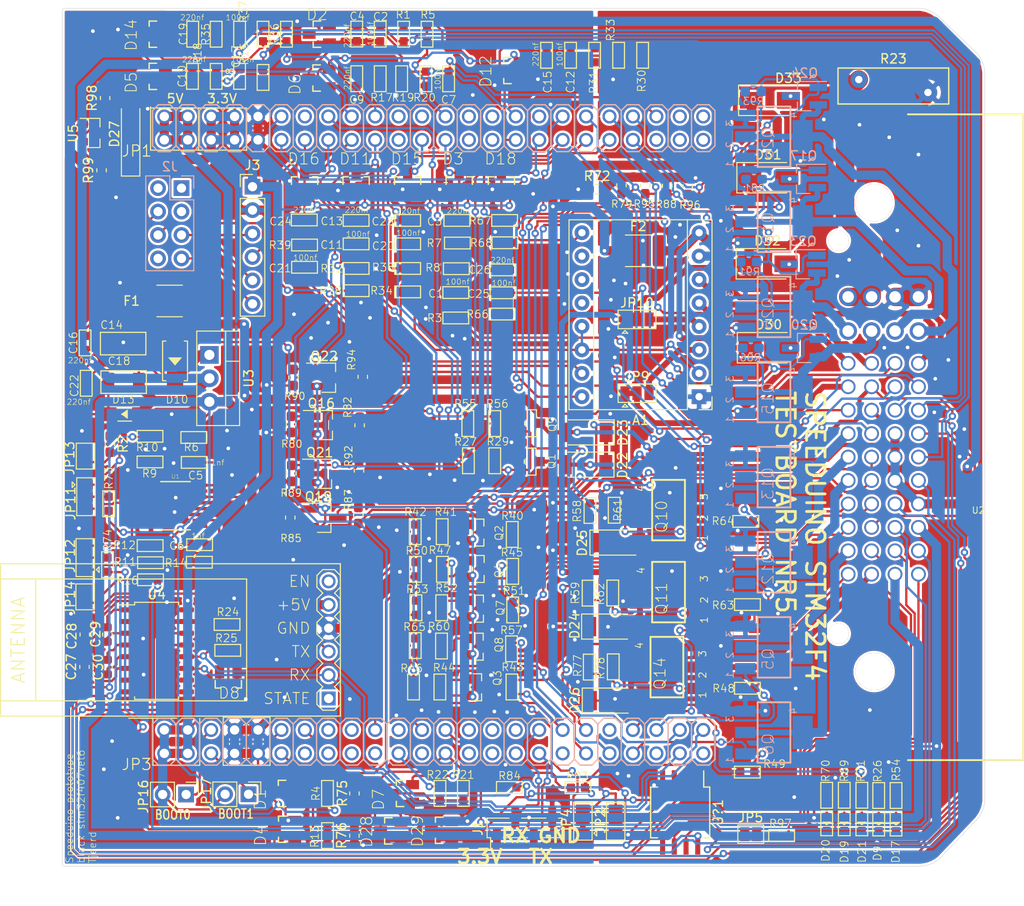
<source format=kicad_pcb>
(kicad_pcb (version 20171130) (host pcbnew 5.1.5-52549c5~86~ubuntu18.04.1)
  (layers (0 Top signal) (31 Bottom signal) (34 B.Paste user hide) (35 F.Paste user hide) (36 B.SilkS user) (37 F.SilkS user) (38 B.Mask user hide) (39 F.Mask user hide) (44 Edge.Cuts user))
  (net 0 "")
  (net 1 GND)
  (net 2 "Net-(Q8-Pad1)")
  (net 3 "Net-(Q9-Pad1)")
  (net 4 "Net-(U1-Pad12)")
  (net 5 "Net-(U1-Pad7)")
  (net 6 "Net-(U1-Pad2)")
  (net 7 /BT_TX)
  (net 8 "Net-(D1-Pad3)")
  (net 9 "Net-(JP4-Pad2)")
  (net 10 "Net-(Q11-Pad1)")
  (net 11 "Net-(Q10-Pad1)")
  (net 12 "Net-(C9-Pad2)")
  (net 13 "Net-(Q7-Pad1)")
  (net 14 "Net-(C6-Pad2)")
  (net 15 "Net-(C3-Pad2)")
  (net 16 "Net-(C5-Pad2)")
  (net 17 "Net-(C5-Pad1)")
  (net 18 "Net-(C6-Pad1)")
  (net 19 "Net-(C12-Pad2)")
  (net 20 "Net-(C14-Pad2)")
  (net 21 "Net-(C19-Pad2)")
  (net 22 "Net-(D4-Pad3)")
  (net 23 "Net-(D7-Pad3)")
  (net 24 "Net-(D8-Pad3)")
  (net 25 "Net-(D9-Pad+)")
  (net 26 "Net-(D17-Pad+)")
  (net 27 "Net-(JP2-Pad2)")
  (net 28 "Net-(Q1-Pad1)")
  (net 29 "Net-(Q2-Pad1)")
  (net 30 "Net-(Q3-Pad1)")
  (net 31 "Net-(Q4-Pad1)")
  (net 32 "Net-(U$2-Pad6)")
  (net 33 "Net-(U$2-Pad1)")
  (net 34 PWR_GND)
  (net 35 VBAT)
  (net 36 INJ1-OUT)
  (net 37 INJ2-OUT)
  (net 38 INJ3-OUT)
  (net 39 INJ4-OUT)
  (net 40 IDLE1-OUT)
  (net 41 IDLE2-OUT)
  (net 42 V_IDLE)
  (net 43 FUEL_PUMP)
  (net 44 FAN)
  (net 45 IGN1-OUT)
  (net 46 IGN2-OUT)
  (net 47 IGN3-OUT)
  (net 48 IGN4-OUT)
  (net 49 STEP_1B_OUT)
  (net 50 STEP_1A_OUT)
  (net 51 STEP_2B_OUT)
  (net 52 STEP_2A_OUT)
  (net 53 MAP)
  (net 54 5V)
  (net 55 O2)
  (net 56 IAT)
  (net 57 CLT)
  (net 58 TPS)
  (net 59 VR1+)
  (net 60 VR1-)
  (net 61 VR2+)
  (net 62 VR2-)
  (net 63 O2_2)
  (net 64 IAT_2)
  (net 65 CLT_2)
  (net 66 3.3V)
  (net 67 TACHO-OUT)
  (net 68 FLEX_FUEL_IN)
  (net 69 "Net-(JP9-Pad2)")
  (net 70 "Net-(JP10-Pad2)")
  (net 71 VBAT_F1)
  (net 72 "Net-(JP11-Pad3)")
  (net 73 "Net-(JP12-Pad3)")
  (net 74 PA2)
  (net 75 BARO)
  (net 76 "Net-(C26-Pad2)")
  (net 77 PA1)
  (net 78 PA3)
  (net 79 PB1)
  (net 80 PC13)
  (net 81 PD3)
  (net 82 PD12)
  (net 83 PD13)
  (net 84 PD14)
  (net 85 PD15)
  (net 86 "Net-(JP13-Pad1)")
  (net 87 "Net-(JP14-Pad1)")
  (net 88 PE0)
  (net 89 PE1)
  (net 90 PC8)
  (net 91 BOOT0)
  (net 92 BOOT1)
  (net 93 "Net-(D19-Pad+)")
  (net 94 "Net-(D20-Pad+)")
  (net 95 "Net-(D21-Pad+)")
  (net 96 PA9)
  (net 97 PA10)
  (net 98 "Net-(JP11-Pad2)")
  (net 99 "Net-(JP12-Pad2)")
  (net 100 PD4)
  (net 101 PC2)
  (net 102 PE7)
  (net 103 PE5)
  (net 104 "Net-(A1-Pad12)")
  (net 105 "Net-(A1-Pad11)")
  (net 106 "Net-(A1-Pad10)")
  (net 107 PE2)
  (net 108 PC3)
  (net 109 PC5)
  (net 110 PC1)
  (net 111 PC4)
  (net 112 PC0)
  (net 113 PB14)
  (net 114 PB13)
  (net 115 PB12)
  (net 116 PB11)
  (net 117 PB10)
  (net 118 PE15)
  (net 119 PE14)
  (net 120 PE13)
  (net 121 PE12)
  (net 122 PE11)
  (net 123 PE10)
  (net 124 PE9)
  (net 125 PE8)
  (net 126 "Net-(JP1-Pad33)")
  (net 127 "Net-(JP1-Pad30)")
  (net 128 "Net-(JP1-Pad29)")
  (net 129 PA5)
  (net 130 PA4)
  (net 131 PA0)
  (net 132 "Net-(JP1-Pad22)")
  (net 133 "Net-(JP1-Pad21)")
  (net 134 PE6)
  (net 135 PE4)
  (net 136 PE3)
  (net 137 PB15)
  (net 138 PD8)
  (net 139 PD9)
  (net 140 PD10)
  (net 141 PD11)
  (net 142 PC6)
  (net 143 PC7)
  (net 144 "Net-(JP3-Pad36)")
  (net 145 PA8)
  (net 146 "Net-(JP3-Pad32)")
  (net 147 "Net-(JP3-Pad31)")
  (net 148 "Net-(JP3-Pad30)")
  (net 149 "Net-(JP3-Pad29)")
  (net 150 "Net-(JP3-Pad28)")
  (net 151 "Net-(JP3-Pad27)")
  (net 152 PD0)
  (net 153 PD1)
  (net 154 "Net-(JP3-Pad24)")
  (net 155 PD5)
  (net 156 PD6)
  (net 157 PD7)
  (net 158 PB3)
  (net 159 PB5)
  (net 160 PB6)
  (net 161 PB7)
  (net 162 PB8)
  (net 163 PB9)
  (net 164 BOOST-OUT)
  (net 165 "Net-(Q14-Pad1)")
  (net 166 INJ5-OUT)
  (net 167 INJ7-OUT)
  (net 168 INJ6-OUT)
  (net 169 INJ8-OUT)
  (net 170 "Net-(D29-Pad3)")
  (net 171 CANL)
  (net 172 CANH)
  (net 173 "Net-(U?1-Pad5)")
  (net 174 "Net-(R84-Pad2)")
  (net 175 "Net-(C27-Pad1)")
  (net 176 "Net-(C28-Pad1)")
  (net 177 "Net-(C29-Pad2)")
  (net 178 "Net-(C29-Pad1)")
  (net 179 "Net-(C30-Pad2)")
  (net 180 "Net-(C30-Pad1)")
  (net 181 "Net-(U4-Pad10)")
  (net 182 "Net-(U4-Pad9)")
  (net 183 "Net-(U4-Pad8)")
  (net 184 "Net-(U4-Pad7)")
  (net 185 RS232_TX)
  (net 186 RS232_RX)
  (net 187 "Net-(J2-Pad8)")
  (net 188 SPI1_MISO)
  (net 189 BME280_CS)
  (net 190 "Net-(J2-Pad3)")
  (net 191 "Net-(J2-Pad2)")
  (net 192 "Net-(J2-Pad1)")
  (net 193 SPI1_MOSI)
  (net 194 SPI1_SCK)
  (net 195 "Net-(D30-Pad2)")
  (net 196 "Net-(Q19-Pad3)")
  (net 197 "Net-(Q20-Pad1)")
  (net 198 "Net-(D31-Pad2)")
  (net 199 "Net-(D32-Pad2)")
  (net 200 "Net-(D33-Pad2)")
  (net 201 "Net-(Q16-Pad3)")
  (net 202 "Net-(Q17-Pad1)")
  (net 203 "Net-(Q21-Pad3)")
  (net 204 "Net-(Q22-Pad3)")
  (net 205 "Net-(Q23-Pad1)")
  (net 206 "Net-(Q24-Pad1)")
  (net 207 "Net-(JP5-Pad2)")
  (net 208 "Net-(R98-Pad1)")
  (module Package_SO:SOIC-16_4.55x10.3mm_P1.27mm (layer Top) (at 124.228 86.653)
    (fp_text reference U4 (at 0 -6.1) (layer F.SilkS))
    (fp_text value MAX3232)
    (pad 16 smd roundrect (at 3.25 -4.445) (size 1.6 0.55) (layers Top F.Paste F.Mask) (net 66 3.3V))
    (pad 15 smd roundrect (at 3.25 -3.175) (size 1.6 0.55) (layers Top F.Paste F.Mask) (net 1 GND))
    (pad 14 smd roundrect (at 3.25 -1.905) (size 1.6 0.55) (layers Top F.Paste F.Mask) (net 185 RS232_TX))
    (pad 13 smd roundrect (at 3.25 -0.635) (size 1.6 0.55) (layers Top F.Paste F.Mask) (net 186 RS232_RX))
    (pad 12 smd roundrect (at 3.25 0.635) (size 1.6 0.55) (layers Top F.Paste F.Mask) (net 139 PD9))
    (pad 11 smd roundrect (at 3.25 1.905) (size 1.6 0.55) (layers Top F.Paste F.Mask) (net 138 PD8))
    (pad 10 smd roundrect (at 3.25 3.175) (size 1.6 0.55) (layers Top F.Paste F.Mask) (net 181 "Net-(U4-Pad10)"))
    (pad 9 smd roundrect (at 3.25 4.445) (size 1.6 0.55) (layers Top F.Paste F.Mask) (net 182 "Net-(U4-Pad9)"))
    (pad 8 smd roundrect (at -3.25 4.445) (size 1.6 0.55) (layers Top F.Paste F.Mask) (net 183 "Net-(U4-Pad8)"))
    (pad 7 smd roundrect (at -3.25 3.175) (size 1.6 0.55) (layers Top F.Paste F.Mask) (net 184 "Net-(U4-Pad7)"))
    (pad 6 smd roundrect (at -3.25 1.905) (size 1.6 0.55) (layers Top F.Paste F.Mask) (net 175 "Net-(C27-Pad1)"))
    (pad 5 smd roundrect (at -3.25 0.635) (size 1.6 0.55) (layers Top F.Paste F.Mask) (net 179 "Net-(C30-Pad2)"))
    (pad 4 smd roundrect (at -3.25 -0.635) (size 1.6 0.55) (layers Top F.Paste F.Mask) (net 180 "Net-(C30-Pad1)"))
    (pad 3 smd roundrect (at -3.25 -1.905) (size 1.6 0.55) (layers Top F.Paste F.Mask) (net 177 "Net-(C29-Pad2)"))
    (pad 2 smd roundrect (at -3.25 -3.175) (size 1.6 0.55) (layers Top F.Paste F.Mask) (net 176 "Net-(C28-Pad1)"))
    (pad 1 smd roundrect (at -3.25 -4.445) (size 1.6 0.55) (layers Top F.Paste F.Mask) (net 178 "Net-(C29-Pad1)"))
  )
  (module Resistor_SMD:R_0603_1608Metric_Pad1.05x0.95mm_HandSolder (layer Top) (at 118.65 26.735 90)
    (fp_text reference R98 (at 0 -1.43 90) (layer F.SilkS))
    (fp_text value 2k49)
    (pad 2 smd roundrect (at 0.875 0 90) (size 1.05 0.95) (layers Top F.Paste F.Mask) (net 1 GND))
    (pad 1 smd roundrect (at -0.875 0 90) (size 1.05 0.95) (layers Top F.Paste F.Mask) (net 208 "Net-(R98-Pad1)"))
  )
  (module Package_SO:SO-8_5.3x6.2mm_P1.27mm (layer Top) (at 180.98 104.17 270)
    (fp_text reference U?1 (at 0 -4.13 90) (layer F.SilkS))
    (fp_text value TJA1050)
    (pad 8 smd rect (at 3.7 -1.905 270) (size 1.75 0.55) (layers Top F.Paste F.Mask) (net 1 GND))
    (pad 7 smd rect (at 3.7 -0.635 270) (size 1.75 0.55) (layers Top F.Paste F.Mask) (net 172 CANH))
    (pad 6 smd rect (at 3.7 0.635 270) (size 1.75 0.55) (layers Top F.Paste F.Mask) (net 171 CANL))
    (pad 5 smd rect (at 3.7 1.905 270) (size 1.75 0.55) (layers Top F.Paste F.Mask) (net 173 "Net-(U?1-Pad5)"))
    (pad 4 smd rect (at -3.7 1.905 270) (size 1.75 0.55) (layers Top F.Paste F.Mask) (net 174 "Net-(R84-Pad2)"))
    (pad 3 smd rect (at -3.7 0.635 270) (size 1.75 0.55) (layers Top F.Paste F.Mask) (net 54 5V))
    (pad 2 smd rect (at -3.7 -0.635 270) (size 1.75 0.55) (layers Top F.Paste F.Mask) (net 1 GND))
    (pad 1 smd rect (at -3.7 -1.905 270) (size 1.75 0.55) (layers Top F.Paste F.Mask) (net 170 "Net-(D29-Pad3)"))
  )
  (module Speeduino_base:WIRELESS-BLUETOOTH-HC-05 (layer Top) (at 125.73 85.471 90)
    (fp_text reference U$2 hide)
    (fp_text value WIRELESS-BLUETOOTH-HC-05)
    (fp_text user ANTENNA (at 0 -16.51 90) (layer F.SilkS) (effects (font (size 1.4478 1.4478) (thickness 0.12192))))
    (fp_text user EN (at 6.35 15.24) (layer F.SilkS) (effects (font (size 1.2065 1.2065) (thickness 0.1016)) (justify right)))
    (fp_text user +5V (at 3.81 15.24) (layer F.SilkS) (effects (font (size 1.2065 1.2065) (thickness 0.1016)) (justify right)))
    (fp_text user GND (at 1.27 15.24) (layer F.SilkS) (effects (font (size 1.2065 1.2065) (thickness 0.1016)) (justify right)))
    (fp_text user TX (at -1.27 15.24) (layer F.SilkS) (effects (font (size 1.2065 1.2065) (thickness 0.1016)) (justify right)))
    (fp_text user RX (at -3.81 15.24) (layer F.SilkS) (effects (font (size 1.2065 1.2065) (thickness 0.1016)) (justify right)))
    (fp_text user STATE (at -6.35 15.24) (layer F.SilkS) (effects (font (size 1.2065 1.2065) (thickness 0.1016)) (justify right)))
    (pad 6 thru_hole circle (at 6.35 17.145 90) (size 1.508 1.508) (drill 1) (layers *.Cu *.Mask) (net 32 "Net-(U$2-Pad6)"))
    (pad 5 thru_hole circle (at 3.81 17.145 90) (size 1.508 1.508) (drill 1) (layers *.Cu *.Mask) (net 54 5V))
    (pad 4 thru_hole circle (at 1.27 17.145 90) (size 1.508 1.508) (drill 1) (layers *.Cu *.Mask) (net 1 GND))
    (pad 3 thru_hole circle (at -1.27 17.145 90) (size 1.508 1.508) (drill 1) (layers *.Cu *.Mask) (net 7 /BT_TX))
    (pad 1 thru_hole rect (at -6.35 17.145 90) (size 1.508 1.508) (drill 1) (layers *.Cu *.Mask) (net 33 "Net-(U$2-Pad1)"))
    (pad 2 thru_hole circle (at -3.81 17.145 90) (size 1.508 1.508) (drill 1) (layers *.Cu *.Mask) (net 138 PD8))
  )
  (module Speeduino_base:R0603 (layer Top) (at 161.672 50.15 270)
    (fp_text reference R66 (at 0.508 3.937 180) (layer F.SilkS) (effects (font (size 0.84455 0.84455) (thickness 0.0929)) (justify left bottom)))
    (fp_text value 470R)
    (pad 2 smd roundrect (at 0 0.762 180) (size 0.889 0.889) (layers Top F.Paste F.Mask) (roundrect_rratio 0.125) (net 76 "Net-(C26-Pad2)"))
    (pad 1 smd roundrect (at 0 -0.762 180) (size 0.889 0.889) (layers Top F.Paste F.Mask) (roundrect_rratio 0.125) (net 75 BARO))
  )
  (module Package_TO_SOT_SMD:SOT-23 (layer Top) (at 117.33 30.52)
    (fp_text reference U5 (at -2.14 0.05 270) (layer F.SilkS))
    (fp_text value TL431DBZ)
    (pad 3 smd rect (at 1 0) (size 0.9 0.8) (layers Top F.Paste F.Mask) (net 1 GND))
    (pad 2 smd rect (at -1 0.95) (size 0.9 0.8) (layers Top F.Paste F.Mask) (net 208 "Net-(R98-Pad1)"))
    (pad 1 smd rect (at -1 -0.95) (size 0.9 0.8) (layers Top F.Paste F.Mask) (net 66 3.3V))
  )
  (module Resistor_SMD:R_0603_1608Metric_Pad1.05x0.95mm_HandSolder (layer Top) (at 118.26 34.565 90)
    (fp_text reference R99 (at 0 -1.43 90) (layer F.SilkS))
    (fp_text value 1k8)
    (pad 2 smd roundrect (at 0.875 0 90) (size 1.05 0.95) (layers Top F.Paste F.Mask) (net 208 "Net-(R98-Pad1)"))
    (pad 1 smd roundrect (at -0.875 0 90) (size 1.05 0.95) (layers Top F.Paste F.Mask) (net 66 3.3V))
  )
  (module Speeduino_base:R0603 (layer Top) (at 191.978 106.67 90)
    (fp_text reference R97 (at 0.81 1.152 180) (layer F.SilkS) (effects (font (size 0.84455 0.84455) (thickness 0.0929)) (justify right bottom)))
    (fp_text value 120)
    (pad 2 smd roundrect (at 0 0.762) (size 0.889 0.889) (layers Top F.Paste F.Mask) (roundrect_rratio 0.125) (net 171 CANL))
    (pad 1 smd roundrect (at 0 -0.762) (size 0.889 0.889) (layers Top F.Paste F.Mask) (roundrect_rratio 0.125) (net 207 "Net-(JP5-Pad2)"))
  )
  (module Jumper:SolderJumper-2_P1.3mm_Bridged_Pad1.0x1.5mm (layer Top) (at 188.63 106.53)
    (fp_text reference JP5 (at 0 -1.8) (layer F.SilkS))
    (fp_text value Jumper_NC_Small)
    (fp_poly (pts (xy -0.25 -0.3) (xy 0.25 -0.3) (xy 0.25 0.3) (xy -0.25 0.3)) (layer Top) (width 0))
    (pad 2 smd rect (at 0.65 0) (size 1 1.5) (layers Top F.Mask) (net 207 "Net-(JP5-Pad2)"))
    (pad 1 smd rect (at -0.65 0) (size 1 1.5) (layers Top F.Mask) (net 172 CANH))
  )
  (module Speeduino_base:SOT223 (layer Top) (at 179.719 71.398 90)
    (fp_text reference Q10 (at -2.54 -0.0508 270) (layer F.SilkS) (effects (font (size 1.2065 1.2065) (thickness 0.09652)) (justify left bottom)))
    (fp_text value BSP78)
    (fp_text user 2 (at -1.2906 4.3274 90) (layer F.SilkS) (effects (font (size 0.77216 0.77216) (thickness 0.097536)) (justify left bottom)))
    (fp_text user 1 (at -3.4526 4.318 90) (layer F.SilkS) (effects (font (size 0.77216 0.77216) (thickness 0.097536)) (justify left bottom)))
    (fp_text user 4 (at 1.905 -2.54 90) (layer F.SilkS) (effects (font (size 0.77216 0.77216) (thickness 0.097536)) (justify left bottom)))
    (fp_text user 3 (at 1.0208 4.318 90) (layer F.SilkS) (effects (font (size 0.77216 0.77216) (thickness 0.097536)) (justify left bottom)))
    (pad 4 smd rect (at 0 -3.099 90) (size 3.6 2.2) (layers Top F.Paste F.Mask) (net 41 IDLE2-OUT))
    (pad 3 smd rect (at 2.3114 3.0988 90) (size 1.2192 2.2352) (layers Top F.Paste F.Mask) (net 34 PWR_GND))
    (pad 2 smd rect (at 0 3.0988 90) (size 1.2192 2.2352) (layers Top F.Paste F.Mask) (net 41 IDLE2-OUT))
    (pad 1 smd rect (at -2.3114 3.0988 90) (size 1.2192 2.2352) (layers Top F.Paste F.Mask) (net 11 "Net-(Q10-Pad1)"))
  )
  (module Speeduino_base:R_0603_1608Metric_Pad1.05x0.95mm_HandSolder (layer Top) (at 138.835 67.415 90)
    (fp_text reference R89 (at -2.125 -0.025 unlocked) (layer F.SilkS) (effects (font (size 0.8 0.8) (thickness 0.1))))
    (fp_text value 1K)
    (pad 1 smd roundrect (at -0.875 0 90) (size 1.05 0.95) (layers Top F.Paste F.Mask) (net 66 3.3V))
    (pad 2 smd roundrect (at 0.875 0 90) (size 1.05 0.95) (layers Top F.Paste F.Mask) (net 121 PE12))
  )
  (module Package_TO_SOT_SMD:SOT-23_Handsoldering (layer Bottom) (at 194.45 26.525 180)
    (fp_text reference Q24 (at 0 2.5) (layer B.SilkS) (effects (justify mirror)))
    (fp_text value AO3401A)
    (pad 3 smd rect (at 1.5 0 180) (size 1.9 0.8) (layers Bottom B.Paste B.Mask) (net 200 "Net-(D33-Pad2)"))
    (pad 2 smd rect (at -1.5 -0.95 180) (size 1.9 0.8) (layers Bottom B.Paste B.Mask) (net 169 INJ8-OUT))
    (pad 1 smd rect (at -1.5 0.95 180) (size 1.9 0.8) (layers Bottom B.Paste B.Mask) (net 206 "Net-(Q24-Pad1)"))
  )
  (module Package_TO_SOT_SMD:SOT-23_Handsoldering (layer Bottom) (at 194.3 44.75 180)
    (fp_text reference Q23 (at 0 2.5) (layer B.SilkS) (effects (justify mirror)))
    (fp_text value AO3401A)
    (pad 3 smd rect (at 1.5 0 180) (size 1.9 0.8) (layers Bottom B.Paste B.Mask) (net 199 "Net-(D32-Pad2)"))
    (pad 2 smd rect (at -1.5 -0.95 180) (size 1.9 0.8) (layers Bottom B.Paste B.Mask) (net 168 INJ6-OUT))
    (pad 1 smd rect (at -1.5 0.95 180) (size 1.9 0.8) (layers Bottom B.Paste B.Mask) (net 205 "Net-(Q23-Pad1)"))
  )
  (module Package_TO_SOT_SMD:SOT-23_Handsoldering (layer Bottom) (at 194.45 53.825 180)
    (fp_text reference Q20 (at 0 2.5) (layer B.SilkS) (effects (justify mirror)))
    (fp_text value AO3401A)
    (pad 3 smd rect (at 1.5 0 180) (size 1.9 0.8) (layers Bottom B.Paste B.Mask) (net 195 "Net-(D30-Pad2)"))
    (pad 2 smd rect (at -1.5 -0.95 180) (size 1.9 0.8) (layers Bottom B.Paste B.Mask) (net 166 INJ5-OUT))
    (pad 1 smd rect (at -1.5 0.95 180) (size 1.9 0.8) (layers Bottom B.Paste B.Mask) (net 197 "Net-(Q20-Pad1)"))
  )
  (module Package_TO_SOT_SMD:SOT-23_Handsoldering (layer Bottom) (at 194.35 35.5 180)
    (fp_text reference Q17 (at 0 2.5) (layer B.SilkS) (effects (justify mirror)))
    (fp_text value AO3401A)
    (pad 3 smd rect (at 1.5 0 180) (size 1.9 0.8) (layers Bottom B.Paste B.Mask) (net 198 "Net-(D31-Pad2)"))
    (pad 2 smd rect (at -1.5 -0.95 180) (size 1.9 0.8) (layers Bottom B.Paste B.Mask) (net 167 INJ7-OUT))
    (pad 1 smd rect (at -1.5 0.95 180) (size 1.9 0.8) (layers Bottom B.Paste B.Mask) (net 202 "Net-(Q17-Pad1)"))
  )
  (module Speeduino_base:R_0603_1608Metric_Pad1.05x0.95mm_HandSolder (layer Top) (at 181.79 36.32 90)
    (fp_text reference R96 (at -2 0.25 unlocked) (layer F.SilkS) (effects (font (size 0.8 0.8) (thickness 0.1))))
    (fp_text value 10k)
    (pad 1 smd roundrect (at -0.875 0 90) (size 1.05 0.95) (layers Top F.Paste F.Mask) (net 120 PE13))
    (pad 2 smd roundrect (at 0.875 0 90) (size 1.05 0.95) (layers Top F.Paste F.Mask) (net 34 PWR_GND))
  )
  (module Speeduino_base:R_0603_1608Metric_Pad1.05x0.95mm_HandSolder (layer Top) (at 177.19 36.235 90)
    (fp_text reference R95 (at -1.975 -0.1 unlocked) (layer F.SilkS) (effects (font (size 0.8 0.8) (thickness 0.1))))
    (fp_text value 10k)
    (pad 1 smd roundrect (at -0.875 0 90) (size 1.05 0.95) (layers Top F.Paste F.Mask) (net 122 PE11))
    (pad 2 smd roundrect (at 0.875 0 90) (size 1.05 0.95) (layers Top F.Paste F.Mask) (net 34 PWR_GND))
  )
  (module Speeduino_base:R_0603_1608Metric_Pad1.05x0.95mm_HandSolder (layer Top) (at 146.575 56.951666 90)
    (fp_text reference R94 (at 1.85 -1.225 90 unlocked) (layer F.SilkS) (effects (font (size 0.8 0.8) (thickness 0.1))))
    (fp_text value 1K8)
    (pad 1 smd roundrect (at -0.875 0 90) (size 1.05 0.95) (layers Top F.Paste F.Mask) (net 206 "Net-(Q24-Pad1)"))
    (pad 2 smd roundrect (at 0.875 0 90) (size 1.05 0.95) (layers Top F.Paste F.Mask) (net 204 "Net-(Q22-Pad3)"))
  )
  (module Speeduino_base:R_0603_1608Metric_Pad1.05x0.95mm_HandSolder (layer Bottom) (at 188.9 26.05 180)
    (fp_text reference R93 (at -0.025 -1.025 unlocked) (layer B.SilkS) (effects (font (size 0.8 0.8) (thickness 0.1)) (justify mirror)))
    (fp_text value 470)
    (pad 1 smd roundrect (at -0.875 0 180) (size 1.05 0.95) (layers Bottom B.Paste B.Mask) (net 206 "Net-(Q24-Pad1)"))
    (pad 2 smd roundrect (at 0.875 0 180) (size 1.05 0.95) (layers Bottom B.Paste B.Mask) (net 169 INJ8-OUT))
  )
  (module Speeduino_base:R_0603_1608Metric_Pad1.05x0.95mm_HandSolder (layer Top) (at 146.165 67.118332 90)
    (fp_text reference R92 (at 1.575 -1.125 90 unlocked) (layer F.SilkS) (effects (font (size 0.8 0.8) (thickness 0.1))))
    (fp_text value 1K8)
    (pad 1 smd roundrect (at -0.875 0 90) (size 1.05 0.95) (layers Top F.Paste F.Mask) (net 205 "Net-(Q23-Pad1)"))
    (pad 2 smd roundrect (at 0.875 0 90) (size 1.05 0.95) (layers Top F.Paste F.Mask) (net 203 "Net-(Q21-Pad3)"))
  )
  (module Speeduino_base:R_0603_1608Metric_Pad1.05x0.95mm_HandSolder (layer Bottom) (at 188.41 44.5 180)
    (fp_text reference R91 (at -0.075 -1.075 unlocked) (layer B.SilkS) (effects (font (size 0.8 0.8) (thickness 0.1)) (justify mirror)))
    (fp_text value 470)
    (pad 1 smd roundrect (at -0.875 0 180) (size 1.05 0.95) (layers Bottom B.Paste B.Mask) (net 205 "Net-(Q23-Pad1)"))
    (pad 2 smd roundrect (at 0.875 0 180) (size 1.05 0.95) (layers Bottom B.Paste B.Mask) (net 168 INJ6-OUT))
  )
  (module Speeduino_base:R_0603_1608Metric_Pad1.05x0.95mm_HandSolder (layer Top) (at 139.07 57.025 90)
    (fp_text reference R90 (at -2.025 0.125 unlocked) (layer F.SilkS) (effects (font (size 0.8 0.8) (thickness 0.1))))
    (fp_text value 1K)
    (pad 1 smd roundrect (at -0.875 0 90) (size 1.05 0.95) (layers Top F.Paste F.Mask) (net 66 3.3V))
    (pad 2 smd roundrect (at 0.875 0 90) (size 1.05 0.95) (layers Top F.Paste F.Mask) (net 118 PE15))
  )
  (module Speeduino_base:R_0603_1608Metric_Pad1.05x0.95mm_HandSolder (layer Top) (at 179.57 36.24 90)
    (fp_text reference R88 (at -2 -0.1 unlocked) (layer F.SilkS) (effects (font (size 0.8 0.8) (thickness 0.1))))
    (fp_text value 10k)
    (pad 1 smd roundrect (at -0.875 0 90) (size 1.05 0.95) (layers Top F.Paste F.Mask) (net 119 PE14))
    (pad 2 smd roundrect (at 0.875 0 90) (size 1.05 0.95) (layers Top F.Paste F.Mask) (net 34 PWR_GND))
  )
  (module Speeduino_base:R_0603_1608Metric_Pad1.05x0.95mm_HandSolder (layer Top) (at 146.095 71.985 90)
    (fp_text reference R87 (at 1.675 -1.075 90 unlocked) (layer F.SilkS) (effects (font (size 0.8 0.8) (thickness 0.1))))
    (fp_text value 1K8)
    (pad 1 smd roundrect (at -0.875 0 90) (size 1.05 0.95) (layers Top F.Paste F.Mask) (net 197 "Net-(Q20-Pad1)"))
    (pad 2 smd roundrect (at 0.875 0 90) (size 1.05 0.95) (layers Top F.Paste F.Mask) (net 196 "Net-(Q19-Pad3)"))
  )
  (module Speeduino_base:R_0603_1608Metric_Pad1.05x0.95mm_HandSolder (layer Bottom) (at 188.645 53.82 180)
    (fp_text reference R86 (at 0.05 -1.05 unlocked) (layer B.SilkS) (effects (font (size 0.8 0.8) (thickness 0.1)) (justify mirror)))
    (fp_text value 470)
    (pad 1 smd roundrect (at -0.875 0 180) (size 1.05 0.95) (layers Bottom B.Paste B.Mask) (net 197 "Net-(Q20-Pad1)"))
    (pad 2 smd roundrect (at 0.875 0 180) (size 1.05 0.95) (layers Bottom B.Paste B.Mask) (net 166 INJ5-OUT))
  )
  (module Speeduino_base:R_0603_1608Metric_Pad1.05x0.95mm_HandSolder (layer Top) (at 138.715 72.205 90)
    (fp_text reference R85 (at -2.25 0.075 unlocked) (layer F.SilkS) (effects (font (size 0.8 0.8) (thickness 0.1))))
    (fp_text value 1K)
    (pad 1 smd roundrect (at -0.875 0 90) (size 1.05 0.95) (layers Top F.Paste F.Mask) (net 66 3.3V))
    (pad 2 smd roundrect (at 0.875 0 90) (size 1.05 0.95) (layers Top F.Paste F.Mask) (net 125 PE8))
  )
  (module Speeduino_base:R_0603_1608Metric_Pad1.05x0.95mm_HandSolder (layer Top) (at 146.235 62.205 90)
    (fp_text reference R82 (at 1.95 -1.3 90 unlocked) (layer F.SilkS) (effects (font (size 0.8 0.8) (thickness 0.1))))
    (fp_text value 1K8)
    (pad 1 smd roundrect (at -0.875 0 90) (size 1.05 0.95) (layers Top F.Paste F.Mask) (net 202 "Net-(Q17-Pad1)"))
    (pad 2 smd roundrect (at 0.875 0 90) (size 1.05 0.95) (layers Top F.Paste F.Mask) (net 201 "Net-(Q16-Pad3)"))
  )
  (module Speeduino_base:R_0603_1608Metric_Pad1.05x0.95mm_HandSolder (layer Bottom) (at 188.975 35.53 180)
    (fp_text reference R81 (at -0.075 -1 unlocked) (layer B.SilkS) (effects (font (size 0.8 0.8) (thickness 0.1)) (justify mirror)))
    (fp_text value 470)
    (pad 1 smd roundrect (at -0.875 0 180) (size 1.05 0.95) (layers Bottom B.Paste B.Mask) (net 202 "Net-(Q17-Pad1)"))
    (pad 2 smd roundrect (at 0.875 0 180) (size 1.05 0.95) (layers Bottom B.Paste B.Mask) (net 167 INJ7-OUT))
  )
  (module Speeduino_base:R_0603_1608Metric_Pad1.05x0.95mm_HandSolder (layer Top) (at 138.805 62.105 90)
    (fp_text reference R80 (at -2.125 0.075 unlocked) (layer F.SilkS) (effects (font (size 0.8 0.8) (thickness 0.1))))
    (fp_text value 1K)
    (pad 1 smd roundrect (at -0.875 0 90) (size 1.05 0.95) (layers Top F.Paste F.Mask) (net 66 3.3V))
    (pad 2 smd roundrect (at 0.875 0 90) (size 1.05 0.95) (layers Top F.Paste F.Mask) (net 123 PE10))
  )
  (module Speeduino_base:R_0603_1608Metric_Pad1.05x0.95mm_HandSolder (layer Top) (at 174.62 36.195 90)
    (fp_text reference R79 (at -2.025 0.025 unlocked) (layer F.SilkS) (effects (font (size 0.8 0.8) (thickness 0.1))))
    (fp_text value 10k)
    (pad 1 smd roundrect (at -0.875 0 90) (size 1.05 0.95) (layers Top F.Paste F.Mask) (net 124 PE9))
    (pad 2 smd roundrect (at 0.875 0 90) (size 1.05 0.95) (layers Top F.Paste F.Mask) (net 34 PWR_GND))
  )
  (module Resistor_SMD:R_0603_1608Metric_Pad1.05x0.95mm_HandSolder (layer Top) (at 145.669 106.694 270)
    (fp_text reference R76 (at -0.034 1.389 90) (layer F.SilkS))
    (fp_text value 10k)
    (pad 2 smd roundrect (at 0.875 0 270) (size 1.05 0.95) (layers Top F.Paste F.Mask) (net 1 GND))
    (pad 1 smd roundrect (at -0.875 0 270) (size 1.05 0.95) (layers Top F.Paste F.Mask) (net 89 PE1))
  )
  (module Resistor_SMD:R_0603_1608Metric_Pad1.05x0.95mm_HandSolder (layer Top) (at 145.669 102.108 270)
    (fp_text reference R75 (at -0.008 1.309 90) (layer F.SilkS))
    (fp_text value 10k)
    (pad 2 smd roundrect (at 0.875 0 270) (size 1.05 0.95) (layers Top F.Paste F.Mask) (net 1 GND))
    (pad 1 smd roundrect (at -0.875 0 270) (size 1.05 0.95) (layers Top F.Paste F.Mask) (net 88 PE0))
  )
  (module Resistor_SMD:R_0603_1608Metric_Pad1.05x0.95mm_HandSolder (layer Top) (at 171.975 36.63)
    (fp_text reference R72 (at 0 -1.43) (layer F.SilkS))
    (fp_text value 0R0)
    (pad 2 smd roundrect (at 0.875 0) (size 1.05 0.95) (layers Top F.Paste F.Mask) (net 34 PWR_GND))
    (pad 1 smd roundrect (at -0.875 0) (size 1.05 0.95) (layers Top F.Paste F.Mask) (net 1 GND))
  )
  (module Resistor_SMD:R_0603_1608Metric_Pad1.05x0.95mm_HandSolder (layer Top) (at 119.162 64.247 270)
    (fp_text reference R2 (at 0 -1.43 90) (layer F.SilkS))
    (fp_text value 1k)
    (pad 2 smd roundrect (at 0.875 0 270) (size 1.05 0.95) (layers Top F.Paste F.Mask) (net 86 "Net-(JP13-Pad1)"))
    (pad 1 smd roundrect (at -0.875 0 270) (size 1.05 0.95) (layers Top F.Paste F.Mask) (net 59 VR1+))
  )
  (module Speeduino_base:SOT223 (layer Bottom) (at 191.151 30.925 90)
    (fp_text reference Q26 (at -2.54 0.0508 270) (layer B.SilkS) (effects (font (size 1.2065 1.2065) (thickness 0.09652)) (justify right bottom mirror)))
    (fp_text value BSP78)
    (fp_text user 2 (at -1.2906 -4.3274 90) (layer B.SilkS) (effects (font (size 0.77216 0.77216) (thickness 0.097536)) (justify right bottom mirror)))
    (fp_text user 1 (at -3.4526 -4.318 90) (layer B.SilkS) (effects (font (size 0.77216 0.77216) (thickness 0.097536)) (justify right bottom mirror)))
    (fp_text user 4 (at 1.905 2.54 90) (layer B.SilkS) (effects (font (size 0.77216 0.77216) (thickness 0.097536)) (justify right bottom mirror)))
    (fp_text user 3 (at 1.0208 -4.318 90) (layer B.SilkS) (effects (font (size 0.77216 0.77216) (thickness 0.097536)) (justify right bottom mirror)))
    (pad 4 smd rect (at 0 3.099 90) (size 3.6 2.2) (layers Bottom B.Paste B.Mask) (net 169 INJ8-OUT))
    (pad 3 smd rect (at 2.3114 -3.0988 90) (size 1.2192 2.2352) (layers Bottom B.Paste B.Mask) (net 34 PWR_GND))
    (pad 2 smd rect (at 0 -3.0988 90) (size 1.2192 2.2352) (layers Bottom B.Paste B.Mask) (net 169 INJ8-OUT))
    (pad 1 smd rect (at -2.3114 -3.0988 90) (size 1.2192 2.2352) (layers Bottom B.Paste B.Mask) (net 120 PE13))
  )
  (module Speeduino_base:SOT223 (layer Bottom) (at 191.151 49.376142 90)
    (fp_text reference Q25 (at -2.54 0.0508 270) (layer B.SilkS) (effects (font (size 1.2065 1.2065) (thickness 0.09652)) (justify right bottom mirror)))
    (fp_text value BSP78)
    (fp_text user 2 (at -1.2906 -4.3274 90) (layer B.SilkS) (effects (font (size 0.77216 0.77216) (thickness 0.097536)) (justify right bottom mirror)))
    (fp_text user 1 (at -3.4526 -4.318 90) (layer B.SilkS) (effects (font (size 0.77216 0.77216) (thickness 0.097536)) (justify right bottom mirror)))
    (fp_text user 4 (at 1.905 2.54 90) (layer B.SilkS) (effects (font (size 0.77216 0.77216) (thickness 0.097536)) (justify right bottom mirror)))
    (fp_text user 3 (at 1.0208 -4.318 90) (layer B.SilkS) (effects (font (size 0.77216 0.77216) (thickness 0.097536)) (justify right bottom mirror)))
    (pad 4 smd rect (at 0 3.099 90) (size 3.6 2.2) (layers Bottom B.Paste B.Mask) (net 168 INJ6-OUT))
    (pad 3 smd rect (at 2.3114 -3.0988 90) (size 1.2192 2.2352) (layers Bottom B.Paste B.Mask) (net 34 PWR_GND))
    (pad 2 smd rect (at 0 -3.0988 90) (size 1.2192 2.2352) (layers Bottom B.Paste B.Mask) (net 168 INJ6-OUT))
    (pad 1 smd rect (at -2.3114 -3.0988 90) (size 1.2192 2.2352) (layers Bottom B.Paste B.Mask) (net 122 PE11))
  )
  (module Package_TO_SOT_SMD:SOT-23_Handsoldering (layer Top) (at 142.87 57.05)
    (fp_text reference Q22 (at -0.475 -2.325) (layer F.SilkS))
    (fp_text value "SMD-MOSFET-N-CH-55V-2.1A-AO3422(SOT-23)")
    (pad 3 smd rect (at 1.5 0) (size 1.9 0.8) (layers Top F.Paste F.Mask) (net 204 "Net-(Q22-Pad3)"))
    (pad 2 smd rect (at -1.5 0.95) (size 1.9 0.8) (layers Top F.Paste F.Mask) (net 34 PWR_GND))
    (pad 1 smd rect (at -1.5 -0.95) (size 1.9 0.8) (layers Top F.Paste F.Mask) (net 118 PE15))
  )
  (module Package_TO_SOT_SMD:SOT-23_Handsoldering (layer Top) (at 142.435 67.465)
    (fp_text reference Q21 (at -0.525 -2.3) (layer F.SilkS))
    (fp_text value "SMD-MOSFET-N-CH-55V-2.1A-AO3422(SOT-23)")
    (pad 3 smd rect (at 1.5 0) (size 1.9 0.8) (layers Top F.Paste F.Mask) (net 203 "Net-(Q21-Pad3)"))
    (pad 2 smd rect (at -1.5 0.95) (size 1.9 0.8) (layers Top F.Paste F.Mask) (net 34 PWR_GND))
    (pad 1 smd rect (at -1.5 -0.95) (size 1.9 0.8) (layers Top F.Paste F.Mask) (net 121 PE12))
  )
  (module Speeduino_base:SOT223 (layer Bottom) (at 191.151 40.150571 90)
    (fp_text reference Q18 (at -2.54 0.0508 270) (layer B.SilkS) (effects (font (size 1.2065 1.2065) (thickness 0.09652)) (justify right bottom mirror)))
    (fp_text value BSP78)
    (fp_text user 2 (at -1.2906 -4.3274 90) (layer B.SilkS) (effects (font (size 0.77216 0.77216) (thickness 0.097536)) (justify right bottom mirror)))
    (fp_text user 1 (at -3.4526 -4.318 90) (layer B.SilkS) (effects (font (size 0.77216 0.77216) (thickness 0.097536)) (justify right bottom mirror)))
    (fp_text user 4 (at 1.905 2.54 90) (layer B.SilkS) (effects (font (size 0.77216 0.77216) (thickness 0.097536)) (justify right bottom mirror)))
    (fp_text user 3 (at 1.0208 -4.318 90) (layer B.SilkS) (effects (font (size 0.77216 0.77216) (thickness 0.097536)) (justify right bottom mirror)))
    (pad 4 smd rect (at 0 3.099 90) (size 3.6 2.2) (layers Bottom B.Paste B.Mask) (net 167 INJ7-OUT))
    (pad 3 smd rect (at 2.3114 -3.0988 90) (size 1.2192 2.2352) (layers Bottom B.Paste B.Mask) (net 34 PWR_GND))
    (pad 2 smd rect (at 0 -3.0988 90) (size 1.2192 2.2352) (layers Bottom B.Paste B.Mask) (net 167 INJ7-OUT))
    (pad 1 smd rect (at -2.3114 -3.0988 90) (size 1.2192 2.2352) (layers Bottom B.Paste B.Mask) (net 119 PE14))
  )
  (module Package_TO_SOT_SMD:SOT-23_Handsoldering (layer Top) (at 142.53 62.18)
    (fp_text reference Q16 (at -0.45 -2.35) (layer F.SilkS))
    (fp_text value "SMD-MOSFET-N-CH-55V-2.1A-AO3422(SOT-23)")
    (pad 3 smd rect (at 1.5 0) (size 1.9 0.8) (layers Top F.Paste F.Mask) (net 201 "Net-(Q16-Pad3)"))
    (pad 2 smd rect (at -1.5 0.95) (size 1.9 0.8) (layers Top F.Paste F.Mask) (net 34 PWR_GND))
    (pad 1 smd rect (at -1.5 -0.95) (size 1.9 0.8) (layers Top F.Paste F.Mask) (net 123 PE10))
  )
  (module Diode_SMD:D_SMA (layer Top) (at 190.71 26.98)
    (fp_text reference D33 (at 2 -2.4) (layer F.SilkS))
    (fp_text value SS310)
    (pad 2 smd rect (at 2 0) (size 2.5 1.8) (layers Top F.Paste F.Mask) (net 200 "Net-(D33-Pad2)"))
    (pad 1 smd rect (at -2 0) (size 2.5 1.8) (layers Top F.Paste F.Mask) (net 42 V_IDLE))
  )
  (module Diode_SMD:D_SMA (layer Top) (at 190.45 44.7)
    (fp_text reference D32 (at 0 -2.5) (layer F.SilkS))
    (fp_text value SS310)
    (pad 2 smd rect (at 2 0) (size 2.5 1.8) (layers Top F.Paste F.Mask) (net 199 "Net-(D32-Pad2)"))
    (pad 1 smd rect (at -2 0) (size 2.5 1.8) (layers Top F.Paste F.Mask) (net 42 V_IDLE))
  )
  (module Diode_SMD:D_SMA (layer Top) (at 190.525 35.375)
    (fp_text reference D31 (at 0 -2.5) (layer F.SilkS))
    (fp_text value SS310)
    (pad 2 smd rect (at 2 0) (size 2.5 1.8) (layers Top F.Paste F.Mask) (net 198 "Net-(D31-Pad2)"))
    (pad 1 smd rect (at -2 0) (size 2.5 1.8) (layers Top F.Paste F.Mask) (net 42 V_IDLE))
  )
  (module Package_TO_SOT_SMD:SOT-23_Handsoldering (layer Top) (at 142.365 72.23)
    (fp_text reference Q19 (at -0.6 -2.275 180) (layer F.SilkS))
    (fp_text value "SMD-MOSFET-N-CH-55V-2.1A-AO3422(SOT-23)")
    (pad 3 smd rect (at 1.5 0) (size 1.9 0.8) (layers Top F.Paste F.Mask) (net 196 "Net-(Q19-Pad3)"))
    (pad 2 smd rect (at -1.5 0.95) (size 1.9 0.8) (layers Top F.Paste F.Mask) (net 34 PWR_GND))
    (pad 1 smd rect (at -1.5 -0.95) (size 1.9 0.8) (layers Top F.Paste F.Mask) (net 125 PE8))
  )
  (module Diode_SMD:D_SMA (layer Top) (at 190.575 53.8)
    (fp_text reference D30 (at 0 -2.5) (layer F.SilkS))
    (fp_text value SS310)
    (pad 2 smd rect (at 2 0) (size 2.5 1.8) (layers Top F.Paste F.Mask) (net 195 "Net-(D30-Pad2)"))
    (pad 1 smd rect (at -2 0) (size 2.5 1.8) (layers Top F.Paste F.Mask) (net 42 V_IDLE))
  )
  (module Speeduino_base:PinHeader_2x04_P2.54mm_Vertical (layer Bottom) (at 126.925 36.5 180)
    (fp_text reference J2 (at 1.27 2.33) (layer B.SilkS) (effects (justify mirror)))
    (fp_text value Conn_02x04_Odd_Even)
    (pad 1 thru_hole rect (at 0 0 180) (size 1.7 1.7) (drill 1) (layers *.Cu *.Mask) (net 192 "Net-(J2-Pad1)"))
    (pad 2 thru_hole oval (at 2.54 0 180) (size 1.7 1.7) (drill 1) (layers *.Cu *.Mask) (net 191 "Net-(J2-Pad2)"))
    (pad 3 thru_hole oval (at 0 -2.54 180) (size 1.7 1.7) (drill 1) (layers *.Cu *.Mask) (net 190 "Net-(J2-Pad3)"))
    (pad 4 thru_hole oval (at 2.54 -2.54 180) (size 1.7 1.7) (drill 1) (layers *.Cu *.Mask) (net 189 BME280_CS))
    (pad 5 thru_hole oval (at 0 -5.08 180) (size 1.7 1.7) (drill 1) (layers *.Cu *.Mask) (net 194 SPI1_SCK))
    (pad 6 thru_hole oval (at 2.54 -5.08 180) (size 1.7 1.7) (drill 1) (layers *.Cu *.Mask) (net 193 SPI1_MOSI))
    (pad 7 thru_hole oval (at 0 -7.62 180) (size 1.7 1.7) (drill 1) (layers *.Cu *.Mask) (net 188 SPI1_MISO))
    (pad 8 thru_hole oval (at 2.54 -7.62 180) (size 1.7 1.7) (drill 1) (layers *.Cu *.Mask) (net 187 "Net-(J2-Pad8)"))
  )
  (module Resistor_SMD:R_1812_4532Metric_Pad1.30x3.40mm_HandSolder (layer Top) (at 125.635 48.73 180)
    (fp_text reference F1 (at 4.125 0) (layer F.SilkS))
    (fp_text value "PPTC 16V2A")
    (pad 2 smd roundrect (at 2.225 0 180) (size 1.3 3.4) (layers Top F.Paste F.Mask) (roundrect_rratio 0.192308) (net 71 VBAT_F1))
    (pad 1 smd roundrect (at -2.225 0 180) (size 1.3 3.4) (layers Top F.Paste F.Mask) (roundrect_rratio 0.192308) (net 35 VBAT))
  )
  (module Connector_PinHeader_2.54mm:PinHeader_1x06_P2.54mm_Vertical (layer Top) (at 134.625 36.345)
    (fp_text reference J3 (at 0 -2.33) (layer F.SilkS))
    (fp_text value Conn_01x06_Male)
    (pad 6 thru_hole oval (at 0 12.7) (size 1.7 1.7) (drill 1) (layers *.Cu *.Mask) (net 188 SPI1_MISO))
    (pad 5 thru_hole oval (at 0 10.16) (size 1.7 1.7) (drill 1) (layers *.Cu *.Mask) (net 189 BME280_CS))
    (pad 4 thru_hole oval (at 0 7.62) (size 1.7 1.7) (drill 1) (layers *.Cu *.Mask) (net 193 SPI1_MOSI))
    (pad 3 thru_hole oval (at 0 5.08) (size 1.7 1.7) (drill 1) (layers *.Cu *.Mask) (net 194 SPI1_SCK))
    (pad 2 thru_hole oval (at 0 2.54) (size 1.7 1.7) (drill 1) (layers *.Cu *.Mask) (net 1 GND))
    (pad 1 thru_hole rect (at 0 0) (size 1.7 1.7) (drill 1) (layers *.Cu *.Mask) (net 66 3.3V))
  )
  (module Capacitor_SMD:C_0603_1608Metric (layer Top) (at 118.91 88.4175 270)
    (fp_text reference C30 (at 0 1.016 90) (layer F.SilkS))
    (fp_text value 100nF)
    (pad 2 smd roundrect (at 0.7875 0 270) (size 0.875 0.95) (layers Top F.Paste F.Mask) (net 179 "Net-(C30-Pad2)"))
    (pad 1 smd roundrect (at -0.7875 0 270) (size 0.875 0.95) (layers Top F.Paste F.Mask) (net 180 "Net-(C30-Pad1)"))
  )
  (module Capacitor_SMD:C_0603_1608Metric (layer Top) (at 118.89 84.8875 270)
    (fp_text reference C29 (at -0.0255 1.27 90) (layer F.SilkS))
    (fp_text value 100nF)
    (pad 2 smd roundrect (at 0.7875 0 270) (size 0.875 0.95) (layers Top F.Paste F.Mask) (net 177 "Net-(C29-Pad2)"))
    (pad 1 smd roundrect (at -0.7875 0 270) (size 0.875 0.95) (layers Top F.Paste F.Mask) (net 178 "Net-(C29-Pad1)"))
  )
  (module Capacitor_SMD:C_0603_1608Metric (layer Top) (at 116.44 84.8875 90)
    (fp_text reference C28 (at -0.1725 -1.41 90) (layer F.SilkS))
    (fp_text value 100nF)
    (pad 2 smd roundrect (at 0.7875 0 90) (size 0.875 0.95) (layers Top F.Paste F.Mask) (net 1 GND))
    (pad 1 smd roundrect (at -0.7875 0 90) (size 0.875 0.95) (layers Top F.Paste F.Mask) (net 176 "Net-(C28-Pad1)"))
  )
  (module Capacitor_SMD:C_0603_1608Metric (layer Top) (at 116.41 88.3975 90)
    (fp_text reference C27 (at 0 -1.43 90) (layer F.SilkS))
    (fp_text value 100nF)
    (pad 2 smd roundrect (at 0.7875 0 90) (size 0.875 0.95) (layers Top F.Paste F.Mask) (net 1 GND))
    (pad 1 smd roundrect (at -0.7875 0 90) (size 0.875 0.95) (layers Top F.Paste F.Mask) (net 175 "Net-(C27-Pad1)"))
  )
  (module rusefi_lib:Molex_48 (layer Top) (at 203 63.5 180)
    (fp_text reference U2 (at -10.2997 -7.9248 180) (layer F.SilkS) (effects (font (size 0.7 0.7) (thickness 0.1))))
    (fp_text value molex_48pin)
    (pad "" thru_hole circle (at 4.85 -21.3 180) (size 2.2 2.2) (drill 2.2) (layers *.Cu *.Mask F.SilkS))
    (pad "" thru_hole circle (at 4.85 21.3 180) (size 2.2 2.2) (drill 2.2) (layers *.Cu *.Mask F.SilkS))
    (pad "" thru_hole circle (at 1 -25.4 180) (size 4 4) (drill 4) (layers *.Cu *.Mask F.SilkS))
    (pad "" thru_hole circle (at 1 25.4 180) (size 4 4) (drill 4) (layers *.Cu *.Mask F.SilkS))
    (pad 4 thru_hole circle (at 3.81 15.21 180) (size 1.9 1.9) (drill 1.25) (layers *.Cu *.Mask) (net 35 VBAT))
    (pad 3 thru_hole circle (at 1.27 15.21 180) (size 1.9 1.9) (drill 1.25) (layers *.Cu *.Mask) (net 35 VBAT))
    (pad 2 thru_hole circle (at -1.27 15.21 180) (size 1.9 1.9) (drill 1.25) (layers *.Cu *.Mask) (net 34 PWR_GND))
    (pad 1 thru_hole circle (at -3.81 15.21 180) (size 1.9 1.9) (drill 1.25) (layers *.Cu *.Mask) (net 34 PWR_GND))
    (pad 8 thru_hole circle (at 3.81 11.51 180) (size 1.9 1.9) (drill 1.25) (layers *.Cu *.Mask) (net 168 INJ6-OUT))
    (pad 7 thru_hole circle (at 1.27 11.51 180) (size 1.9 1.9) (drill 1.25) (layers *.Cu *.Mask) (net 166 INJ5-OUT))
    (pad 6 thru_hole circle (at -1.27 11.51 180) (size 1.9 1.9) (drill 1.25) (layers *.Cu *.Mask) (net 167 INJ7-OUT))
    (pad 5 thru_hole circle (at -3.81 11.51 180) (size 1.9 1.9) (drill 1.25) (layers *.Cu *.Mask) (net 169 INJ8-OUT))
    (pad 12 thru_hole circle (at 3.81 8.01 180) (size 1.6 1.6) (drill 1.2) (layers *.Cu *.Mask) (net 49 STEP_1B_OUT))
    (pad 11 thru_hole circle (at 1.27 8.01 180) (size 1.6 1.6) (drill 1.2) (layers *.Cu *.Mask) (net 51 STEP_2B_OUT))
    (pad 10 thru_hole circle (at -1.27 8.01 180) (size 1.6 1.6) (drill 1.2) (layers *.Cu *.Mask) (net 75 BARO))
    (pad 9 thru_hole circle (at -3.81 8.01 180) (size 1.6 1.6) (drill 1.2) (layers *.Cu *.Mask) (net 70 "Net-(JP10-Pad2)"))
    (pad 16 thru_hole circle (at 3.81 5.47 180) (size 1.6 1.6) (drill 1.2) (layers *.Cu *.Mask) (net 69 "Net-(JP9-Pad2)"))
    (pad 15 thru_hole circle (at 1.27 5.47 180) (size 1.6 1.6) (drill 1.2) (layers *.Cu *.Mask) (net 44 FAN))
    (pad 14 thru_hole circle (at -1.27 5.47 180) (size 1.6 1.6) (drill 1.2) (layers *.Cu *.Mask) (net 63 O2_2))
    (pad 13 thru_hole circle (at -3.81 5.47 180) (size 1.6 1.6) (drill 1.2) (layers *.Cu *.Mask) (net 45 IGN1-OUT))
    (pad 20 thru_hole circle (at 3.81 2.93 180) (size 1.6 1.6) (drill 1.2) (layers *.Cu *.Mask) (net 65 CLT_2))
    (pad 19 thru_hole circle (at 1.27 2.93 180) (size 1.6 1.6) (drill 1.2) (layers *.Cu *.Mask) (net 43 FUEL_PUMP))
    (pad 18 thru_hole circle (at -1.27 2.93 180) (size 1.6 1.6) (drill 1.2) (layers *.Cu *.Mask) (net 64 IAT_2))
    (pad 17 thru_hole circle (at -3.81 2.93 180) (size 1.6 1.6) (drill 1.2) (layers *.Cu *.Mask) (net 56 IAT))
    (pad 24 thru_hole circle (at 3.81 0.39 180) (size 1.6 1.6) (drill 1.2) (layers *.Cu *.Mask) (net 39 INJ4-OUT))
    (pad 23 thru_hole circle (at 1.27 0.39 180) (size 1.6 1.6) (drill 1.2) (layers *.Cu *.Mask) (net 55 O2))
    (pad 22 thru_hole circle (at -1.27 0.39 180) (size 1.6 1.6) (drill 1.2) (layers *.Cu *.Mask) (net 1 GND))
    (pad 21 thru_hole circle (at -3.81 0.39 180) (size 1.6 1.6) (drill 1.2) (layers *.Cu *.Mask) (net 185 RS232_TX))
    (pad 28 thru_hole circle (at 3.81 -2.15 180) (size 1.6 1.6) (drill 1.2) (layers *.Cu *.Mask) (net 38 INJ3-OUT))
    (pad 27 thru_hole circle (at 1.27 -2.15 180) (size 1.6 1.6) (drill 1.2) (layers *.Cu *.Mask) (net 57 CLT))
    (pad 26 thru_hole circle (at -1.27 -2.15 180) (size 1.6 1.6) (drill 1.2) (layers *.Cu *.Mask) (net 1 GND))
    (pad 25 thru_hole circle (at -3.81 -2.15 180) (size 1.6 1.6) (drill 1.2) (layers *.Cu *.Mask) (net 53 MAP))
    (pad 32 thru_hole circle (at 3.81 -4.69 180) (size 1.6 1.6) (drill 1.2) (layers *.Cu *.Mask) (net 36 INJ1-OUT))
    (pad 31 thru_hole circle (at 1.27 -4.69 180) (size 1.6 1.6) (drill 1.2) (layers *.Cu *.Mask) (net 46 IGN2-OUT))
    (pad 30 thru_hole circle (at -1.27 -4.69 180) (size 1.6 1.6) (drill 1.2) (layers *.Cu *.Mask) (net 1 GND))
    (pad 29 thru_hole circle (at -3.81 -4.69 180) (size 1.6 1.6) (drill 1.2) (layers *.Cu *.Mask) (net 172 CANH))
    (pad 36 thru_hole circle (at 3.81 -7.23 180) (size 1.6 1.6) (drill 1.2) (layers *.Cu *.Mask) (net 47 IGN3-OUT))
    (pad 35 thru_hole circle (at 1.27 -7.23 180) (size 1.6 1.6) (drill 1.2) (layers *.Cu *.Mask) (net 58 TPS))
    (pad 34 thru_hole circle (at -1.27 -7.23 180) (size 1.6 1.6) (drill 1.2) (layers *.Cu *.Mask) (net 186 RS232_RX))
    (pad 33 thru_hole circle (at -3.81 -7.23 180) (size 1.6 1.6) (drill 1.2) (layers *.Cu *.Mask) (net 1 GND))
    (pad 40 thru_hole circle (at 3.81 -9.77 180) (size 1.6 1.6) (drill 1.2) (layers *.Cu *.Mask) (net 48 IGN4-OUT))
    (pad 39 thru_hole circle (at 1.27 -9.77 180) (size 1.6 1.6) (drill 1.2) (layers *.Cu *.Mask) (net 62 VR2-))
    (pad 38 thru_hole circle (at -1.27 -9.77 180) (size 1.6 1.6) (drill 1.2) (layers *.Cu *.Mask) (net 68 FLEX_FUEL_IN))
    (pad 37 thru_hole circle (at -3.81 -9.77 180) (size 1.6 1.6) (drill 1.2) (layers *.Cu *.Mask) (net 54 5V))
    (pad 44 thru_hole circle (at 3.81 -12.31 180) (size 1.6 1.6) (drill 1.2) (layers *.Cu *.Mask) (net 37 INJ2-OUT))
    (pad 43 thru_hole circle (at 1.27 -12.31 180) (size 1.6 1.6) (drill 1.2) (layers *.Cu *.Mask) (net 59 VR1+))
    (pad 42 thru_hole circle (at -1.27 -12.31 180) (size 1.6 1.6) (drill 1.2) (layers *.Cu *.Mask) (net 60 VR1-))
    (pad 41 thru_hole circle (at -3.81 -12.31 180) (size 1.6 1.6) (drill 1.2) (layers *.Cu *.Mask) (net 61 VR2+))
    (pad 48 thru_hole circle (at 3.81 -14.85 180) (size 1.6 1.6) (drill 1.2) (layers *.Cu *.Mask) (net 67 TACHO-OUT))
    (pad 47 thru_hole circle (at 1.27 -14.85 180) (size 1.6 1.6) (drill 1.2) (layers *.Cu *.Mask) (net 164 BOOST-OUT))
    (pad 46 thru_hole circle (at -1.27 -14.85 180) (size 1.6 1.6) (drill 1.2) (layers *.Cu *.Mask) (net 66 3.3V))
    (pad 45 thru_hole circle (at -3.81 -14.85 180) (size 1.6 1.6) (drill 1.2) (layers *.Cu *.Mask) (net 171 CANL))
  )
  (module Speeduino_base:2X24 (layer Bottom) (at 153 96.5)
    (fp_text reference JP3 (at -29.21 3.175 180) (layer F.SilkS) (effects (font (size 1.2065 1.2065) (thickness 0.12065)) (justify right bottom)))
    (fp_text value PINHD-2X24)
    (pad 48 thru_hole circle (at 30.48 1.27) (size 1.524 1.524) (drill 1.016) (layers *.Cu *.Mask) (net 137 PB15))
    (pad 47 thru_hole circle (at 30.48 -1.27) (size 1.524 1.524) (drill 1.016) (layers *.Cu *.Mask) (net 138 PD8))
    (pad 46 thru_hole circle (at 27.94 1.27) (size 1.524 1.524) (drill 1.016) (layers *.Cu *.Mask) (net 139 PD9))
    (pad 45 thru_hole circle (at 27.94 -1.27) (size 1.524 1.524) (drill 1.016) (layers *.Cu *.Mask) (net 140 PD10))
    (pad 44 thru_hole circle (at 25.4 1.27) (size 1.524 1.524) (drill 1.016) (layers *.Cu *.Mask) (net 141 PD11))
    (pad 43 thru_hole circle (at 25.4 -1.27) (size 1.524 1.524) (drill 1.016) (layers *.Cu *.Mask) (net 82 PD12))
    (pad 42 thru_hole circle (at 22.86 1.27) (size 1.524 1.524) (drill 1.016) (layers *.Cu *.Mask) (net 83 PD13))
    (pad 41 thru_hole circle (at 22.86 -1.27) (size 1.524 1.524) (drill 1.016) (layers *.Cu *.Mask) (net 84 PD14))
    (pad 40 thru_hole circle (at 20.32 1.27) (size 1.524 1.524) (drill 1.016) (layers *.Cu *.Mask) (net 85 PD15))
    (pad 39 thru_hole circle (at 20.32 -1.27) (size 1.524 1.524) (drill 1.016) (layers *.Cu *.Mask) (net 142 PC6))
    (pad 38 thru_hole circle (at 17.78 1.27) (size 1.524 1.524) (drill 1.016) (layers *.Cu *.Mask) (net 143 PC7))
    (pad 37 thru_hole circle (at 17.78 -1.27) (size 1.524 1.524) (drill 1.016) (layers *.Cu *.Mask) (net 90 PC8))
    (pad 36 thru_hole circle (at 15.24 1.27) (size 1.524 1.524) (drill 1.016) (layers *.Cu *.Mask) (net 144 "Net-(JP3-Pad36)"))
    (pad 35 thru_hole circle (at 15.24 -1.27) (size 1.524 1.524) (drill 1.016) (layers *.Cu *.Mask) (net 145 PA8))
    (pad 34 thru_hole circle (at 12.7 1.27) (size 1.524 1.524) (drill 1.016) (layers *.Cu *.Mask) (net 96 PA9))
    (pad 33 thru_hole circle (at 12.7 -1.27) (size 1.524 1.524) (drill 1.016) (layers *.Cu *.Mask) (net 97 PA10))
    (pad 32 thru_hole circle (at 10.16 1.27) (size 1.524 1.524) (drill 1.016) (layers *.Cu *.Mask) (net 146 "Net-(JP3-Pad32)"))
    (pad 31 thru_hole circle (at 10.16 -1.27) (size 1.524 1.524) (drill 1.016) (layers *.Cu *.Mask) (net 147 "Net-(JP3-Pad31)"))
    (pad 30 thru_hole circle (at 7.62 1.27) (size 1.524 1.524) (drill 1.016) (layers *.Cu *.Mask) (net 148 "Net-(JP3-Pad30)"))
    (pad 29 thru_hole circle (at 7.62 -1.27) (size 1.524 1.524) (drill 1.016) (layers *.Cu *.Mask) (net 149 "Net-(JP3-Pad29)"))
    (pad 28 thru_hole circle (at 5.08 1.27) (size 1.524 1.524) (drill 1.016) (layers *.Cu *.Mask) (net 150 "Net-(JP3-Pad28)"))
    (pad 27 thru_hole circle (at 5.08 -1.27) (size 1.524 1.524) (drill 1.016) (layers *.Cu *.Mask) (net 151 "Net-(JP3-Pad27)"))
    (pad 26 thru_hole circle (at 2.54 1.27) (size 1.524 1.524) (drill 1.016) (layers *.Cu *.Mask) (net 152 PD0))
    (pad 25 thru_hole circle (at 2.54 -1.27) (size 1.524 1.524) (drill 1.016) (layers *.Cu *.Mask) (net 153 PD1))
    (pad 24 thru_hole circle (at 0 1.27) (size 1.524 1.524) (drill 1.016) (layers *.Cu *.Mask) (net 154 "Net-(JP3-Pad24)"))
    (pad 23 thru_hole circle (at 0 -1.27) (size 1.524 1.524) (drill 1.016) (layers *.Cu *.Mask) (net 81 PD3))
    (pad 22 thru_hole circle (at -2.54 1.27) (size 1.524 1.524) (drill 1.016) (layers *.Cu *.Mask) (net 100 PD4))
    (pad 21 thru_hole circle (at -2.54 -1.27) (size 1.524 1.524) (drill 1.016) (layers *.Cu *.Mask) (net 155 PD5))
    (pad 20 thru_hole circle (at -5.08 1.27) (size 1.524 1.524) (drill 1.016) (layers *.Cu *.Mask) (net 156 PD6))
    (pad 19 thru_hole circle (at -5.08 -1.27) (size 1.524 1.524) (drill 1.016) (layers *.Cu *.Mask) (net 157 PD7))
    (pad 18 thru_hole circle (at -7.62 1.27) (size 1.524 1.524) (drill 1.016) (layers *.Cu *.Mask) (net 158 PB3))
    (pad 17 thru_hole circle (at -7.62 -1.27) (size 1.524 1.524) (drill 1.016) (layers *.Cu *.Mask) (net 159 PB5))
    (pad 16 thru_hole circle (at -10.16 1.27) (size 1.524 1.524) (drill 1.016) (layers *.Cu *.Mask) (net 160 PB6))
    (pad 15 thru_hole circle (at -10.16 -1.27) (size 1.524 1.524) (drill 1.016) (layers *.Cu *.Mask) (net 161 PB7))
    (pad 14 thru_hole circle (at -12.7 1.27) (size 1.524 1.524) (drill 1.016) (layers *.Cu *.Mask) (net 162 PB8))
    (pad 13 thru_hole circle (at -12.7 -1.27) (size 1.524 1.524) (drill 1.016) (layers *.Cu *.Mask) (net 163 PB9))
    (pad 12 thru_hole circle (at -15.24 1.27) (size 1.524 1.524) (drill 1.016) (layers *.Cu *.Mask) (net 88 PE0))
    (pad 11 thru_hole circle (at -15.24 -1.27) (size 1.524 1.524) (drill 1.016) (layers *.Cu *.Mask) (net 89 PE1))
    (pad 10 thru_hole circle (at -17.78 1.27) (size 1.524 1.524) (drill 1.016) (layers *.Cu *.Mask) (net 1 GND))
    (pad 9 thru_hole circle (at -17.78 -1.27) (size 1.524 1.524) (drill 1.016) (layers *.Cu *.Mask) (net 1 GND))
    (pad 8 thru_hole circle (at -20.32 1.27) (size 1.524 1.524) (drill 1.016) (layers *.Cu *.Mask) (net 1 GND))
    (pad 7 thru_hole circle (at -20.32 -1.27) (size 1.524 1.524) (drill 1.016) (layers *.Cu *.Mask) (net 1 GND))
    (pad 6 thru_hole circle (at -22.86 1.27) (size 1.524 1.524) (drill 1.016) (layers *.Cu *.Mask) (net 92 BOOT1))
    (pad 5 thru_hole circle (at -22.86 -1.27) (size 1.524 1.524) (drill 1.016) (layers *.Cu *.Mask) (net 91 BOOT0))
    (pad 4 thru_hole circle (at -25.4 1.27) (size 1.524 1.524) (drill 1.016) (layers *.Cu *.Mask) (net 66 3.3V))
    (pad 3 thru_hole circle (at -25.4 -1.27) (size 1.524 1.524) (drill 1.016) (layers *.Cu *.Mask) (net 66 3.3V))
    (pad 2 thru_hole circle (at -27.94 1.27) (size 1.524 1.524) (drill 1.016) (layers *.Cu *.Mask) (net 66 3.3V))
    (pad 1 thru_hole circle (at -27.94 -1.27) (size 1.524 1.524) (drill 1.016) (layers *.Cu *.Mask) (net 66 3.3V))
  )
  (module Speeduino_base:D_SOD-128 (layer Top) (at 173.375 84.025)
    (fp_text reference D24 (at -3.825 -0.1 90) (layer F.SilkS))
    (fp_text value 1N4007)
    (pad 2 smd rect (at 2.2 0) (size 1.4 2.1) (layers Top F.Paste F.Mask) (net 40 IDLE1-OUT))
    (pad 1 smd rect (at -2.2 0) (size 1.4 2.1) (layers Top F.Paste F.Mask) (net 35 VBAT))
  )
  (module Speeduino_base:D_SOD-128 (layer Top) (at 173.45 92.05)
    (fp_text reference D26 (at -3.9 -0.025 90) (layer F.SilkS))
    (fp_text value 1N4007)
    (pad 2 smd rect (at 2.2 0) (size 1.4 2.1) (layers Top F.Paste F.Mask) (net 164 BOOST-OUT))
    (pad 1 smd rect (at -2.2 0) (size 1.4 2.1) (layers Top F.Paste F.Mask) (net 35 VBAT))
  )
  (module Speeduino_base:D_SOD-128 (layer Top) (at 174.28 74.92)
    (fp_text reference D25 (at -3.925 0.05 90) (layer F.SilkS))
    (fp_text value 1N4007)
    (pad 2 smd rect (at 2.2 0) (size 1.4 2.1) (layers Top F.Paste F.Mask) (net 41 IDLE2-OUT))
    (pad 1 smd rect (at -2.2 0) (size 1.4 2.1) (layers Top F.Paste F.Mask) (net 35 VBAT))
  )
  (module Speeduino_base:D_SOD-128 (layer Top) (at 170.75 62.975 180)
    (fp_text reference D23 (at -4 -0.025 90) (layer F.SilkS))
    (fp_text value 1N4007)
    (pad 2 smd rect (at 2.2 0 180) (size 1.4 2.1) (layers Top F.Paste F.Mask) (net 44 FAN))
    (pad 1 smd rect (at -2.2 0 180) (size 1.4 2.1) (layers Top F.Paste F.Mask) (net 35 VBAT))
  )
  (module Speeduino_base:D_SOD-128 (layer Top) (at 170.725 66.475 180)
    (fp_text reference D22 (at -4 -0.05 90) (layer F.SilkS))
    (fp_text value 1N4007)
    (pad 2 smd rect (at 2.2 0 180) (size 1.4 2.1) (layers Top F.Paste F.Mask) (net 43 FUEL_PUMP))
    (pad 1 smd rect (at -2.2 0 180) (size 1.4 2.1) (layers Top F.Paste F.Mask) (net 35 VBAT))
  )
  (module Speeduino_base:C0603 (layer Top) (at 156.658 47.82 90)
    (fp_text reference C1 (at 0.381 -3.048 180) (layer F.SilkS) (effects (font (size 0.84455 0.84455) (thickness 0.0929)) (justify left top)))
    (fp_text value 100nf (at 1.524 -1.143 180) (layer F.SilkS) (effects (font (size 0.60325 0.60325) (thickness 0.060325)) (justify left top)))
    (pad 2 smd roundrect (at 0 0.762) (size 0.889 0.889) (layers Top F.Paste F.Mask) (roundrect_rratio 0.125) (net 63 O2_2))
    (pad 1 smd roundrect (at 0 -0.762) (size 0.889 0.889) (layers Top F.Paste F.Mask) (roundrect_rratio 0.125) (net 1 GND))
  )
  (module Speeduino_base:C0603 (layer Top) (at 145.923 19.7994 180)
    (fp_text reference C4 (at 0.8382 2.4258) (layer F.SilkS) (effects (font (size 0.84455 0.84455) (thickness 0.0929)) (justify left top)))
    (fp_text value 220nf (at 1.397 -1.5366 90) (layer F.SilkS) (effects (font (size 0.60325 0.60325) (thickness 0.060325)) (justify left top)))
    (pad 2 smd roundrect (at 0 0.762 90) (size 0.889 0.889) (layers Top F.Paste F.Mask) (roundrect_rratio 0.125) (net 74 PA2))
    (pad 1 smd roundrect (at 0 -0.762 90) (size 0.889 0.889) (layers Top F.Paste F.Mask) (roundrect_rratio 0.125) (net 1 GND))
  )
  (module Speeduino_base:C0603 (layer Top) (at 148.463 19.812 180)
    (fp_text reference C2 (at 0.8382 2.3876) (layer F.SilkS) (effects (font (size 0.84455 0.84455) (thickness 0.0929)) (justify left top)))
    (fp_text value 100nf (at 1.397 -1.27 90) (layer F.SilkS) (effects (font (size 0.60325 0.60325) (thickness 0.060325)) (justify left top)))
    (pad 2 smd roundrect (at 0 0.762 90) (size 0.889 0.889) (layers Top F.Paste F.Mask) (roundrect_rratio 0.125) (net 64 IAT_2))
    (pad 1 smd roundrect (at 0 -0.762 90) (size 0.889 0.889) (layers Top F.Paste F.Mask) (roundrect_rratio 0.125) (net 1 GND))
  )
  (module Speeduino_base:C0603 (layer Top) (at 151.44 39.998 270)
    (fp_text reference C23 (at -0.381 1.397 180) (layer F.SilkS) (effects (font (size 0.84455 0.84455) (thickness 0.0929)) (justify right top)))
    (fp_text value 220nf (at -1.397 -1.397 180) (layer F.SilkS) (effects (font (size 0.60325 0.60325) (thickness 0.060325)) (justify right top)))
    (pad 2 smd roundrect (at 0 0.762 180) (size 0.889 0.889) (layers Top F.Paste F.Mask) (roundrect_rratio 0.125) (net 77 PA1))
    (pad 1 smd roundrect (at 0 -0.762 180) (size 0.889 0.889) (layers Top F.Paste F.Mask) (roundrect_rratio 0.125) (net 1 GND))
  )
  (module Speeduino_base:C0603 (layer Top) (at 151.44 42.538 90)
    (fp_text reference C20 (at 0.254 -3.937 180) (layer F.SilkS) (effects (font (size 0.84455 0.84455) (thickness 0.0929)) (justify left top)))
    (fp_text value 100nf (at 1.524 -1.27 180) (layer F.SilkS) (effects (font (size 0.60325 0.60325) (thickness 0.060325)) (justify left top)))
    (pad 2 smd roundrect (at 0 0.762) (size 0.889 0.889) (layers Top F.Paste F.Mask) (roundrect_rratio 0.125) (net 65 CLT_2))
    (pad 1 smd roundrect (at 0 -0.762) (size 0.889 0.889) (layers Top F.Paste F.Mask) (roundrect_rratio 0.125) (net 1 GND))
  )
  (module Speeduino_base:C0603 (layer Top) (at 128.143 19.812 180)
    (fp_text reference C19 (at 1.524 -1.27 270) (layer F.SilkS) (effects (font (size 0.84455 0.84455) (thickness 0.0929)) (justify left top)))
    (fp_text value 220nf (at 1.397 2.159) (layer F.SilkS) (effects (font (size 0.60325 0.60325) (thickness 0.060325)) (justify left top)))
    (pad 2 smd roundrect (at 0 0.762 90) (size 0.889 0.889) (layers Top F.Paste F.Mask) (roundrect_rratio 0.125) (net 21 "Net-(C19-Pad2)"))
    (pad 1 smd roundrect (at 0 -0.762 90) (size 0.889 0.889) (layers Top F.Paste F.Mask) (roundrect_rratio 0.125) (net 1 GND))
  )
  (module Speeduino_base:C0603 (layer Top) (at 133.223 19.812)
    (fp_text reference C17 (at -0.889 1.143 -90) (layer F.SilkS) (effects (font (size 0.84455 0.84455) (thickness 0.0929)) (justify right top)))
    (fp_text value 100nf (at 1.143 -2.159) (layer F.SilkS) (effects (font (size 0.60325 0.60325) (thickness 0.060325)) (justify right top)))
    (pad 2 smd roundrect (at 0 0.762 270) (size 0.889 0.889) (layers Top F.Paste F.Mask) (roundrect_rratio 0.125) (net 53 MAP))
    (pad 1 smd roundrect (at 0 -0.762 270) (size 0.889 0.889) (layers Top F.Paste F.Mask) (roundrect_rratio 0.125) (net 1 GND))
  )
  (module Speeduino_base:C0603 (layer Top) (at 145.852 42.538 90)
    (fp_text reference C11 (at 0.381 -3.937 180) (layer F.SilkS) (effects (font (size 0.84455 0.84455) (thickness 0.0929)) (justify left top)))
    (fp_text value 100nf (at 1.397 -1.143 180) (layer F.SilkS) (effects (font (size 0.60325 0.60325) (thickness 0.060325)) (justify left top)))
    (pad 2 smd roundrect (at 0 0.762) (size 0.889 0.889) (layers Top F.Paste F.Mask) (roundrect_rratio 0.125) (net 57 CLT))
    (pad 1 smd roundrect (at 0 -0.762) (size 0.889 0.889) (layers Top F.Paste F.Mask) (roundrect_rratio 0.125) (net 1 GND))
  )
  (module Speeduino_base:C0603 (layer Top) (at 128.888 75.15 270)
    (fp_text reference C6 (at -0.381 1.5875 180) (layer F.SilkS) (effects (font (size 0.84455 0.84455) (thickness 0.0929)) (justify right top)))
    (fp_text value 1nf (at -1.3 -0.612 180) (layer F.SilkS) (effects (font (size 0.60325 0.60325) (thickness 0.060325)) (justify right top)))
    (pad 2 smd roundrect (at 0 0.762 180) (size 0.889 0.889) (layers Top F.Paste F.Mask) (roundrect_rratio 0.125) (net 14 "Net-(C6-Pad2)"))
    (pad 1 smd roundrect (at 0 -0.762 180) (size 0.889 0.889) (layers Top F.Paste F.Mask) (roundrect_rratio 0.125) (net 18 "Net-(C6-Pad1)"))
  )
  (module Speeduino_base:C0603 (layer Top) (at 128.306 66.225 90)
    (fp_text reference C5 (at -0.925 -0.731 180) (layer F.SilkS) (effects (font (size 0.84455 0.84455) (thickness 0.0929)) (justify left top)))
    (fp_text value 1nf (at 0.325 1.769 180) (layer F.SilkS) (effects (font (size 0.60325 0.60325) (thickness 0.060325)) (justify left top)))
    (pad 2 smd roundrect (at 0 0.762) (size 0.889 0.889) (layers Top F.Paste F.Mask) (roundrect_rratio 0.125) (net 16 "Net-(C5-Pad2)"))
    (pad 1 smd roundrect (at 0 -0.762) (size 0.889 0.889) (layers Top F.Paste F.Mask) (roundrect_rratio 0.125) (net 17 "Net-(C5-Pad1)"))
  )
  (module Speeduino_base:C0603 (layer Top) (at 116.475 53.275 180)
    (fp_text reference C16 (at 1.775 -1.275 270) (layer F.SilkS) (effects (font (size 0.84455 0.84455) (thickness 0.0929)) (justify left top)))
    (fp_text value 220nf (at -0.8 -1.55) (layer F.SilkS) (effects (font (size 0.60325 0.60325) (thickness 0.060325)) (justify right top)))
    (pad 2 smd roundrect (at 0 0.762 90) (size 0.889 0.889) (layers Top F.Paste F.Mask) (roundrect_rratio 0.125) (net 20 "Net-(C14-Pad2)"))
    (pad 1 smd roundrect (at 0 -0.762 90) (size 0.889 0.889) (layers Top F.Paste F.Mask) (roundrect_rratio 0.125) (net 34 PWR_GND))
  )
  (module Speeduino_base:C0603 (layer Top) (at 166.497 22.098 180)
    (fp_text reference C15 (at 0.381 -4.191 270) (layer F.SilkS) (effects (font (size 0.84455 0.84455) (thickness 0.0929)) (justify left top)))
    (fp_text value 220nf (at 1.524 -1.27 270) (layer F.SilkS) (effects (font (size 0.60325 0.60325) (thickness 0.060325)) (justify left top)))
    (pad 2 smd roundrect (at 0 0.762 90) (size 0.889 0.889) (layers Top F.Paste F.Mask) (roundrect_rratio 0.125) (net 109 PC5))
    (pad 1 smd roundrect (at 0 -0.762 90) (size 0.889 0.889) (layers Top F.Paste F.Mask) (roundrect_rratio 0.125) (net 1 GND))
  )
  (module Speeduino_base:C0603 (layer Top) (at 116.6 57.65)
    (fp_text reference C22 (at -1.775 -1.025 90) (layer F.SilkS) (effects (font (size 0.84455 0.84455) (thickness 0.0929)) (justify right top)))
    (fp_text value 220nf (at 0.55 1.675) (layer F.SilkS) (effects (font (size 0.60325 0.60325) (thickness 0.060325)) (justify right top)))
    (pad 2 smd roundrect (at 0 0.762 270) (size 0.889 0.889) (layers Top F.Paste F.Mask) (roundrect_rratio 0.125) (net 54 5V))
    (pad 1 smd roundrect (at 0 -0.762 270) (size 0.889 0.889) (layers Top F.Paste F.Mask) (roundrect_rratio 0.125) (net 34 PWR_GND))
  )
  (module Speeduino_base:C0603 (layer Top) (at 140.232 39.95 90)
    (fp_text reference C24 (at 0.34 -3.842 180) (layer F.SilkS) (effects (font (size 0.84455 0.84455) (thickness 0.0929)) (justify left top)))
    (fp_text value 220nf (at 1.43 -1.252 180) (layer F.SilkS) (effects (font (size 0.60325 0.60325) (thickness 0.060325)) (justify left top)))
    (pad 2 smd roundrect (at 0 0.762) (size 0.889 0.889) (layers Top F.Paste F.Mask) (roundrect_rratio 0.125) (net 110 PC1))
    (pad 1 smd roundrect (at 0 -0.762) (size 0.889 0.889) (layers Top F.Paste F.Mask) (roundrect_rratio 0.125) (net 1 GND))
  )
  (module Speeduino_base:C0603 (layer Top) (at 140.264 45.078 90)
    (fp_text reference C21 (at 0.381 -3.937 180) (layer F.SilkS) (effects (font (size 0.84455 0.84455) (thickness 0.0929)) (justify left top)))
    (fp_text value 100nf (at 1.397 -1.27 180) (layer F.SilkS) (effects (font (size 0.60325 0.60325) (thickness 0.060325)) (justify left top)))
    (pad 2 smd roundrect (at 0 0.762) (size 0.889 0.889) (layers Top F.Paste F.Mask) (roundrect_rratio 0.125) (net 58 TPS))
    (pad 1 smd roundrect (at 0 -0.762) (size 0.889 0.889) (layers Top F.Paste F.Mask) (roundrect_rratio 0.125) (net 1 GND))
  )
  (module Speeduino_base:C0603 (layer Top) (at 145.923 24.638 180)
    (fp_text reference C9 (at 0.889 -1.778) (layer F.SilkS) (effects (font (size 0.84455 0.84455) (thickness 0.0929)) (justify left top)))
    (fp_text value 220nf (at 1.397 -1.27 90) (layer F.SilkS) (effects (font (size 0.60325 0.60325) (thickness 0.060325)) (justify left top)))
    (pad 2 smd roundrect (at 0 0.762 90) (size 0.889 0.889) (layers Top F.Paste F.Mask) (roundrect_rratio 0.125) (net 12 "Net-(C9-Pad2)"))
    (pad 1 smd roundrect (at 0 -0.762 90) (size 0.889 0.889) (layers Top F.Paste F.Mask) (roundrect_rratio 0.125) (net 1 GND))
  )
  (module Speeduino_base:C0603 (layer Top) (at 155.88 24.648 180)
    (fp_text reference C7 (at 0.889 -1.778) (layer F.SilkS) (effects (font (size 0.84455 0.84455) (thickness 0.0929)) (justify left top)))
    (fp_text value 100nf (at 1.524 -1.27 90) (layer F.SilkS) (effects (font (size 0.60325 0.60325) (thickness 0.060325)) (justify left top)))
    (pad 2 smd roundrect (at 0 0.762 90) (size 0.889 0.889) (layers Top F.Paste F.Mask) (roundrect_rratio 0.125) (net 55 O2))
    (pad 1 smd roundrect (at 0 -0.762 90) (size 0.889 0.889) (layers Top F.Paste F.Mask) (roundrect_rratio 0.125) (net 1 GND))
  )
  (module Speeduino_base:C0603 (layer Top) (at 128.1126 24.384 180)
    (fp_text reference C10 (at 1.6206 -1.27 270) (layer F.SilkS) (effects (font (size 0.84455 0.84455) (thickness 0.0929)) (justify left top)))
    (fp_text value 220nf (at 1.1634 2.1844) (layer F.SilkS) (effects (font (size 0.60325 0.60325) (thickness 0.060325)) (justify left top)))
    (pad 2 smd roundrect (at 0 0.762 90) (size 0.889 0.889) (layers Top F.Paste F.Mask) (roundrect_rratio 0.125) (net 112 PC0))
    (pad 1 smd roundrect (at 0 -0.762 90) (size 0.889 0.889) (layers Top F.Paste F.Mask) (roundrect_rratio 0.125) (net 1 GND))
  )
  (module Speeduino_base:C0603 (layer Top) (at 133.223 24.384 180)
    (fp_text reference C8 (at 1.524 -0.762 270) (layer F.SilkS) (effects (font (size 0.84455 0.84455) (thickness 0.0929)) (justify left top)))
    (fp_text value 100nf (at 0.9906 2.1844) (layer F.SilkS) (effects (font (size 0.60325 0.60325) (thickness 0.060325)) (justify left top)))
    (pad 2 smd roundrect (at 0 0.762 90) (size 0.889 0.889) (layers Top F.Paste F.Mask) (roundrect_rratio 0.125) (net 56 IAT))
    (pad 1 smd roundrect (at 0 -0.762 90) (size 0.889 0.889) (layers Top F.Paste F.Mask) (roundrect_rratio 0.125) (net 1 GND))
  )
  (module Speeduino_base:C0603 (layer Top) (at 169.1005 22.098 180)
    (fp_text reference C12 (at 0.508 -4.191 270) (layer F.SilkS) (effects (font (size 0.84455 0.84455) (thickness 0.0929)) (justify left top)))
    (fp_text value 100nf (at 1.524 -1.27 270) (layer F.SilkS) (effects (font (size 0.60325 0.60325) (thickness 0.060325)) (justify left top)))
    (pad 2 smd roundrect (at 0 0.762 90) (size 0.889 0.889) (layers Top F.Paste F.Mask) (roundrect_rratio 0.125) (net 19 "Net-(C12-Pad2)"))
    (pad 1 smd roundrect (at 0 -0.762 90) (size 0.889 0.889) (layers Top F.Paste F.Mask) (roundrect_rratio 0.125) (net 1 GND))
  )
  (module Speeduino_base:C0603 (layer Top) (at 161.782 47.84 90)
    (fp_text reference C25 (at 0.381 -3.937 180) (layer F.SilkS) (effects (font (size 0.84455 0.84455) (thickness 0.0929)) (justify left top)))
    (fp_text value 100nf (at 1.397 -1.27 180) (layer F.SilkS) (effects (font (size 0.60325 0.60325) (thickness 0.060325)) (justify left top)))
    (pad 2 smd roundrect (at 0 0.762) (size 0.889 0.889) (layers Top F.Paste F.Mask) (roundrect_rratio 0.125) (net 75 BARO))
    (pad 1 smd roundrect (at 0 -0.762) (size 0.889 0.889) (layers Top F.Paste F.Mask) (roundrect_rratio 0.125) (net 1 GND))
  )
  (module Speeduino_base:C0603 (layer Top) (at 161.768 45.36 90)
    (fp_text reference C26 (at 0.508 -3.81 180) (layer F.SilkS) (effects (font (size 0.84455 0.84455) (thickness 0.0929)) (justify left top)))
    (fp_text value 220nf (at 1.397 -1.397 180) (layer F.SilkS) (effects (font (size 0.60325 0.60325) (thickness 0.060325)) (justify left top)))
    (pad 2 smd roundrect (at 0 0.762) (size 0.889 0.889) (layers Top F.Paste F.Mask) (roundrect_rratio 0.125) (net 76 "Net-(C26-Pad2)"))
    (pad 1 smd roundrect (at 0 -0.762) (size 0.889 0.889) (layers Top F.Paste F.Mask) (roundrect_rratio 0.125) (net 1 GND))
  )
  (module Speeduino_base:C0603 (layer Top) (at 156.774 39.998 90)
    (fp_text reference C3 (at 0.381 -3.302 180) (layer F.SilkS) (effects (font (size 0.84455 0.84455) (thickness 0.0929)) (justify left top)))
    (fp_text value 220nf (at 1.397 -1.143 180) (layer F.SilkS) (effects (font (size 0.60325 0.60325) (thickness 0.060325)) (justify left top)))
    (pad 2 smd roundrect (at 0 0.762) (size 0.889 0.889) (layers Top F.Paste F.Mask) (roundrect_rratio 0.125) (net 15 "Net-(C3-Pad2)"))
    (pad 1 smd roundrect (at 0 -0.762) (size 0.889 0.889) (layers Top F.Paste F.Mask) (roundrect_rratio 0.125) (net 1 GND))
  )
  (module Speeduino_base:C0603 (layer Top) (at 145.852 39.998 90)
    (fp_text reference C13 (at 0.408 -3.912 180) (layer F.SilkS) (effects (font (size 0.84455 0.84455) (thickness 0.0929)) (justify left top)))
    (fp_text value 220nf (at 1.488 -1.262 180) (layer F.SilkS) (effects (font (size 0.60325 0.60325) (thickness 0.060325)) (justify left top)))
    (pad 2 smd roundrect (at 0 0.762) (size 0.889 0.889) (layers Top F.Paste F.Mask) (roundrect_rratio 0.125) (net 108 PC3))
    (pad 1 smd roundrect (at 0 -0.762) (size 0.889 0.889) (layers Top F.Paste F.Mask) (roundrect_rratio 0.125) (net 1 GND))
  )
  (module Speeduino_base:SOT23 (layer Top) (at 151.44 35.934)
    (fp_text reference D15 (at -1.905 -1.905) (layer F.SilkS) (effects (font (size 1.2065 1.2065) (thickness 0.09652)) (justify left bottom)))
    (fp_text value BAT54S hide)
    (pad 1 smd rect (at -0.95 1.1) (size 1 1.4) (layers Top F.Paste F.Mask) (net 1 GND))
    (pad 2 smd rect (at 0.95 1.1) (size 1 1.4) (layers Top F.Paste F.Mask) (net 66 3.3V))
    (pad 3 smd rect (at 0 -1.1) (size 1 1.4) (layers Top F.Paste F.Mask) (net 77 PA1))
  )
  (module Connector_PinHeader_2.00mm:PinHeader_1x04_P2.00mm_Vertical_SMD_Pin1Left (layer Top) (at 164.11 105.845 90)
    (fp_text reference J1 (at 0 -5.06 90) (layer F.SilkS))
    (fp_text value Conn_01x04_Male)
    (pad 4 smd rect (at 1.175 3 90) (size 2.35 0.85) (layers Top F.Paste F.Mask) (net 1 GND))
    (pad 2 smd rect (at 1.175 -1 90) (size 2.35 0.85) (layers Top F.Paste F.Mask) (net 97 PA10))
    (pad 3 smd rect (at -1.175 1 90) (size 2.35 0.85) (layers Top F.Paste F.Mask) (net 96 PA9))
    (pad 1 smd rect (at -1.175 -3 90) (size 2.35 0.85) (layers Top F.Paste F.Mask) (net 66 3.3V))
  )
  (module Speeduino_base:R0603 (layer Top) (at 169.898 101.49 90)
    (fp_text reference R83 (at 0.76 1.232 180) (layer F.SilkS) (effects (font (size 0.84455 0.84455) (thickness 0.0929)) (justify right bottom)))
    (fp_text value 1k)
    (pad 2 smd roundrect (at 0 0.762) (size 0.889 0.889) (layers Top F.Paste F.Mask) (roundrect_rratio 0.125) (net 170 "Net-(D29-Pad3)"))
    (pad 1 smd roundrect (at 0 -0.762) (size 0.889 0.889) (layers Top F.Paste F.Mask) (roundrect_rratio 0.125) (net 153 PD1))
  )
  (module Speeduino_base:SOT23 (layer Top) (at 155.11 106.106 90)
    (fp_text reference D29 (at -1.905 -1.905 90) (layer F.SilkS) (effects (font (size 1.2065 1.2065) (thickness 0.09652)) (justify left bottom)))
    (fp_text value BAT54S hide)
    (pad 1 smd rect (at -0.95 1.1 90) (size 1 1.4) (layers Top F.Paste F.Mask) (net 1 GND))
    (pad 2 smd rect (at 0.95 1.1 90) (size 1 1.4) (layers Top F.Paste F.Mask) (net 66 3.3V))
    (pad 3 smd rect (at 0 -1.1 90) (size 1 1.4) (layers Top F.Paste F.Mask) (net 170 "Net-(D29-Pad3)"))
  )
  (module Speeduino_base:SOT23 (layer Top) (at 149.606 106.172 90)
    (fp_text reference D28 (at -1.905 -1.905 90) (layer F.SilkS) (effects (font (size 1.2065 1.2065) (thickness 0.09652)) (justify left bottom)))
    (fp_text value BAT54S hide)
    (pad 1 smd rect (at -0.95 1.1 90) (size 1 1.4) (layers Top F.Paste F.Mask) (net 1 GND))
    (pad 2 smd rect (at 0.95 1.1 90) (size 1 1.4) (layers Top F.Paste F.Mask) (net 66 3.3V))
    (pad 3 smd rect (at 0 -1.1 90) (size 1 1.4) (layers Top F.Paste F.Mask) (net 152 PD0))
  )
  (module Speeduino_base:R0603 (layer Top) (at 162.468 101.46 90)
    (fp_text reference R84 (at 0.762 -1.27 180) (layer F.SilkS) (effects (font (size 0.84455 0.84455) (thickness 0.0929)) (justify left bottom)))
    (fp_text value 1K)
    (pad 2 smd roundrect (at 0 0.762) (size 0.889 0.889) (layers Top F.Paste F.Mask) (roundrect_rratio 0.125) (net 174 "Net-(R84-Pad2)"))
    (pad 1 smd roundrect (at 0 -0.762) (size 0.889 0.889) (layers Top F.Paste F.Mask) (roundrect_rratio 0.125) (net 152 PD0))
  )
  (module Diode_SMD:D_MiniMELF_Handsoldering (layer Top) (at 121.41 30.64 90)
    (fp_text reference D27 (at 0 -1.75 90) (layer F.SilkS))
    (fp_text value 3.6V)
    (pad 2 smd rect (at 2.75 0 90) (size 3.3 1.7) (layers Top F.Paste F.Mask) (net 1 GND))
    (pad 1 smd rect (at -2.75 0 90) (size 3.3 1.7) (layers Top F.Paste F.Mask) (net 66 3.3V))
  )
  (module Speeduino_base:SOT223 (layer Bottom) (at 191.151 67.827284 90)
    (fp_text reference Q13 (at -2.54 0.0508 270) (layer B.SilkS) (effects (font (size 1.2065 1.2065) (thickness 0.09652)) (justify right bottom mirror)))
    (fp_text value BSP78)
    (fp_text user 2 (at -1.2906 -4.3274 90) (layer B.SilkS) (effects (font (size 0.77216 0.77216) (thickness 0.097536)) (justify right bottom mirror)))
    (fp_text user 1 (at -3.4526 -4.318 90) (layer B.SilkS) (effects (font (size 0.77216 0.77216) (thickness 0.097536)) (justify right bottom mirror)))
    (fp_text user 4 (at 1.905 2.54 90) (layer B.SilkS) (effects (font (size 0.77216 0.77216) (thickness 0.097536)) (justify right bottom mirror)))
    (fp_text user 3 (at 1.0208 -4.318 90) (layer B.SilkS) (effects (font (size 0.77216 0.77216) (thickness 0.097536)) (justify right bottom mirror)))
    (pad 4 smd rect (at 0 3.099 90) (size 3.6 2.2) (layers Bottom B.Paste B.Mask) (net 39 INJ4-OUT))
    (pad 3 smd rect (at 2.3114 -3.0988 90) (size 1.2192 2.2352) (layers Bottom B.Paste B.Mask) (net 34 PWR_GND))
    (pad 2 smd rect (at 0 -3.0988 90) (size 1.2192 2.2352) (layers Bottom B.Paste B.Mask) (net 39 INJ4-OUT))
    (pad 1 smd rect (at -2.3114 -3.0988 90) (size 1.2192 2.2352) (layers Bottom B.Paste B.Mask) (net 85 PD15))
  )
  (module Speeduino_base:21-0055H_16 (layer Top) (at 126.275 70.925)
    (fp_text reference U1 (at -0.466469 -2.918131) (layer F.SilkS) (effects (font (size 0.435499 0.435499) (thickness 0.034839)) (justify left bottom)))
    (fp_text value MAX9926UAEE+)
    (pad 16 smd rect (at 2.6543 -2.2225) (size 1.6002 0.3556) (layers Top F.Paste F.Mask) (net 16 "Net-(C5-Pad2)"))
    (pad 15 smd rect (at 2.6543 -1.5875) (size 1.6002 0.3556) (layers Top F.Paste F.Mask) (net 17 "Net-(C5-Pad1)"))
    (pad 14 smd rect (at 2.6543 -0.9525) (size 1.6002 0.3556) (layers Top F.Paste F.Mask) (net 54 5V))
    (pad 13 smd rect (at 2.6543 -0.3175) (size 1.6002 0.3556) (layers Top F.Paste F.Mask) (net 1 GND))
    (pad 12 smd rect (at 2.6543 0.3175) (size 1.6002 0.3556) (layers Top F.Paste F.Mask) (net 4 "Net-(U1-Pad12)"))
    (pad 11 smd rect (at 2.6543 0.9525) (size 1.6002 0.3556) (layers Top F.Paste F.Mask) (net 1 GND))
    (pad 10 smd rect (at 2.6543 1.5875) (size 1.6002 0.3556) (layers Top F.Paste F.Mask) (net 18 "Net-(C6-Pad1)"))
    (pad 9 smd rect (at 2.6543 2.2225) (size 1.6002 0.3556) (layers Top F.Paste F.Mask) (net 14 "Net-(C6-Pad2)"))
    (pad 8 smd rect (at -2.6543 2.2225) (size 1.6002 0.3556) (layers Top F.Paste F.Mask) (net 1 GND))
    (pad 7 smd rect (at -2.6543 1.5875) (size 1.6002 0.3556) (layers Top F.Paste F.Mask) (net 5 "Net-(U1-Pad7)"))
    (pad 6 smd rect (at -2.6543 0.9525) (size 1.6002 0.3556) (layers Top F.Paste F.Mask) (net 1 GND))
    (pad 5 smd rect (at -2.6543 0.3175) (size 1.6002 0.3556) (layers Top F.Paste F.Mask) (net 73 "Net-(JP12-Pad3)"))
    (pad 4 smd rect (at -2.6543 -0.3175) (size 1.6002 0.3556) (layers Top F.Paste F.Mask) (net 72 "Net-(JP11-Pad3)"))
    (pad 3 smd rect (at -2.6543 -0.9525) (size 1.6002 0.3556) (layers Top F.Paste F.Mask) (net 1 GND))
    (pad 2 smd rect (at -2.6543 -1.5875) (size 1.6002 0.3556) (layers Top F.Paste F.Mask) (net 6 "Net-(U1-Pad2)"))
    (pad 1 smd rect (at -2.6543 -2.2225) (size 1.6002 0.3556) (layers Top F.Paste F.Mask) (net 1 GND))
  )
  (module Module:Pololu_Breakout-16_15.2x20.3mm (layer Top) (at 183.032 59.111 180)
    (fp_text reference A1 (at 6.35 -2.54) (layer F.SilkS))
    (fp_text value Pololu_Breakout_DRV8825)
    (pad 16 thru_hole oval (at 12.7 0 180) (size 1.6 1.6) (drill 0.8) (layers *.Cu *.Mask) (net 102 PE7))
    (pad 8 thru_hole oval (at 0 17.78 180) (size 1.6 1.6) (drill 0.8) (layers *.Cu *.Mask) (net 42 V_IDLE))
    (pad 15 thru_hole oval (at 12.7 2.54 180) (size 1.6 1.6) (drill 0.8) (layers *.Cu *.Mask) (net 103 PE5))
    (pad 7 thru_hole oval (at 0 15.24 180) (size 1.6 1.6) (drill 0.8) (layers *.Cu *.Mask) (net 34 PWR_GND))
    (pad 14 thru_hole oval (at 12.7 5.08 180) (size 1.6 1.6) (drill 0.8) (layers *.Cu *.Mask) (net 66 3.3V))
    (pad 6 thru_hole oval (at 0 12.7 180) (size 1.6 1.6) (drill 0.8) (layers *.Cu *.Mask) (net 51 STEP_2B_OUT))
    (pad 13 thru_hole oval (at 12.7 7.62 180) (size 1.6 1.6) (drill 0.8) (layers *.Cu *.Mask) (net 66 3.3V))
    (pad 5 thru_hole oval (at 0 10.16 180) (size 1.6 1.6) (drill 0.8) (layers *.Cu *.Mask) (net 49 STEP_1B_OUT))
    (pad 12 thru_hole oval (at 12.7 10.16 180) (size 1.6 1.6) (drill 0.8) (layers *.Cu *.Mask) (net 104 "Net-(A1-Pad12)"))
    (pad 4 thru_hole oval (at 0 7.62 180) (size 1.6 1.6) (drill 0.8) (layers *.Cu *.Mask) (net 50 STEP_1A_OUT))
    (pad 11 thru_hole oval (at 12.7 12.7 180) (size 1.6 1.6) (drill 0.8) (layers *.Cu *.Mask) (net 105 "Net-(A1-Pad11)"))
    (pad 3 thru_hole oval (at 0 5.08 180) (size 1.6 1.6) (drill 0.8) (layers *.Cu *.Mask) (net 52 STEP_2A_OUT))
    (pad 10 thru_hole oval (at 12.7 15.24 180) (size 1.6 1.6) (drill 0.8) (layers *.Cu *.Mask) (net 106 "Net-(A1-Pad10)"))
    (pad 2 thru_hole oval (at 0 2.54 180) (size 1.6 1.6) (drill 0.8) (layers *.Cu *.Mask) (net 66 3.3V))
    (pad 9 thru_hole oval (at 12.7 17.78 180) (size 1.6 1.6) (drill 0.8) (layers *.Cu *.Mask) (net 107 PE2))
    (pad 1 thru_hole rect (at 0 0 180) (size 1.6 1.6) (drill 0.8) (layers *.Cu *.Mask) (net 34 PWR_GND))
  )
  (module Resistor_SMD:R_1812_4532Metric_Pad1.30x3.40mm_HandSolder (layer Top) (at 176.425 43.29)
    (fp_text reference F2 (at 0 -2.65) (layer F.SilkS))
    (fp_text value "PPTC 16V2A")
    (pad 2 smd roundrect (at 2.225 0) (size 1.3 3.4) (layers Top F.Paste F.Mask) (roundrect_rratio 0.192308) (net 42 V_IDLE))
    (pad 1 smd roundrect (at -2.225 0) (size 1.3 3.4) (layers Top F.Paste F.Mask) (roundrect_rratio 0.192308) (net 35 VBAT))
  )
  (module Package_TO_SOT_THT:TO-220-3_Vertical (layer Top) (at 129.95 54.575 270)
    (fp_text reference U3 (at 2.54 -4.27 90) (layer F.SilkS))
    (fp_text value LM78M05_TO220)
    (pad 3 thru_hole oval (at 5.08 0 270) (size 1.905 2) (drill 1.1) (layers *.Cu *.Mask) (net 54 5V))
    (pad 2 thru_hole oval (at 2.54 0 270) (size 1.905 2) (drill 1.1) (layers *.Cu *.Mask) (net 34 PWR_GND))
    (pad 1 thru_hole rect (at 0 0 270) (size 1.905 2) (drill 1.1) (layers *.Cu *.Mask) (net 20 "Net-(C14-Pad2)"))
  )
  (module Speeduino_base:SOT223 (layer Bottom) (at 191.151 58.601713 90)
    (fp_text reference Q15 (at -2.54 0.0508 270) (layer B.SilkS) (effects (font (size 1.2065 1.2065) (thickness 0.09652)) (justify right bottom mirror)))
    (fp_text value BSP78)
    (fp_text user 2 (at -1.2906 -4.3274 90) (layer B.SilkS) (effects (font (size 0.77216 0.77216) (thickness 0.097536)) (justify right bottom mirror)))
    (fp_text user 1 (at -3.4526 -4.318 90) (layer B.SilkS) (effects (font (size 0.77216 0.77216) (thickness 0.097536)) (justify right bottom mirror)))
    (fp_text user 4 (at 1.905 2.54 90) (layer B.SilkS) (effects (font (size 0.77216 0.77216) (thickness 0.097536)) (justify right bottom mirror)))
    (fp_text user 3 (at 1.0208 -4.318 90) (layer B.SilkS) (effects (font (size 0.77216 0.77216) (thickness 0.097536)) (justify right bottom mirror)))
    (pad 4 smd rect (at 0 3.099 90) (size 3.6 2.2) (layers Bottom B.Paste B.Mask) (net 166 INJ5-OUT))
    (pad 3 smd rect (at 2.3114 -3.0988 90) (size 1.2192 2.2352) (layers Bottom B.Paste B.Mask) (net 34 PWR_GND))
    (pad 2 smd rect (at 0 -3.0988 90) (size 1.2192 2.2352) (layers Bottom B.Paste B.Mask) (net 166 INJ5-OUT))
    (pad 1 smd rect (at -2.3114 -3.0988 90) (size 1.2192 2.2352) (layers Bottom B.Paste B.Mask) (net 124 PE9))
  )
  (module Speeduino_base:R0603 (layer Top) (at 173.725 88.387 180)
    (fp_text reference R78 (at 0.889 1.143 90) (layer F.SilkS) (effects (font (size 0.84455 0.84455) (thickness 0.0929)) (justify right bottom)))
    (fp_text value 10k)
    (pad 2 smd roundrect (at 0 0.762 90) (size 0.889 0.889) (layers Top F.Paste F.Mask) (roundrect_rratio 0.125) (net 34 PWR_GND))
    (pad 1 smd roundrect (at 0 -0.762 90) (size 0.889 0.889) (layers Top F.Paste F.Mask) (roundrect_rratio 0.125) (net 165 "Net-(Q14-Pad1)"))
  )
  (module Speeduino_base:R0603 (layer Top) (at 171.125 88.416)
    (fp_text reference R77 (at -0.762 1.143 270) (layer F.SilkS) (effects (font (size 0.84455 0.84455) (thickness 0.0929)) (justify left bottom)))
    (fp_text value 100)
    (pad 2 smd roundrect (at 0 0.762 270) (size 0.889 0.889) (layers Top F.Paste F.Mask) (roundrect_rratio 0.125) (net 165 "Net-(Q14-Pad1)"))
    (pad 1 smd roundrect (at 0 -0.762 270) (size 0.889 0.889) (layers Top F.Paste F.Mask) (roundrect_rratio 0.125) (net 90 PC8))
  )
  (module Speeduino_base:SOT223 (layer Top) (at 179.541 88.416 90)
    (fp_text reference Q14 (at -2.54 -0.0508 270) (layer F.SilkS) (effects (font (size 1.2065 1.2065) (thickness 0.09652)) (justify left bottom)))
    (fp_text value BSP78)
    (fp_text user 2 (at -1.2906 4.3274 90) (layer F.SilkS) (effects (font (size 0.77216 0.77216) (thickness 0.097536)) (justify left bottom)))
    (fp_text user 1 (at -3.4526 4.318 90) (layer F.SilkS) (effects (font (size 0.77216 0.77216) (thickness 0.097536)) (justify left bottom)))
    (fp_text user 4 (at 1.905 -2.54 90) (layer F.SilkS) (effects (font (size 0.77216 0.77216) (thickness 0.097536)) (justify left bottom)))
    (fp_text user 3 (at 1.0208 4.318 90) (layer F.SilkS) (effects (font (size 0.77216 0.77216) (thickness 0.097536)) (justify left bottom)))
    (pad 4 smd rect (at 0 -3.099 90) (size 3.6 2.2) (layers Top F.Paste F.Mask) (net 164 BOOST-OUT))
    (pad 3 smd rect (at 2.3114 3.0988 90) (size 1.2192 2.2352) (layers Top F.Paste F.Mask) (net 34 PWR_GND))
    (pad 2 smd rect (at 0 3.0988 90) (size 1.2192 2.2352) (layers Top F.Paste F.Mask) (net 164 BOOST-OUT))
    (pad 1 smd rect (at -2.3114 3.0988 90) (size 1.2192 2.2352) (layers Top F.Paste F.Mask) (net 165 "Net-(Q14-Pad1)"))
  )
  (module Varistor:RV_Disc_D12mm_W3.9mm_P7.5mm (layer Top) (at 207.84 26.13 180)
    (fp_text reference R23 (at 3.75 3.65) (layer F.SilkS))
    (fp_text value VARISTOR-18V)
    (pad 2 thru_hole circle (at 7.5 1.4 180) (size 1.8 1.8) (drill 0.8) (layers *.Cu *.Mask) (net 35 VBAT))
    (pad 1 thru_hole circle (at 0 0 180) (size 1.8 1.8) (drill 0.8) (layers *.Cu *.Mask) (net 34 PWR_GND))
  )
  (module Speeduino_base:R0603 (layer Top) (at 118.908 77.314 180)
    (fp_text reference R74 (at -0.508 3.937 270) (layer F.SilkS) (effects (font (size 0.84455 0.84455) (thickness 0.0929)) (justify right bottom)))
    (fp_text value 1k)
    (pad 2 smd roundrect (at 0 0.762 90) (size 0.889 0.889) (layers Top F.Paste F.Mask) (roundrect_rratio 0.125) (net 99 "Net-(JP12-Pad2)"))
    (pad 1 smd roundrect (at 0 -0.762 90) (size 0.889 0.889) (layers Top F.Paste F.Mask) (roundrect_rratio 0.125) (net 22 "Net-(D4-Pad3)"))
  )
  (module Speeduino_base:R0603 (layer Top) (at 119.035 70.71 180)
    (fp_text reference R73 (at -0.508 4.064 270) (layer F.SilkS) (effects (font (size 0.84455 0.84455) (thickness 0.0929)) (justify right bottom)))
    (fp_text value 1k)
    (pad 2 smd roundrect (at 0 0.762 90) (size 0.889 0.889) (layers Top F.Paste F.Mask) (roundrect_rratio 0.125) (net 98 "Net-(JP11-Pad2)"))
    (pad 1 smd roundrect (at 0 -0.762 90) (size 0.889 0.889) (layers Top F.Paste F.Mask) (roundrect_rratio 0.125) (net 8 "Net-(D1-Pad3)"))
  )
  (module Speeduino_base:R0603 (layer Top) (at 200.6704 102.3094 180)
    (fp_text reference R71 (at -0.381 3.937 270) (layer F.SilkS) (effects (font (size 0.84455 0.84455) (thickness 0.0929)) (justify right bottom)))
    (fp_text value 560)
    (pad 2 smd roundrect (at 0 0.762 90) (size 0.889 0.889) (layers Top F.Paste F.Mask) (roundrect_rratio 0.125) (net 35 VBAT))
    (pad 1 smd roundrect (at 0 -0.762 90) (size 0.889 0.889) (layers Top F.Paste F.Mask) (roundrect_rratio 0.125) (net 95 "Net-(D21-Pad+)"))
  )
  (module Speeduino_base:R0603 (layer Top) (at 196.8604 102.3094 180)
    (fp_text reference R70 (at -0.381 3.937 270) (layer F.SilkS) (effects (font (size 0.84455 0.84455) (thickness 0.0929)) (justify right bottom)))
    (fp_text value 82)
    (pad 2 smd roundrect (at 0 0.762 90) (size 0.889 0.889) (layers Top F.Paste F.Mask) (roundrect_rratio 0.125) (net 66 3.3V))
    (pad 1 smd roundrect (at 0 -0.762 90) (size 0.889 0.889) (layers Top F.Paste F.Mask) (roundrect_rratio 0.125) (net 94 "Net-(D20-Pad+)"))
  )
  (module Speeduino_base:R0603 (layer Top) (at 198.7654 102.3094 180)
    (fp_text reference R69 (at -0.508 3.937 270) (layer F.SilkS) (effects (font (size 0.84455 0.84455) (thickness 0.0929)) (justify right bottom)))
    (fp_text value 180)
    (pad 2 smd roundrect (at 0 0.762 90) (size 0.889 0.889) (layers Top F.Paste F.Mask) (roundrect_rratio 0.125) (net 54 5V))
    (pad 1 smd roundrect (at 0 -0.762 90) (size 0.889 0.889) (layers Top F.Paste F.Mask) (roundrect_rratio 0.125) (net 93 "Net-(D19-Pad+)"))
  )
  (module Speeduino_base:LED-0603 (layer Top) (at 200.6704 105.3574 270)
    (fp_text reference D21 (at 1.778 -0.508 270) (layer F.SilkS) (effects (font (size 0.84455 0.84455) (thickness 0.0929)) (justify right bottom)))
    (fp_text value YEL)
    (pad - smd roundrect (at 0.762 0 270) (size 0.762 0.889) (layers Top F.Paste F.Mask) (roundrect_rratio 0.125) (net 34 PWR_GND))
    (pad + smd roundrect (at -0.762 0 270) (size 0.762 0.889) (layers Top F.Paste F.Mask) (roundrect_rratio 0.125) (net 95 "Net-(D21-Pad+)"))
  )
  (module Speeduino_base:LED-0603 (layer Top) (at 196.8604 105.3574 270)
    (fp_text reference D20 (at 1.651 -0.381 90) (layer F.SilkS) (effects (font (size 0.84455 0.84455) (thickness 0.0929)) (justify right bottom)))
    (fp_text value YEL)
    (pad - smd roundrect (at 0.762 0 270) (size 0.762 0.889) (layers Top F.Paste F.Mask) (roundrect_rratio 0.125) (net 34 PWR_GND))
    (pad + smd roundrect (at -0.762 0 270) (size 0.762 0.889) (layers Top F.Paste F.Mask) (roundrect_rratio 0.125) (net 94 "Net-(D20-Pad+)"))
  )
  (module Speeduino_base:LED-0603 (layer Top) (at 198.7654 105.3574 270)
    (fp_text reference D19 (at 1.778 -0.508 90) (layer F.SilkS) (effects (font (size 0.84455 0.84455) (thickness 0.0929)) (justify right bottom)))
    (fp_text value YEL)
    (pad - smd roundrect (at 0.762 0 270) (size 0.762 0.889) (layers Top F.Paste F.Mask) (roundrect_rratio 0.125) (net 34 PWR_GND))
    (pad + smd roundrect (at -0.762 0 270) (size 0.762 0.889) (layers Top F.Paste F.Mask) (roundrect_rratio 0.125) (net 93 "Net-(D19-Pad+)"))
  )
  (module Connector_PinHeader_2.54mm:PinHeader_1x02_P2.54mm_Vertical (layer Top) (at 134.19 102.2 270)
    (fp_text reference JP17 (at 0.05 4.565 90) (layer F.SilkS))
    (fp_text value Jumper_NO_Small)
    (pad 2 thru_hole oval (at 0 2.54 270) (size 1.7 1.7) (drill 1) (layers *.Cu *.Mask) (net 66 3.3V))
    (pad 1 thru_hole rect (at 0 0 270) (size 1.7 1.7) (drill 1) (layers *.Cu *.Mask) (net 92 BOOT1))
  )
  (module Connector_PinHeader_2.54mm:PinHeader_1x02_P2.54mm_Vertical (layer Top) (at 127.425 102.225 270)
    (fp_text reference JP16 (at 0.225 4.625 90) (layer F.SilkS))
    (fp_text value Jumper_NO_Small)
    (pad 2 thru_hole oval (at 0 2.54 270) (size 1.7 1.7) (drill 1) (layers *.Cu *.Mask) (net 66 3.3V))
    (pad 1 thru_hole rect (at 0 0 270) (size 1.7 1.7) (drill 1) (layers *.Cu *.Mask) (net 91 BOOT0))
  )
  (module Speeduino_base:R0603 (layer Top) (at 160.882 62.0146)
    (fp_text reference R56 (at -1.016 -1.651) (layer F.SilkS) (effects (font (size 0.84455 0.84455) (thickness 0.0929)) (justify left bottom)))
    (fp_text value 10k)
    (pad 2 smd roundrect (at 0 0.762 270) (size 0.889 0.889) (layers Top F.Paste F.Mask) (roundrect_rratio 0.125) (net 34 PWR_GND))
    (pad 1 smd roundrect (at 0 -0.762 270) (size 0.889 0.889) (layers Top F.Paste F.Mask) (roundrect_rratio 0.125) (net 3 "Net-(Q9-Pad1)"))
  )
  (module Speeduino_base:R0603 (layer Top) (at 171.704 22.098 180)
    (fp_text reference R31 (at -0.381 -1.651 270) (layer F.SilkS) (effects (font (size 0.84455 0.84455) (thickness 0.0929)) (justify right bottom)))
    (fp_text value 1k2)
    (pad 2 smd roundrect (at 0 0.762 90) (size 0.889 0.889) (layers Top F.Paste F.Mask) (roundrect_rratio 0.125) (net 19 "Net-(C12-Pad2)"))
    (pad 1 smd roundrect (at 0 -0.762 90) (size 0.889 0.889) (layers Top F.Paste F.Mask) (roundrect_rratio 0.125) (net 1 GND))
  )
  (module Speeduino_base:R0603 (layer Top) (at 162.7 86.438 180)
    (fp_text reference R57 (at -1.27 1.524) (layer F.SilkS) (effects (font (size 0.84455 0.84455) (thickness 0.0929)) (justify right bottom)))
    (fp_text value 1k)
    (pad 2 smd roundrect (at 0 0.762 90) (size 0.889 0.889) (layers Top F.Paste F.Mask) (roundrect_rratio 0.125) (net 9 "Net-(JP4-Pad2)"))
    (pad 1 smd roundrect (at 0 -0.762 90) (size 0.889 0.889) (layers Top F.Paste F.Mask) (roundrect_rratio 0.125) (net 48 IGN4-OUT))
  )
  (module Speeduino_base:R0603 (layer Top) (at 152.338 81.984)
    (fp_text reference R53 (at -1.143 -1.524) (layer F.SilkS) (effects (font (size 0.84455 0.84455) (thickness 0.0929)) (justify left bottom)))
    (fp_text value 100)
    (pad 2 smd roundrect (at 0 0.762 270) (size 0.889 0.889) (layers Top F.Paste F.Mask) (roundrect_rratio 0.125) (net 145 PA8))
    (pad 1 smd roundrect (at 0 -0.762 270) (size 0.889 0.889) (layers Top F.Paste F.Mask) (roundrect_rratio 0.125) (net 13 "Net-(Q7-Pad1)"))
  )
  (module Speeduino_base:R0603 (layer Top) (at 155.132 81.984)
    (fp_text reference R52 (at -0.762 -1.651) (layer F.SilkS) (effects (font (size 0.84455 0.84455) (thickness 0.0929)) (justify left bottom)))
    (fp_text value 10k)
    (pad 2 smd roundrect (at 0 0.762 270) (size 0.889 0.889) (layers Top F.Paste F.Mask) (roundrect_rratio 0.125) (net 66 3.3V))
    (pad 1 smd roundrect (at 0 -0.762 270) (size 0.889 0.889) (layers Top F.Paste F.Mask) (roundrect_rratio 0.125) (net 13 "Net-(Q7-Pad1)"))
  )
  (module Speeduino_base:R0603 (layer Top) (at 162.825 82.225)
    (fp_text reference R51 (at -1.143 -1.5875) (layer F.SilkS) (effects (font (size 0.84455 0.84455) (thickness 0.0929)) (justify left bottom)))
    (fp_text value 1k)
    (pad 2 smd roundrect (at 0 0.762 270) (size 0.889 0.889) (layers Top F.Paste F.Mask) (roundrect_rratio 0.125) (net 9 "Net-(JP4-Pad2)"))
    (pad 1 smd roundrect (at 0 -0.762 270) (size 0.889 0.889) (layers Top F.Paste F.Mask) (roundrect_rratio 0.125) (net 47 IGN3-OUT))
  )
  (module Speeduino_base:R0603 (layer Top) (at 152.286 77.812)
    (fp_text reference R50 (at -1.143 -1.524) (layer F.SilkS) (effects (font (size 0.84455 0.84455) (thickness 0.0929)) (justify left bottom)))
    (fp_text value 100)
    (pad 2 smd roundrect (at 0 0.762 270) (size 0.889 0.889) (layers Top F.Paste F.Mask) (roundrect_rratio 0.125) (net 163 PB9))
    (pad 1 smd roundrect (at 0 -0.762 270) (size 0.889 0.889) (layers Top F.Paste F.Mask) (roundrect_rratio 0.125) (net 31 "Net-(Q4-Pad1)"))
  )
  (module Speeduino_base:R0603 (layer Top) (at 130.683 19.812 180)
    (fp_text reference R35 (at 0.635 1.27 270) (layer F.SilkS) (effects (font (size 0.84455 0.84455) (thickness 0.0929)) (justify right bottom)))
    (fp_text value 470R)
    (pad 2 smd roundrect (at 0 0.762 90) (size 0.889 0.889) (layers Top F.Paste F.Mask) (roundrect_rratio 0.125) (net 21 "Net-(C19-Pad2)"))
    (pad 1 smd roundrect (at 0 -0.762 90) (size 0.889 0.889) (layers Top F.Paste F.Mask) (roundrect_rratio 0.125) (net 53 MAP))
  )
  (module Speeduino_base:R0603 (layer Top) (at 176.911 22.098)
    (fp_text reference R30 (at 0.381 4.064 90) (layer F.SilkS) (effects (font (size 0.84455 0.84455) (thickness 0.0929)) (justify left bottom)))
    (fp_text value 8k3)
    (pad 2 smd roundrect (at 0 0.762 270) (size 0.889 0.889) (layers Top F.Paste F.Mask) (roundrect_rratio 0.125) (net 35 VBAT))
    (pad 1 smd roundrect (at 0 -0.762 270) (size 0.889 0.889) (layers Top F.Paste F.Mask) (roundrect_rratio 0.125) (net 19 "Net-(C12-Pad2)"))
  )
  (module Speeduino_base:R0603 (layer Top) (at 188.092 72.62 270)
    (fp_text reference R64 (at 0.46 3.762 180) (layer F.SilkS) (effects (font (size 0.84455 0.84455) (thickness 0.0929)) (justify left bottom)))
    (fp_text value 10k)
    (pad 2 smd roundrect (at 0 0.762 180) (size 0.889 0.889) (layers Top F.Paste F.Mask) (roundrect_rratio 0.125) (net 34 PWR_GND))
    (pad 1 smd roundrect (at 0 -0.762 180) (size 0.889 0.889) (layers Top F.Paste F.Mask) (roundrect_rratio 0.125) (net 85 PD15))
  )
  (module Speeduino_base:R0603 (layer Top) (at 188.26 99.8 270)
    (fp_text reference R49 (at -0.381 -1.651 180) (layer F.SilkS) (effects (font (size 0.84455 0.84455) (thickness 0.0929)) (justify left bottom)))
    (fp_text value 10k)
    (pad 2 smd roundrect (at 0 0.762 180) (size 0.889 0.889) (layers Top F.Paste F.Mask) (roundrect_rratio 0.125) (net 34 PWR_GND))
    (pad 1 smd roundrect (at 0 -0.762 180) (size 0.889 0.889) (layers Top F.Paste F.Mask) (roundrect_rratio 0.125) (net 83 PD13))
  )
  (module Speeduino_base:R0603 (layer Top) (at 188.268 90.71 270)
    (fp_text reference R48 (at 0.52 3.868 180) (layer F.SilkS) (effects (font (size 0.84455 0.84455) (thickness 0.0929)) (justify left bottom)))
    (fp_text value 10k)
    (pad 2 smd roundrect (at 0 0.762 180) (size 0.889 0.889) (layers Top F.Paste F.Mask) (roundrect_rratio 0.125) (net 34 PWR_GND))
    (pad 1 smd roundrect (at 0 -0.762 180) (size 0.889 0.889) (layers Top F.Paste F.Mask) (roundrect_rratio 0.125) (net 82 PD12))
  )
  (module Speeduino_base:R0603 (layer Top) (at 188.272 81.64 270)
    (fp_text reference R63 (at 0.57 3.922 180) (layer F.SilkS) (effects (font (size 0.84455 0.84455) (thickness 0.0929)) (justify left bottom)))
    (fp_text value 10k)
    (pad 2 smd roundrect (at 0 0.762 180) (size 0.889 0.889) (layers Top F.Paste F.Mask) (roundrect_rratio 0.125) (net 34 PWR_GND))
    (pad 1 smd roundrect (at 0 -0.762 180) (size 0.889 0.889) (layers Top F.Paste F.Mask) (roundrect_rratio 0.125) (net 84 PD14))
  )
  (module Speeduino_base:R0603 (layer Top) (at 155.207 77.812 180)
    (fp_text reference R47 (at -1.016 1.5748) (layer F.SilkS) (effects (font (size 0.84455 0.84455) (thickness 0.0929)) (justify right bottom)))
    (fp_text value 10k)
    (pad 2 smd roundrect (at 0 0.762 90) (size 0.889 0.889) (layers Top F.Paste F.Mask) (roundrect_rratio 0.125) (net 66 3.3V))
    (pad 1 smd roundrect (at 0 -0.762 90) (size 0.889 0.889) (layers Top F.Paste F.Mask) (roundrect_rratio 0.125) (net 31 "Net-(Q4-Pad1)"))
  )
  (module Speeduino_base:R0603 (layer Top) (at 162.825 78.038 180)
    (fp_text reference R45 (at -1.2065 1.5494) (layer F.SilkS) (effects (font (size 0.84455 0.84455) (thickness 0.0929)) (justify right bottom)))
    (fp_text value 1k)
    (pad 2 smd roundrect (at 0 0.762 90) (size 0.889 0.889) (layers Top F.Paste F.Mask) (roundrect_rratio 0.125) (net 9 "Net-(JP4-Pad2)"))
    (pad 1 smd roundrect (at 0 -0.762 90) (size 0.889 0.889) (layers Top F.Paste F.Mask) (roundrect_rratio 0.125) (net 46 IGN2-OUT))
  )
  (module Speeduino_base:R0603 (layer Top) (at 131.938 86.6 90)
    (fp_text reference R25 (at 0.825 1.137 180) (layer F.SilkS) (effects (font (size 0.84455 0.84455) (thickness 0.0929)) (justify right bottom)))
    (fp_text value 1k)
    (pad 2 smd roundrect (at 0 0.762) (size 0.889 0.889) (layers Top F.Paste F.Mask) (roundrect_rratio 0.125) (net 24 "Net-(D8-Pad3)"))
    (pad 1 smd roundrect (at 0 -0.762) (size 0.889 0.889) (layers Top F.Paste F.Mask) (roundrect_rratio 0.125) (net 139 PD9))
  )
  (module Speeduino_base:R0603 (layer Top) (at 174.3075 22.098)
    (fp_text reference R33 (at -0.381 -1.4479 270) (layer F.SilkS) (effects (font (size 0.84455 0.84455) (thickness 0.0929)) (justify left bottom)))
    (fp_text value 470R)
    (pad 2 smd roundrect (at 0 0.762 270) (size 0.889 0.889) (layers Top F.Paste F.Mask) (roundrect_rratio 0.125) (net 109 PC5))
    (pad 1 smd roundrect (at 0 -0.762 270) (size 0.889 0.889) (layers Top F.Paste F.Mask) (roundrect_rratio 0.125) (net 19 "Net-(C12-Pad2)"))
  )
  (module Speeduino_base:R0603 (layer Top) (at 142.748 102.108)
    (fp_text reference R4 (at -0.762 0.889 90) (layer F.SilkS) (effects (font (size 0.84455 0.84455) (thickness 0.0929)) (justify left bottom)))
    (fp_text value 1k)
    (pad 2 smd roundrect (at 0 0.762 270) (size 0.889 0.889) (layers Top F.Paste F.Mask) (roundrect_rratio 0.125) (net 8 "Net-(D1-Pad3)"))
    (pad 1 smd roundrect (at 0 -0.762 270) (size 0.889 0.889) (layers Top F.Paste F.Mask) (roundrect_rratio 0.125) (net 88 PE0))
  )
  (module Speeduino_base:R0603 (layer Top) (at 142.748 106.68)
    (fp_text reference R13 (at -0.889 1.397 90) (layer F.SilkS) (effects (font (size 0.84455 0.84455) (thickness 0.0929)) (justify left bottom)))
    (fp_text value 1k)
    (pad 2 smd roundrect (at 0 0.762 270) (size 0.889 0.889) (layers Top F.Paste F.Mask) (roundrect_rratio 0.125) (net 22 "Net-(D4-Pad3)"))
    (pad 1 smd roundrect (at 0 -0.762 270) (size 0.889 0.889) (layers Top F.Paste F.Mask) (roundrect_rratio 0.125) (net 89 PE1))
  )
  (module Speeduino_base:R0603 (layer Top) (at 173.825 71.413)
    (fp_text reference R61 (at 0.889 1.27 270) (layer F.SilkS) (effects (font (size 0.84455 0.84455) (thickness 0.0929)) (justify left bottom)))
    (fp_text value 10k)
    (pad 2 smd roundrect (at 0 0.762 270) (size 0.889 0.889) (layers Top F.Paste F.Mask) (roundrect_rratio 0.125) (net 34 PWR_GND))
    (pad 1 smd roundrect (at 0 -0.762 270) (size 0.889 0.889) (layers Top F.Paste F.Mask) (roundrect_rratio 0.125) (net 11 "Net-(Q10-Pad1)"))
  )
  (module Speeduino_base:R0603 (layer Top) (at 171.2 71.438 180)
    (fp_text reference R58 (at 0.9 1.213 90) (layer F.SilkS) (effects (font (size 0.84455 0.84455) (thickness 0.0929)) (justify right bottom)))
    (fp_text value 100)
    (pad 2 smd roundrect (at 0 0.762 90) (size 0.889 0.889) (layers Top F.Paste F.Mask) (roundrect_rratio 0.125) (net 11 "Net-(Q10-Pad1)"))
    (pad 1 smd roundrect (at 0 -0.762 90) (size 0.889 0.889) (layers Top F.Paste F.Mask) (roundrect_rratio 0.125) (net 81 PD3))
  )
  (module Speeduino_base:R0603 (layer Top) (at 173.675 80.387 180)
    (fp_text reference R62 (at 0.875 1.187 90) (layer F.SilkS) (effects (font (size 0.84455 0.84455) (thickness 0.0929)) (justify right bottom)))
    (fp_text value 10k)
    (pad 2 smd roundrect (at 0 0.762 90) (size 0.889 0.889) (layers Top F.Paste F.Mask) (roundrect_rratio 0.125) (net 34 PWR_GND))
    (pad 1 smd roundrect (at 0 -0.762 90) (size 0.889 0.889) (layers Top F.Paste F.Mask) (roundrect_rratio 0.125) (net 10 "Net-(Q11-Pad1)"))
  )
  (module Speeduino_base:R0603 (layer Top) (at 171 80.4)
    (fp_text reference R59 (at -0.9 1.275 90) (layer F.SilkS) (effects (font (size 0.84455 0.84455) (thickness 0.0929)) (justify left bottom)))
    (fp_text value 100)
    (pad 2 smd roundrect (at 0 0.762 270) (size 0.889 0.889) (layers Top F.Paste F.Mask) (roundrect_rratio 0.125) (net 10 "Net-(Q11-Pad1)"))
    (pad 1 smd roundrect (at 0 -0.762 270) (size 0.889 0.889) (layers Top F.Paste F.Mask) (roundrect_rratio 0.125) (net 143 PC7))
  )
  (module Speeduino_base:R0603 (layer Top) (at 204.3788 102.3348 180)
    (fp_text reference R54 (at -0.508 4.064 90) (layer F.SilkS) (effects (font (size 0.84455 0.84455) (thickness 0.0929)) (justify right bottom)))
    (fp_text value 1k)
    (pad 2 smd roundrect (at 0 0.762 90) (size 0.889 0.889) (layers Top F.Paste F.Mask) (roundrect_rratio 0.125) (net 35 VBAT))
    (pad 1 smd roundrect (at 0 -0.762 90) (size 0.889 0.889) (layers Top F.Paste F.Mask) (roundrect_rratio 0.125) (net 26 "Net-(D17-Pad+)"))
  )
  (module Speeduino_base:R0603 (layer Top) (at 145.852 45.205 270)
    (fp_text reference R32 (at 0.508 3.937 180) (layer F.SilkS) (effects (font (size 0.84455 0.84455) (thickness 0.0929)) (justify left bottom)))
    (fp_text value 470R)
    (pad 2 smd roundrect (at 0 0.762 180) (size 0.889 0.889) (layers Top F.Paste F.Mask) (roundrect_rratio 0.125) (net 108 PC3))
    (pad 1 smd roundrect (at 0 -0.762 180) (size 0.889 0.889) (layers Top F.Paste F.Mask) (roundrect_rratio 0.125) (net 57 CLT))
  )
  (module Speeduino_base:R0603 (layer Top) (at 157.961 62.0146 180)
    (fp_text reference R55 (at -1.016 1.651) (layer F.SilkS) (effects (font (size 0.84455 0.84455) (thickness 0.0929)) (justify right bottom)))
    (fp_text value 100)
    (pad 2 smd roundrect (at 0 0.762 90) (size 0.889 0.889) (layers Top F.Paste F.Mask) (roundrect_rratio 0.125) (net 3 "Net-(Q9-Pad1)"))
    (pad 1 smd roundrect (at 0 -0.762 90) (size 0.889 0.889) (layers Top F.Paste F.Mask) (roundrect_rratio 0.125) (net 134 PE6))
  )
  (module Speeduino_base:R0603 (layer Top) (at 130.683 24.384)
    (fp_text reference R18 (at -1.524 -1.143 -90) (layer F.SilkS) (effects (font (size 0.84455 0.84455) (thickness 0.0929)) (justify left bottom)))
    (fp_text value 470R)
    (pad 2 smd roundrect (at 0 0.762 270) (size 0.889 0.889) (layers Top F.Paste F.Mask) (roundrect_rratio 0.125) (net 112 PC0))
    (pad 1 smd roundrect (at 0 -0.762 270) (size 0.889 0.889) (layers Top F.Paste F.Mask) (roundrect_rratio 0.125) (net 56 IAT))
  )
  (module Speeduino_base:R0603 (layer Top) (at 135.763 24.4984)
    (fp_text reference R15 (at -1.524 -1.2574 -90) (layer F.SilkS) (effects (font (size 0.84455 0.84455) (thickness 0.0929)) (justify left bottom)))
    (fp_text value 2k49)
    (pad 2 smd roundrect (at 0 0.762 270) (size 0.889 0.889) (layers Top F.Paste F.Mask) (roundrect_rratio 0.125) (net 66 3.3V))
    (pad 1 smd roundrect (at 0 -0.762 270) (size 0.889 0.889) (layers Top F.Paste F.Mask) (roundrect_rratio 0.125) (net 56 IAT))
  )
  (module Speeduino_base:R0603 (layer Top) (at 148.463 24.638)
    (fp_text reference R17 (at -1.143 2.54) (layer F.SilkS) (effects (font (size 0.84455 0.84455) (thickness 0.0929)) (justify left bottom)))
    (fp_text value 470R)
    (pad 2 smd roundrect (at 0 0.762 270) (size 0.889 0.889) (layers Top F.Paste F.Mask) (roundrect_rratio 0.125) (net 12 "Net-(C9-Pad2)"))
    (pad 1 smd roundrect (at 0 -0.762 270) (size 0.889 0.889) (layers Top F.Paste F.Mask) (roundrect_rratio 0.125) (net 55 O2))
  )
  (module Speeduino_base:R0603 (layer Top) (at 140.264 42.665 270)
    (fp_text reference R39 (at 0.508 3.937 180) (layer F.SilkS) (effects (font (size 0.84455 0.84455) (thickness 0.0929)) (justify left bottom)))
    (fp_text value 470R)
    (pad 2 smd roundrect (at 0 0.762 180) (size 0.889 0.889) (layers Top F.Paste F.Mask) (roundrect_rratio 0.125) (net 110 PC1))
    (pad 1 smd roundrect (at 0 -0.762 180) (size 0.889 0.889) (layers Top F.Paste F.Mask) (roundrect_rratio 0.125) (net 58 TPS))
  )
  (module Speeduino_base:R0603 (layer Top) (at 202.4992 102.3348 180)
    (fp_text reference R26 (at -0.381 3.937 270) (layer F.SilkS) (effects (font (size 0.84455 0.84455) (thickness 0.0929)) (justify right bottom)))
    (fp_text value 1k)
    (pad 2 smd roundrect (at 0 0.762 90) (size 0.889 0.889) (layers Top F.Paste F.Mask) (roundrect_rratio 0.125) (net 35 VBAT))
    (pad 1 smd roundrect (at 0 -0.762 90) (size 0.889 0.889) (layers Top F.Paste F.Mask) (roundrect_rratio 0.125) (net 25 "Net-(D9-Pad+)"))
  )
  (module Speeduino_base:R0603 (layer Top) (at 160.8812 66.0497)
    (fp_text reference R29 (at -0.9525 -1.5875) (layer F.SilkS) (effects (font (size 0.84455 0.84455) (thickness 0.0929)) (justify left bottom)))
    (fp_text value 10k)
    (pad 2 smd roundrect (at 0 0.762 270) (size 0.889 0.889) (layers Top F.Paste F.Mask) (roundrect_rratio 0.125) (net 34 PWR_GND))
    (pad 1 smd roundrect (at 0 -0.762 270) (size 0.889 0.889) (layers Top F.Paste F.Mask) (roundrect_rratio 0.125) (net 28 "Net-(Q1-Pad1)"))
  )
  (module Speeduino_base:R0603 (layer Top) (at 158.0237 66.0497 180)
    (fp_text reference R27 (at -0.9763 1.5597) (layer F.SilkS) (effects (font (size 0.84455 0.84455) (thickness 0.0929)) (justify right bottom)))
    (fp_text value 100)
    (pad 2 smd roundrect (at 0 0.762 90) (size 0.889 0.889) (layers Top F.Paste F.Mask) (roundrect_rratio 0.125) (net 28 "Net-(Q1-Pad1)"))
    (pad 1 smd roundrect (at 0 -0.762 90) (size 0.889 0.889) (layers Top F.Paste F.Mask) (roundrect_rratio 0.125) (net 136 PE3))
  )
  (module Speeduino_base:R0603 (layer Top) (at 152.0745 90.5705 180)
    (fp_text reference R46 (at -1.0795 1.524) (layer F.SilkS) (effects (font (size 0.84455 0.84455) (thickness 0.0929)) (justify right bottom)))
    (fp_text value 1k)
    (pad 2 smd roundrect (at 0 0.762 90) (size 0.889 0.889) (layers Top F.Paste F.Mask) (roundrect_rratio 0.125) (net 80 PC13))
    (pad 1 smd roundrect (at 0 -0.762 90) (size 0.889 0.889) (layers Top F.Paste F.Mask) (roundrect_rratio 0.125) (net 30 "Net-(Q3-Pad1)"))
  )
  (module Speeduino_base:R0603 (layer Top) (at 131.862 83.8 90)
    (fp_text reference R24 (at 0.8586 1.3844 180) (layer F.SilkS) (effects (font (size 0.84455 0.84455) (thickness 0.0929)) (justify right bottom)))
    (fp_text value 470R)
    (pad 2 smd roundrect (at 0 0.762) (size 0.889 0.889) (layers Top F.Paste F.Mask) (roundrect_rratio 0.125) (net 7 /BT_TX))
    (pad 1 smd roundrect (at 0 -0.762) (size 0.889 0.889) (layers Top F.Paste F.Mask) (roundrect_rratio 0.125) (net 24 "Net-(D8-Pad3)"))
  )
  (module Speeduino_base:R0603 (layer Top) (at 128.262 63.525 90)
    (fp_text reference R6 (at -1.55 0.613 180) (layer F.SilkS) (effects (font (size 0.84455 0.84455) (thickness 0.0929)) (justify right bottom)))
    (fp_text value 10k)
    (pad 2 smd roundrect (at 0 0.762) (size 0.889 0.889) (layers Top F.Paste F.Mask) (roundrect_rratio 0.125) (net 16 "Net-(C5-Pad2)"))
    (pad 1 smd roundrect (at 0 -0.762) (size 0.889 0.889) (layers Top F.Paste F.Mask) (roundrect_rratio 0.125) (net 59 VR1+))
  )
  (module Speeduino_base:R0603 (layer Top) (at 123.513 63.4 90)
    (fp_text reference R10 (at -1.7 0.987 180) (layer F.SilkS) (effects (font (size 0.84455 0.84455) (thickness 0.0929)) (justify right bottom)))
    (fp_text value 10k)
    (pad 2 smd roundrect (at 0 0.762) (size 0.889 0.889) (layers Top F.Paste F.Mask) (roundrect_rratio 0.125) (net 17 "Net-(C5-Pad1)"))
    (pad 1 smd roundrect (at 0 -0.762) (size 0.889 0.889) (layers Top F.Paste F.Mask) (roundrect_rratio 0.125) (net 60 VR1-))
  )
  (module Speeduino_base:R0603 (layer Top) (at 123.563 77.1 90)
    (fp_text reference R11 (at -0.4064 -1.4478 180) (layer F.SilkS) (effects (font (size 0.84455 0.84455) (thickness 0.0929)) (justify right bottom)))
    (fp_text value 10k)
    (pad 2 smd roundrect (at 0 0.762) (size 0.889 0.889) (layers Top F.Paste F.Mask) (roundrect_rratio 0.125) (net 14 "Net-(C6-Pad2)"))
    (pad 1 smd roundrect (at 0 -0.762) (size 0.889 0.889) (layers Top F.Paste F.Mask) (roundrect_rratio 0.125) (net 61 VR2+))
  )
  (module Speeduino_base:R0603 (layer Top) (at 128.863 77.05 270)
    (fp_text reference R14 (at 0.5715 3.81 180) (layer F.SilkS) (effects (font (size 0.84455 0.84455) (thickness 0.0929)) (justify left bottom)))
    (fp_text value 10k)
    (pad 2 smd roundrect (at 0 0.762 180) (size 0.889 0.889) (layers Top F.Paste F.Mask) (roundrect_rratio 0.125) (net 18 "Net-(C6-Pad1)"))
    (pad 1 smd roundrect (at 0 -0.762 180) (size 0.889 0.889) (layers Top F.Paste F.Mask) (roundrect_rratio 0.125) (net 62 VR2-))
  )
  (module Speeduino_base:R0603 (layer Top) (at 123.512 66.175 90)
    (fp_text reference R9 (at -1.75 0.838 180) (layer F.SilkS) (effects (font (size 0.84455 0.84455) (thickness 0.0929)) (justify right bottom)))
    (fp_text value 10k)
    (pad 2 smd roundrect (at 0 0.762) (size 0.889 0.889) (layers Top F.Paste F.Mask) (roundrect_rratio 0.125) (net 54 5V))
    (pad 1 smd roundrect (at 0 -0.762) (size 0.889 0.889) (layers Top F.Paste F.Mask) (roundrect_rratio 0.125) (net 72 "Net-(JP11-Pad3)"))
  )
  (module Speeduino_base:R0603 (layer Top) (at 123.5244 75.2494 90)
    (fp_text reference R12 (at -0.4406 -1.4944 180) (layer F.SilkS) (effects (font (size 0.84455 0.84455) (thickness 0.0929)) (justify right bottom)))
    (fp_text value 10k)
    (pad 2 smd roundrect (at 0 0.762) (size 0.889 0.889) (layers Top F.Paste F.Mask) (roundrect_rratio 0.125) (net 54 5V))
    (pad 1 smd roundrect (at 0 -0.762) (size 0.889 0.889) (layers Top F.Paste F.Mask) (roundrect_rratio 0.125) (net 73 "Net-(JP12-Pad3)"))
  )
  (module Speeduino_base:R0603 (layer Top) (at 154.932 90.5705)
    (fp_text reference R44 (at -0.8255 -1.5875) (layer F.SilkS) (effects (font (size 0.84455 0.84455) (thickness 0.0929)) (justify left bottom)))
    (fp_text value 100k)
    (pad 2 smd roundrect (at 0 0.762 270) (size 0.889 0.889) (layers Top F.Paste F.Mask) (roundrect_rratio 0.125) (net 34 PWR_GND))
    (pad 1 smd roundrect (at 0 -0.762 270) (size 0.889 0.889) (layers Top F.Paste F.Mask) (roundrect_rratio 0.125) (net 30 "Net-(Q3-Pad1)"))
  )
  (module Speeduino_base:R0603 (layer Top) (at 162.7425 90.5705)
    (fp_text reference R43 (at -1.2065 -1.651) (layer F.SilkS) (effects (font (size 0.84455 0.84455) (thickness 0.0929)) (justify left bottom)))
    (fp_text value 1k)
    (pad 2 smd roundrect (at 0 0.762 270) (size 0.889 0.889) (layers Top F.Paste F.Mask) (roundrect_rratio 0.125) (net 27 "Net-(JP2-Pad2)"))
    (pad 1 smd roundrect (at 0 -0.762 270) (size 0.889 0.889) (layers Top F.Paste F.Mask) (roundrect_rratio 0.125) (net 67 TACHO-OUT))
  )
  (module Speeduino_base:R0603 (layer Top) (at 157.48 102.108 180)
    (fp_text reference R21 (at -1.27 1.524 180) (layer F.SilkS) (effects (font (size 0.84455 0.84455) (thickness 0.0929)) (justify right bottom)))
    (fp_text value 1k)
    (pad 2 smd roundrect (at 0 0.762 90) (size 0.889 0.889) (layers Top F.Paste F.Mask) (roundrect_rratio 0.125) (net 68 FLEX_FUEL_IN))
    (pad 1 smd roundrect (at 0 -0.762 90) (size 0.889 0.889) (layers Top F.Paste F.Mask) (roundrect_rratio 0.125) (net 23 "Net-(D7-Pad3)"))
  )
  (module Speeduino_base:R0603 (layer Top) (at 154.94 102.108)
    (fp_text reference R22 (at -1.524 -1.524) (layer F.SilkS) (effects (font (size 0.84455 0.84455) (thickness 0.0929)) (justify left bottom)))
    (fp_text value 1k)
    (pad 2 smd roundrect (at 0 0.762 270) (size 0.889 0.889) (layers Top F.Paste F.Mask) (roundrect_rratio 0.125) (net 23 "Net-(D7-Pad3)"))
    (pad 1 smd roundrect (at 0 -0.762 270) (size 0.889 0.889) (layers Top F.Paste F.Mask) (roundrect_rratio 0.125) (net 100 PD4))
  )
  (module Speeduino_base:R0603 (layer Top) (at 152.261 73.736)
    (fp_text reference R42 (at -1.27 -1.651) (layer F.SilkS) (effects (font (size 0.84455 0.84455) (thickness 0.0929)) (justify left bottom)))
    (fp_text value 100)
    (pad 2 smd roundrect (at 0 0.762 270) (size 0.889 0.889) (layers Top F.Paste F.Mask) (roundrect_rratio 0.125) (net 157 PD7))
    (pad 1 smd roundrect (at 0 -0.762 270) (size 0.889 0.889) (layers Top F.Paste F.Mask) (roundrect_rratio 0.125) (net 29 "Net-(Q2-Pad1)"))
  )
  (module Speeduino_base:R0603 (layer Top) (at 155.182 73.736)
    (fp_text reference R41 (at -0.889 -1.651) (layer F.SilkS) (effects (font (size 0.84455 0.84455) (thickness 0.0929)) (justify left bottom)))
    (fp_text value 10k)
    (pad 2 smd roundrect (at 0 0.762 270) (size 0.889 0.889) (layers Top F.Paste F.Mask) (roundrect_rratio 0.125) (net 66 3.3V))
    (pad 1 smd roundrect (at 0 -0.762 270) (size 0.889 0.889) (layers Top F.Paste F.Mask) (roundrect_rratio 0.125) (net 29 "Net-(Q2-Pad1)"))
  )
  (module Speeduino_base:R0603 (layer Top) (at 123.563 78.95 270)
    (fp_text reference R16 (at 0.5715 3.81 180) (layer F.SilkS) (effects (font (size 0.84455 0.84455) (thickness 0.0929)) (justify left bottom)))
    (fp_text value 1k)
    (pad 2 smd roundrect (at 0 0.762 180) (size 0.889 0.889) (layers Top F.Paste F.Mask) (roundrect_rratio 0.125) (net 87 "Net-(JP14-Pad1)"))
    (pad 1 smd roundrect (at 0 -0.762 180) (size 0.889 0.889) (layers Top F.Paste F.Mask) (roundrect_rratio 0.125) (net 61 VR2+))
  )
  (module Speeduino_base:R0603 (layer Top) (at 162.775 74.038)
    (fp_text reference R40 (at -1.27 -1.524) (layer F.SilkS) (effects (font (size 0.84455 0.84455) (thickness 0.0929)) (justify left bottom)))
    (fp_text value 1k)
    (pad 2 smd roundrect (at 0 0.762 270) (size 0.889 0.889) (layers Top F.Paste F.Mask) (roundrect_rratio 0.125) (net 9 "Net-(JP4-Pad2)"))
    (pad 1 smd roundrect (at 0 -0.762 270) (size 0.889 0.889) (layers Top F.Paste F.Mask) (roundrect_rratio 0.125) (net 45 IGN1-OUT))
  )
  (module Speeduino_base:R0603 (layer Top) (at 155.107 86.1334 180)
    (fp_text reference R60 (at -1.016 1.6256) (layer F.SilkS) (effects (font (size 0.84455 0.84455) (thickness 0.0929)) (justify right bottom)))
    (fp_text value 10k)
    (pad 2 smd roundrect (at 0 0.762 90) (size 0.889 0.889) (layers Top F.Paste F.Mask) (roundrect_rratio 0.125) (net 66 3.3V))
    (pad 1 smd roundrect (at 0 -0.762 90) (size 0.889 0.889) (layers Top F.Paste F.Mask) (roundrect_rratio 0.125) (net 2 "Net-(Q8-Pad1)"))
  )
  (module Speeduino_base:R0603 (layer Top) (at 145.852 47.618 270)
    (fp_text reference R28 (at 0.508 4.064 180) (layer F.SilkS) (effects (font (size 0.84455 0.84455) (thickness 0.0929)) (justify left bottom)))
    (fp_text value 2k49)
    (pad 2 smd roundrect (at 0 0.762 180) (size 0.889 0.889) (layers Top F.Paste F.Mask) (roundrect_rratio 0.125) (net 66 3.3V))
    (pad 1 smd roundrect (at 0 -0.762 180) (size 0.889 0.889) (layers Top F.Paste F.Mask) (roundrect_rratio 0.125) (net 57 CLT))
  )
  (module Speeduino_base:R0603 (layer Top) (at 151.44 45.205 270)
    (fp_text reference R38 (at 0.381 3.937 180) (layer F.SilkS) (effects (font (size 0.84455 0.84455) (thickness 0.0929)) (justify left bottom)))
    (fp_text value 470R)
    (pad 2 smd roundrect (at 0 0.762 180) (size 0.889 0.889) (layers Top F.Paste F.Mask) (roundrect_rratio 0.125) (net 77 PA1))
    (pad 1 smd roundrect (at 0 -0.762 180) (size 0.889 0.889) (layers Top F.Paste F.Mask) (roundrect_rratio 0.125) (net 65 CLT_2))
  )
  (module Speeduino_base:R0603 (layer Top) (at 151.44 47.745 90)
    (fp_text reference R34 (at -0.365 -1.54 180) (layer F.SilkS) (effects (font (size 0.84455 0.84455) (thickness 0.0929)) (justify right bottom)))
    (fp_text value 2k49)
    (pad 2 smd roundrect (at 0 0.762) (size 0.889 0.889) (layers Top F.Paste F.Mask) (roundrect_rratio 0.125) (net 66 3.3V))
    (pad 1 smd roundrect (at 0 -0.762) (size 0.889 0.889) (layers Top F.Paste F.Mask) (roundrect_rratio 0.125) (net 65 CLT_2))
  )
  (module Speeduino_base:R0603 (layer Top) (at 153.543 19.812)
    (fp_text reference R5 (at -0.7874 -1.6256) (layer F.SilkS) (effects (font (size 0.84455 0.84455) (thickness 0.0929)) (justify left bottom)))
    (fp_text value 470R)
    (pad 2 smd roundrect (at 0 0.762 270) (size 0.889 0.889) (layers Top F.Paste F.Mask) (roundrect_rratio 0.125) (net 74 PA2))
    (pad 1 smd roundrect (at 0 -0.762 270) (size 0.889 0.889) (layers Top F.Paste F.Mask) (roundrect_rratio 0.125) (net 64 IAT_2))
  )
  (module Speeduino_base:R0603 (layer Top) (at 151.003 19.812 180)
    (fp_text reference R1 (at -0.8382 1.6256) (layer F.SilkS) (effects (font (size 0.84455 0.84455) (thickness 0.0929)) (justify right bottom)))
    (fp_text value 2k49)
    (pad 2 smd roundrect (at 0 0.762 90) (size 0.889 0.889) (layers Top F.Paste F.Mask) (roundrect_rratio 0.125) (net 66 3.3V))
    (pad 1 smd roundrect (at 0 -0.762 90) (size 0.889 0.889) (layers Top F.Paste F.Mask) (roundrect_rratio 0.125) (net 64 IAT_2))
  )
  (module Speeduino_base:R0603 (layer Top) (at 156.658 50.57 270)
    (fp_text reference R3 (at 0.508 3.175 180) (layer F.SilkS) (effects (font (size 0.84455 0.84455) (thickness 0.0929)) (justify left bottom)))
    (fp_text value 470R)
    (pad 2 smd roundrect (at 0 0.762 180) (size 0.889 0.889) (layers Top F.Paste F.Mask) (roundrect_rratio 0.125) (net 15 "Net-(C3-Pad2)"))
    (pad 1 smd roundrect (at 0 -0.762 180) (size 0.889 0.889) (layers Top F.Paste F.Mask) (roundrect_rratio 0.125) (net 63 O2_2))
  )
  (module Speeduino_base:R0603 (layer Top) (at 138.303 19.812 180)
    (fp_text reference R36 (at 0.762 1.27 270) (layer F.SilkS) (effects (font (size 0.84455 0.84455) (thickness 0.0929)) (justify right bottom)))
    (fp_text value 4.7k)
    (pad 2 smd roundrect (at 0 0.762 90) (size 0.889 0.889) (layers Top F.Paste F.Mask) (roundrect_rratio 0.125) (net 21 "Net-(C19-Pad2)"))
    (pad 1 smd roundrect (at 0 -0.762 90) (size 0.889 0.889) (layers Top F.Paste F.Mask) (roundrect_rratio 0.125) (net 101 PC2))
  )
  (module Speeduino_base:R0603 (layer Top) (at 135.763 19.812)
    (fp_text reference R37 (at -1.651 -1.143 -90) (layer F.SilkS) (effects (font (size 0.84455 0.84455) (thickness 0.0929)) (justify left bottom)))
    (fp_text value 9.1k)
    (pad 2 smd roundrect (at 0 0.762 270) (size 0.889 0.889) (layers Top F.Paste F.Mask) (roundrect_rratio 0.125) (net 101 PC2))
    (pad 1 smd roundrect (at 0 -0.762 270) (size 0.889 0.889) (layers Top F.Paste F.Mask) (roundrect_rratio 0.125) (net 1 GND))
  )
  (module Speeduino_base:R0603 (layer Top) (at 156.83 42.45 90)
    (fp_text reference R7 (at -0.51 -1.63 180) (layer F.SilkS) (effects (font (size 0.84455 0.84455) (thickness 0.0929)) (justify right bottom)))
    (fp_text value 4.7k)
    (pad 2 smd roundrect (at 0 0.762) (size 0.889 0.889) (layers Top F.Paste F.Mask) (roundrect_rratio 0.125) (net 15 "Net-(C3-Pad2)"))
    (pad 1 smd roundrect (at 0 -0.762) (size 0.889 0.889) (layers Top F.Paste F.Mask) (roundrect_rratio 0.125) (net 78 PA3))
  )
  (module Speeduino_base:R0603 (layer Top) (at 156.718 45.23 90)
    (fp_text reference R8 (at -0.381 -1.651 180) (layer F.SilkS) (effects (font (size 0.84455 0.84455) (thickness 0.0929)) (justify right bottom)))
    (fp_text value 9.1k)
    (pad 2 smd roundrect (at 0 0.762) (size 0.889 0.889) (layers Top F.Paste F.Mask) (roundrect_rratio 0.125) (net 78 PA3))
    (pad 1 smd roundrect (at 0 -0.762) (size 0.889 0.889) (layers Top F.Paste F.Mask) (roundrect_rratio 0.125) (net 1 GND))
  )
  (module Speeduino_base:R0603 (layer Top) (at 150.79 24.638)
    (fp_text reference R19 (at -1.143 2.54) (layer F.SilkS) (effects (font (size 0.84455 0.84455) (thickness 0.0929)) (justify left bottom)))
    (fp_text value 4.7k)
    (pad 2 smd roundrect (at 0 0.762 270) (size 0.889 0.889) (layers Top F.Paste F.Mask) (roundrect_rratio 0.125) (net 12 "Net-(C9-Pad2)"))
    (pad 1 smd roundrect (at 0 -0.762 270) (size 0.889 0.889) (layers Top F.Paste F.Mask) (roundrect_rratio 0.125) (net 111 PC4))
  )
  (module Speeduino_base:R0603 (layer Top) (at 153.416 24.638 180)
    (fp_text reference R20 (at -1.143 -2.54 180) (layer F.SilkS) (effects (font (size 0.84455 0.84455) (thickness 0.0929)) (justify right bottom)))
    (fp_text value 9.1k)
    (pad 2 smd roundrect (at 0 0.762 90) (size 0.889 0.889) (layers Top F.Paste F.Mask) (roundrect_rratio 0.125) (net 111 PC4))
    (pad 1 smd roundrect (at 0 -0.762 90) (size 0.889 0.889) (layers Top F.Paste F.Mask) (roundrect_rratio 0.125) (net 1 GND))
  )
  (module Speeduino_base:R0603 (layer Top) (at 161.948 40 270)
    (fp_text reference R67 (at 0.508 3.937 180) (layer F.SilkS) (effects (font (size 0.84455 0.84455) (thickness 0.0929)) (justify left bottom)))
    (fp_text value 4.7k)
    (pad 2 smd roundrect (at 0 0.762 180) (size 0.889 0.889) (layers Top F.Paste F.Mask) (roundrect_rratio 0.125) (net 76 "Net-(C26-Pad2)"))
    (pad 1 smd roundrect (at 0 -0.762 180) (size 0.889 0.889) (layers Top F.Paste F.Mask) (roundrect_rratio 0.125) (net 79 PB1))
  )
  (module Speeduino_base:R0603 (layer Top) (at 161.978 42.42 90)
    (fp_text reference R68 (at -0.508 -1.27 180) (layer F.SilkS) (effects (font (size 0.84455 0.84455) (thickness 0.0929)) (justify right bottom)))
    (fp_text value 9.1k)
    (pad 2 smd roundrect (at 0 0.762) (size 0.889 0.889) (layers Top F.Paste F.Mask) (roundrect_rratio 0.125) (net 79 PB1))
    (pad 1 smd roundrect (at 0 -0.762) (size 0.889 0.889) (layers Top F.Paste F.Mask) (roundrect_rratio 0.125) (net 1 GND))
  )
  (module Speeduino_base:R0603 (layer Top) (at 152.2622 86.0826)
    (fp_text reference R65 (at -1.3716 -1.524) (layer F.SilkS) (effects (font (size 0.84455 0.84455) (thickness 0.0929)) (justify left bottom)))
    (fp_text value 100)
    (pad 2 smd roundrect (at 0 0.762 270) (size 0.889 0.889) (layers Top F.Paste F.Mask) (roundrect_rratio 0.125) (net 140 PD10))
    (pad 1 smd roundrect (at 0 -0.762 270) (size 0.889 0.889) (layers Top F.Paste F.Mask) (roundrect_rratio 0.125) (net 2 "Net-(Q8-Pad1)"))
  )
  (module Jumper:SolderJumper-2_P1.3mm_Open_Pad1.0x1.5mm (layer Top) (at 116.48 80.8 90)
    (fp_text reference JP14 (at -0.12 -1.62 90) (layer F.SilkS))
    (fp_text value Jumper_NO_Small)
    (pad 1 smd rect (at -0.65 0 90) (size 1 1.5) (layers Top F.Mask) (net 87 "Net-(JP14-Pad1)"))
    (pad 2 smd rect (at 0.65 0 90) (size 1 1.5) (layers Top F.Mask) (net 54 5V))
  )
  (module Jumper:SolderJumper-2_P1.3mm_Open_Pad1.0x1.5mm (layer Top) (at 116.52 65.55 90)
    (fp_text reference JP13 (at -0.21 -1.72 90) (layer F.SilkS))
    (fp_text value Jumper_NO_Small)
    (pad 1 smd rect (at -0.65 0 90) (size 1 1.5) (layers Top F.Mask) (net 86 "Net-(JP13-Pad1)"))
    (pad 2 smd rect (at 0.65 0 90) (size 1 1.5) (layers Top F.Mask) (net 54 5V))
  )
  (module Speeduino_base:SOT23 (layer Top) (at 161.6 35.934)
    (fp_text reference D18 (at -1.905 -1.905) (layer F.SilkS) (effects (font (size 1.2065 1.2065) (thickness 0.09652)) (justify left bottom)))
    (fp_text value BAT54S hide)
    (pad 1 smd rect (at -0.95 1.1) (size 1 1.4) (layers Top F.Paste F.Mask) (net 1 GND))
    (pad 2 smd rect (at 0.95 1.1) (size 1 1.4) (layers Top F.Paste F.Mask) (net 66 3.3V))
    (pad 3 smd rect (at 0 -1.1) (size 1 1.4) (layers Top F.Paste F.Mask) (net 79 PB1))
  )
  (module Jumper:SolderJumper-3_P1.3mm_Bridged12_Pad1.0x1.5mm (layer Top) (at 116.495 76.552 90)
    (fp_text reference JP12 (at 0.182 -1.635 90) (layer F.SilkS))
    (fp_text value SolderJumper_3_Bridged12)
    (fp_poly (pts (xy -0.9 -0.3) (xy -0.4 -0.3) (xy -0.4 0.3) (xy -0.9 0.3)) (layer Top) (width 0))
    (pad 2 smd rect (at 0 0 90) (size 1 1.5) (layers Top F.Mask) (net 99 "Net-(JP12-Pad2)"))
    (pad 3 smd rect (at 1.3 0 90) (size 1 1.5) (layers Top F.Mask) (net 73 "Net-(JP12-Pad3)"))
    (pad 1 smd rect (at -1.3 0 90) (size 1 1.5) (layers Top F.Mask) (net 61 VR2+))
  )
  (module Jumper:SolderJumper-3_P1.3mm_Bridged12_Pad1.0x1.5mm (layer Top) (at 116.5712 69.948 270)
    (fp_text reference JP11 (at 0.722 1.6612 90) (layer F.SilkS))
    (fp_text value SolderJumper_3_Bridged12)
    (fp_poly (pts (xy -0.9 -0.3) (xy -0.4 -0.3) (xy -0.4 0.3) (xy -0.9 0.3)) (layer Top) (width 0))
    (pad 2 smd rect (at 0 0 270) (size 1 1.5) (layers Top F.Mask) (net 98 "Net-(JP11-Pad2)"))
    (pad 3 smd rect (at 1.3 0 270) (size 1 1.5) (layers Top F.Mask) (net 72 "Net-(JP11-Pad3)"))
    (pad 1 smd rect (at -1.3 0 270) (size 1 1.5) (layers Top F.Mask) (net 59 VR1+))
  )
  (module Jumper:SolderJumper-3_P1.3mm_Bridged12_Pad1.0x1.5mm (layer Top) (at 170.434 105.126 90)
    (fp_text reference JP4 (at 0 -1.8 90) (layer F.SilkS))
    (fp_text value SolderJumper_3_Bridged12)
    (fp_poly (pts (xy -0.9 -0.3) (xy -0.4 -0.3) (xy -0.4 0.3) (xy -0.9 0.3)) (layer Top) (width 0))
    (pad 2 smd rect (at 0 0 90) (size 1 1.5) (layers Top F.Mask) (net 9 "Net-(JP4-Pad2)"))
    (pad 3 smd rect (at 1.3 0 90) (size 1 1.5) (layers Top F.Mask) (net 71 VBAT_F1))
    (pad 1 smd rect (at -1.3 0 90) (size 1 1.5) (layers Top F.Mask) (net 54 5V))
  )
  (module Jumper:SolderJumper-3_P1.3mm_Bridged12_Pad1.0x1.5mm (layer Top) (at 173.99 105.126 270)
    (fp_text reference JP2 (at 0 1.651 90) (layer F.SilkS))
    (fp_text value SolderJumper_3_Bridged12)
    (fp_poly (pts (xy -0.9 -0.3) (xy -0.4 -0.3) (xy -0.4 0.3) (xy -0.9 0.3)) (layer Top) (width 0))
    (pad 2 smd rect (at 0 0 270) (size 1 1.5) (layers Top F.Mask) (net 27 "Net-(JP2-Pad2)"))
    (pad 3 smd rect (at 1.3 0 270) (size 1 1.5) (layers Top F.Mask) (net 54 5V))
    (pad 1 smd rect (at -1.3 0 270) (size 1 1.5) (layers Top F.Mask) (net 71 VBAT_F1))
  )
  (module Jumper:SolderJumper-3_P1.3mm_Bridged12_Pad1.0x1.5mm (layer Top) (at 176.301 50.729)
    (fp_text reference JP10 (at 0 -1.8) (layer F.SilkS))
    (fp_text value SolderJumper_3_Bridged12)
    (fp_poly (pts (xy -0.9 -0.3) (xy -0.4 -0.3) (xy -0.4 0.3) (xy -0.9 0.3)) (layer Top) (width 0))
    (pad 2 smd rect (at 0 0) (size 1 1.5) (layers Top F.Mask) (net 70 "Net-(JP10-Pad2)"))
    (pad 3 smd rect (at 1.3 0) (size 1 1.5) (layers Top F.Mask) (net 50 STEP_1A_OUT))
    (pad 1 smd rect (at -1.3 0) (size 1 1.5) (layers Top F.Mask) (net 40 IDLE1-OUT))
  )
  (module Jumper:SolderJumper-3_P1.3mm_Bridged12_Pad1.0x1.5mm (layer Top) (at 176.301 58.73)
    (fp_text reference JP9 (at 0 -1.8) (layer F.SilkS))
    (fp_text value SolderJumper_3_Bridged12)
    (fp_poly (pts (xy -0.9 -0.3) (xy -0.4 -0.3) (xy -0.4 0.3) (xy -0.9 0.3)) (layer Top) (width 0))
    (pad 2 smd rect (at 0 0) (size 1 1.5) (layers Top F.Mask) (net 69 "Net-(JP9-Pad2)"))
    (pad 3 smd rect (at 1.3 0) (size 1 1.5) (layers Top F.Mask) (net 52 STEP_2A_OUT))
    (pad 1 smd rect (at -1.3 0) (size 1 1.5) (layers Top F.Mask) (net 41 IDLE2-OUT))
  )
  (module Speeduino_base:C1206 (layer Top) (at 120.651 57.525 180)
    (fp_text reference C18 (at -0.7951 1.7906) (layer F.SilkS) (effects (font (size 0.84455 0.84455) (thickness 0.0929)) (justify right bottom)))
    (fp_text value 10uf)
    (pad 2 smd rect (at 1.651 0 180) (size 1.27 2.032) (layers Top F.Paste F.Mask) (net 54 5V))
    (pad 1 smd rect (at -1.651 0 180) (size 1.27 2.032) (layers Top F.Paste F.Mask) (net 34 PWR_GND))
  )
  (module Speeduino_base:C1206 (layer Top) (at 120.601 53.35)
    (fp_text reference C14 (at -2.54 -1.524) (layer F.SilkS) (effects (font (size 0.84455 0.84455) (thickness 0.0929)) (justify left bottom)))
    (fp_text value 10uf)
    (pad 2 smd rect (at 1.651 0) (size 1.27 2.032) (layers Top F.Paste F.Mask) (net 20 "Net-(C14-Pad2)"))
    (pad 1 smd rect (at -1.651 0) (size 1.27 2.032) (layers Top F.Paste F.Mask) (net 34 PWR_GND))
  )
  (module Speeduino_base:SOT23 (layer Top) (at 138.08 102.11 90)
    (fp_text reference D1 (at -1.905 -1.905 90) (layer F.SilkS) (effects (font (size 1.2065 1.2065) (thickness 0.09652)) (justify left bottom)))
    (fp_text value BAT54S hide)
    (pad 1 smd rect (at -0.95 1.1 90) (size 1 1.4) (layers Top F.Paste F.Mask) (net 1 GND))
    (pad 2 smd rect (at 0.95 1.1 90) (size 1 1.4) (layers Top F.Paste F.Mask) (net 66 3.3V))
    (pad 3 smd rect (at 0 -1.1 90) (size 1 1.4) (layers Top F.Paste F.Mask) (net 8 "Net-(D1-Pad3)"))
  )
  (module Speeduino_base:SOT23 (layer Top) (at 124.079 19.812 90)
    (fp_text reference D14 (at -1.905 -1.905 90) (layer F.SilkS) (effects (font (size 1.2065 1.2065) (thickness 0.09652)) (justify left bottom)))
    (fp_text value BAT54S hide)
    (pad 1 smd rect (at -0.95 1.1 90) (size 1 1.4) (layers Top F.Paste F.Mask) (net 1 GND))
    (pad 2 smd rect (at 0.95 1.1 90) (size 1 1.4) (layers Top F.Paste F.Mask) (net 66 3.3V))
    (pad 3 smd rect (at 0 -1.1 90) (size 1 1.4) (layers Top F.Paste F.Mask) (net 101 PC2))
  )
  (module Speeduino_base:SOT23 (layer Top) (at 141.8286 24.5619 90)
    (fp_text reference D6 (at -1.905 -1.905 90) (layer F.SilkS) (effects (font (size 1.2065 1.2065) (thickness 0.09652)) (justify left bottom)))
    (fp_text value BAT54S hide)
    (pad 1 smd rect (at -0.95 1.1 90) (size 1 1.4) (layers Top F.Paste F.Mask) (net 1 GND))
    (pad 2 smd rect (at 0.95 1.1 90) (size 1 1.4) (layers Top F.Paste F.Mask) (net 66 3.3V))
    (pad 3 smd rect (at 0 -1.1 90) (size 1 1.4) (layers Top F.Paste F.Mask) (net 111 PC4))
  )
  (module Speeduino_base:LED-0603 (layer Top) (at 204.3788 105.3828 270)
    (fp_text reference D17 (at 1.778 -0.4572 90) (layer F.SilkS) (effects (font (size 0.84455 0.84455) (thickness 0.0929)) (justify right bottom)))
    (fp_text value YEL)
    (pad - smd roundrect (at 0.762 0 270) (size 0.762 0.889) (layers Top F.Paste F.Mask) (roundrect_rratio 0.125) (net 44 FAN))
    (pad + smd roundrect (at -0.762 0 270) (size 0.762 0.889) (layers Top F.Paste F.Mask) (roundrect_rratio 0.125) (net 26 "Net-(D17-Pad+)"))
  )
  (module Speeduino_base:LED-0603 (layer Top) (at 202.4992 105.3828 270)
    (fp_text reference D9 (at 2.3368 -0.3556 90) (layer F.SilkS) (effects (font (size 0.84455 0.84455) (thickness 0.0929)) (justify right bottom)))
    (fp_text value YEL)
    (pad - smd roundrect (at 0.762 0 270) (size 0.762 0.889) (layers Top F.Paste F.Mask) (roundrect_rratio 0.125) (net 43 FUEL_PUMP))
    (pad + smd roundrect (at -0.762 0 270) (size 0.762 0.889) (layers Top F.Paste F.Mask) (roundrect_rratio 0.125) (net 25 "Net-(D9-Pad+)"))
  )
  (module Speeduino_base:DO-214AC (layer Top) (at 126.225 55.225 270)
    (fp_text reference D10 (at 4.683 -1.5) (layer F.SilkS) (effects (font (size 0.84455 0.84455) (thickness 0.0929)) (justify right bottom)))
    (fp_text value 40V-1A)
    (pad 2 smd rect (at 2.042 0) (size 1.77 1.8) (layers Top F.Paste F.Mask) (net 20 "Net-(C14-Pad2)"))
    (pad 1 smd rect (at -2.042 0) (size 1.77 1.8) (layers Top F.Paste F.Mask) (net 71 VBAT_F1))
  )
  (module Speeduino_base:LED-1206 (layer Top) (at 120.725 61 180)
    (fp_text reference D13 (at -1.1761 1.0921 180) (layer F.SilkS) (effects (font (size 0.84455 0.84455) (thickness 0.0929)) (justify right bottom)))
    (fp_text value "Zener 5.1V")
    (pad - smd rect (at 1.6 0 180) (size 1.5 1.5) (layers Top F.Paste F.Mask) (net 54 5V))
    (pad + smd rect (at -1.6 0 180) (size 1.5 1.5) (layers Top F.Paste F.Mask) (net 34 PWR_GND))
  )
  (module Speeduino_base:SOT23 (layer Top) (at 124.079 24.384 90)
    (fp_text reference D5 (at -1.905 -1.905 90) (layer F.SilkS) (effects (font (size 1.2065 1.2065) (thickness 0.09652)) (justify left bottom)))
    (fp_text value BAT54S hide)
    (pad 1 smd rect (at -0.95 1.1 90) (size 1 1.4) (layers Top F.Paste F.Mask) (net 1 GND))
    (pad 2 smd rect (at 0.95 1.1 90) (size 1 1.4) (layers Top F.Paste F.Mask) (net 66 3.3V))
    (pad 3 smd rect (at 0 -1.1 90) (size 1 1.4) (layers Top F.Paste F.Mask) (net 112 PC0))
  )
  (module Speeduino_base:SOT23 (layer Top) (at 132 90.025 180)
    (fp_text reference D8 (at -1.336 -1.905) (layer F.SilkS) (effects (font (size 1.2065 1.2065) (thickness 0.09652)) (justify right bottom)))
    (fp_text value BAT54S hide)
    (pad 1 smd rect (at -0.95 1.1 180) (size 1 1.4) (layers Top F.Paste F.Mask) (net 1 GND))
    (pad 2 smd rect (at 0.95 1.1 180) (size 1 1.4) (layers Top F.Paste F.Mask) (net 66 3.3V))
    (pad 3 smd rect (at 0 -1.1 180) (size 1 1.4) (layers Top F.Paste F.Mask) (net 24 "Net-(D8-Pad3)"))
  )
  (module Speeduino_base:SOT23 (layer Top) (at 162.517 23.749 90)
    (fp_text reference D12 (at -1.905 -1.905 90) (layer F.SilkS) (effects (font (size 1.2065 1.2065) (thickness 0.09652)) (justify left bottom)))
    (fp_text value BAT54S hide)
    (pad 1 smd rect (at -0.95 1.1 90) (size 1 1.4) (layers Top F.Paste F.Mask) (net 1 GND))
    (pad 2 smd rect (at 0.95 1.1 90) (size 1 1.4) (layers Top F.Paste F.Mask) (net 66 3.3V))
    (pad 3 smd rect (at 0 -1.1 90) (size 1 1.4) (layers Top F.Paste F.Mask) (net 109 PC5))
  )
  (module Speeduino_base:SOT23 (layer Top) (at 145.852 35.934)
    (fp_text reference D11 (at -1.905 -1.905) (layer F.SilkS) (effects (font (size 1.2065 1.2065) (thickness 0.09652)) (justify left bottom)))
    (fp_text value BAT54S hide)
    (pad 1 smd rect (at -0.95 1.1) (size 1 1.4) (layers Top F.Paste F.Mask) (net 1 GND))
    (pad 2 smd rect (at 0.95 1.1) (size 1 1.4) (layers Top F.Paste F.Mask) (net 66 3.3V))
    (pad 3 smd rect (at 0 -1.1) (size 1 1.4) (layers Top F.Paste F.Mask) (net 108 PC3))
  )
  (module Speeduino_base:SOT23 (layer Top) (at 140.264 35.934)
    (fp_text reference D16 (at -1.905 -1.905) (layer F.SilkS) (effects (font (size 1.2065 1.2065) (thickness 0.09652)) (justify left bottom)))
    (fp_text value BAT54S hide)
    (pad 1 smd rect (at -0.95 1.1) (size 1 1.4) (layers Top F.Paste F.Mask) (net 1 GND))
    (pad 2 smd rect (at 0.95 1.1) (size 1 1.4) (layers Top F.Paste F.Mask) (net 66 3.3V))
    (pad 3 smd rect (at 0 -1.1) (size 1 1.4) (layers Top F.Paste F.Mask) (net 110 PC1))
  )
  (module Speeduino_base:SOT23 (layer Top) (at 138.1 105.99 90)
    (fp_text reference D4 (at -1.905 -1.905 90) (layer F.SilkS) (effects (font (size 1.2065 1.2065) (thickness 0.09652)) (justify left bottom)))
    (fp_text value BAT54S hide)
    (pad 1 smd rect (at -0.95 1.1 90) (size 1 1.4) (layers Top F.Paste F.Mask) (net 1 GND))
    (pad 2 smd rect (at 0.95 1.1 90) (size 1 1.4) (layers Top F.Paste F.Mask) (net 66 3.3V))
    (pad 3 smd rect (at 0 -1.1 90) (size 1 1.4) (layers Top F.Paste F.Mask) (net 22 "Net-(D4-Pad3)"))
  )
  (module Speeduino_base:SOT23 (layer Top) (at 150.876 102.108 90)
    (fp_text reference D7 (at -1.905 -1.905 90) (layer F.SilkS) (effects (font (size 1.2065 1.2065) (thickness 0.09652)) (justify left bottom)))
    (fp_text value BAT54S hide)
    (pad 1 smd rect (at -0.95 1.1 90) (size 1 1.4) (layers Top F.Paste F.Mask) (net 1 GND))
    (pad 2 smd rect (at 0.95 1.1 90) (size 1 1.4) (layers Top F.Paste F.Mask) (net 66 3.3V))
    (pad 3 smd rect (at 0 -1.1 90) (size 1 1.4) (layers Top F.Paste F.Mask) (net 23 "Net-(D7-Pad3)"))
  )
  (module Speeduino_base:SOT223 (layer Bottom) (at 191.151 95.504 90)
    (fp_text reference Q6 (at -2.54 0.0508 270) (layer B.SilkS) (effects (font (size 1.2065 1.2065) (thickness 0.09652)) (justify right bottom mirror)))
    (fp_text value BSP78)
    (fp_text user 2 (at -1.2906 -4.3274 90) (layer B.SilkS) (effects (font (size 0.77216 0.77216) (thickness 0.097536)) (justify right bottom mirror)))
    (fp_text user 1 (at -3.4526 -4.318 90) (layer B.SilkS) (effects (font (size 0.77216 0.77216) (thickness 0.097536)) (justify right bottom mirror)))
    (fp_text user 4 (at 1.905 2.54 90) (layer B.SilkS) (effects (font (size 0.77216 0.77216) (thickness 0.097536)) (justify right bottom mirror)))
    (fp_text user 3 (at 1.0208 -4.318 90) (layer B.SilkS) (effects (font (size 0.77216 0.77216) (thickness 0.097536)) (justify right bottom mirror)))
    (pad 4 smd rect (at 0 3.099 90) (size 3.6 2.2) (layers Bottom B.Paste B.Mask) (net 37 INJ2-OUT))
    (pad 3 smd rect (at 2.3114 -3.0988 90) (size 1.2192 2.2352) (layers Bottom B.Paste B.Mask) (net 34 PWR_GND))
    (pad 2 smd rect (at 0 -3.0988 90) (size 1.2192 2.2352) (layers Bottom B.Paste B.Mask) (net 37 INJ2-OUT))
    (pad 1 smd rect (at -2.3114 -3.0988 90) (size 1.2192 2.2352) (layers Bottom B.Paste B.Mask) (net 83 PD13))
  )
  (module Speeduino_base:SOT223 (layer Bottom) (at 191.151 86.278426 90)
    (fp_text reference Q5 (at -2.54 0.0508 270) (layer B.SilkS) (effects (font (size 1.2065 1.2065) (thickness 0.09652)) (justify right bottom mirror)))
    (fp_text value BSP78)
    (fp_text user 2 (at -1.2906 -4.3274 90) (layer B.SilkS) (effects (font (size 0.77216 0.77216) (thickness 0.097536)) (justify right bottom mirror)))
    (fp_text user 1 (at -3.4526 -4.318 90) (layer B.SilkS) (effects (font (size 0.77216 0.77216) (thickness 0.097536)) (justify right bottom mirror)))
    (fp_text user 4 (at 1.905 2.54 90) (layer B.SilkS) (effects (font (size 0.77216 0.77216) (thickness 0.097536)) (justify right bottom mirror)))
    (fp_text user 3 (at 1.0208 -4.318 90) (layer B.SilkS) (effects (font (size 0.77216 0.77216) (thickness 0.097536)) (justify right bottom mirror)))
    (pad 4 smd rect (at 0 3.099 90) (size 3.6 2.2) (layers Bottom B.Paste B.Mask) (net 36 INJ1-OUT))
    (pad 3 smd rect (at 2.3114 -3.0988 90) (size 1.2192 2.2352) (layers Bottom B.Paste B.Mask) (net 34 PWR_GND))
    (pad 2 smd rect (at 0 -3.0988 90) (size 1.2192 2.2352) (layers Bottom B.Paste B.Mask) (net 36 INJ1-OUT))
    (pad 1 smd rect (at -2.3114 -3.0988 90) (size 1.2192 2.2352) (layers Bottom B.Paste B.Mask) (net 82 PD12))
  )
  (module Speeduino_base:SOT223 (layer Bottom) (at 191.151 77.052855 90)
    (fp_text reference Q12 (at -2.54 0.0508 270) (layer B.SilkS) (effects (font (size 1.2065 1.2065) (thickness 0.09652)) (justify right bottom mirror)))
    (fp_text value BSP78)
    (fp_text user 2 (at -1.2906 -4.3274 90) (layer B.SilkS) (effects (font (size 0.77216 0.77216) (thickness 0.097536)) (justify right bottom mirror)))
    (fp_text user 1 (at -3.4526 -4.318 90) (layer B.SilkS) (effects (font (size 0.77216 0.77216) (thickness 0.097536)) (justify right bottom mirror)))
    (fp_text user 4 (at 1.905 2.54 90) (layer B.SilkS) (effects (font (size 0.77216 0.77216) (thickness 0.097536)) (justify right bottom mirror)))
    (fp_text user 3 (at 1.0208 -4.318 90) (layer B.SilkS) (effects (font (size 0.77216 0.77216) (thickness 0.097536)) (justify right bottom mirror)))
    (pad 4 smd rect (at 0 3.099 90) (size 3.6 2.2) (layers Bottom B.Paste B.Mask) (net 38 INJ3-OUT))
    (pad 3 smd rect (at 2.3114 -3.0988 90) (size 1.2192 2.2352) (layers Bottom B.Paste B.Mask) (net 34 PWR_GND))
    (pad 2 smd rect (at 0 -3.0988 90) (size 1.2192 2.2352) (layers Bottom B.Paste B.Mask) (net 38 INJ3-OUT))
    (pad 1 smd rect (at -2.3114 -3.0988 90) (size 1.2192 2.2352) (layers Bottom B.Paste B.Mask) (net 84 PD14))
  )
  (module Speeduino_base:SOT223 (layer Top) (at 179.719 80.288 90)
    (fp_text reference Q11 (at -2.54 -0.0508 270) (layer F.SilkS) (effects (font (size 1.2065 1.2065) (thickness 0.09652)) (justify left bottom)))
    (fp_text value BSP78)
    (fp_text user 2 (at -1.2906 4.3274 90) (layer F.SilkS) (effects (font (size 0.77216 0.77216) (thickness 0.097536)) (justify left bottom)))
    (fp_text user 1 (at -3.4526 4.318 90) (layer F.SilkS) (effects (font (size 0.77216 0.77216) (thickness 0.097536)) (justify left bottom)))
    (fp_text user 4 (at 1.905 -2.54 90) (layer F.SilkS) (effects (font (size 0.77216 0.77216) (thickness 0.097536)) (justify left bottom)))
    (fp_text user 3 (at 1.0208 4.318 90) (layer F.SilkS) (effects (font (size 0.77216 0.77216) (thickness 0.097536)) (justify left bottom)))
    (pad 4 smd rect (at 0 -3.099 90) (size 3.6 2.2) (layers Top F.Paste F.Mask) (net 40 IDLE1-OUT))
    (pad 3 smd rect (at 2.3114 3.0988 90) (size 1.2192 2.2352) (layers Top F.Paste F.Mask) (net 34 PWR_GND))
    (pad 2 smd rect (at 0 3.0988 90) (size 1.2192 2.2352) (layers Top F.Paste F.Mask) (net 40 IDLE1-OUT))
    (pad 1 smd rect (at -2.3114 3.0988 90) (size 1.2192 2.2352) (layers Top F.Paste F.Mask) (net 10 "Net-(Q11-Pad1)"))
  )
  (module Speeduino_base:SOT-23 (layer Top) (at 164.719675 66.146313 270)
    (fp_text reference Q1 (at -0.946313 -2.805325 270) (layer F.SilkS) (effects (font (size 0.84455 0.84455) (thickness 0.0929)) (justify right bottom)))
    (fp_text value 2N7002)
    (pad 1 smd rect (at -0.889 1.016 90) (size 1.016 1.143) (layers Top F.Paste F.Mask) (net 28 "Net-(Q1-Pad1)"))
    (pad 2 smd rect (at 0.889 1.016 270) (size 1.016 1.143) (layers Top F.Paste F.Mask) (net 34 PWR_GND))
    (pad 3 smd rect (at 0 -1.016 270) (size 1.016 1.143) (layers Top F.Paste F.Mask) (net 43 FUEL_PUMP))
  )
  (module Speeduino_base:2X24 (layer Bottom) (at 153 30)
    (fp_text reference JP1 (at -29.21 3.175 180) (layer F.SilkS) (effects (font (size 1.2065 1.2065) (thickness 0.12065)) (justify right bottom)))
    (fp_text value PINHD-2X24)
    (pad 48 thru_hole circle (at 30.48 1.27) (size 1.524 1.524) (drill 1.016) (layers *.Cu *.Mask) (net 113 PB14))
    (pad 47 thru_hole circle (at 30.48 -1.27) (size 1.524 1.524) (drill 1.016) (layers *.Cu *.Mask) (net 114 PB13))
    (pad 46 thru_hole circle (at 27.94 1.27) (size 1.524 1.524) (drill 1.016) (layers *.Cu *.Mask) (net 115 PB12))
    (pad 45 thru_hole circle (at 27.94 -1.27) (size 1.524 1.524) (drill 1.016) (layers *.Cu *.Mask) (net 116 PB11))
    (pad 44 thru_hole circle (at 25.4 1.27) (size 1.524 1.524) (drill 1.016) (layers *.Cu *.Mask) (net 117 PB10))
    (pad 43 thru_hole circle (at 25.4 -1.27) (size 1.524 1.524) (drill 1.016) (layers *.Cu *.Mask) (net 118 PE15))
    (pad 42 thru_hole circle (at 22.86 1.27) (size 1.524 1.524) (drill 1.016) (layers *.Cu *.Mask) (net 119 PE14))
    (pad 41 thru_hole circle (at 22.86 -1.27) (size 1.524 1.524) (drill 1.016) (layers *.Cu *.Mask) (net 120 PE13))
    (pad 40 thru_hole circle (at 20.32 1.27) (size 1.524 1.524) (drill 1.016) (layers *.Cu *.Mask) (net 121 PE12))
    (pad 39 thru_hole circle (at 20.32 -1.27) (size 1.524 1.524) (drill 1.016) (layers *.Cu *.Mask) (net 122 PE11))
    (pad 38 thru_hole circle (at 17.78 1.27) (size 1.524 1.524) (drill 1.016) (layers *.Cu *.Mask) (net 123 PE10))
    (pad 37 thru_hole circle (at 17.78 -1.27) (size 1.524 1.524) (drill 1.016) (layers *.Cu *.Mask) (net 124 PE9))
    (pad 36 thru_hole circle (at 15.24 1.27) (size 1.524 1.524) (drill 1.016) (layers *.Cu *.Mask) (net 125 PE8))
    (pad 35 thru_hole circle (at 15.24 -1.27) (size 1.524 1.524) (drill 1.016) (layers *.Cu *.Mask) (net 102 PE7))
    (pad 34 thru_hole circle (at 12.7 1.27) (size 1.524 1.524) (drill 1.016) (layers *.Cu *.Mask) (net 79 PB1))
    (pad 33 thru_hole circle (at 12.7 -1.27) (size 1.524 1.524) (drill 1.016) (layers *.Cu *.Mask) (net 126 "Net-(JP1-Pad33)"))
    (pad 32 thru_hole circle (at 10.16 1.27) (size 1.524 1.524) (drill 1.016) (layers *.Cu *.Mask) (net 109 PC5))
    (pad 31 thru_hole circle (at 10.16 -1.27) (size 1.524 1.524) (drill 1.016) (layers *.Cu *.Mask) (net 111 PC4))
    (pad 30 thru_hole circle (at 7.62 1.27) (size 1.524 1.524) (drill 1.016) (layers *.Cu *.Mask) (net 127 "Net-(JP1-Pad30)"))
    (pad 29 thru_hole circle (at 7.62 -1.27) (size 1.524 1.524) (drill 1.016) (layers *.Cu *.Mask) (net 128 "Net-(JP1-Pad29)"))
    (pad 28 thru_hole circle (at 5.08 1.27) (size 1.524 1.524) (drill 1.016) (layers *.Cu *.Mask) (net 129 PA5))
    (pad 27 thru_hole circle (at 5.08 -1.27) (size 1.524 1.524) (drill 1.016) (layers *.Cu *.Mask) (net 130 PA4))
    (pad 26 thru_hole circle (at 2.54 1.27) (size 1.524 1.524) (drill 1.016) (layers *.Cu *.Mask) (net 78 PA3))
    (pad 25 thru_hole circle (at 2.54 -1.27) (size 1.524 1.524) (drill 1.016) (layers *.Cu *.Mask) (net 74 PA2))
    (pad 24 thru_hole circle (at 0 1.27) (size 1.524 1.524) (drill 1.016) (layers *.Cu *.Mask) (net 77 PA1))
    (pad 23 thru_hole circle (at 0 -1.27) (size 1.524 1.524) (drill 1.016) (layers *.Cu *.Mask) (net 131 PA0))
    (pad 22 thru_hole circle (at -2.54 1.27) (size 1.524 1.524) (drill 1.016) (layers *.Cu *.Mask) (net 132 "Net-(JP1-Pad22)"))
    (pad 21 thru_hole circle (at -2.54 -1.27) (size 1.524 1.524) (drill 1.016) (layers *.Cu *.Mask) (net 133 "Net-(JP1-Pad21)"))
    (pad 20 thru_hole circle (at -5.08 1.27) (size 1.524 1.524) (drill 1.016) (layers *.Cu *.Mask) (net 108 PC3))
    (pad 19 thru_hole circle (at -5.08 -1.27) (size 1.524 1.524) (drill 1.016) (layers *.Cu *.Mask) (net 101 PC2))
    (pad 18 thru_hole circle (at -7.62 1.27) (size 1.524 1.524) (drill 1.016) (layers *.Cu *.Mask) (net 110 PC1))
    (pad 17 thru_hole circle (at -7.62 -1.27) (size 1.524 1.524) (drill 1.016) (layers *.Cu *.Mask) (net 112 PC0))
    (pad 16 thru_hole circle (at -10.16 1.27) (size 1.524 1.524) (drill 1.016) (layers *.Cu *.Mask) (net 80 PC13))
    (pad 15 thru_hole circle (at -10.16 -1.27) (size 1.524 1.524) (drill 1.016) (layers *.Cu *.Mask) (net 134 PE6))
    (pad 14 thru_hole circle (at -12.7 1.27) (size 1.524 1.524) (drill 1.016) (layers *.Cu *.Mask) (net 103 PE5))
    (pad 13 thru_hole circle (at -12.7 -1.27) (size 1.524 1.524) (drill 1.016) (layers *.Cu *.Mask) (net 135 PE4))
    (pad 12 thru_hole circle (at -15.24 1.27) (size 1.524 1.524) (drill 1.016) (layers *.Cu *.Mask) (net 136 PE3))
    (pad 11 thru_hole circle (at -15.24 -1.27) (size 1.524 1.524) (drill 1.016) (layers *.Cu *.Mask) (net 107 PE2))
    (pad 10 thru_hole circle (at -17.78 1.27) (size 1.524 1.524) (drill 1.016) (layers *.Cu *.Mask) (net 1 GND))
    (pad 9 thru_hole circle (at -17.78 -1.27) (size 1.524 1.524) (drill 1.016) (layers *.Cu *.Mask) (net 1 GND))
    (pad 8 thru_hole circle (at -20.32 1.27) (size 1.524 1.524) (drill 1.016) (layers *.Cu *.Mask) (net 66 3.3V))
    (pad 7 thru_hole circle (at -20.32 -1.27) (size 1.524 1.524) (drill 1.016) (layers *.Cu *.Mask) (net 66 3.3V))
    (pad 6 thru_hole circle (at -22.86 1.27) (size 1.524 1.524) (drill 1.016) (layers *.Cu *.Mask) (net 66 3.3V))
    (pad 5 thru_hole circle (at -22.86 -1.27) (size 1.524 1.524) (drill 1.016) (layers *.Cu *.Mask) (net 66 3.3V))
    (pad 4 thru_hole circle (at -25.4 1.27) (size 1.524 1.524) (drill 1.016) (layers *.Cu *.Mask) (net 54 5V))
    (pad 3 thru_hole circle (at -25.4 -1.27) (size 1.524 1.524) (drill 1.016) (layers *.Cu *.Mask) (net 54 5V))
    (pad 2 thru_hole circle (at -27.94 1.27) (size 1.524 1.524) (drill 1.016) (layers *.Cu *.Mask) (net 54 5V))
    (pad 1 thru_hole circle (at -27.94 -1.27) (size 1.524 1.524) (drill 1.016) (layers *.Cu *.Mask) (net 54 5V))
  )
  (module Speeduino_base:SOT23 (layer Top) (at 157.028 35.934)
    (fp_text reference D3 (at -1.905 -1.905) (layer F.SilkS) (effects (font (size 1.2065 1.2065) (thickness 0.09652)) (justify left bottom)))
    (fp_text value BAT54S hide)
    (pad 1 smd rect (at -0.95 1.1) (size 1 1.4) (layers Top F.Paste F.Mask) (net 1 GND))
    (pad 2 smd rect (at 0.95 1.1) (size 1 1.4) (layers Top F.Paste F.Mask) (net 66 3.3V))
    (pad 3 smd rect (at 0 -1.1) (size 1 1.4) (layers Top F.Paste F.Mask) (net 78 PA3))
  )
  (module Speeduino_base:SOT23 (layer Top) (at 141.859 19.812 90)
    (fp_text reference D2 (at 1.422 -1.479 180) (layer F.SilkS) (effects (font (size 1.2065 1.2065) (thickness 0.09652)) (justify left bottom)))
    (fp_text value BAT54S hide)
    (pad 1 smd rect (at -0.95 1.1 90) (size 1 1.4) (layers Top F.Paste F.Mask) (net 1 GND))
    (pad 2 smd rect (at 0.95 1.1 90) (size 1 1.4) (layers Top F.Paste F.Mask) (net 66 3.3V))
    (pad 3 smd rect (at 0 -1.1 90) (size 1 1.4) (layers Top F.Paste F.Mask) (net 74 PA2))
  )
  (module Speeduino_base:SOT-23 (layer Top) (at 158.8181 90.6036 270)
    (fp_text reference Q3 (at -1.905 -2.8449 270) (layer F.SilkS) (effects (font (size 0.84455 0.84455) (thickness 0.0929)) (justify right bottom)))
    (fp_text value CJ2302)
    (pad 1 smd rect (at -0.889 1.016 90) (size 1.016 1.143) (layers Top F.Paste F.Mask) (net 30 "Net-(Q3-Pad1)"))
    (pad 2 smd rect (at 0.889 1.016 270) (size 1.016 1.143) (layers Top F.Paste F.Mask) (net 34 PWR_GND))
    (pad 3 smd rect (at 0 -1.016 270) (size 1.016 1.143) (layers Top F.Paste F.Mask) (net 67 TACHO-OUT))
  )
  (module Speeduino_base:SOT-23 (layer Top) (at 164.7681 61.9842 270)
    (fp_text reference Q9 (at -0.8092 -2.8569 270) (layer F.SilkS) (effects (font (size 0.84455 0.84455) (thickness 0.0929)) (justify right bottom)))
    (fp_text value CJ2302)
    (pad 1 smd rect (at -0.889 1.016 90) (size 1.016 1.143) (layers Top F.Paste F.Mask) (net 3 "Net-(Q9-Pad1)"))
    (pad 2 smd rect (at 0.889 1.016 270) (size 1.016 1.143) (layers Top F.Paste F.Mask) (net 34 PWR_GND))
    (pad 3 smd rect (at 0 -1.016 270) (size 1.016 1.143) (layers Top F.Paste F.Mask) (net 44 FAN))
  )
  (module Speeduino_base:SOT-23 (layer Top) (at 159.0681 73.8326 270)
    (fp_text reference Q2 (at -0.8576 -2.7819 270) (layer F.SilkS) (effects (font (size 0.84455 0.84455) (thickness 0.0929)) (justify right bottom)))
    (fp_text value CJ2302)
    (pad 1 smd rect (at -0.889 1.016 90) (size 1.016 1.143) (layers Top F.Paste F.Mask) (net 29 "Net-(Q2-Pad1)"))
    (pad 2 smd rect (at 0.889 1.016 270) (size 1.016 1.143) (layers Top F.Paste F.Mask) (net 34 PWR_GND))
    (pad 3 smd rect (at 0 -1.016 270) (size 1.016 1.143) (layers Top F.Paste F.Mask) (net 45 IGN1-OUT))
  )
  (module Speeduino_base:SOT-23 (layer Top) (at 159.0931 77.7816 270)
    (fp_text reference Q4 (at -0.7566 -2.7319 270) (layer F.SilkS) (effects (font (size 0.84455 0.84455) (thickness 0.0929)) (justify right bottom)))
    (fp_text value CJ2302)
    (pad 1 smd rect (at -0.889 1.016 90) (size 1.016 1.143) (layers Top F.Paste F.Mask) (net 31 "Net-(Q4-Pad1)"))
    (pad 2 smd rect (at 0.889 1.016 270) (size 1.016 1.143) (layers Top F.Paste F.Mask) (net 34 PWR_GND))
    (pad 3 smd rect (at 0 -1.016 270) (size 1.016 1.143) (layers Top F.Paste F.Mask) (net 46 IGN2-OUT))
  )
  (module Speeduino_base:SOT-23 (layer Top) (at 159.0181 82.0806 270)
    (fp_text reference Q7 (at -0.9856 -2.9719 270) (layer F.SilkS) (effects (font (size 0.84455 0.84455) (thickness 0.0929)) (justify right bottom)))
    (fp_text value CJ2302)
    (pad 1 smd rect (at -0.889 1.016 90) (size 1.016 1.143) (layers Top F.Paste F.Mask) (net 13 "Net-(Q7-Pad1)"))
    (pad 2 smd rect (at 0.889 1.016 270) (size 1.016 1.143) (layers Top F.Paste F.Mask) (net 34 PWR_GND))
    (pad 3 smd rect (at 0 -1.016 270) (size 1.016 1.143) (layers Top F.Paste F.Mask) (net 47 IGN3-OUT))
  )
  (module Speeduino_base:SOT-23 (layer Top) (at 158.9931 86.2046 270)
    (fp_text reference Q8 (at -1.1126 -2.8449 270) (layer F.SilkS) (effects (font (size 0.84455 0.84455) (thickness 0.0929)) (justify right bottom)))
    (fp_text value CJ2302)
    (pad 1 smd rect (at -0.889 1.016 90) (size 1.016 1.143) (layers Top F.Paste F.Mask) (net 2 "Net-(Q8-Pad1)"))
    (pad 2 smd rect (at 0.889 1.016 270) (size 1.016 1.143) (layers Top F.Paste F.Mask) (net 34 PWR_GND))
    (pad 3 smd rect (at 0 -1.016 270) (size 1.016 1.143) (layers Top F.Paste F.Mask) (net 48 IGN4-OUT))
  )
  (gr_text "SPEEDUINO STM32F4 \nTESTBOARD NR5" (at 191.2 58.3 270) (layer F.SilkS) (effects (font (size 2 2) (thickness 0.3048)) (justify left bottom)))
  (gr_arc (start 114.25 17.25) (end 114.25 17) (angle -90) (layer Edge.Cuts) (width 0.05))
  (gr_arc (start 114.25 109.75) (end 114 109.75) (angle -90) (layer Edge.Cuts) (width 0.05))
  (gr_arc (start 210.580596 102.658058) (end 213.100723 104.994339) (angle -37.12141147) (layer Edge.Cuts) (width 0.05))
  (gr_arc (start 206.87 106.566) (end 206.999999 109.999999) (angle -37.12141147) (layer Edge.Cuts) (width 0.05))
  (gr_line (start 213.100723 104.994339) (end 209.046095 109.225673) (layer Edge.Cuts) (width 0.05))
  (gr_arc (start 206.658058 20.419404) (end 208.994339 17.899277) (angle -37.12141147) (layer Edge.Cuts) (width 0.05))
  (gr_arc (start 210.566 24.13) (end 213.999999 24.000001) (angle -37.12141147) (layer Edge.Cuts) (width 0.05))
  (gr_text RX (at 163.068 106.68) (layer F.SilkS) (effects (font (size 1.5 1.5) (thickness 0.3))))
  (gr_text TX (at 165.862 108.966) (layer F.SilkS) (effects (font (size 1.5 1.5) (thickness 0.3))))
  (gr_text GND (at 167.894 106.68) (layer F.SilkS) (effects (font (size 1.5 1.5) (thickness 0.3))))
  (gr_text 3.3V (at 159.258 108.966) (layer F.SilkS) (effects (font (size 1.5 1.5) (thickness 0.3))))
  (gr_text BOOT1 (at 132.825 104.325) (layer F.SilkS) (effects (font (size 1 0.8))))
  (gr_text BOOT0 (at 125.984 104.425) (layer F.SilkS) (effects (font (size 1 0.8))))
  (gr_line (start 131.445 99.06) (end 131.445 93.853) (layer F.SilkS) (width 0.12))
  (gr_line (start 136.525 99.06) (end 131.445 99.06) (layer F.SilkS) (width 0.12))
  (gr_line (start 136.525 93.853) (end 136.525 99.06) (layer F.SilkS) (width 0.12))
  (gr_line (start 131.445 93.853) (end 136.525 93.853) (layer F.SilkS) (width 0.12))
  (gr_line (start 123.825 99.06) (end 123.825 93.98) (layer F.SilkS) (width 0.12))
  (gr_line (start 128.905 99.06) (end 123.825 99.06) (layer F.SilkS) (width 0.12))
  (gr_line (start 128.905 93.98) (end 128.905 99.06) (layer F.SilkS) (width 0.12))
  (gr_line (start 121.198 93.955) (end 126.405 93.955) (layer F.SilkS) (width 0.12))
  (gr_line (start 133.985 32.385) (end 128.778 32.385) (layer F.SilkS) (width 0.12))
  (gr_line (start 133.985 27.813) (end 133.985 32.385) (layer F.SilkS) (width 0.12))
  (gr_line (start 128.778 27.813) (end 133.985 27.813) (layer F.SilkS) (width 0.12))
  (gr_line (start 128.778 27.813) (end 123.571 27.813) (layer F.SilkS) (width 0.12))
  (gr_line (start 128.778 32.385) (end 128.778 27.813) (layer F.SilkS) (width 0.12))
  (gr_line (start 123.571 32.385) (end 128.778 32.385) (layer F.SilkS) (width 0.12))
  (gr_line (start 123.571 27.686) (end 123.571 32.385) (layer F.SilkS) (width 0.12))
  (gr_text 3.3V (at 131.318 26.797) (layer F.SilkS) (effects (font (size 1 1))))
  (gr_text 5V (at 126.238 26.797) (layer F.SilkS) (effects (font (size 1 1))))
  (gr_line (start 208.994339 17.899277) (end 213.225673 21.953905) (layer Edge.Cuts) (width 0.05))
  (gr_line (start 214 24) (end 214 103) (layer Edge.Cuts) (width 0.05))
  (gr_line (start 114 17.25) (end 114 109.75) (layer Edge.Cuts) (width 0.05))
  (gr_line (start 114.25 17) (end 207 17) (layer Edge.Cuts) (width 0.05))
  (gr_line (start 114.25 110) (end 207 110) (layer Edge.Cuts) (width 0.05))
  (gr_text "Speeduino prototype\nblack stm32f407vet6\nTjeerd " (at 117.729 109.728 90) (layer F.SilkS) (effects (font (size 0.77216 0.77216) (thickness 0.065024)) (justify left bottom)))
  (segment (start 204.27 65.65) (end 204.27 63.11) (width 1) (layer Top) (net 1))
  (segment (start 204.27 68.19) (end 204.27 65.65) (width 1) (layer Bottom) (net 1))
  (segment (start 206.81 70.73) (end 204.27 68.19) (width 1) (layer Bottom) (net 1))
  (segment (start 206.81 70.73) (end 211.63 70.73) (width 1) (layer Top) (net 1))
  (segment (start 211.63 70.73) (end 212.1 70.26) (width 1) (layer Top) (net 1))
  (via (at 212.1 66.66) (size 0.8) (drill 0.4) (layers Top Bottom) (net 1))
  (segment (start 212.1 70.26) (end 212.1 66.66) (width 1) (layer Top) (net 1))
  (segment (start 208.990149 18.830149) (end 208.802149 18.65) (width 1) (layer Bottom) (net 1))
  (segment (start 208.990149 18.830149) (end 208.554292 18.412495) (width 1) (layer Bottom) (net 1))
  (segment (start 212.1 66.66) (end 213.015031 65.744969) (width 1) (layer Bottom) (net 1))
  (segment (start 213.015031 22.855031) (end 208.990149 18.830149) (width 1) (layer Bottom) (net 1))
  (segment (start 213.015031 65.744969) (end 213.015031 22.855031) (width 1) (layer Bottom) (net 1))
  (segment (start 166.497 22.86) (end 169.1005 22.86) (width 0.25) (layer Top) (net 1))
  (segment (start 169.545 22.86) (end 171.704 22.86) (width 0.25) (layer Top) (net 1))
  (segment (start 169.1005 22.86) (end 169.545 22.86) (width 0.25) (layer Top) (net 1))
  (segment (start 164.567 24.699) (end 164.576 24.69) (width 0.25) (layer Top) (net 1))
  (segment (start 163.617 24.699) (end 164.567 24.699) (width 0.25) (layer Top) (net 1))
  (segment (start 166.497 23.863) (end 166.497 22.86) (width 0.25) (layer Top) (net 1))
  (segment (start 165.67 24.69) (end 166.497 23.863) (width 0.25) (layer Top) (net 1))
  (segment (start 182.885 107.87) (end 182.885 106.745) (width 0.25) (layer Top) (net 1))
  (segment (start 182.885 106.735) (end 182.9 106.72) (width 0.25) (layer Top) (net 1))
  (via (at 182.9 106.72) (size 0.8) (drill 0.4) (layers Top Bottom) (net 1))
  (segment (start 182.885 106.745) (end 182.885 106.735) (width 0.25) (layer Top) (net 1))
  (segment (start 181.615 101.595) (end 181.615 100.47) (width 0.25) (layer Top) (net 1))
  (segment (start 176.855685 106.58) (end 181.615 101.820685) (width 0.25) (layer Top) (net 1))
  (segment (start 181.615 101.820685) (end 181.615 101.595) (width 0.25) (layer Top) (net 1))
  (segment (start 176.29 106.58) (end 176.855685 106.58) (width 0.25) (layer Top) (net 1))
  (segment (start 167.11 106.095) (end 168.735 107.72) (width 0.25) (layer Top) (net 1))
  (segment (start 167.11 104.67) (end 167.11 106.095) (width 0.25) (layer Top) (net 1))
  (segment (start 175.15 107.72) (end 176.29 106.58) (width 0.25) (layer Top) (net 1))
  (segment (start 168.735 107.72) (end 175.15 107.72) (width 0.25) (layer Top) (net 1))
  (segment (start 182.9 106.72) (end 181.102101 106.72) (width 0.25) (layer Bottom) (net 1))
  (segment (start 181.102101 106.72) (end 180.102101 107.72) (width 0.25) (layer Bottom) (net 1))
  (via (at 175.15 107.72) (size 0.8) (drill 0.4) (layers Top Bottom) (net 1))
  (segment (start 180.102101 107.72) (end 175.15 107.72) (width 0.25) (layer Bottom) (net 1))
  (via (at 146.61 107.72) (size 0.8) (drill 0.4) (layers Top Bottom) (net 1))
  (segment (start 175.15 107.72) (end 146.61 107.72) (width 0.25) (layer Bottom) (net 1))
  (segment (start 145.82 107.72) (end 145.669 107.569) (width 0.25) (layer Top) (net 1))
  (segment (start 146.61 107.72) (end 145.82 107.72) (width 0.25) (layer Top) (net 1))
  (segment (start 140.15 106.94) (end 140.36751 106.72249) (width 0.25) (layer Top) (net 1))
  (segment (start 139.2 106.94) (end 140.15 106.94) (width 0.25) (layer Top) (net 1))
  (segment (start 140.13 103.06) (end 139.18 103.06) (width 0.25) (layer Top) (net 1))
  (segment (start 140.66249 103.59249) (end 140.13 103.06) (width 0.25) (layer Top) (net 1))
  (segment (start 140.66249 106.72249) (end 140.66249 103.59249) (width 0.25) (layer Top) (net 1))
  (segment (start 140.36751 106.72249) (end 140.66249 106.72249) (width 0.25) (layer Top) (net 1))
  (segment (start 140.13 103.06) (end 140.78 102.41) (width 0.25) (layer Top) (net 1))
  (segment (start 140.78 102.41) (end 140.78 100.25) (width 0.25) (layer Top) (net 1))
  (segment (start 140.78 100.25) (end 140.21 99.68) (width 0.25) (layer Top) (net 1))
  (segment (start 140.21 99.68) (end 135.88 99.68) (width 0.25) (layer Top) (net 1))
  (segment (start 135.22 99.02) (end 135.22 97.77) (width 0.25) (layer Top) (net 1))
  (segment (start 135.88 99.68) (end 135.22 99.02) (width 0.25) (layer Top) (net 1))
  (segment (start 150.678 41.522) (end 152.202 39.998) (width 0.25) (layer Top) (net 1))
  (segment (start 150.678 42.538) (end 150.678 41.522) (width 0.25) (layer Top) (net 1))
  (segment (start 139.314 39.794) (end 139.47 39.95) (width 0.25) (layer Top) (net 1))
  (segment (start 139.314 37.034) (end 139.314 39.794) (width 0.25) (layer Top) (net 1))
  (segment (start 139.47 39.95) (end 139.47 40.3945) (width 0.25) (layer Top) (net 1))
  (via (at 169.93 36.63) (size 0.8) (drill 0.4) (layers Top Bottom) (net 1))
  (segment (start 171.1 36.63) (end 169.93 36.63) (width 1) (layer Top) (net 1))
  (segment (start 143.0405 25.4) (end 142.9286 25.5119) (width 0.25) (layer Top) (net 1))
  (segment (start 145.923 25.4) (end 143.0405 25.4) (width 0.25) (layer Top) (net 1))
  (segment (start 164.576 24.69) (end 164.86 24.69) (width 0.25) (layer Top) (net 1))
  (segment (start 133.7 88.925) (end 132.95 88.925) (width 0.25) (layer Top) (net 1))
  (segment (start 133.89 94.02) (end 133.89 91.88) (width 0.25) (layer Top) (net 1))
  (segment (start 133.89 89.115) (end 133.7 88.925) (width 0.25) (layer Top) (net 1))
  (segment (start 132.68 95.23) (end 133.89 94.02) (width 0.25) (layer Top) (net 1))
  (segment (start 129.032 83.478) (end 127.478 83.478) (width 0.25) (layer Top) (net 1))
  (segment (start 142.875 84.201) (end 141.244 82.57) (width 0.25) (layer Top) (net 1))
  (segment (start 129.94 82.57) (end 129.032 83.478) (width 0.25) (layer Top) (net 1))
  (segment (start 146.15 92.67) (end 146.15 84.85) (width 1) (layer Top) (net 1))
  (segment (start 145.501 84.201) (end 142.875 84.201) (width 1) (layer Top) (net 1))
  (segment (start 146.15 84.85) (end 145.501 84.201) (width 1) (layer Top) (net 1))
  (segment (start 145.3 93.52) (end 146.15 92.67) (width 1) (layer Top) (net 1))
  (segment (start 135.22 95.23) (end 136.93 93.52) (width 1) (layer Top) (net 1))
  (segment (start 136.93 93.52) (end 145.3 93.52) (width 1) (layer Top) (net 1))
  (segment (start 132.68 97.77) (end 135.22 97.77) (width 1) (layer Top) (net 1))
  (segment (start 135.22 95.23) (end 132.68 95.23) (width 1) (layer Top) (net 1))
  (segment (start 132.68 97.77) (end 132.68 95.23) (width 1) (layer Bottom) (net 1))
  (segment (start 135.22 95.23) (end 135.22 97.77) (width 1) (layer Bottom) (net 1))
  (via (at 154.92 36.63) (size 0.8) (drill 0.4) (layers Top Bottom) (net 1))
  (segment (start 155.324 37.034) (end 154.92 36.63) (width 0.25) (layer Top) (net 1))
  (segment (start 156.078 37.034) (end 155.324 37.034) (width 0.25) (layer Top) (net 1))
  (via (at 160.62 36.63) (size 0.8) (drill 0.4) (layers Top Bottom) (net 1))
  (segment (start 160.65 36.66) (end 160.62 36.63) (width 0.25) (layer Top) (net 1))
  (segment (start 160.65 37.034) (end 160.65 36.66) (width 0.25) (layer Top) (net 1))
  (segment (start 169.93 36.63) (end 160.62 36.63) (width 1) (layer Bottom) (net 1))
  (segment (start 160.62 36.63) (end 154.92 36.63) (width 1) (layer Bottom) (net 1))
  (segment (start 161.02 45.374) (end 161.006 45.36) (width 0.25) (layer Top) (net 1))
  (segment (start 161.02 47.84) (end 161.02 45.374) (width 0.25) (layer Top) (net 1))
  (segment (start 161.006 42.63) (end 161.216 42.42) (width 0.25) (layer Top) (net 1))
  (segment (start 161.006 45.36) (end 161.006 42.63) (width 0.25) (layer Top) (net 1))
  (segment (start 155.896 45.29) (end 155.956 45.23) (width 0.25) (layer Top) (net 1))
  (segment (start 155.896 47.82) (end 155.896 45.29) (width 0.25) (layer Top) (net 1))
  (segment (start 156.012 37.1) (end 156.078 37.034) (width 0.25) (layer Top) (net 1))
  (segment (start 156.012 39.998) (end 156.012 37.1) (width 0.25) (layer Top) (net 1))
  (via (at 160.93 41.24) (size 0.8) (drill 0.4) (layers Top Bottom) (net 1))
  (segment (start 161.216 42.42) (end 161.216 41.526) (width 0.25) (layer Top) (net 1))
  (segment (start 161.216 41.526) (end 160.93 41.24) (width 0.25) (layer Top) (net 1))
  (segment (start 165.54 36.63) (end 169.93 36.63) (width 0.25) (layer Bottom) (net 1))
  (segment (start 160.93 41.24) (end 165.045 37.125) (width 0.25) (layer Bottom) (net 1))
  (segment (start 150.49 37.234) (end 150.49 37.034) (width 0.25) (layer Top) (net 1))
  (segment (start 152.202 38.746) (end 151.44 37.984) (width 0.25) (layer Top) (net 1))
  (segment (start 151.24 37.984) (end 150.49 37.234) (width 0.25) (layer Top) (net 1))
  (segment (start 151.44 37.984) (end 151.24 37.984) (width 0.25) (layer Top) (net 1))
  (segment (start 152.202 39.998) (end 152.202 38.746) (width 0.25) (layer Top) (net 1))
  (via (at 143.89 36.75) (size 0.8) (drill 0.4) (layers Top Bottom) (net 1))
  (segment (start 144.01 36.63) (end 143.89 36.75) (width 0.25) (layer Bottom) (net 1))
  (segment (start 145.3 36.63) (end 145.18 36.75) (width 0.25) (layer Bottom) (net 1))
  (segment (start 145.3 36.63) (end 144.01 36.63) (width 1) (layer Bottom) (net 1))
  (segment (start 145.18 36.75) (end 143.89 36.75) (width 0.25) (layer Bottom) (net 1))
  (segment (start 144.174 37.034) (end 143.89 36.75) (width 0.25) (layer Top) (net 1))
  (segment (start 144.902 37.034) (end 144.174 37.034) (width 0.25) (layer Top) (net 1))
  (segment (start 148.275 20.762) (end 148.463 20.574) (width 0.25) (layer Top) (net 1))
  (segment (start 146.752 20.762) (end 148.275 20.762) (width 0.25) (layer Top) (net 1))
  (segment (start 142.009 20.762) (end 141.977 20.73) (width 0.25) (layer Top) (net 1))
  (segment (start 142.959 20.762) (end 142.009 20.762) (width 0.25) (layer Top) (net 1))
  (segment (start 139.981998 20.73) (end 139.51 20.258002) (width 0.25) (layer Top) (net 1))
  (segment (start 141.977 20.73) (end 139.981998 20.73) (width 0.25) (layer Top) (net 1))
  (via (at 139.467505 18.412495) (size 0.8) (drill 0.4) (layers Top Bottom) (net 1))
  (segment (start 139.51 18.45499) (end 139.467505 18.412495) (width 0.25) (layer Top) (net 1))
  (segment (start 139.51 20.258002) (end 139.51 18.45499) (width 0.25) (layer Top) (net 1))
  (segment (start 208.554292 18.412495) (end 139.467505 18.412495) (width 1) (layer Bottom) (net 1))
  (segment (start 133.223 19.05) (end 135.763 19.05) (width 0.25) (layer Top) (net 1))
  (segment (start 137.245004 18.012496) (end 139.067506 18.012496) (width 0.25) (layer Top) (net 1))
  (segment (start 139.067506 18.012496) (end 139.467505 18.412495) (width 0.25) (layer Top) (net 1))
  (segment (start 135.763 19.05) (end 136.2075 19.05) (width 0.25) (layer Top) (net 1))
  (segment (start 155.87 25.4) (end 155.88 25.41) (width 0.25) (layer Top) (net 1))
  (segment (start 153.416 25.4) (end 155.87 25.4) (width 0.25) (layer Top) (net 1))
  (segment (start 155.88 25.41) (end 160.8 25.41) (width 0.25) (layer Top) (net 1))
  (via (at 160.87 25.34) (size 0.8) (drill 0.4) (layers Top Bottom) (net 1))
  (segment (start 160.8 25.41) (end 160.87 25.34) (width 0.25) (layer Top) (net 1))
  (via (at 165.56 24.69) (size 0.8) (drill 0.4) (layers Top Bottom) (net 1))
  (segment (start 161.52 24.69) (end 165.56 24.69) (width 0.25) (layer Bottom) (net 1))
  (segment (start 160.87 25.34) (end 161.52 24.69) (width 0.25) (layer Bottom) (net 1))
  (segment (start 164.86 24.69) (end 165.56 24.69) (width 0.25) (layer Top) (net 1))
  (segment (start 165.56 24.69) (end 165.67 24.69) (width 0.25) (layer Top) (net 1))
  (segment (start 153.416 25.4) (end 152.9715 25.4) (width 0.25) (layer Top) (net 1))
  (segment (start 145.923 25.8445) (end 145.923 25.4) (width 0.25) (layer Top) (net 1))
  (segment (start 151.9315 26.44) (end 150.11 26.44) (width 0.25) (layer Top) (net 1))
  (segment (start 142.7286 25.5119) (end 142.2705 25.97) (width 0.25) (layer Top) (net 1))
  (segment (start 142.9286 25.5119) (end 142.7286 25.5119) (width 0.25) (layer Top) (net 1))
  (segment (start 137.98 25.97) (end 135.22 28.73) (width 0.25) (layer Top) (net 1))
  (segment (start 142.2705 25.97) (end 137.98 25.97) (width 0.25) (layer Top) (net 1))
  (segment (start 127.9246 25.334) (end 128.1126 25.146) (width 0.25) (layer Top) (net 1))
  (segment (start 125.179 25.334) (end 127.9246 25.334) (width 0.25) (layer Top) (net 1))
  (segment (start 123.26 27.89) (end 123.6 27.55) (width 1) (layer Top) (net 1))
  (segment (start 121.41 27.89) (end 123.26 27.89) (width 1) (layer Top) (net 1))
  (via (at 123.26 27.89) (size 0.8) (drill 0.4) (layers Top Bottom) (net 1))
  (segment (start 124.83 26.32) (end 123.26 27.89) (width 1) (layer Bottom) (net 1))
  (segment (start 132.81 26.32) (end 124.83 26.32) (width 1) (layer Bottom) (net 1))
  (segment (start 144.902 42.35) (end 145.09 42.538) (width 0.25) (layer Top) (net 1))
  (segment (start 145.042 39.998) (end 144.97 40.07) (width 0.25) (layer Top) (net 1))
  (segment (start 145.09 39.998) (end 145.042 39.998) (width 0.25) (layer Top) (net 1))
  (segment (start 144.902 37.034) (end 144.97 40.07) (width 0.25) (layer Top) (net 1))
  (segment (start 144.97 40.07) (end 144.902 42.35) (width 0.25) (layer Top) (net 1))
  (segment (start 136.23999 33.69999) (end 135.22 32.68) (width 1) (layer Bottom) (net 1))
  (segment (start 136.23999 35.14999) (end 136.23999 33.69999) (width 1) (layer Bottom) (net 1))
  (segment (start 135.22 32.68) (end 135.22 31.27) (width 1) (layer Bottom) (net 1))
  (segment (start 138.09999 35.14999) (end 136.23999 35.14999) (width 1) (layer Bottom) (net 1))
  (segment (start 144.01 36.63) (end 139.58 36.63) (width 1) (layer Bottom) (net 1))
  (segment (start 150.496 37.034) (end 150.9 36.63) (width 0.25) (layer Top) (net 1))
  (segment (start 150.49 37.034) (end 150.496 37.034) (width 0.25) (layer Top) (net 1))
  (via (at 150.9 36.63) (size 0.8) (drill 0.4) (layers Top Bottom) (net 1))
  (segment (start 154.92 36.63) (end 150.9 36.63) (width 1) (layer Bottom) (net 1))
  (segment (start 150.9 36.63) (end 145.3 36.63) (width 1) (layer Bottom) (net 1))
  (segment (start 125.367 20.574) (end 125.179 20.762) (width 0.25) (layer Top) (net 1))
  (segment (start 132.7785 19.05) (end 133.223 19.05) (width 0.25) (layer Top) (net 1))
  (segment (start 128.143 20.574) (end 126.646 20.574) (width 0.25) (layer Top) (net 1))
  (segment (start 126.646 20.574) (end 125.367 20.574) (width 0.25) (layer Top) (net 1))
  (segment (start 126.646 20.574) (end 126.646 18.864) (width 0.25) (layer Top) (net 1))
  (segment (start 126.646 18.864) (end 127.48 18.03) (width 0.25) (layer Top) (net 1))
  (segment (start 127.48 18.03) (end 131.7585 18.03) (width 0.25) (layer Top) (net 1))
  (segment (start 123.26 27.253) (end 125.179 25.334) (width 1) (layer Top) (net 1))
  (segment (start 123.26 27.89) (end 123.26 27.253) (width 1) (layer Top) (net 1))
  (segment (start 135.22 28.73) (end 135.22 31.27) (width 1) (layer Top) (net 1))
  (segment (start 132.81 26.32) (end 135.22 28.73) (width 1) (layer Bottom) (net 1))
  (segment (start 139.07 24.88) (end 135.22 28.73) (width 1) (layer Bottom) (net 1))
  (segment (start 139.07 24.88) (end 139.07 24.771901) (width 1) (layer Bottom) (net 1))
  (via (at 139.18 24.661901) (size 0.8) (drill 0.4) (layers Top Bottom) (net 1))
  (segment (start 139.07 24.771901) (end 139.18 24.661901) (width 1) (layer Bottom) (net 1))
  (segment (start 139.18 23.740498) (end 139.18 24.561891) (width 1) (layer Top) (net 1))
  (segment (start 139.408999 19.036686) (end 139.408999 23.511499) (width 1) (layer Top) (net 1))
  (segment (start 139.408999 23.511499) (end 139.18 23.740498) (width 1) (layer Top) (net 1))
  (segment (start 139.467505 18.97818) (end 139.408999 19.036686) (width 1) (layer Top) (net 1))
  (segment (start 139.467505 18.412495) (end 139.467505 18.97818) (width 1) (layer Top) (net 1))
  (segment (start 133.422919 38.885) (end 134.625 38.885) (width 1) (layer Top) (net 1))
  (segment (start 132.26 34.23) (end 132.26 37.722081) (width 1) (layer Top) (net 1))
  (segment (start 132.26 37.722081) (end 133.422919 38.885) (width 1) (layer Top) (net 1))
  (segment (start 135.22 31.27) (end 132.26 34.23) (width 1) (layer Top) (net 1))
  (segment (start 139.314 37.034) (end 139.314 36.364) (width 0.25) (layer Top) (net 1))
  (via (at 138.66 35.71) (size 0.8) (drill 0.4) (layers Top Bottom) (net 1))
  (segment (start 139.314 36.364) (end 138.66 35.71) (width 0.25) (layer Top) (net 1))
  (segment (start 139.58 36.63) (end 138.66 35.71) (width 1) (layer Bottom) (net 1))
  (segment (start 138.66 35.71) (end 138.09999 35.14999) (width 1) (layer Bottom) (net 1))
  (segment (start 124.6708 69.9725) (end 123.6207 69.9725) (width 0.25) (layer Top) (net 1))
  (segment (start 125.11 69.5333) (end 124.6708 69.9725) (width 0.25) (layer Top) (net 1))
  (segment (start 124.6708 68.7025) (end 125.11 69.1417) (width 0.25) (layer Top) (net 1))
  (segment (start 123.6207 68.7025) (end 124.6708 68.7025) (width 0.25) (layer Top) (net 1))
  (segment (start 123.6207 71.8775) (end 124.9475 71.8775) (width 0.25) (layer Top) (net 1))
  (segment (start 124.9475 71.8775) (end 125.3 72.23) (width 0.25) (layer Top) (net 1))
  (segment (start 124.6708 73.1475) (end 123.6207 73.1475) (width 0.25) (layer Top) (net 1))
  (segment (start 125.3 72.5183) (end 124.6708 73.1475) (width 0.25) (layer Top) (net 1))
  (segment (start 125.3 72.23) (end 125.3 72.5183) (width 0.25) (layer Top) (net 1))
  (segment (start 127.8792 71.8775) (end 127.5 71.4983) (width 0.25) (layer Top) (net 1))
  (segment (start 128.9293 71.8775) (end 127.8792 71.8775) (width 0.25) (layer Top) (net 1))
  (segment (start 127.5 71.4983) (end 127.5 70.87) (width 0.25) (layer Top) (net 1))
  (segment (start 127.7625 70.6075) (end 128.9293 70.6075) (width 0.25) (layer Top) (net 1))
  (segment (start 127.5 70.87) (end 127.7625 70.6075) (width 0.25) (layer Top) (net 1))
  (segment (start 126.7683 72.23) (end 127.5 71.4983) (width 0.25) (layer Top) (net 1))
  (segment (start 125.3 72.23) (end 126.7683 72.23) (width 0.25) (layer Top) (net 1))
  (segment (start 125.11 72.04) (end 125.3 72.23) (width 0.25) (layer Top) (net 1))
  (segment (start 125.11 69.28) (end 125.11 72.04) (width 0.25) (layer Top) (net 1))
  (segment (start 125.11 69.28) (end 125.11 69.5333) (width 0.25) (layer Top) (net 1))
  (segment (start 125.11 69.1417) (end 125.11 69.28) (width 0.25) (layer Top) (net 1))
  (segment (start 136.525011 47.575011) (end 139.12 50.17) (width 1) (layer Top) (net 1))
  (segment (start 136.525011 39.58293) (end 136.525011 47.575011) (width 1) (layer Top) (net 1))
  (via (at 139.12 50.17) (size 0.8) (drill 0.4) (layers Top Bottom) (net 1))
  (segment (start 134.625 38.885) (end 135.827081 38.885) (width 1) (layer Top) (net 1))
  (segment (start 135.827081 38.885) (end 136.525011 39.58293) (width 1) (layer Top) (net 1))
  (segment (start 142.121001 83.447001) (end 142.875 84.201) (width 1) (layer Bottom) (net 1))
  (segment (start 137.31001 78.63601) (end 142.121001 83.447001) (width 1) (layer Bottom) (net 1))
  (segment (start 137.31001 52.97999) (end 137.31001 78.63601) (width 1) (layer Bottom) (net 1))
  (segment (start 139.12 51.17) (end 137.31001 52.97999) (width 1) (layer Bottom) (net 1))
  (segment (start 139.12 50.17) (end 139.12 51.17) (width 1) (layer Bottom) (net 1))
  (segment (start 116.44 87.58) (end 116.41 87.61) (width 0.25) (layer Top) (net 1))
  (segment (start 132.63 82.57) (end 132.63 80.96) (width 0.25) (layer Top) (net 1))
  (segment (start 132.63 82.57) (end 129.94 82.57) (width 0.25) (layer Top) (net 1))
  (segment (start 141.244 82.57) (end 132.63 82.57) (width 0.25) (layer Top) (net 1))
  (segment (start 131.2375 71.8775) (end 128.9293 71.8775) (width 0.25) (layer Top) (net 1))
  (segment (start 132.63 73.27) (end 131.2375 71.8775) (width 0.25) (layer Top) (net 1))
  (segment (start 121.41 27.89) (end 121.41 28.18) (width 1) (layer Top) (net 1))
  (segment (start 118.78 30.52) (end 118.33 30.52) (width 1) (layer Top) (net 1))
  (segment (start 121.41 27.89) (end 118.78 30.52) (width 1) (layer Top) (net 1))
  (via (at 119.4 96.44) (size 0.8) (drill 0.4) (layers Top Bottom) (net 1))
  (via (at 118.51 99.49) (size 0.8) (drill 0.4) (layers Top Bottom) (net 1))
  (via (at 120.01 104.76) (size 0.8) (drill 0.4) (layers Top Bottom) (net 1))
  (via (at 125.34 81.38) (size 0.8) (drill 0.4) (layers Top Bottom) (net 1))
  (via (at 122.77 85.32) (size 0.8) (drill 0.4) (layers Top Bottom) (net 1))
  (via (at 122.82 89.23) (size 0.8) (drill 0.4) (layers Top Bottom) (net 1))
  (via (at 126.3 70.05) (size 0.8) (drill 0.4) (layers Top Bottom) (net 1))
  (via (at 126.18 71.61) (size 0.8) (drill 0.4) (layers Top Bottom) (net 1))
  (via (at 145.13 53.16) (size 0.8) (drill 0.4) (layers Top Bottom) (net 1))
  (via (at 143.67 54.96) (size 0.8) (drill 0.4) (layers Top Bottom) (net 1))
  (via (at 142.81 51.08) (size 0.8) (drill 0.4) (layers Top Bottom) (net 1))
  (via (at 140.97 52.74) (size 0.8) (drill 0.4) (layers Top Bottom) (net 1))
  (via (at 148.45 67.86) (size 0.8) (drill 0.4) (layers Top Bottom) (net 1))
  (via (at 153.85 67.52) (size 0.8) (drill 0.4) (layers Top Bottom) (net 1))
  (via (at 153.42 49.43) (size 0.8) (drill 0.4) (layers Top Bottom) (net 1))
  (via (at 153.4 50.68) (size 0.8) (drill 0.4) (layers Top Bottom) (net 1))
  (via (at 156.3 52.49) (size 0.8) (drill 0.4) (layers Top Bottom) (net 1))
  (via (at 157.62 52.82) (size 0.8) (drill 0.4) (layers Top Bottom) (net 1))
  (via (at 153.14 41.25) (size 0.8) (drill 0.4) (layers Top Bottom) (net 1))
  (via (at 168.43 49.05) (size 0.8) (drill 0.4) (layers Top Bottom) (net 1))
  (via (at 150.26 73.58) (size 0.8) (drill 0.4) (layers Top Bottom) (net 1))
  (via (at 148.31 73.25) (size 0.8) (drill 0.4) (layers Top Bottom) (net 1))
  (via (at 158.5 26.4) (size 0.8) (drill 0.4) (layers Top Bottom) (net 1))
  (segment (start 150.11 26.44) (end 146.5185 26.44) (width 0.25) (layer Top) (net 1))
  (via (at 150.11 26.44) (size 0.8) (drill 0.4) (layers Top Bottom) (net 1))
  (via (at 145.73 26.91) (size 0.8) (drill 0.4) (layers Top Bottom) (net 1))
  (via (at 152.95 93.09) (size 0.8) (drill 0.4) (layers Top Bottom) (net 1))
  (via (at 154.79 93.27) (size 0.8) (drill 0.4) (layers Top Bottom) (net 1))
  (via (at 158.73 93.3) (size 0.8) (drill 0.4) (layers Top Bottom) (net 1))
  (via (at 162.22 93.3) (size 0.8) (drill 0.4) (layers Top Bottom) (net 1))
  (via (at 160.84 93.23) (size 0.8) (drill 0.4) (layers Top Bottom) (net 1))
  (via (at 162.05 99) (size 0.8) (drill 0.4) (layers Top Bottom) (net 1))
  (via (at 150.22 93.65) (size 0.8) (drill 0.4) (layers Top Bottom) (net 1))
  (via (at 150.6 78.09) (size 0.8) (drill 0.4) (layers Top Bottom) (net 1))
  (via (at 153.75 74.5) (size 0.8) (drill 0.4) (layers Top Bottom) (net 1))
  (via (at 153.85 76.88) (size 0.8) (drill 0.4) (layers Top Bottom) (net 1))
  (via (at 156.9 74.98) (size 0.8) (drill 0.4) (layers Top Bottom) (net 1))
  (via (at 161.42 75.43) (size 0.8) (drill 0.4) (layers Top Bottom) (net 1))
  (via (at 165.16 71.35) (size 0.8) (drill 0.4) (layers Top Bottom) (net 1))
  (via (at 131.86 62.78) (size 0.8) (drill 0.4) (layers Top Bottom) (net 1))
  (via (at 132 64.71) (size 0.8) (drill 0.4) (layers Top Bottom) (net 1))
  (via (at 132.4 67.59) (size 0.8) (drill 0.4) (layers Top Bottom) (net 1))
  (via (at 126.07 66.3) (size 0.8) (drill 0.4) (layers Top Bottom) (net 1))
  (via (at 125.09 64.74) (size 0.8) (drill 0.4) (layers Top Bottom) (net 1))
  (via (at 123.01 64.8) (size 0.8) (drill 0.4) (layers Top Bottom) (net 1))
  (via (at 121.11 67.05) (size 0.8) (drill 0.4) (layers Top Bottom) (net 1))
  (via (at 116.13 62.81) (size 0.8) (drill 0.4) (layers Top Bottom) (net 1))
  (via (at 115.81 73.38) (size 0.8) (drill 0.4) (layers Top Bottom) (net 1))
  (via (at 114.95 82.63) (size 0.8) (drill 0.4) (layers Top Bottom) (net 1))
  (via (at 125.86 61) (size 0.8) (drill 0.4) (layers Top Bottom) (net 1))
  (via (at 120.62 53.22) (size 0.8) (drill 0.4) (layers Top Bottom) (net 1))
  (via (at 125.4 77.9) (size 0.8) (drill 0.4) (layers Top Bottom) (net 1))
  (via (at 143.81 68.94) (size 0.8) (drill 0.4) (layers Top Bottom) (net 1))
  (via (at 145.06 69.42) (size 0.8) (drill 0.4) (layers Top Bottom) (net 1))
  (via (at 146.38 48.9) (size 0.8) (drill 0.4) (layers Top Bottom) (net 1))
  (via (at 147.36 50.56) (size 0.8) (drill 0.4) (layers Top Bottom) (net 1))
  (via (at 148.08 41.6) (size 0.8) (drill 0.4) (layers Top Bottom) (net 1))
  (via (at 148.01 45.25) (size 0.8) (drill 0.4) (layers Top Bottom) (net 1))
  (via (at 168.72 43.45) (size 0.8) (drill 0.4) (layers Top Bottom) (net 1))
  (via (at 168.82 45.8) (size 0.8) (drill 0.4) (layers Top Bottom) (net 1))
  (via (at 156.53 68.15) (size 0.8) (drill 0.4) (layers Top Bottom) (net 1))
  (via (at 159.6 68.2) (size 0.8) (drill 0.4) (layers Top Bottom) (net 1))
  (via (at 156.72 63.25) (size 0.8) (drill 0.4) (layers Top Bottom) (net 1))
  (via (at 162.7 64.05) (size 0.8) (drill 0.4) (layers Top Bottom) (net 1))
  (via (at 134.55 60.5) (size 0.8) (drill 0.4) (layers Top Bottom) (net 1))
  (via (at 161.19 83.28) (size 0.8) (drill 0.4) (layers Top Bottom) (net 1))
  (via (at 160.61 84.36) (size 0.8) (drill 0.4) (layers Top Bottom) (net 1))
  (via (at 160.47 89.28) (size 0.8) (drill 0.4) (layers Top Bottom) (net 1))
  (via (at 153.48 89.31) (size 0.8) (drill 0.4) (layers Top Bottom) (net 1))
  (via (at 153.77 82.52) (size 0.8) (drill 0.4) (layers Top Bottom) (net 1))
  (via (at 153.82 84.55) (size 0.8) (drill 0.4) (layers Top Bottom) (net 1))
  (via (at 161.36 91.39) (size 0.8) (drill 0.4) (layers Top Bottom) (net 1))
  (via (at 160.75 80.66) (size 0.8) (drill 0.4) (layers Top Bottom) (net 1))
  (via (at 165.62 75.43) (size 0.8) (drill 0.4) (layers Top Bottom) (net 1))
  (via (at 164.17 83.94) (size 0.8) (drill 0.4) (layers Top Bottom) (net 1))
  (via (at 164.29 80.67) (size 0.8) (drill 0.4) (layers Top Bottom) (net 1))
  (via (at 145.17 91.88) (size 0.8) (drill 0.4) (layers Top Bottom) (net 1))
  (via (at 169.59 73.35) (size 0.8) (drill 0.4) (layers Top Bottom) (net 1))
  (via (at 170.34 74.38) (size 0.8) (drill 0.4) (layers Top Bottom) (net 1))
  (via (at 169.52 80.77) (size 0.8) (drill 0.4) (layers Top Bottom) (net 1))
  (via (at 169.52 82.41) (size 0.8) (drill 0.4) (layers Top Bottom) (net 1))
  (via (at 169.56 85.45) (size 0.8) (drill 0.4) (layers Top Bottom) (net 1))
  (via (at 169.89 90.01) (size 0.8) (drill 0.4) (layers Top Bottom) (net 1))
  (via (at 139.04 76.78) (size 0.8) (drill 0.4) (layers Top Bottom) (net 1))
  (segment (start 132.63 80.96) (end 132.63 73.27) (width 0.25) (layer Top) (net 1))
  (via (at 132.63 80.96) (size 0.8) (drill 0.4) (layers Top Bottom) (net 1))
  (via (at 137.24 87.6) (size 0.8) (drill 0.4) (layers Top Bottom) (net 1))
  (via (at 138.1 91.69) (size 0.8) (drill 0.4) (layers Top Bottom) (net 1))
  (segment (start 133.89 91.88) (end 133.89 89.115) (width 0.25) (layer Top) (net 1))
  (via (at 133.89 91.88) (size 0.8) (drill 0.4) (layers Top Bottom) (net 1))
  (via (at 144.55 75.2) (size 0.8) (drill 0.4) (layers Top Bottom) (net 1))
  (via (at 119.83 37.5) (size 0.8) (drill 0.4) (layers Top Bottom) (net 1))
  (via (at 120.26 46.75) (size 0.8) (drill 0.4) (layers Top Bottom) (net 1))
  (via (at 117.32 19.48) (size 0.8) (drill 0.4) (layers Top Bottom) (net 1))
  (via (at 120.04 19.31) (size 0.8) (drill 0.4) (layers Top Bottom) (net 1))
  (segment (start 121.41 25.99) (end 121.41 27.89) (width 0.25) (layer Top) (net 1))
  (segment (start 121.28 25.86) (end 121.41 25.99) (width 0.25) (layer Top) (net 1))
  (segment (start 118.65 25.86) (end 121.28 25.86) (width 0.25) (layer Top) (net 1))
  (segment (start 165.045 37.125) (end 165.54 36.63) (width 0.25) (layer Bottom) (net 1))
  (via (at 165.045 37.125) (size 0.8) (drill 0.4) (layers Top Bottom) (net 1))
  (via (at 121.09 76.27) (size 0.8) (drill 0.4) (layers Top Bottom) (net 1))
  (via (at 166.93 27.43) (size 0.8) (drill 0.4) (layers Top Bottom) (net 1))
  (segment (start 135.763 19.05) (end 136.57 19.05) (width 0.25) (layer Top) (net 1))
  (segment (start 137.245004 18.374996) (end 137.245004 18.012496) (width 0.25) (layer Top) (net 1))
  (segment (start 136.57 19.05) (end 137.245004 18.374996) (width 0.25) (layer Top) (net 1))
  (segment (start 133.223 19.05) (end 132.35 19.05) (width 0.25) (layer Top) (net 1))
  (segment (start 132.35 19.05) (end 131.96 18.66) (width 0.25) (layer Top) (net 1))
  (segment (start 131.96 18.2315) (end 131.7585 18.03) (width 0.25) (layer Top) (net 1))
  (segment (start 131.96 18.66) (end 131.96 18.2315) (width 0.25) (layer Top) (net 1))
  (segment (start 145.923 20.737) (end 145.9 20.76) (width 0.25) (layer Top) (net 1))
  (segment (start 142.959 20.762) (end 145.9 20.76) (width 0.25) (layer Top) (net 1))
  (segment (start 145.923 20.5614) (end 145.923 20.737) (width 0.25) (layer Top) (net 1))
  (segment (start 145.9 20.76) (end 146.752 20.762) (width 0.25) (layer Top) (net 1))
  (segment (start 153.416 25.4) (end 152.71 25.4) (width 0.25) (layer Top) (net 1))
  (segment (start 152.71 25.4) (end 152.21 25.9) (width 0.25) (layer Top) (net 1))
  (segment (start 152.21 26.1615) (end 151.9315 26.44) (width 0.25) (layer Top) (net 1))
  (segment (start 152.21 25.9) (end 152.21 26.1615) (width 0.25) (layer Top) (net 1))
  (segment (start 145.923 25.4) (end 145.923 26.103) (width 0.25) (layer Top) (net 1))
  (segment (start 146.26 26.44) (end 146.5185 26.44) (width 0.25) (layer Top) (net 1))
  (segment (start 145.923 26.103) (end 146.26 26.44) (width 0.25) (layer Top) (net 1))
  (segment (start 139.0575 45.078) (end 139.0555 45.08) (width 0.25) (layer Top) (net 1))
  (segment (start 139.502 45.078) (end 139.0575 45.078) (width 0.25) (layer Top) (net 1))
  (segment (start 139.0555 45.08) (end 138.6 45.08) (width 0.25) (layer Top) (net 1))
  (segment (start 138.6 45.08) (end 138.39 44.87) (width 0.25) (layer Top) (net 1))
  (segment (start 138.39 44.87) (end 138.39 42.08) (width 0.25) (layer Top) (net 1))
  (segment (start 139.47 41) (end 139.47 39.95) (width 0.25) (layer Top) (net 1))
  (segment (start 138.39 42.08) (end 139.47 41) (width 0.25) (layer Top) (net 1))
  (segment (start 156.012 40.4425) (end 156.01 40.4445) (width 0.25) (layer Top) (net 1))
  (segment (start 156.012 39.998) (end 156.012 40.4425) (width 0.25) (layer Top) (net 1))
  (segment (start 156.01 40.4445) (end 156.01 40.86) (width 0.25) (layer Top) (net 1))
  (segment (start 156.01 40.86) (end 155.83 41.04) (width 0.25) (layer Top) (net 1))
  (segment (start 155.83 41.04) (end 155.03 41.04) (width 0.25) (layer Top) (net 1))
  (segment (start 155.03 41.04) (end 154.79 41.28) (width 0.25) (layer Top) (net 1))
  (segment (start 154.79 41.28) (end 154.79 45.01) (width 0.25) (layer Top) (net 1))
  (segment (start 154.79 45.01) (end 154.8 45.01) (width 0.25) (layer Top) (net 1))
  (segment (start 155.02 45.23) (end 155.956 45.23) (width 0.25) (layer Top) (net 1))
  (segment (start 154.8 45.01) (end 155.02 45.23) (width 0.25) (layer Top) (net 1))
  (segment (start 128.1126 25.146) (end 128.1126 26.1726) (width 0.25) (layer Top) (net 1))
  (segment (start 128.1126 26.1726) (end 128.27 26.33) (width 0.25) (layer Top) (net 1))
  (segment (start 128.27 26.33) (end 132.91 26.33) (width 0.25) (layer Top) (net 1))
  (segment (start 133.223 26.017) (end 133.223 25.146) (width 0.25) (layer Top) (net 1))
  (segment (start 132.91 26.33) (end 133.223 26.017) (width 0.25) (layer Top) (net 1))
  (segment (start 145.669 102.983) (end 146.573 102.983) (width 0.25) (layer Top) (net 1))
  (segment (start 146.61 103.02) (end 146.61 107.72) (width 0.25) (layer Top) (net 1))
  (segment (start 146.573 102.983) (end 146.61 103.02) (width 0.25) (layer Top) (net 1))
  (segment (start 140.66249 106.72249) (end 145.52249 106.72249) (width 0.25) (layer Top) (net 1))
  (segment (start 145.669 106.869) (end 145.669 107.569) (width 0.25) (layer Top) (net 1))
  (segment (start 145.52249 106.72249) (end 145.669 106.869) (width 0.25) (layer Top) (net 1))
  (segment (start 147.208 107.122) (end 146.61 107.72) (width 0.25) (layer Top) (net 1))
  (segment (start 150.706 107.122) (end 147.208 107.122) (width 0.25) (layer Top) (net 1))
  (segment (start 151.976 103.058) (end 152.176 103.058) (width 0.25) (layer Top) (net 1))
  (segment (start 152.848 107.122) (end 150.706 107.122) (width 0.25) (layer Top) (net 1))
  (segment (start 152.86 107.11) (end 152.848 107.122) (width 0.25) (layer Top) (net 1))
  (segment (start 152.914 107.056) (end 156.21 107.056) (width 0.25) (layer Top) (net 1))
  (segment (start 152.848 107.122) (end 152.914 107.056) (width 0.25) (layer Top) (net 1))
  (segment (start 116.44 84.1) (end 117.23 84.1) (width 0.25) (layer Top) (net 1))
  (segment (start 117.23 84.1) (end 117.54 83.79) (width 0.25) (layer Top) (net 1))
  (segment (start 117.54 83.79) (end 117.54 82.97) (width 0.25) (layer Top) (net 1))
  (segment (start 118.053593 82.625011) (end 119.828613 80.84999) (width 0.25) (layer Top) (net 1))
  (segment (start 119.828613 80.84999) (end 123.17999 80.84999) (width 0.25) (layer Top) (net 1))
  (segment (start 117.54 82.97) (end 117.884989 82.625011) (width 0.25) (layer Top) (net 1))
  (segment (start 117.884989 82.625011) (end 118.053593 82.625011) (width 0.25) (layer Top) (net 1))
  (segment (start 125.808 83.478) (end 127.478 83.478) (width 0.25) (layer Top) (net 1))
  (segment (start 123.17999 80.84999) (end 125.808 83.478) (width 0.25) (layer Top) (net 1))
  (segment (start 115.935 87.61) (end 116.41 87.61) (width 0.25) (layer Top) (net 1))
  (segment (start 115.925 87.6) (end 115.935 87.61) (width 0.25) (layer Top) (net 1))
  (segment (start 115.965 84.1) (end 115.955 84.09) (width 0.25) (layer Top) (net 1))
  (segment (start 115.36 87.6) (end 115.925 87.6) (width 0.25) (layer Top) (net 1))
  (segment (start 115.955 84.09) (end 115.665698 84.09) (width 0.25) (layer Top) (net 1))
  (segment (start 115.665698 84.09) (end 115.13 84.625698) (width 0.25) (layer Top) (net 1))
  (segment (start 116.44 84.1) (end 115.965 84.1) (width 0.25) (layer Top) (net 1))
  (segment (start 115.13 84.625698) (end 115.13 87.37) (width 0.25) (layer Top) (net 1))
  (segment (start 115.13 87.37) (end 115.36 87.6) (width 0.25) (layer Top) (net 1))
  (segment (start 152.86 104.48) (end 152.34 104.48) (width 0.25) (layer Top) (net 1))
  (segment (start 152.86 104.48) (end 152.86 107.11) (width 0.25) (layer Top) (net 1))
  (segment (start 151.976 104.116) (end 151.976 103.058) (width 0.25) (layer Top) (net 1))
  (segment (start 152.34 104.48) (end 151.976 104.116) (width 0.25) (layer Top) (net 1))
  (segment (start 157.9771 85.3156) (end 156.6944 85.3156) (width 0.25) (layer Top) (net 2))
  (segment (start 156.6944 85.3156) (end 156.49 85.52) (width 0.25) (layer Top) (net 2))
  (segment (start 156.49 85.52) (end 156.49 86.52) (width 0.25) (layer Top) (net 2))
  (segment (start 156.1146 86.8954) (end 155.107 86.8954) (width 0.25) (layer Top) (net 2))
  (segment (start 156.49 86.52) (end 156.1146 86.8954) (width 0.25) (layer Top) (net 2))
  (segment (start 155.107 86.8954) (end 154.1654 86.8954) (width 0.25) (layer Top) (net 2))
  (segment (start 154.1654 86.8954) (end 153.74 86.47) (width 0.25) (layer Top) (net 2))
  (segment (start 153.74 86.47) (end 153.74 85.73) (width 0.25) (layer Top) (net 2))
  (segment (start 153.3306 85.3206) (end 152.2622 85.3206) (width 0.25) (layer Top) (net 2))
  (segment (start 153.74 85.73) (end 153.3306 85.3206) (width 0.25) (layer Top) (net 2))
  (segment (start 157.961 61.2526) (end 160.882 61.2526) (width 0.25) (layer Top) (net 3))
  (segment (start 161.0394 61.0952) (end 160.882 61.2526) (width 0.25) (layer Top) (net 3))
  (segment (start 163.7521 61.0952) (end 161.0394 61.0952) (width 0.25) (layer Top) (net 3))
  (segment (start 139.934 83.8) (end 141.5 85.366) (width 0.25) (layer Top) (net 7))
  (segment (start 132.624 83.8) (end 139.934 83.8) (width 0.25) (layer Top) (net 7))
  (segment (start 141.5 85.366) (end 142.875 86.741) (width 0.25) (layer Top) (net 7))
  (via (at 143.55 103.95) (size 0.8) (drill 0.4) (layers Top Bottom) (net 8))
  (segment (start 142.748 102.87) (end 142.748 103.148) (width 0.25) (layer Top) (net 8))
  (segment (start 142.748 103.148) (end 143.55 103.95) (width 0.25) (layer Top) (net 8))
  (segment (start 142.984315 103.95) (end 142.824315 104.11) (width 0.25) (layer Bottom) (net 8))
  (segment (start 143.55 103.95) (end 142.984315 103.95) (width 0.25) (layer Bottom) (net 8))
  (via (at 137.43 103.3) (size 0.8) (drill 0.4) (layers Top Bottom) (net 8))
  (segment (start 142.824315 104.11) (end 138.24 104.11) (width 0.25) (layer Bottom) (net 8))
  (segment (start 138.24 104.11) (end 137.43 103.3) (width 0.25) (layer Bottom) (net 8))
  (segment (start 136.98 102.85) (end 137.43 103.3) (width 0.25) (layer Top) (net 8))
  (segment (start 136.98 102.11) (end 136.98 102.85) (width 0.25) (layer Top) (net 8))
  (segment (start 137.43 103.3) (end 136.41 104.32) (width 0.25) (layer Bottom) (net 8))
  (segment (start 136.41 104.32) (end 130.82 104.32) (width 0.25) (layer Bottom) (net 8))
  (segment (start 130.82 104.32) (end 129.6 103.1) (width 0.25) (layer Bottom) (net 8))
  (segment (start 129.6 102.204998) (end 129.58 102.184998) (width 0.25) (layer Bottom) (net 8))
  (segment (start 129.6 103.1) (end 129.6 102.204998) (width 0.25) (layer Bottom) (net 8))
  (segment (start 129.58 102.184998) (end 129.58 101.22) (width 0.25) (layer Bottom) (net 8))
  (segment (start 129.58 101.22) (end 128.45 100.09) (width 0.25) (layer Bottom) (net 8))
  (segment (start 128.45 100.09) (end 127.9 100.09) (width 0.25) (layer Bottom) (net 8))
  (segment (start 126.562999 98.752999) (end 126.562999 74.512999) (width 0.25) (layer Bottom) (net 8))
  (segment (start 127.9 100.09) (end 126.562999 98.752999) (width 0.25) (layer Bottom) (net 8))
  (segment (start 126.562999 74.512999) (end 125.85 73.8) (width 0.25) (layer Bottom) (net 8))
  (segment (start 119.1 71.537) (end 119.035 71.472) (width 0.25) (layer Top) (net 8))
  (segment (start 119.1 72.59) (end 119.1 71.537) (width 0.25) (layer Top) (net 8))
  (segment (start 125.85 73.8) (end 125.31 73.8) (width 0.25) (layer Bottom) (net 8))
  (segment (start 125.31 73.8) (end 125.3 73.79) (width 0.25) (layer Bottom) (net 8))
  (segment (start 120.3 73.79) (end 119.1 72.59) (width 0.25) (layer Top) (net 8))
  (via (at 120.64 73.79) (size 0.8) (drill 0.4) (layers Top Bottom) (net 8))
  (segment (start 125.31 73.8) (end 120.65 73.8) (width 0.25) (layer Bottom) (net 8))
  (segment (start 120.65 73.8) (end 120.64 73.79) (width 0.25) (layer Bottom) (net 8))
  (via (at 169.27 99.645) (size 0.8) (drill 0.4) (layers Top Bottom) (net 9))
  (segment (start 169.434 105.126) (end 169.408999 105.100999) (width 0.25) (layer Top) (net 9))
  (segment (start 169.408999 102.429829) (end 169.85551 101.983318) (width 0.25) (layer Top) (net 9))
  (segment (start 170.434 105.126) (end 169.434 105.126) (width 0.25) (layer Top) (net 9))
  (segment (start 169.408999 105.100999) (end 169.408999 102.429829) (width 0.25) (layer Top) (net 9))
  (segment (start 169.85551 101.983318) (end 169.85551 100.23051) (width 0.25) (layer Top) (net 9))
  (segment (start 169.85551 100.23051) (end 169.27 99.645) (width 0.25) (layer Top) (net 9))
  (segment (start 169.27 99.645) (end 168.055 99.645) (width 0.25) (layer Top) (net 9))
  (segment (start 168.055 99.645) (end 167.04 98.63) (width 0.25) (layer Top) (net 9))
  (via (at 164.9 92.99) (size 0.8) (drill 0.4) (layers Top Bottom) (net 9))
  (segment (start 164.994762 92.99) (end 164.9 92.99) (width 0.25) (layer Top) (net 9))
  (segment (start 167.04 98.63) (end 167.04 95.035238) (width 0.25) (layer Top) (net 9))
  (segment (start 167.04 95.035238) (end 164.994762 92.99) (width 0.25) (layer Top) (net 9))
  (segment (start 163.674999 85.865001) (end 163.76 85.78) (width 0.25) (layer Bottom) (net 9))
  (via (at 163.76 85.78) (size 0.8) (drill 0.4) (layers Top Bottom) (net 9))
  (segment (start 164.9 92.99) (end 163.674999 91.764999) (width 0.25) (layer Bottom) (net 9))
  (segment (start 163.674999 91.764999) (end 163.674999 85.865001) (width 0.25) (layer Bottom) (net 9))
  (segment (start 162.804 85.78) (end 162.7 85.676) (width 0.25) (layer Top) (net 9))
  (segment (start 163.76 85.78) (end 162.804 85.78) (width 0.25) (layer Top) (net 9))
  (segment (start 162.775 77.226) (end 162.825 77.276) (width 0.25) (layer Top) (net 9))
  (segment (start 162.775 74.8) (end 162.775 77.226) (width 0.25) (layer Top) (net 9))
  (segment (start 162.825 85.551) (end 162.7 85.676) (width 0.25) (layer Top) (net 9))
  (segment (start 162.825 82.987) (end 162.825 85.551) (width 0.25) (layer Top) (net 9))
  (via (at 163.95 82.28) (size 0.8) (drill 0.4) (layers Top Bottom) (net 9))
  (segment (start 162.825 82.987) (end 163.243 82.987) (width 0.25) (layer Top) (net 9))
  (segment (start 163.243 82.987) (end 163.95 82.28) (width 0.25) (layer Top) (net 9))
  (segment (start 163.95 82.28) (end 161.66 79.99) (width 0.25) (layer Bottom) (net 9))
  (via (at 161.66 77.41) (size 0.8) (drill 0.4) (layers Top Bottom) (net 9))
  (segment (start 161.66 79.99) (end 161.66 77.41) (width 0.25) (layer Bottom) (net 9))
  (segment (start 162.691 77.41) (end 162.825 77.276) (width 0.25) (layer Top) (net 9))
  (segment (start 161.66 77.41) (end 162.691 77.41) (width 0.25) (layer Top) (net 9))
  (via (at 173.93 82.41) (size 0.8) (drill 0.4) (layers Top Bottom) (net 10))
  (segment (start 173.675 81.149) (end 173.675 82.155) (width 0.25) (layer Top) (net 10))
  (segment (start 173.675 82.155) (end 173.93 82.41) (width 0.25) (layer Top) (net 10))
  (via (at 181.29 82.56) (size 0.8) (drill 0.4) (layers Top Bottom) (net 10))
  (segment (start 173.93 82.41) (end 181.14 82.41) (width 0.25) (layer Bottom) (net 10))
  (segment (start 181.14 82.41) (end 181.29 82.56) (width 0.25) (layer Bottom) (net 10))
  (segment (start 182.7784 82.56) (end 182.8178 82.5994) (width 0.25) (layer Top) (net 10))
  (segment (start 181.29 82.56) (end 182.7784 82.56) (width 0.25) (layer Top) (net 10))
  (segment (start 171.013 81.149) (end 171 81.162) (width 0.25) (layer Top) (net 10))
  (segment (start 173.675 81.149) (end 171.013 81.149) (width 0.25) (layer Top) (net 10))
  (via (at 181 73.72) (size 0.8) (drill 0.4) (layers Top Bottom) (net 11))
  (segment (start 182.8072 73.72) (end 182.8178 73.7094) (width 0.25) (layer Top) (net 11))
  (segment (start 181 73.72) (end 182.8072 73.72) (width 0.25) (layer Top) (net 11))
  (segment (start 173.825 70.651) (end 173.3805 70.651) (width 0.25) (layer Top) (net 11))
  (via (at 175.02 73.72) (size 0.8) (drill 0.4) (layers Top Bottom) (net 11))
  (segment (start 175.02 71.4015) (end 175.02 73.72) (width 0.25) (layer Top) (net 11))
  (segment (start 173.825 70.651) (end 174.2695 70.651) (width 0.25) (layer Top) (net 11))
  (segment (start 174.2695 70.651) (end 175.02 71.4015) (width 0.25) (layer Top) (net 11))
  (segment (start 175.02 73.72) (end 181 73.72) (width 0.25) (layer Bottom) (net 11))
  (segment (start 173.8 70.676) (end 173.825 70.651) (width 0.25) (layer Top) (net 11))
  (segment (start 171.2 70.676) (end 173.8 70.676) (width 0.25) (layer Top) (net 11))
  (segment (start 148.463 25.4) (end 150.79 25.4) (width 0.25) (layer Top) (net 12))
  (segment (start 148.463 25.4) (end 147.62 25.4) (width 0.25) (layer Top) (net 12))
  (segment (start 147.62 25.4) (end 147.27 25.05) (width 0.25) (layer Top) (net 12))
  (segment (start 147.27 25.05) (end 147.27 24.24) (width 0.25) (layer Top) (net 12))
  (segment (start 146.906 23.876) (end 145.923 23.876) (width 0.25) (layer Top) (net 12))
  (segment (start 147.27 24.24) (end 146.906 23.876) (width 0.25) (layer Top) (net 12))
  (segment (start 157.9717 81.222) (end 158.0021 81.1916) (width 0.25) (layer Top) (net 13))
  (segment (start 152.338 81.222) (end 157.9717 81.222) (width 0.25) (layer Top) (net 13))
  (segment (start 127.8792 73.1475) (end 127.6867 73.34) (width 0.25) (layer Top) (net 14))
  (segment (start 128.9293 73.1475) (end 127.8792 73.1475) (width 0.25) (layer Top) (net 14))
  (segment (start 127.6867 73.34) (end 127.6867 74.3067) (width 0.25) (layer Top) (net 14))
  (segment (start 128.126 74.7055) (end 128.126 75.15) (width 0.25) (layer Top) (net 14))
  (segment (start 127.7272 74.3067) (end 128.126 74.7055) (width 0.25) (layer Top) (net 14))
  (segment (start 127.6867 74.3067) (end 127.7272 74.3067) (width 0.25) (layer Top) (net 14))
  (segment (start 124.325 76.6555) (end 124.325 77.1) (width 0.25) (layer Top) (net 14))
  (segment (start 125.8305 75.15) (end 124.325 76.6555) (width 0.25) (layer Top) (net 14))
  (segment (start 128.126 75.15) (end 125.8305 75.15) (width 0.25) (layer Top) (net 14))
  (segment (start 157.536 42.394) (end 157.592 42.45) (width 0.25) (layer Top) (net 15))
  (segment (start 157.536 39.998) (end 157.536 42.394) (width 0.25) (layer Top) (net 15))
  (segment (start 157.592 42.45) (end 157.592 43.722) (width 0.25) (layer Top) (net 15))
  (segment (start 157.592 43.722) (end 158.59 44.72) (width 0.25) (layer Top) (net 15))
  (segment (start 158.59 44.72) (end 158.59 45.9) (width 0.25) (layer Top) (net 15))
  (segment (start 158.59 45.9) (end 157.85 46.64) (width 0.25) (layer Top) (net 15))
  (segment (start 157.32 46.64) (end 157.3 46.66) (width 0.25) (layer Top) (net 15))
  (segment (start 157.85 46.64) (end 157.32 46.64) (width 0.25) (layer Top) (net 15))
  (segment (start 157.3 46.66) (end 156.97 46.66) (width 0.25) (layer Top) (net 15))
  (segment (start 156.70049 46.92951) (end 156.70049 48.72951) (width 0.25) (layer Top) (net 15))
  (segment (start 156.97 46.66) (end 156.70049 46.92951) (width 0.25) (layer Top) (net 15))
  (segment (start 155.896 49.534) (end 155.896 50.57) (width 0.25) (layer Top) (net 15))
  (segment (start 156.70049 48.72951) (end 155.896 49.534) (width 0.25) (layer Top) (net 15))
  (segment (start 129.068 63.569) (end 129.024 63.525) (width 0.25) (layer Top) (net 16))
  (segment (start 129.068 66.225) (end 129.068 63.569) (width 0.25) (layer Top) (net 16))
  (segment (start 129.5125 66.225) (end 129.5175 66.23) (width 0.25) (layer Top) (net 16))
  (segment (start 129.068 66.225) (end 129.5125 66.225) (width 0.25) (layer Top) (net 16))
  (segment (start 129.5175 66.23) (end 130.62 66.23) (width 0.25) (layer Top) (net 16))
  (segment (start 130.62 66.23) (end 130.86 66.47) (width 0.25) (layer Top) (net 16))
  (segment (start 130.86 66.47) (end 130.86 68.32) (width 0.25) (layer Top) (net 16))
  (segment (start 130.4775 68.7025) (end 128.9293 68.7025) (width 0.25) (layer Top) (net 16))
  (segment (start 130.86 68.32) (end 130.4775 68.7025) (width 0.25) (layer Top) (net 16))
  (segment (start 127.544 68.790102) (end 127.544 66.6695) (width 0.25) (layer Top) (net 17))
  (segment (start 127.544 66.6695) (end 127.544 66.225) (width 0.25) (layer Top) (net 17))
  (segment (start 128.091398 69.3375) (end 127.544 68.790102) (width 0.25) (layer Top) (net 17))
  (segment (start 128.9293 69.3375) (end 128.091398 69.3375) (width 0.25) (layer Top) (net 17))
  (segment (start 124.275 63.4) (end 125.5 63.4) (width 0.25) (layer Top) (net 17))
  (segment (start 127.544 65.444) (end 127.544 66.225) (width 0.25) (layer Top) (net 17))
  (segment (start 125.5 63.4) (end 127.544 65.444) (width 0.25) (layer Top) (net 17))
  (segment (start 129.9794 72.5125) (end 130.0019 72.49) (width 0.25) (layer Top) (net 18))
  (segment (start 128.9293 72.5125) (end 129.9794 72.5125) (width 0.25) (layer Top) (net 18))
  (segment (start 130.0019 72.49) (end 130.48 72.49) (width 0.25) (layer Top) (net 18))
  (segment (start 130.48 72.49) (end 131.01 73.02) (width 0.25) (layer Top) (net 18))
  (segment (start 131.01 73.02) (end 131.01 74.89) (width 0.25) (layer Top) (net 18))
  (segment (start 130.75 75.15) (end 129.65 75.15) (width 0.25) (layer Top) (net 18))
  (segment (start 131.01 74.89) (end 130.75 75.15) (width 0.25) (layer Top) (net 18))
  (segment (start 128.101 76.6055) (end 128.11 76.5965) (width 0.25) (layer Top) (net 18))
  (segment (start 128.101 77.05) (end 128.101 76.6055) (width 0.25) (layer Top) (net 18))
  (segment (start 128.11 76.5965) (end 128.11 76.26) (width 0.25) (layer Top) (net 18))
  (segment (start 128.11 76.26) (end 128.31 76.06) (width 0.25) (layer Top) (net 18))
  (segment (start 128.31 76.06) (end 129.43 76.06) (width 0.25) (layer Top) (net 18))
  (segment (start 129.65 75.84) (end 129.65 75.15) (width 0.25) (layer Top) (net 18))
  (segment (start 129.43 76.06) (end 129.65 75.84) (width 0.25) (layer Top) (net 18))
  (segment (start 169.545 21.336) (end 171.704 21.336) (width 0.25) (layer Top) (net 19))
  (segment (start 169.1005 21.336) (end 169.545 21.336) (width 0.25) (layer Top) (net 19))
  (segment (start 171.704 21.336) (end 174.3075 21.336) (width 0.25) (layer Top) (net 19))
  (segment (start 174.3075 21.336) (end 176.911 21.336) (width 0.25) (layer Top) (net 19))
  (segment (start 117.33 50.95) (end 116.475 51.805) (width 0.25) (layer Top) (net 20))
  (segment (start 116.475 51.805) (end 116.475 52.513) (width 0.25) (layer Top) (net 20))
  (segment (start 121.118 50.95) (end 117.33 50.95) (width 0.25) (layer Top) (net 20))
  (segment (start 122.252 53.35) (end 122.252 52.084) (width 0.25) (layer Top) (net 20))
  (segment (start 122.252 52.084) (end 121.118 50.95) (width 0.25) (layer Top) (net 20))
  (segment (start 122.252 53.35) (end 122.252 54.616) (width 0.25) (layer Top) (net 20))
  (segment (start 122.252 54.616) (end 124.903 57.267) (width 0.25) (layer Top) (net 20))
  (segment (start 124.903 57.267) (end 125.09 57.267) (width 0.25) (layer Top) (net 20))
  (segment (start 125.09 57.267) (end 126.225 57.267) (width 0.25) (layer Top) (net 20))
  (segment (start 128.917 54.575) (end 126.225 57.267) (width 1) (layer Top) (net 20))
  (segment (start 129.95 54.575) (end 128.917 54.575) (width 1) (layer Top) (net 20))
  (segment (start 130.95801 19.76951) (end 130.683 19.4945) (width 0.25) (layer Top) (net 21))
  (segment (start 130.683 19.4945) (end 130.683 19.05) (width 0.25) (layer Top) (net 21))
  (segment (start 137.13899 19.76951) (end 130.95801 19.76951) (width 0.25) (layer Top) (net 21))
  (segment (start 138.303 19.05) (end 137.8585 19.05) (width 0.25) (layer Top) (net 21))
  (segment (start 130.683 19.05) (end 128.143 19.05) (width 0.25) (layer Top) (net 21))
  (segment (start 138.303 19.05) (end 137.68 19.05) (width 0.25) (layer Top) (net 21))
  (segment (start 137.13899 19.59101) (end 137.13899 19.76951) (width 0.25) (layer Top) (net 21))
  (segment (start 137.68 19.05) (end 137.13899 19.59101) (width 0.25) (layer Top) (net 21))
  (segment (start 137 105.99) (end 123.37 105.99) (width 0.25) (layer Top) (net 22))
  (segment (start 123.37 105.99) (end 122.35 104.97) (width 0.25) (layer Top) (net 22))
  (via (at 122.76 94.9) (size 0.8) (drill 0.4) (layers Top Bottom) (net 22))
  (segment (start 122.35 104.97) (end 122.35 95.31) (width 0.25) (layer Top) (net 22))
  (segment (start 122.35 95.31) (end 122.76 94.9) (width 0.25) (layer Top) (net 22))
  (segment (start 122.76 94.9) (end 120.81 92.95) (width 0.25) (layer Bottom) (net 22))
  (via (at 120.81 78.12) (size 0.8) (drill 0.4) (layers Top Bottom) (net 22))
  (segment (start 120.81 92.95) (end 120.81 78.12) (width 0.25) (layer Bottom) (net 22))
  (segment (start 118.952 78.12) (end 118.908 78.076) (width 0.25) (layer Top) (net 22))
  (segment (start 120.81 78.12) (end 118.952 78.12) (width 0.25) (layer Top) (net 22))
  (segment (start 142.748 107.442) (end 141.298 107.442) (width 0.25) (layer Top) (net 22))
  (segment (start 141.298 107.442) (end 140.77 107.97) (width 0.25) (layer Top) (net 22))
  (segment (start 140.77 107.97) (end 137.35 107.97) (width 0.25) (layer Top) (net 22))
  (segment (start 137 107.62) (end 137 105.99) (width 0.25) (layer Top) (net 22))
  (segment (start 137.35 107.97) (end 137 107.62) (width 0.25) (layer Top) (net 22))
  (segment (start 154.94 102.87) (end 157.48 102.87) (width 0.25) (layer Top) (net 23))
  (segment (start 153.168 102.108) (end 149.776 102.108) (width 0.25) (layer Top) (net 23))
  (segment (start 154.94 102.87) (end 153.93 102.87) (width 0.25) (layer Top) (net 23))
  (segment (start 153.93 102.87) (end 153.168 102.108) (width 0.25) (layer Top) (net 23))
  (segment (start 132.24 85.21) (end 132.7 85.67) (width 0.25) (layer Top) (net 24))
  (segment (start 132.7 85.67) (end 132.7 86.6) (width 0.25) (layer Top) (net 24))
  (segment (start 131.66 85.21) (end 132.24 85.21) (width 0.25) (layer Top) (net 24))
  (segment (start 131.1 83.8) (end 131.1 84.65) (width 0.25) (layer Top) (net 24))
  (segment (start 131.1 84.65) (end 131.66 85.21) (width 0.25) (layer Top) (net 24))
  (segment (start 132.7 87.479998) (end 132.7 86.6) (width 0.25) (layer Top) (net 24))
  (segment (start 132 91.125) (end 132 88.179998) (width 0.25) (layer Top) (net 24))
  (segment (start 132 88.179998) (end 132.7 87.479998) (width 0.25) (layer Top) (net 24))
  (segment (start 202.4992 104.6208) (end 202.4992 103.0968) (width 0.25) (layer Top) (net 25))
  (segment (start 204.3788 104.6208) (end 204.3788 103.0968) (width 0.25) (layer Top) (net 26))
  (segment (start 175.015001 105.100999) (end 175.015001 102.075001) (width 0.25) (layer Top) (net 27))
  (segment (start 173.99 105.126) (end 174.99 105.126) (width 0.25) (layer Top) (net 27))
  (segment (start 174.99 105.126) (end 175.015001 105.100999) (width 0.25) (layer Top) (net 27))
  (segment (start 174.49 101.55) (end 173.26 100.32) (width 0.25) (layer Bottom) (net 27))
  (segment (start 173.26 100.32) (end 167.12 100.32) (width 0.25) (layer Bottom) (net 27))
  (segment (start 167.12 100.32) (end 167.04 100.24) (width 0.25) (layer Bottom) (net 27))
  (segment (start 167.04 100.24) (end 167.04 93.96) (width 0.25) (layer Bottom) (net 27))
  (via (at 164.35 91.34) (size 0.8) (drill 0.4) (layers Top Bottom) (net 27))
  (segment (start 167.04 93.96) (end 164.42 91.34) (width 0.25) (layer Bottom) (net 27))
  (segment (start 164.42 91.34) (end 164.35 91.34) (width 0.25) (layer Bottom) (net 27))
  (segment (start 162.75 91.34) (end 162.7425 91.3325) (width 0.25) (layer Top) (net 27))
  (segment (start 164.35 91.34) (end 162.75 91.34) (width 0.25) (layer Top) (net 27))
  (via (at 175.015001 102.075001) (size 0.8) (drill 0.4) (layers Top Bottom) (net 27))
  (segment (start 174.49 101.55) (end 175.015001 102.075001) (width 0.25) (layer Bottom) (net 27))
  (segment (start 158.4682 65.2877) (end 160.8812 65.2877) (width 0.25) (layer Top) (net 28))
  (segment (start 158.0237 65.2877) (end 158.4682 65.2877) (width 0.25) (layer Top) (net 28))
  (segment (start 163.673288 65.2877) (end 163.703675 65.257313) (width 0.25) (layer Top) (net 28))
  (segment (start 160.8812 65.2877) (end 163.673288 65.2877) (width 0.25) (layer Top) (net 28))
  (segment (start 158.0217 72.974) (end 158.0521 72.9436) (width 0.25) (layer Top) (net 29))
  (segment (start 152.261 72.974) (end 158.0217 72.974) (width 0.25) (layer Top) (net 29))
  (segment (start 157.7082 89.8085) (end 157.8021 89.7146) (width 0.25) (layer Top) (net 30))
  (segment (start 154.932 89.8085) (end 157.7082 89.8085) (width 0.25) (layer Top) (net 30))
  (segment (start 152.519 91.3325) (end 152.5265 91.34) (width 0.25) (layer Top) (net 30))
  (segment (start 152.0745 91.3325) (end 152.519 91.3325) (width 0.25) (layer Top) (net 30))
  (segment (start 152.5265 91.34) (end 153.15 91.34) (width 0.25) (layer Top) (net 30))
  (segment (start 153.15 91.34) (end 153.57 90.92) (width 0.25) (layer Top) (net 30))
  (segment (start 153.57 90.92) (end 153.57 90.4) (width 0.25) (layer Top) (net 30))
  (segment (start 154.1615 89.8085) (end 154.932 89.8085) (width 0.25) (layer Top) (net 30))
  (segment (start 153.57 90.4) (end 154.1615 89.8085) (width 0.25) (layer Top) (net 30))
  (segment (start 153.81 78.574) (end 152.286 77.05) (width 0.25) (layer Top) (net 31))
  (segment (start 155.207 78.574) (end 153.81 78.574) (width 0.25) (layer Top) (net 31))
  (segment (start 158.0136 76.8926) (end 158.0771 76.8926) (width 0.25) (layer Top) (net 31))
  (segment (start 157.2556 77.6506) (end 158.0136 76.8926) (width 0.25) (layer Top) (net 31))
  (segment (start 157.2556 77.7141) (end 157.2556 77.6506) (width 0.25) (layer Top) (net 31))
  (segment (start 156.3957 78.574) (end 157.2556 77.7141) (width 0.25) (layer Top) (net 31))
  (segment (start 155.207 78.574) (end 156.3957 78.574) (width 0.25) (layer Top) (net 31))
  (segment (start 204.27 48.29) (end 206.81 48.29) (width 2) (layer Top) (net 34))
  (segment (start 185.8926 93.1926) (end 188.0522 93.1926) (width 1) (layer Bottom) (net 34))
  (segment (start 185.392001 92.692001) (end 185.8926 93.1926) (width 1) (layer Bottom) (net 34))
  (segment (start 185.432974 83.967026) (end 188.0522 83.967026) (width 1) (layer Bottom) (net 34))
  (segment (start 185.392001 84.007999) (end 185.432974 83.967026) (width 1) (layer Bottom) (net 34))
  (segment (start 185.392547 74.741455) (end 188.0522 74.741455) (width 1) (layer Bottom) (net 34))
  (segment (start 185.392001 74.742001) (end 185.392547 74.741455) (width 1) (layer Bottom) (net 34))
  (segment (start 185.393118 65.515884) (end 188.0522 65.515884) (width 1) (layer Bottom) (net 34))
  (segment (start 185.392001 65.517001) (end 185.393118 65.515884) (width 1) (layer Bottom) (net 34))
  (segment (start 185.440313 56.290313) (end 188.0522 56.290313) (width 1) (layer Bottom) (net 34))
  (segment (start 185.392001 56.242001) (end 185.440313 56.290313) (width 1) (layer Bottom) (net 34))
  (segment (start 185.760258 47.064742) (end 188.0522 47.064742) (width 1) (layer Bottom) (net 34))
  (segment (start 185.392001 47.432999) (end 185.392001 56.242001) (width 2) (layer Bottom) (net 34))
  (segment (start 185.392001 47.432999) (end 185.760258 47.064742) (width 1) (layer Bottom) (net 34))
  (segment (start 185.392001 37.592001) (end 185.639171 37.839171) (width 1) (layer Bottom) (net 34))
  (segment (start 185.639171 37.839171) (end 188.0522 37.839171) (width 1) (layer Bottom) (net 34))
  (segment (start 185.8114 28.6136) (end 188.0522 28.6136) (width 1) (layer Bottom) (net 34))
  (segment (start 185.392001 29.032999) (end 185.8114 28.6136) (width 1) (layer Bottom) (net 34))
  (segment (start 185.392001 26.067001) (end 185.392001 29.032999) (width 2) (layer Bottom) (net 34))
  (segment (start 185.189 59.111) (end 183.032 59.111) (width 1) (layer Bottom) (net 34))
  (segment (start 185.392001 58.907999) (end 185.189 59.111) (width 1) (layer Bottom) (net 34))
  (segment (start 185.392001 58.907999) (end 185.392001 65.517001) (width 2) (layer Bottom) (net 34))
  (segment (start 185.392001 56.242001) (end 185.392001 58.907999) (width 2) (layer Bottom) (net 34))
  (via (at 185.392001 86.117001) (size 0.8) (drill 0.4) (layers Top Bottom) (net 34))
  (segment (start 185.3796 86.1046) (end 185.392001 86.117001) (width 1) (layer Top) (net 34))
  (segment (start 182.6398 86.1046) (end 185.3796 86.1046) (width 1) (layer Top) (net 34))
  (segment (start 185.392001 84.007999) (end 185.392001 86.117001) (width 2) (layer Bottom) (net 34))
  (segment (start 185.392001 86.117001) (end 185.392001 92.692001) (width 2) (layer Bottom) (net 34))
  (segment (start 185.360602 77.9766) (end 185.392001 78.007999) (width 1) (layer Top) (net 34))
  (segment (start 185.392001 74.742001) (end 185.392001 78.007999) (width 2) (layer Bottom) (net 34))
  (via (at 185.392001 78.007999) (size 0.8) (drill 0.4) (layers Top Bottom) (net 34))
  (segment (start 182.8178 77.9766) (end 185.360602 77.9766) (width 1) (layer Top) (net 34))
  (segment (start 185.392001 78.007999) (end 185.392001 84.007999) (width 2) (layer Bottom) (net 34))
  (via (at 185.392001 69.042001) (size 0.8) (drill 0.4) (layers Top Bottom) (net 34))
  (segment (start 185.347402 69.0866) (end 185.392001 69.042001) (width 1) (layer Top) (net 34))
  (segment (start 182.8178 69.0866) (end 185.347402 69.0866) (width 1) (layer Top) (net 34))
  (segment (start 185.392001 65.517001) (end 185.392001 69.042001) (width 2) (layer Bottom) (net 34))
  (segment (start 185.009 43.871) (end 183.032 43.871) (width 1) (layer Bottom) (net 34))
  (segment (start 185.392001 43.487999) (end 185.009 43.871) (width 1) (layer Bottom) (net 34))
  (segment (start 185.392001 43.487999) (end 185.392001 47.432999) (width 2) (layer Bottom) (net 34))
  (segment (start 185.392001 37.592001) (end 185.392001 40.037999) (width 2) (layer Bottom) (net 34))
  (segment (start 173.725 87.625) (end 173.725 87.1805) (width 0.25) (layer Top) (net 34))
  (segment (start 185.392001 35.022001) (end 185.114002 35.3) (width 0.25) (layer Bottom) (net 34))
  (segment (start 185.392001 35.022001) (end 185.392001 37.592001) (width 2) (layer Bottom) (net 34))
  (segment (start 185.392001 29.032999) (end 185.392001 35.022001) (width 2) (layer Bottom) (net 34))
  (via (at 190.216315 93.146315) (size 0.8) (drill 0.4) (layers Top Bottom) (net 34))
  (segment (start 187.498 99.8) (end 187.498 95.86463) (width 0.25) (layer Top) (net 34))
  (segment (start 187.498 95.86463) (end 190.216315 93.146315) (width 0.25) (layer Top) (net 34))
  (segment (start 188.098485 93.146315) (end 188.0522 93.1926) (width 0.25) (layer Bottom) (net 34))
  (segment (start 190.216315 93.146315) (end 188.098485 93.146315) (width 0.25) (layer Bottom) (net 34))
  (via (at 187.53 91.67) (size 0.8) (drill 0.4) (layers Top Bottom) (net 34))
  (segment (start 188.0522 93.1926) (end 188.0522 92.1922) (width 0.25) (layer Bottom) (net 34))
  (segment (start 188.0522 92.1922) (end 187.53 91.67) (width 0.25) (layer Bottom) (net 34))
  (segment (start 187.53 90.734) (end 187.506 90.71) (width 0.25) (layer Top) (net 34))
  (segment (start 187.53 91.67) (end 187.53 90.734) (width 0.25) (layer Top) (net 34))
  (via (at 187.62 82.51) (size 0.8) (drill 0.4) (layers Top Bottom) (net 34))
  (segment (start 188.0522 83.967026) (end 188.0522 82.9422) (width 0.25) (layer Bottom) (net 34))
  (segment (start 188.0522 82.9422) (end 187.62 82.51) (width 0.25) (layer Bottom) (net 34))
  (segment (start 187.62 81.75) (end 187.51 81.64) (width 0.25) (layer Top) (net 34))
  (segment (start 187.62 82.51) (end 187.62 81.75) (width 0.25) (layer Top) (net 34))
  (via (at 187.22 73.61) (size 0.8) (drill 0.4) (layers Top Bottom) (net 34))
  (segment (start 186.382001 72.772001) (end 187.22 73.61) (width 0.25) (layer Bottom) (net 34))
  (segment (start 185.392001 72.772001) (end 186.382001 72.772001) (width 0.25) (layer Bottom) (net 34))
  (segment (start 185.392001 72.772001) (end 185.392001 74.742001) (width 2) (layer Bottom) (net 34))
  (segment (start 185.392001 69.042001) (end 185.392001 72.772001) (width 2) (layer Bottom) (net 34))
  (segment (start 187.22 72.73) (end 187.33 72.62) (width 0.25) (layer Top) (net 34))
  (segment (start 187.22 73.61) (end 187.22 72.73) (width 0.25) (layer Top) (net 34))
  (segment (start 161.104813 67.035313) (end 160.8812 66.8117) (width 0.25) (layer Top) (net 34))
  (segment (start 163.6555 62.7766) (end 163.7521 62.8732) (width 0.25) (layer Top) (net 34))
  (segment (start 160.882 62.7766) (end 163.6555 62.7766) (width 0.25) (layer Top) (net 34))
  (segment (start 164.5736 62.8732) (end 164.73 63.0296) (width 0.25) (layer Top) (net 34))
  (segment (start 163.7521 62.8732) (end 164.5736 62.8732) (width 0.25) (layer Top) (net 34))
  (segment (start 164.525175 67.035313) (end 163.703675 67.035313) (width 0.25) (layer Top) (net 34))
  (segment (start 164.73 66.830488) (end 164.525175 67.035313) (width 0.25) (layer Top) (net 34))
  (via (at 193.344968 102.509973) (size 0.8) (drill 0.4) (layers Top Bottom) (net 34))
  (segment (start 189.763473 102.509973) (end 192.779283 102.509973) (width 0.25) (layer Top) (net 34))
  (segment (start 187.498 99.8) (end 187.498 100.2445) (width 0.25) (layer Top) (net 34))
  (segment (start 193.394941 102.46) (end 193.344968 102.509973) (width 0.25) (layer Bottom) (net 34))
  (segment (start 192.779283 102.509973) (end 193.344968 102.509973) (width 0.25) (layer Top) (net 34))
  (segment (start 187.498 100.2445) (end 189.763473 102.509973) (width 0.25) (layer Top) (net 34))
  (via (at 172.83 72.26) (size 0.8) (drill 0.4) (layers Top Bottom) (net 34))
  (segment (start 173.825 72.175) (end 172.915 72.175) (width 0.25) (layer Top) (net 34))
  (segment (start 172.915 72.175) (end 172.83 72.26) (width 0.25) (layer Top) (net 34))
  (segment (start 178.012314 78.007999) (end 180.092001 78.007999) (width 0.25) (layer Bottom) (net 34))
  (segment (start 172.83 72.26) (end 172.83 72.825685) (width 0.25) (layer Bottom) (net 34))
  (segment (start 172.83 72.825685) (end 178.012314 78.007999) (width 0.25) (layer Bottom) (net 34))
  (segment (start 165.2 64.71) (end 169.18 64.71) (width 0.25) (layer Top) (net 34))
  (segment (start 164.73 64.24) (end 165.2 64.71) (width 0.25) (layer Top) (net 34))
  (segment (start 164.73 64.24) (end 164.73 66.830488) (width 0.25) (layer Top) (net 34))
  (segment (start 164.73 63.0296) (end 164.73 64.24) (width 0.25) (layer Top) (net 34))
  (segment (start 172.264315 72.26) (end 172.83 72.26) (width 0.25) (layer Bottom) (net 34))
  (segment (start 155.0921 91.4926) (end 154.932 91.3325) (width 0.25) (layer Top) (net 34))
  (segment (start 157.8021 91.4926) (end 155.0921 91.4926) (width 0.25) (layer Top) (net 34))
  (via (at 158.49 91.639999) (size 0.8) (drill 0.4) (layers Top Bottom) (net 34))
  (segment (start 157.8021 91.4926) (end 158.342601 91.4926) (width 0.25) (layer Top) (net 34))
  (segment (start 158.342601 91.4926) (end 158.49 91.639999) (width 0.25) (layer Top) (net 34))
  (segment (start 158.49 71.74) (end 157.81 71.06) (width 0.25) (layer Bottom) (net 34))
  (segment (start 141.79 71.06) (end 141.72 70.99) (width 0.25) (layer Bottom) (net 34))
  (via (at 141.71 68.4) (size 0.8) (drill 0.4) (layers Top Bottom) (net 34))
  (segment (start 141.695 68.415) (end 141.71 68.4) (width 0.25) (layer Top) (net 34))
  (segment (start 140.935 68.415) (end 141.695 68.415) (width 0.25) (layer Top) (net 34))
  (segment (start 141.72 70.99) (end 141.71 68.4) (width 0.25) (layer Bottom) (net 34))
  (via (at 141.71467 63.18467) (size 0.8) (drill 0.4) (layers Top Bottom) (net 34))
  (segment (start 141.66 63.13) (end 141.71467 63.18467) (width 0.25) (layer Top) (net 34))
  (segment (start 141.03 63.13) (end 141.66 63.13) (width 0.25) (layer Top) (net 34))
  (segment (start 141.71 68.4) (end 141.71467 63.18467) (width 0.25) (layer Bottom) (net 34))
  (segment (start 141.55 58) (end 141.6 57.95) (width 0.25) (layer Top) (net 34))
  (segment (start 141.37 58) (end 141.55 58) (width 0.25) (layer Top) (net 34))
  (via (at 141.6 57.95) (size 0.8) (drill 0.4) (layers Top Bottom) (net 34))
  (segment (start 141.71467 63.18467) (end 141.6 57.95) (width 0.25) (layer Bottom) (net 34))
  (segment (start 159.542546 69.327454) (end 160.662546 69.327454) (width 0.25) (layer Bottom) (net 34))
  (segment (start 157.81 71.06) (end 159.542546 69.327454) (width 0.25) (layer Bottom) (net 34))
  (via (at 162.344687 67.035313) (size 0.8) (drill 0.4) (layers Top Bottom) (net 34))
  (segment (start 160.662546 69.327454) (end 162.344687 67.645313) (width 0.25) (layer Bottom) (net 34))
  (segment (start 163.703675 67.035313) (end 162.344687 67.035313) (width 0.25) (layer Top) (net 34))
  (segment (start 162.344687 67.645313) (end 162.344687 67.035313) (width 0.25) (layer Bottom) (net 34))
  (segment (start 162.344687 67.035313) (end 161.104813 67.035313) (width 0.25) (layer Top) (net 34))
  (via (at 158.49 74.55) (size 0.8) (drill 0.4) (layers Top Bottom) (net 34))
  (segment (start 158.3184 74.7216) (end 158.49 74.55) (width 0.25) (layer Top) (net 34))
  (segment (start 158.0521 74.7216) (end 158.3184 74.7216) (width 0.25) (layer Top) (net 34))
  (segment (start 158.49 74.55) (end 158.49 71.74) (width 0.25) (layer Bottom) (net 34))
  (via (at 158.49 78.47) (size 0.8) (drill 0.4) (layers Top Bottom) (net 34))
  (segment (start 158.2894 78.6706) (end 158.49 78.47) (width 0.25) (layer Top) (net 34))
  (segment (start 158.0771 78.6706) (end 158.2894 78.6706) (width 0.25) (layer Top) (net 34))
  (segment (start 158.49 78.47) (end 158.49 74.55) (width 0.25) (layer Bottom) (net 34))
  (via (at 158.51 82.86) (size 0.8) (drill 0.4) (layers Top Bottom) (net 34))
  (segment (start 158.4004 82.9696) (end 158.51 82.86) (width 0.25) (layer Top) (net 34))
  (segment (start 158.0021 82.9696) (end 158.4004 82.9696) (width 0.25) (layer Top) (net 34))
  (segment (start 158.51 82.86) (end 158.49 78.47) (width 0.25) (layer Bottom) (net 34))
  (via (at 158.5 86.97) (size 0.8) (drill 0.4) (layers Top Bottom) (net 34))
  (segment (start 158.3764 87.0936) (end 158.5 86.97) (width 0.25) (layer Top) (net 34))
  (segment (start 157.9771 87.0936) (end 158.3764 87.0936) (width 0.25) (layer Top) (net 34))
  (segment (start 158.49 91.639999) (end 158.5 86.97) (width 0.25) (layer Bottom) (net 34))
  (segment (start 158.5 86.97) (end 158.51 82.86) (width 0.25) (layer Bottom) (net 34))
  (segment (start 142.506258 72.738742) (end 142.506258 71.209706) (width 0.25) (layer Top) (net 34))
  (via (at 142.506258 71.209706) (size 0.8) (drill 0.4) (layers Top Bottom) (net 34))
  (segment (start 140.865 73.18) (end 142.065 73.18) (width 0.25) (layer Top) (net 34))
  (segment (start 142.065 73.18) (end 142.506258 72.738742) (width 0.25) (layer Top) (net 34))
  (segment (start 143.071943 71.209706) (end 142.506258 71.209706) (width 0.25) (layer Bottom) (net 34))
  (segment (start 143.21 71.071649) (end 143.071943 71.209706) (width 0.25) (layer Bottom) (net 34))
  (segment (start 143.21 71.06) (end 143.21 71.071649) (width 0.25) (layer Bottom) (net 34))
  (segment (start 143.21 71.06) (end 141.79 71.06) (width 0.25) (layer Bottom) (net 34))
  (segment (start 157.81 71.06) (end 143.21 71.06) (width 0.25) (layer Bottom) (net 34))
  (segment (start 116.475 54.037) (end 118.263 54.037) (width 0.25) (layer Top) (net 34))
  (segment (start 118.263 54.037) (end 118.95 53.35) (width 0.25) (layer Top) (net 34))
  (segment (start 119.035 57.115) (end 129.95 57.115) (width 1) (layer Bottom) (net 34))
  (segment (start 122.302 56.259) (end 122.302 57.525) (width 0.25) (layer Top) (net 34))
  (segment (start 117.698501 56.233999) (end 122.276999 56.233999) (width 0.25) (layer Top) (net 34))
  (segment (start 122.276999 56.233999) (end 122.302 56.259) (width 0.25) (layer Top) (net 34))
  (segment (start 117.0445 56.888) (end 117.698501 56.233999) (width 0.25) (layer Top) (net 34))
  (segment (start 116.6 56.888) (end 117.0445 56.888) (width 0.25) (layer Top) (net 34))
  (segment (start 122.302 57.906) (end 122.302 57.525) (width 1) (layer Top) (net 34))
  (segment (start 123.937 59.541) (end 122.302 57.906) (width 1) (layer Top) (net 34))
  (segment (start 127.4765 59.541) (end 123.937 59.541) (width 1) (layer Top) (net 34))
  (segment (start 129.9025 57.115) (end 127.4765 59.541) (width 1) (layer Top) (net 34))
  (segment (start 129.95 57.115) (end 129.9025 57.115) (width 1) (layer Top) (net 34))
  (segment (start 123.784 59.541) (end 122.325 61) (width 1) (layer Top) (net 34))
  (segment (start 123.937 59.541) (end 123.784 59.541) (width 1) (layer Top) (net 34))
  (via (at 117.23 55.31) (size 0.8) (drill 0.4) (layers Top Bottom) (net 34))
  (segment (start 116.475 54.555) (end 117.23 55.31) (width 0.25) (layer Top) (net 34))
  (segment (start 116.475 54.037) (end 116.475 54.555) (width 0.25) (layer Top) (net 34))
  (segment (start 117.23 55.31) (end 119.035 57.115) (width 1) (layer Bottom) (net 34))
  (segment (start 116.6 55.94) (end 117.23 55.31) (width 0.25) (layer Top) (net 34))
  (segment (start 116.6 56.888) (end 116.6 55.94) (width 0.25) (layer Top) (net 34))
  (via (at 197.8 100.41) (size 0.8) (drill 0.4) (layers Top Bottom) (net 34))
  (segment (start 193.344968 102.509973) (end 195.700027 102.509973) (width 0.25) (layer Bottom) (net 34))
  (segment (start 195.700027 102.509973) (end 197.8 100.41) (width 0.25) (layer Bottom) (net 34))
  (segment (start 197.8 106.02) (end 197.8 100.41) (width 0.25) (layer Top) (net 34))
  (segment (start 197.7006 106.1194) (end 197.8 106.02) (width 0.25) (layer Top) (net 34))
  (segment (start 197.7006 106.1194) (end 200.6704 106.1194) (width 0.25) (layer Top) (net 34))
  (segment (start 196.8604 106.1194) (end 197.7006 106.1194) (width 0.25) (layer Top) (net 34))
  (segment (start 206.81 27.16) (end 207.84 26.13) (width 2) (layer Top) (net 34))
  (segment (start 206.81 48.29) (end 206.81 42.74) (width 2) (layer Top) (net 34))
  (segment (start 206.940001 25.230001) (end 207.84 26.13) (width 2) (layer Bottom) (net 34))
  (segment (start 188.779003 22.679999) (end 204.389999 22.679999) (width 2) (layer Bottom) (net 34))
  (segment (start 204.389999 22.679999) (end 206.940001 25.230001) (width 2) (layer Bottom) (net 34))
  (segment (start 185.392001 26.067001) (end 188.779003 22.679999) (width 2) (layer Bottom) (net 34))
  (segment (start 153.023982 20.965009) (end 182.655009 20.965009) (width 1) (layer Bottom) (net 34))
  (segment (start 145.308992 21.51499) (end 152.474001 21.51499) (width 1) (layer Bottom) (net 34))
  (segment (start 145.154002 21.36) (end 145.308992 21.51499) (width 1) (layer Bottom) (net 34))
  (segment (start 138.014002 21.36) (end 145.154002 21.36) (width 1) (layer Bottom) (net 34))
  (segment (start 116.14 54.22) (end 116.14 25.63) (width 1) (layer Bottom) (net 34))
  (segment (start 184.369999 22.679999) (end 188.779003 22.679999) (width 1) (layer Bottom) (net 34))
  (segment (start 152.474001 21.51499) (end 153.023982 20.965009) (width 1) (layer Bottom) (net 34))
  (segment (start 117.23 55.31) (end 116.14 54.22) (width 1) (layer Bottom) (net 34))
  (segment (start 116.14 25.63) (end 118.689999 23.080001) (width 1) (layer Bottom) (net 34))
  (segment (start 118.699998 23.09) (end 136.284002 23.09) (width 1) (layer Bottom) (net 34))
  (segment (start 182.655009 20.965009) (end 184.369999 22.679999) (width 1) (layer Bottom) (net 34))
  (segment (start 118.689999 23.080001) (end 118.699998 23.09) (width 1) (layer Bottom) (net 34))
  (segment (start 136.284002 23.09) (end 138.014002 21.36) (width 1) (layer Bottom) (net 34))
  (segment (start 174.16 35.32) (end 174.62 35.32) (width 1) (layer Top) (net 34))
  (segment (start 172.85 36.63) (end 174.16 35.32) (width 1) (layer Top) (net 34))
  (segment (start 181.665 35.32) (end 181.79 35.445) (width 1) (layer Top) (net 34))
  (segment (start 174.62 35.32) (end 181.665 35.32) (width 1) (layer Top) (net 34))
  (via (at 182.65 35.4) (size 0.8) (drill 0.4) (layers Top Bottom) (net 34))
  (segment (start 181.79 35.445) (end 182.605 35.445) (width 1) (layer Top) (net 34))
  (segment (start 182.605 35.445) (end 182.65 35.4) (width 1) (layer Top) (net 34))
  (segment (start 183.049999 35.000001) (end 182.65 35.4) (width 1) (layer Bottom) (net 34))
  (segment (start 185.370001 35.000001) (end 183.049999 35.000001) (width 1) (layer Bottom) (net 34))
  (segment (start 185.392001 35.022001) (end 185.370001 35.000001) (width 1) (layer Bottom) (net 34))
  (via (at 204.51 41.07) (size 0.8) (drill 0.4) (layers Top Bottom) (net 34))
  (segment (start 206.81 42.74) (end 206.81 32.86) (width 2) (layer Top) (net 34))
  (via (at 206.81 42.74) (size 0.8) (drill 0.4) (layers Top Bottom) (net 34))
  (via (at 203.64 30.99) (size 0.8) (drill 0.4) (layers Top Bottom) (net 34))
  (segment (start 206.81 32.86) (end 206.81 27.16) (width 2) (layer Top) (net 34))
  (via (at 206.81 32.86) (size 0.8) (drill 0.4) (layers Top Bottom) (net 34))
  (via (at 200.42 29.63) (size 0.8) (drill 0.4) (layers Top Bottom) (net 34))
  (via (at 173.71 24.71) (size 0.8) (drill 0.4) (layers Top Bottom) (net 34))
  (via (at 203.58 98.71) (size 0.8) (drill 0.4) (layers Top Bottom) (net 34))
  (via (at 201.54 93.07) (size 0.8) (drill 0.4) (layers Top Bottom) (net 34))
  (via (at 210.05 55.12) (size 0.8) (drill 0.4) (layers Top Bottom) (net 34))
  (via (at 208.63 57.16) (size 0.8) (drill 0.4) (layers Top Bottom) (net 34))
  (via (at 203.11 53.8) (size 0.8) (drill 0.4) (layers Top Bottom) (net 34))
  (via (at 205.63 53.77) (size 0.8) (drill 0.4) (layers Top Bottom) (net 34))
  (via (at 211.78 62.62) (size 0.8) (drill 0.4) (layers Top Bottom) (net 34))
  (via (at 211.27 65.6) (size 0.8) (drill 0.4) (layers Top Bottom) (net 34))
  (via (at 199.3 44.27) (size 0.8) (drill 0.4) (layers Top Bottom) (net 34))
  (via (at 198.02 46.03) (size 0.8) (drill 0.4) (layers Top Bottom) (net 34))
  (segment (start 185.392001 40.037999) (end 185.392001 43.487999) (width 2) (layer Bottom) (net 34))
  (via (at 185.392001 40.037999) (size 0.8) (drill 0.4) (layers Top Bottom) (net 34))
  (via (at 194.01 33.55) (size 0.8) (drill 0.4) (layers Top Bottom) (net 34))
  (via (at 196.55 29.05) (size 0.8) (drill 0.4) (layers Top Bottom) (net 34))
  (via (at 190.08 32.44) (size 0.8) (drill 0.4) (layers Top Bottom) (net 34))
  (via (at 191.01 60.24) (size 0.8) (drill 0.4) (layers Top Bottom) (net 34))
  (via (at 173.92 91.86) (size 0.8) (drill 0.4) (layers Top Bottom) (net 34))
  (via (at 173.16 84.05) (size 0.8) (drill 0.4) (layers Top Bottom) (net 34))
  (via (at 174.65 69.53) (size 0.8) (drill 0.4) (layers Top Bottom) (net 34))
  (via (at 173.48 59.06) (size 0.8) (drill 0.4) (layers Top Bottom) (net 34))
  (via (at 173.8 46.5) (size 0.8) (drill 0.4) (layers Top Bottom) (net 34))
  (via (at 175.06 46.84) (size 0.8) (drill 0.4) (layers Top Bottom) (net 34))
  (via (at 173.2 51.76) (size 0.8) (drill 0.4) (layers Top Bottom) (net 34))
  (via (at 173.4 60.96) (size 0.8) (drill 0.4) (layers Top Bottom) (net 34))
  (via (at 173.47 48.6) (size 0.8) (drill 0.4) (layers Top Bottom) (net 34))
  (via (at 173.89 54.85) (size 0.8) (drill 0.4) (layers Top Bottom) (net 34))
  (via (at 176.94 42.19) (size 0.8) (drill 0.4) (layers Top Bottom) (net 34))
  (via (at 177 44.87) (size 0.8) (drill 0.4) (layers Top Bottom) (net 34))
  (via (at 180.96 40.47) (size 0.8) (drill 0.4) (layers Top Bottom) (net 34))
  (via (at 180.46 41.79) (size 0.8) (drill 0.4) (layers Top Bottom) (net 34))
  (via (at 178.15 101.21) (size 0.8) (drill 0.4) (layers Top Bottom) (net 34))
  (via (at 175.39 100.21) (size 0.8) (drill 0.4) (layers Top Bottom) (net 34))
  (via (at 174.18 99.95) (size 0.8) (drill 0.4) (layers Top Bottom) (net 34))
  (via (at 170.35 65.02) (size 0.8) (drill 0.4) (layers Top Bottom) (net 34))
  (segment (start 169.18 64.71) (end 170.04 64.71) (width 0.25) (layer Top) (net 34))
  (segment (start 170.04 64.71) (end 170.35 65.02) (width 0.25) (layer Top) (net 34))
  (segment (start 169.439999 68.869999) (end 172.430001 71.860001) (width 0.25) (layer Bottom) (net 34))
  (segment (start 172.430001 71.860001) (end 172.83 72.26) (width 0.25) (layer Bottom) (net 34))
  (segment (start 169.439999 65.930001) (end 169.439999 68.869999) (width 0.25) (layer Bottom) (net 34))
  (segment (start 170.35 65.02) (end 169.439999 65.930001) (width 0.25) (layer Bottom) (net 34))
  (via (at 193.5 90.73) (size 0.8) (drill 0.4) (layers Top Bottom) (net 34))
  (segment (start 180.092001 78.007999) (end 185.392001 78.007999) (width 0.25) (layer Bottom) (net 34))
  (via (at 180.092001 78.007999) (size 0.8) (drill 0.4) (layers Top Bottom) (net 34))
  (via (at 179.85 69.52) (size 0.8) (drill 0.4) (layers Top Bottom) (net 34))
  (via (at 180.49 66.82) (size 0.8) (drill 0.4) (layers Top Bottom) (net 34))
  (via (at 208.53 60.8) (size 0.8) (drill 0.4) (layers Top Bottom) (net 34))
  (via (at 191.2 70.38) (size 0.8) (drill 0.4) (layers Top Bottom) (net 34))
  (via (at 191.95 72.49) (size 0.8) (drill 0.4) (layers Top Bottom) (net 34))
  (via (at 191.37 79.5) (size 0.8) (drill 0.4) (layers Top Bottom) (net 34))
  (via (at 191.58 82.61) (size 0.8) (drill 0.4) (layers Top Bottom) (net 34))
  (segment (start 174.79 81.27) (end 182.13 81.27) (width 0.25) (layer Bottom) (net 34))
  (segment (start 182.13 81.27) (end 185.392001 78.007999) (width 0.25) (layer Bottom) (net 34))
  (segment (start 174.79 80.74) (end 174.79 81.27) (width 0.25) (layer Top) (net 34))
  (via (at 174.79 81.27) (size 0.8) (drill 0.4) (layers Top Bottom) (net 34))
  (segment (start 174.1195 79.625) (end 174.1245 79.63) (width 0.25) (layer Top) (net 34))
  (segment (start 173.675 79.625) (end 174.1195 79.625) (width 0.25) (layer Top) (net 34))
  (segment (start 174.1245 79.63) (end 174.46 79.63) (width 0.25) (layer Top) (net 34))
  (segment (start 174.79 79.96) (end 174.79 80.74) (width 0.25) (layer Top) (net 34))
  (segment (start 174.46 79.63) (end 174.79 79.96) (width 0.25) (layer Top) (net 34))
  (segment (start 181.2722 86.1046) (end 182.6398 86.1046) (width 0.25) (layer Top) (net 34))
  (segment (start 181.063941 86.312859) (end 181.2722 86.1046) (width 0.25) (layer Top) (net 34))
  (segment (start 174.097141 86.312859) (end 181.063941 86.312859) (width 0.25) (layer Top) (net 34))
  (segment (start 173.725 87.625) (end 173.725 86.685) (width 0.25) (layer Top) (net 34))
  (segment (start 173.725 86.685) (end 174.097141 86.312859) (width 0.25) (layer Top) (net 34))
  (segment (start 201.73 48.29) (end 199.19 48.29) (width 2) (layer Top) (net 35))
  (via (at 169.55 91.95) (size 0.8) (drill 0.4) (layers Top Bottom) (net 35))
  (segment (start 171.25 92.05) (end 169.65 92.05) (width 1) (layer Top) (net 35))
  (segment (start 169.65 92.05) (end 169.55 91.95) (width 1) (layer Top) (net 35))
  (segment (start 169.55 91.95) (end 167.19 89.59) (width 1) (layer Bottom) (net 35))
  (segment (start 167.19 38.48) (end 169.627002 38.48) (width 1) (layer Bottom) (net 35))
  (segment (start 169.627002 38.48) (end 169.667002 38.52) (width 1) (layer Bottom) (net 35))
  (segment (start 169.667002 38.52) (end 171.45 38.52) (width 1) (layer Bottom) (net 35))
  (via (at 172.77 43.29) (size 0.8) (drill 0.4) (layers Top Bottom) (net 35))
  (segment (start 171.45 38.52) (end 172.77 39.84) (width 1) (layer Bottom) (net 35))
  (segment (start 172.77 39.84) (end 172.77 43.29) (width 1) (layer Bottom) (net 35))
  (segment (start 172.77 43.29) (end 174.2 43.29) (width 1) (layer Top) (net 35))
  (via (at 167.19 38.48) (size 0.8) (drill 0.4) (layers Top Bottom) (net 35))
  (segment (start 167.19 61.57) (end 167.19 38.48) (width 1) (layer Bottom) (net 35))
  (segment (start 172.95 66.45) (end 172.925 66.475) (width 0.45) (layer Top) (net 35))
  (segment (start 172.95 62.975) (end 172.95 66.45) (width 0.45) (layer Top) (net 35))
  (via (at 167.19 70.605) (size 0.8) (drill 0.4) (layers Top Bottom) (net 35))
  (segment (start 169.145 70.605) (end 167.19 70.605) (width 0.45) (layer Top) (net 35))
  (segment (start 172.925 66.475) (end 172.925 66.825) (width 0.45) (layer Top) (net 35))
  (segment (start 172.925 66.825) (end 169.145 70.605) (width 0.45) (layer Top) (net 35))
  (via (at 167.19 75.75) (size 0.8) (drill 0.4) (layers Top Bottom) (net 35))
  (segment (start 167.19 75.75) (end 167.19 61.57) (width 1) (layer Bottom) (net 35))
  (via (at 167.22 84.01) (size 0.8) (drill 0.4) (layers Top Bottom) (net 35))
  (segment (start 167.19 83.98) (end 167.22 84.01) (width 1) (layer Bottom) (net 35))
  (segment (start 167.19 83.97) (end 167.19 75.75) (width 1) (layer Bottom) (net 35))
  (segment (start 167.19 83.97) (end 167.19 83.98) (width 1) (layer Bottom) (net 35))
  (segment (start 167.19 89.59) (end 167.19 83.97) (width 1) (layer Bottom) (net 35))
  (segment (start 167.235 84.025) (end 167.22 84.01) (width 0.45) (layer Top) (net 35))
  (segment (start 171.175 84.025) (end 167.235 84.025) (width 0.45) (layer Top) (net 35))
  (segment (start 171.25 75.75) (end 172.08 74.92) (width 1) (layer Top) (net 35))
  (segment (start 167.19 75.75) (end 171.25 75.75) (width 1) (layer Top) (net 35))
  (via (at 184.86 95.54) (size 0.8) (drill 0.4) (layers Top Bottom) (net 35))
  (segment (start 184.86 95.54) (end 184.86 94.850998) (width 0.25) (layer Top) (net 35))
  (segment (start 182.514001 92.504999) (end 177.795001 92.504999) (width 0.25) (layer Top) (net 35))
  (segment (start 184.86 94.850998) (end 182.514001 92.504999) (width 0.25) (layer Top) (net 35))
  (segment (start 177.795001 92.504999) (end 176.5 93.8) (width 0.25) (layer Top) (net 35))
  (segment (start 176.5 93.8) (end 174.58 93.8) (width 0.25) (layer Top) (net 35))
  (segment (start 172.83 92.05) (end 171.25 92.05) (width 0.25) (layer Top) (net 35))
  (segment (start 174.58 93.8) (end 172.83 92.05) (width 0.25) (layer Top) (net 35))
  (segment (start 167.19 38.48) (end 167.19 35.89) (width 1) (layer Top) (net 35))
  (segment (start 167.19 35.89) (end 169.06 34.02) (width 1) (layer Top) (net 35))
  (segment (start 183.97 34.02) (end 185.934851 32.055149) (width 1) (layer Top) (net 35))
  (segment (start 169.06 34.02) (end 183.97 34.02) (width 1) (layer Top) (net 35))
  (segment (start 185.934851 32.055149) (end 185.934851 24.432357) (width 1) (layer Top) (net 35))
  (segment (start 133.76 58.98) (end 134.159999 59.379999) (width 1) (layer Top) (net 35))
  (segment (start 134.159999 59.379999) (end 164.286401 59.379999) (width 1) (layer Top) (net 35))
  (segment (start 164.286401 59.379999) (end 165.732601 60.826199) (width 1) (layer Top) (net 35))
  (segment (start 165.732601 60.826199) (end 167.046199 60.826199) (width 1) (layer Top) (net 35))
  (segment (start 167.046199 60.826199) (end 167.16 60.94) (width 1) (layer Top) (net 35))
  (segment (start 167.16 60.94) (end 167.16 60.974315) (width 1) (layer Top) (net 35))
  (segment (start 167.16 60.974315) (end 167.16 61.54) (width 1) (layer Top) (net 35))
  (segment (start 133.76 53.01) (end 133.76 58.98) (width 1) (layer Bottom) (net 35))
  (via (at 133.76 58.98) (size 0.8) (drill 0.4) (layers Top Bottom) (net 35))
  (segment (start 167.19 61.57) (end 167.16 61.54) (width 1) (layer Bottom) (net 35))
  (via (at 167.16 61.54) (size 0.8) (drill 0.4) (layers Top Bottom) (net 35))
  (via (at 133.71 51.23) (size 0.8) (drill 0.4) (layers Top Bottom) (net 35))
  (segment (start 133.76 53.01) (end 133.76 51.28) (width 1) (layer Bottom) (net 35))
  (segment (start 133.76 51.28) (end 133.71 51.23) (width 1) (layer Bottom) (net 35))
  (segment (start 130.36 51.23) (end 127.86 48.73) (width 1) (layer Top) (net 35))
  (segment (start 133.71 51.23) (end 130.36 51.23) (width 1) (layer Top) (net 35))
  (segment (start 200.6958 101.5728) (end 200.6704 101.5474) (width 0.25) (layer Top) (net 35))
  (segment (start 204.3788 101.5728) (end 200.6958 101.5728) (width 0.25) (layer Top) (net 35))
  (via (at 200.58 99.74) (size 0.8) (drill 0.4) (layers Top Bottom) (net 35))
  (segment (start 200.58 101.457) (end 200.6704 101.5474) (width 0.25) (layer Top) (net 35))
  (segment (start 200.58 99.74) (end 200.58 101.457) (width 0.25) (layer Top) (net 35))
  (segment (start 185.264999 99.734999) (end 184.754999 99.224999) (width 0.25) (layer Bottom) (net 35))
  (segment (start 184.754999 95.645001) (end 184.86 95.54) (width 0.25) (layer Bottom) (net 35))
  (segment (start 184.754999 99.224999) (end 184.754999 95.645001) (width 0.25) (layer Bottom) (net 35))
  (segment (start 200.58 99.74) (end 200.574999 99.734999) (width 0.25) (layer Bottom) (net 35))
  (segment (start 200.574999 99.734999) (end 185.264999 99.734999) (width 0.25) (layer Bottom) (net 35))
  (segment (start 199.440001 25.629999) (end 200.34 24.73) (width 2) (layer Top) (net 35))
  (segment (start 198.849999 26.220001) (end 199.440001 25.629999) (width 2) (layer Top) (net 35))
  (segment (start 198.849999 39.612001) (end 198.849999 26.220001) (width 2) (layer Top) (net 35))
  (segment (start 201.73 42.492002) (end 198.849999 39.612001) (width 2) (layer Top) (net 35))
  (segment (start 201.73 48.29) (end 201.73 42.492002) (width 2) (layer Top) (net 35))
  (segment (start 184.835286 24.73) (end 200.34 24.73) (width 1) (layer Top) (net 35))
  (segment (start 184.537643 24.432357) (end 184.835286 24.73) (width 1) (layer Top) (net 35))
  (segment (start 185.934851 24.432357) (end 184.537643 24.432357) (width 1) (layer Top) (net 35))
  (segment (start 184.537643 24.432357) (end 176.957643 24.432357) (width 1) (layer Top) (net 35))
  (segment (start 176.911 24.385714) (end 176.911 22.86) (width 1) (layer Top) (net 35))
  (segment (start 176.957643 24.432357) (end 176.911 24.385714) (width 1) (layer Top) (net 35))
  (segment (start 194.25 84) (end 194.25 86.278426) (width 1) (layer Bottom) (net 36))
  (segment (start 196.35 74.4) (end 196.35 81.9) (width 1) (layer Bottom) (net 36))
  (segment (start 196.35 81.9) (end 194.25 84) (width 1) (layer Bottom) (net 36))
  (segment (start 197.739999 73.010001) (end 196.35 74.4) (width 1) (layer Bottom) (net 36))
  (segment (start 199.19 68.19) (end 197.739999 69.640001) (width 1) (layer Bottom) (net 36))
  (segment (start 197.739999 69.640001) (end 197.739999 73.010001) (width 1) (layer Bottom) (net 36))
  (segment (start 188.0522 86.278426) (end 194.25 86.278426) (width 0.635) (layer Bottom) (net 36))
  (segment (start 198.390001 76.609999) (end 199.19 75.81) (width 1) (layer Bottom) (net 37))
  (segment (start 197.739999 77.260001) (end 198.390001 76.609999) (width 1) (layer Bottom) (net 37))
  (segment (start 197.739999 82.136359) (end 197.739999 77.260001) (width 1) (layer Bottom) (net 37))
  (segment (start 196.399999 83.476359) (end 197.739999 82.136359) (width 1) (layer Bottom) (net 37))
  (segment (start 196.399999 95.454001) (end 196.399999 83.476359) (width 1) (layer Bottom) (net 37))
  (segment (start 196.35 95.504) (end 196.399999 95.454001) (width 1) (layer Bottom) (net 37))
  (segment (start 194.25 95.504) (end 196.35 95.504) (width 1) (layer Bottom) (net 37))
  (segment (start 188.0522 95.504) (end 194.25 95.504) (width 0.635) (layer Bottom) (net 37))
  (segment (start 198.390001 66.449999) (end 199.19 65.65) (width 1) (layer Bottom) (net 38))
  (segment (start 196 68.84) (end 198.390001 66.449999) (width 1) (layer Bottom) (net 38))
  (segment (start 196 72.502855) (end 196 68.84) (width 1) (layer Bottom) (net 38))
  (segment (start 194.25 74.252855) (end 196 72.502855) (width 1) (layer Bottom) (net 38))
  (segment (start 194.25 77.052855) (end 194.25 74.252855) (width 1) (layer Bottom) (net 38))
  (segment (start 188.0522 77.052855) (end 194.25 77.052855) (width 0.635) (layer Bottom) (net 38))
  (segment (start 194.472716 67.827284) (end 199.19 63.11) (width 1) (layer Bottom) (net 39))
  (segment (start 194.25 67.827284) (end 194.472716 67.827284) (width 1) (layer Bottom) (net 39))
  (segment (start 188.0522 67.827284) (end 194.25 67.827284) (width 0.635) (layer Bottom) (net 39))
  (segment (start 175.575 84.025) (end 175.575 83.455) (width 0.635) (layer Top) (net 40))
  (segment (start 176.62 82.723) (end 176.62 80.288) (width 0.635) (layer Top) (net 40))
  (segment (start 175.888 83.455) (end 176.62 82.723) (width 0.635) (layer Top) (net 40))
  (segment (start 175.575 83.455) (end 175.888 83.455) (width 0.635) (layer Top) (net 40))
  (segment (start 176.62 80.288) (end 182.8178 80.288) (width 0.635) (layer Top) (net 40))
  (segment (start 168.15751 72.39751) (end 168.15751 51.14249) (width 0.635) (layer Bottom) (net 40))
  (via (at 174.02 50.72) (size 0.8) (drill 0.4) (layers Top Bottom) (net 40))
  (segment (start 173.523499 50.223499) (end 174.02 50.72) (width 0.635) (layer Bottom) (net 40))
  (segment (start 168.15751 51.14249) (end 169.076501 50.223499) (width 0.635) (layer Bottom) (net 40))
  (segment (start 169.076501 50.223499) (end 173.523499 50.223499) (width 0.635) (layer Bottom) (net 40))
  (segment (start 174.992 50.72) (end 175.001 50.729) (width 0.635) (layer Top) (net 40))
  (segment (start 174.02 50.72) (end 174.992 50.72) (width 0.635) (layer Top) (net 40))
  (via (at 168.24 78.12) (size 0.8) (drill 0.4) (layers Top Bottom) (net 40))
  (segment (start 168.15751 72.39751) (end 168.15751 78.03751) (width 0.635) (layer Bottom) (net 40))
  (segment (start 168.15751 78.03751) (end 168.24 78.12) (width 0.635) (layer Bottom) (net 40))
  (segment (start 168.24 78.12) (end 173.84 78.12) (width 0.635) (layer Top) (net 40))
  (segment (start 174.54 78.82) (end 174.55 78.82) (width 0.635) (layer Top) (net 40))
  (segment (start 173.84 78.12) (end 174.54 78.82) (width 0.635) (layer Top) (net 40))
  (segment (start 176.018 80.288) (end 176.62 80.288) (width 0.635) (layer Top) (net 40))
  (segment (start 174.55 78.82) (end 176.018 80.288) (width 0.635) (layer Top) (net 40))
  (segment (start 176.62 71.398) (end 182.8178 71.398) (width 0.635) (layer Top) (net 41))
  (segment (start 176.62 71.398) (end 176.62 68.57) (width 0.635) (layer Top) (net 41))
  (segment (start 176.62 68.57) (end 175.001 66.951) (width 0.635) (layer Top) (net 41))
  (segment (start 175.001 58.73) (end 175.001 66.951) (width 0.635) (layer Top) (net 41))
  (segment (start 176.62 74.78) (end 176.48 74.92) (width 0.635) (layer Top) (net 41))
  (segment (start 176.62 71.398) (end 176.62 74.78) (width 0.635) (layer Top) (net 41))
  (segment (start 181.073 43.29) (end 183.032 41.331) (width 1) (layer Top) (net 42))
  (segment (start 178.65 43.29) (end 181.073 43.29) (width 1) (layer Top) (net 42))
  (segment (start 186.401 44.7) (end 183.032 41.331) (width 1) (layer Top) (net 42))
  (segment (start 188.45 44.7) (end 186.401 44.7) (width 1) (layer Top) (net 42))
  (via (at 180.9 52.52) (size 0.8) (drill 0.4) (layers Top Bottom) (net 42))
  (segment (start 181.143499 52.763499) (end 180.9 52.52) (width 0.635) (layer Top) (net 42))
  (segment (start 185.653499 52.763499) (end 181.143499 52.763499) (width 0.635) (layer Top) (net 42))
  (segment (start 188.575 53.8) (end 186.69 53.8) (width 0.635) (layer Top) (net 42))
  (segment (start 186.69 53.8) (end 185.653499 52.763499) (width 0.635) (layer Top) (net 42))
  (segment (start 180.9 43.463) (end 183.032 41.331) (width 0.635) (layer Bottom) (net 42))
  (segment (start 180.9 52.52) (end 180.9 43.463) (width 0.635) (layer Bottom) (net 42))
  (segment (start 188.525 35.375) (end 188.525 36.735) (width 1) (layer Top) (net 42))
  (segment (start 188.525 36.735) (end 189.28 37.49) (width 1) (layer Top) (net 42))
  (segment (start 189.28 37.49) (end 192.7 37.49) (width 1) (layer Top) (net 42))
  (segment (start 192.7 37.49) (end 193.75 38.54) (width 1) (layer Top) (net 42))
  (segment (start 193.75 38.54) (end 193.75 41.85) (width 1) (layer Top) (net 42))
  (segment (start 193.75 41.85) (end 192.85 42.75) (width 1) (layer Top) (net 42))
  (segment (start 188.45 42.8) (end 188.45 44.7) (width 1) (layer Top) (net 42))
  (segment (start 188.5 42.75) (end 188.45 42.8) (width 1) (layer Top) (net 42))
  (segment (start 192.85 42.75) (end 188.5 42.75) (width 1) (layer Top) (net 42))
  (segment (start 188.71 28.57) (end 188.71 26.98) (width 1) (layer Top) (net 42))
  (segment (start 191.5 29.1) (end 190.97 28.57) (width 1) (layer Top) (net 42))
  (segment (start 191.5 32.75) (end 191.5 29.1) (width 1) (layer Top) (net 42))
  (segment (start 190.97 28.57) (end 188.71 28.57) (width 1) (layer Top) (net 42))
  (segment (start 188.525 35.375) (end 188.875 35.375) (width 1) (layer Top) (net 42))
  (segment (start 190.759999 33.490001) (end 188.789999 33.490001) (width 1) (layer Top) (net 42))
  (segment (start 191.5 32.75) (end 190.759999 33.490001) (width 1) (layer Top) (net 42))
  (segment (start 188.525 33.755) (end 188.525 35.375) (width 1) (layer Top) (net 42))
  (segment (start 188.789999 33.490001) (end 188.525 33.755) (width 1) (layer Top) (net 42))
  (segment (start 201.73 60.57) (end 202.94 61.78) (width 0.25) (layer Top) (net 43))
  (via (at 210.45501 62.277707) (size 0.8) (drill 0.4) (layers Top Bottom) (net 43))
  (segment (start 209.957303 61.78) (end 210.055011 61.877708) (width 0.25) (layer Top) (net 43))
  (segment (start 202.94 61.78) (end 209.957303 61.78) (width 0.25) (layer Top) (net 43))
  (segment (start 210.055011 61.877708) (end 210.45501 62.277707) (width 0.25) (layer Top) (net 43))
  (segment (start 211.795021 74.379323) (end 211.795021 75.415462) (width 0.25) (layer Bottom) (net 43))
  (via (at 211.795021 75.981147) (size 0.8) (drill 0.4) (layers Top Bottom) (net 43))
  (segment (start 210.45501 73.039312) (end 211.795021 74.379323) (width 0.25) (layer Bottom) (net 43))
  (segment (start 211.795021 75.415462) (end 211.795021 75.981147) (width 0.25) (layer Bottom) (net 43))
  (segment (start 210.45501 62.277707) (end 210.45501 73.039312) (width 0.25) (layer Bottom) (net 43))
  (segment (start 201.73 60.57) (end 202.99 61.83) (width 0.45) (layer Top) (net 43))
  (segment (start 202.99 61.83) (end 202.99 63.79) (width 0.45) (layer Top) (net 43))
  (segment (start 202.99 63.79) (end 202.45 64.33) (width 0.45) (layer Top) (net 43))
  (segment (start 202.45 64.33) (end 198.57 64.33) (width 0.45) (layer Top) (net 43))
  (segment (start 196.96999 65.93001) (end 193.668532 65.93001) (width 0.45) (layer Top) (net 43))
  (segment (start 197.19 65.71) (end 196.96999 65.93001) (width 0.45) (layer Top) (net 43))
  (segment (start 198.57 64.33) (end 197.19 65.71) (width 0.45) (layer Top) (net 43))
  (segment (start 193.668532 65.93001) (end 178.25 65.93001) (width 0.45) (layer Top) (net 43))
  (segment (start 178.25 65.93001) (end 177.18001 65.93001) (width 0.45) (layer Top) (net 43))
  (via (at 176.59 65.34) (size 0.8) (drill 0.4) (layers Top Bottom) (net 43))
  (segment (start 177.18001 65.93001) (end 176.59 65.34) (width 0.45) (layer Top) (net 43))
  (segment (start 176.59 65.34) (end 175.46 66.47) (width 0.45) (layer Bottom) (net 43))
  (segment (start 168.53 66.47) (end 168.525 66.475) (width 0.45) (layer Top) (net 43))
  (segment (start 169.83 66.47) (end 168.53 66.47) (width 0.45) (layer Top) (net 43))
  (segment (start 168.196313 66.146313) (end 168.525 66.475) (width 0.45) (layer Top) (net 43))
  (segment (start 165.735675 66.146313) (end 168.196313 66.146313) (width 0.45) (layer Top) (net 43))
  (via (at 171.235 66.47) (size 0.8) (drill 0.4) (layers Top Bottom) (net 43))
  (segment (start 169.83 66.47) (end 171.235 66.47) (width 0.45) (layer Top) (net 43))
  (segment (start 171.235 66.47) (end 175.46 66.47) (width 0.45) (layer Bottom) (net 43))
  (segment (start 211.795021 76.546832) (end 211.795021 75.981147) (width 0.25) (layer Top) (net 43))
  (segment (start 212.110011 76.861822) (end 211.795021 76.546832) (width 0.25) (layer Top) (net 43))
  (segment (start 202.4992 106.5258) (end 202.5 106.5266) (width 0.25) (layer Top) (net 43))
  (segment (start 202.5 106.5266) (end 202.5 107.12) (width 0.25) (layer Top) (net 43))
  (segment (start 202.4992 106.1448) (end 202.4992 106.5258) (width 0.25) (layer Top) (net 43))
  (segment (start 202.5 107.12) (end 202.76999 107.38999) (width 0.25) (layer Top) (net 43))
  (segment (start 206.74571 107.38999) (end 212.110011 102.025689) (width 0.25) (layer Top) (net 43))
  (segment (start 212.110011 102.025689) (end 212.110011 76.861822) (width 0.25) (layer Top) (net 43))
  (segment (start 202.76999 107.38999) (end 206.74571 107.38999) (width 0.25) (layer Top) (net 43))
  (segment (start 201.73 58.03) (end 202.99 59.29) (width 0.25) (layer Top) (net 44))
  (segment (start 202.99 59.29) (end 208.89 59.29) (width 0.25) (layer Top) (net 44))
  (segment (start 209.780009 62.790009) (end 210.04 63.05) (width 0.25) (layer Bottom) (net 44))
  (segment (start 209.780009 61.953706) (end 209.780009 62.790009) (width 0.25) (layer Bottom) (net 44))
  (segment (start 210.273715 61.46) (end 209.780009 61.953706) (width 0.25) (layer Bottom) (net 44))
  (segment (start 208.89 59.29) (end 209.14 59.29) (width 0.25) (layer Top) (net 44))
  (via (at 210.482654 61.218594) (size 0.8) (drill 0.4) (layers Top Bottom) (net 44))
  (segment (start 209.14 59.29) (end 210.482654 60.632654) (width 0.25) (layer Top) (net 44))
  (segment (start 210.482654 60.632654) (end 210.482654 61.218594) (width 0.25) (layer Top) (net 44))
  (segment (start 210.482654 61.227346) (end 210.482654 61.218594) (width 0.25) (layer Bottom) (net 44))
  (segment (start 210.04 73.19) (end 210.055 73.205) (width 0.25) (layer Bottom) (net 44))
  (segment (start 210.04 63.05) (end 210.04 73.19) (width 0.25) (layer Bottom) (net 44))
  (via (at 211.39501 77.155075) (size 0.8) (drill 0.4) (layers Top Bottom) (net 44))
  (segment (start 211.120011 74.270011) (end 211.120011 76.314391) (width 0.25) (layer Bottom) (net 44))
  (segment (start 210.04 73.19) (end 211.120011 74.270011) (width 0.25) (layer Bottom) (net 44))
  (segment (start 211.39501 76.58939) (end 211.39501 77.155075) (width 0.25) (layer Bottom) (net 44))
  (segment (start 211.120011 76.314391) (end 211.39501 76.58939) (width 0.25) (layer Bottom) (net 44))
  (segment (start 201.73 58.03) (end 200.42 59.34) (width 0.45) (layer Top) (net 44))
  (segment (start 200.42 59.34) (end 200.42 61.29) (width 0.45) (layer Top) (net 44))
  (segment (start 200.42 61.29) (end 199.89 61.82) (width 0.45) (layer Top) (net 44))
  (segment (start 199.89 61.82) (end 198.36 61.82) (width 0.45) (layer Top) (net 44))
  (segment (start 193.485 65.265) (end 193.42 65.33) (width 0.45) (layer Top) (net 44))
  (segment (start 194.915 65.265) (end 193.485 65.265) (width 0.45) (layer Top) (net 44))
  (segment (start 198.36 61.82) (end 194.915 65.265) (width 0.45) (layer Top) (net 44))
  (segment (start 193.42 65.33) (end 178.25 65.33) (width 0.45) (layer Top) (net 44))
  (via (at 177.36 64.49) (size 0.8) (drill 0.4) (layers Top Bottom) (net 44))
  (segment (start 178.25 65.33) (end 178.2 65.33) (width 0.45) (layer Top) (net 44))
  (segment (start 178.2 65.33) (end 177.36 64.49) (width 0.45) (layer Top) (net 44))
  (segment (start 177.36 64.49) (end 175.84 62.97) (width 0.45) (layer Bottom) (net 44))
  (via (at 169.81 62.95) (size 0.8) (drill 0.4) (layers Top Bottom) (net 44))
  (segment (start 175.84 62.97) (end 169.83 62.97) (width 0.45) (layer Bottom) (net 44))
  (segment (start 169.83 62.97) (end 169.81 62.95) (width 0.45) (layer Bottom) (net 44))
  (segment (start 168.575 62.95) (end 168.55 62.975) (width 0.45) (layer Top) (net 44))
  (segment (start 169.81 62.95) (end 168.575 62.95) (width 0.45) (layer Top) (net 44))
  (segment (start 166.7749 62.975) (end 165.7841 61.9842) (width 0.45) (layer Top) (net 44))
  (segment (start 168.55 62.975) (end 166.7749 62.975) (width 0.45) (layer Top) (net 44))
  (segment (start 204.3788 106.6488) (end 204.3788 106.1448) (width 0.25) (layer Top) (net 44))
  (segment (start 204.71998 106.98998) (end 204.3788 106.6488) (width 0.25) (layer Top) (net 44))
  (segment (start 206.56002 106.98998) (end 204.71998 106.98998) (width 0.25) (layer Top) (net 44))
  (segment (start 211.39501 96.33309) (end 211.71 96.64808) (width 0.25) (layer Top) (net 44))
  (segment (start 210.3952 103.1748) (end 210.3752 103.1748) (width 0.25) (layer Top) (net 44))
  (segment (start 211.39501 77.155075) (end 211.39501 96.33309) (width 0.25) (layer Top) (net 44))
  (segment (start 211.71 96.64808) (end 211.71 101.86) (width 0.25) (layer Top) (net 44))
  (segment (start 211.71 101.86) (end 210.3952 103.1748) (width 0.25) (layer Top) (net 44))
  (segment (start 210.3752 103.1748) (end 206.56002 106.98998) (width 0.25) (layer Top) (net 44))
  (via (at 178.13 63.69) (size 0.8) (drill 0.4) (layers Top Bottom) (net 45))
  (segment (start 176.58 62.14) (end 178.13 63.69) (width 0.25) (layer Bottom) (net 45))
  (segment (start 183.515999 63.114999) (end 193.189555 63.114999) (width 0.25) (layer Top) (net 45))
  (segment (start 193.189555 63.114999) (end 194.564619 61.739935) (width 0.25) (layer Top) (net 45))
  (segment (start 178.13 63.69) (end 182.940998 63.69) (width 0.25) (layer Top) (net 45))
  (segment (start 182.940998 63.69) (end 183.515999 63.114999) (width 0.25) (layer Top) (net 45))
  (segment (start 197.97 57.29) (end 197.97 58.305298) (width 0.25) (layer Bottom) (net 45))
  (segment (start 206.81 58.03) (end 205.56 56.78) (width 0.25) (layer Bottom) (net 45))
  (segment (start 205.56 56.78) (end 198.48 56.78) (width 0.25) (layer Bottom) (net 45))
  (segment (start 198.48 56.78) (end 197.97 57.29) (width 0.25) (layer Bottom) (net 45))
  (segment (start 197.97 58.305298) (end 194.549991 61.725307) (width 0.25) (layer Bottom) (net 45))
  (via (at 194.564619 61.739935) (size 0.8) (drill 0.4) (layers Top Bottom) (net 45))
  (segment (start 160.0841 73.8326) (end 161.3274 73.8326) (width 0.25) (layer Top) (net 45))
  (segment (start 161.884 73.276) (end 162.775 73.276) (width 0.25) (layer Top) (net 45))
  (segment (start 161.3274 73.8326) (end 161.884 73.276) (width 0.25) (layer Top) (net 45))
  (segment (start 171.88 66.27) (end 171.88 63.23) (width 0.25) (layer Top) (net 45))
  (segment (start 162.775 70.375) (end 163.22 69.93) (width 0.25) (layer Top) (net 45))
  (segment (start 162.775 73.276) (end 162.775 70.375) (width 0.25) (layer Top) (net 45))
  (segment (start 168.91 69.93) (end 171.91 66.93) (width 0.25) (layer Top) (net 45))
  (segment (start 163.22 69.93) (end 168.91 69.93) (width 0.25) (layer Top) (net 45))
  (segment (start 171.91 66.93) (end 171.91 66.3) (width 0.25) (layer Top) (net 45))
  (segment (start 171.91 66.3) (end 171.88 66.27) (width 0.25) (layer Top) (net 45))
  (via (at 171.63 62.15) (size 0.8) (drill 0.4) (layers Top Bottom) (net 45))
  (segment (start 171.88 63.23) (end 171.88 62.4) (width 0.25) (layer Top) (net 45))
  (segment (start 171.88 62.4) (end 171.63 62.15) (width 0.25) (layer Top) (net 45))
  (segment (start 176.57 62.15) (end 176.58 62.14) (width 0.25) (layer Bottom) (net 45))
  (segment (start 171.63 62.15) (end 176.57 62.15) (width 0.25) (layer Bottom) (net 45))
  (segment (start 200.930001 68.989999) (end 200.930001 68.999999) (width 0.25) (layer Top) (net 46))
  (segment (start 201.73 68.19) (end 200.930001 68.989999) (width 0.25) (layer Top) (net 46))
  (segment (start 200.930001 68.999999) (end 200.51 69.42) (width 0.25) (layer Top) (net 46))
  (segment (start 200.51 69.42) (end 198.828998 69.42) (width 0.25) (layer Top) (net 46))
  (segment (start 198.828998 69.42) (end 197.358998 67.95) (width 0.25) (layer Top) (net 46))
  (segment (start 197.358998 67.95) (end 177.86 67.95) (width 0.25) (layer Top) (net 46))
  (via (at 177.7 68.68) (size 0.8) (drill 0.4) (layers Top Bottom) (net 46))
  (segment (start 177.86 67.95) (end 177.86 68.52) (width 0.25) (layer Top) (net 46))
  (segment (start 177.86 68.52) (end 177.7 68.68) (width 0.25) (layer Top) (net 46))
  (via (at 173.02 68.95) (size 0.8) (drill 0.4) (layers Top Bottom) (net 46))
  (segment (start 177.7 68.68) (end 173.29 68.68) (width 0.25) (layer Bottom) (net 46))
  (segment (start 173.29 68.68) (end 173.02 68.95) (width 0.25) (layer Bottom) (net 46))
  (segment (start 171.107121 69.349999) (end 168.83712 71.62) (width 0.25) (layer Top) (net 46))
  (segment (start 173.02 68.95) (end 172.620001 69.349999) (width 0.25) (layer Top) (net 46))
  (segment (start 172.620001 69.349999) (end 171.107121 69.349999) (width 0.25) (layer Top) (net 46))
  (segment (start 168.83712 71.62) (end 167.26 71.62) (width 0.25) (layer Top) (net 46))
  (segment (start 167.26 71.62) (end 164.19 74.69) (width 0.25) (layer Top) (net 46))
  (segment (start 164.19 77.8795) (end 163.2695 78.8) (width 0.25) (layer Top) (net 46))
  (segment (start 163.2695 78.8) (end 162.825 78.8) (width 0.25) (layer Top) (net 46))
  (segment (start 164.19 74.69) (end 164.19 77.8795) (width 0.25) (layer Top) (net 46))
  (segment (start 160.1091 78.5396) (end 160.3995 78.83) (width 0.25) (layer Top) (net 46))
  (segment (start 160.1091 77.7816) (end 160.1091 78.5396) (width 0.25) (layer Top) (net 46))
  (segment (start 160.4295 78.8) (end 162.825 78.8) (width 0.25) (layer Top) (net 46))
  (segment (start 160.3995 78.83) (end 160.4295 78.8) (width 0.25) (layer Top) (net 46))
  (segment (start 160.0341 82.0806) (end 161.3794 82.0806) (width 0.25) (layer Top) (net 47))
  (segment (start 161.997 81.463) (end 162.825 81.463) (width 0.25) (layer Top) (net 47))
  (segment (start 161.3794 82.0806) (end 161.997 81.463) (width 0.25) (layer Top) (net 47))
  (segment (start 165.083899 78.759601) (end 162.825 81.0185) (width 0.25) (layer Top) (net 47))
  (segment (start 165.47 78.759601) (end 165.083899 78.759601) (width 0.25) (layer Top) (net 47))
  (segment (start 167.584621 76.644979) (end 165.47 78.759601) (width 0.25) (layer Top) (net 47))
  (segment (start 179.425999 74.594001) (end 177.345009 76.674991) (width 0.25) (layer Top) (net 47))
  (segment (start 184.155401 74.594001) (end 179.425999 74.594001) (width 0.25) (layer Top) (net 47))
  (segment (start 177.345009 76.674991) (end 177.314997 76.644979) (width 0.25) (layer Top) (net 47))
  (segment (start 193.197311 74.556991) (end 184.192411 74.556991) (width 0.25) (layer Top) (net 47))
  (segment (start 162.825 81.0185) (end 162.825 81.463) (width 0.25) (layer Top) (net 47))
  (segment (start 177.314997 76.644979) (end 167.584621 76.644979) (width 0.25) (layer Top) (net 47))
  (segment (start 199.19 70.73) (end 198.390001 71.529999) (width 0.25) (layer Top) (net 47))
  (segment (start 196.51001 71.60999) (end 196.144312 71.60999) (width 0.25) (layer Top) (net 47))
  (segment (start 196.144312 71.60999) (end 193.197311 74.556991) (width 0.25) (layer Top) (net 47))
  (segment (start 198.390001 71.529999) (end 196.520001 71.529999) (width 0.25) (layer Top) (net 47))
  (segment (start 184.192411 74.556991) (end 184.155401 74.594001) (width 0.25) (layer Top) (net 47))
  (segment (start 196.520001 71.529999) (end 196.520001 71.599999) (width 0.25) (layer Top) (net 47))
  (segment (start 196.520001 71.599999) (end 196.51001 71.60999) (width 0.25) (layer Top) (net 47))
  (segment (start 162.026 87.2) (end 162.7 87.2) (width 0.45) (layer Top) (net 48))
  (segment (start 160.0091 86.2046) (end 161.0306 86.2046) (width 0.45) (layer Top) (net 48))
  (segment (start 161.0306 86.2046) (end 162.026 87.2) (width 0.45) (layer Top) (net 48))
  (segment (start 164.42 87.2) (end 162.7 87.2) (width 0.25) (layer Top) (net 48))
  (segment (start 165.16 79.635299) (end 165.16 86.46) (width 0.25) (layer Top) (net 48))
  (segment (start 167.75031 77.044989) (end 165.16 79.635299) (width 0.25) (layer Top) (net 48))
  (segment (start 168.924989 77.044989) (end 167.75031 77.044989) (width 0.25) (layer Top) (net 48))
  (segment (start 165.16 86.46) (end 164.42 87.2) (width 0.25) (layer Top) (net 48))
  (segment (start 168.955001 77.075001) (end 168.924989 77.044989) (width 0.25) (layer Top) (net 48))
  (segment (start 177.510699 77.075001) (end 168.955001 77.075001) (width 0.25) (layer Top) (net 48))
  (segment (start 177.53 77.094302) (end 177.510699 77.075001) (width 0.25) (layer Top) (net 48))
  (segment (start 178.511462 76.112839) (end 177.53 77.094302) (width 0.25) (layer Top) (net 48))
  (segment (start 199.19 73.27) (end 198.390001 74.069999) (width 0.25) (layer Top) (net 48))
  (segment (start 195.235699 74.069999) (end 193.86785 75.43785) (width 0.25) (layer Top) (net 48))
  (segment (start 193.86785 75.43785) (end 189.927149 75.43785) (width 0.25) (layer Top) (net 48))
  (segment (start 198.390001 74.069999) (end 195.235699 74.069999) (width 0.25) (layer Top) (net 48))
  (segment (start 189.927149 75.43785) (end 189.25216 76.112839) (width 0.25) (layer Top) (net 48))
  (segment (start 189.25216 76.112839) (end 178.511462 76.112839) (width 0.25) (layer Top) (net 48))
  (segment (start 184.091 50.01) (end 183.032 48.951) (width 0.635) (layer Top) (net 49))
  (segment (start 199.19 55.49) (end 193.71 50.01) (width 0.635) (layer Top) (net 49))
  (segment (start 193.71 50.01) (end 184.091 50.01) (width 0.635) (layer Top) (net 49))
  (segment (start 182.27 50.729) (end 183.032 51.491) (width 0.635) (layer Top) (net 50))
  (segment (start 177.601 50.729) (end 182.27 50.729) (width 0.635) (layer Top) (net 50))
  (segment (start 193.93017 49.12) (end 185.741 49.12) (width 0.635) (layer Top) (net 51))
  (segment (start 185.741 49.12) (end 183.032 46.411) (width 0.635) (layer Top) (net 51))
  (segment (start 198.217671 53.407501) (end 193.93017 49.12) (width 0.635) (layer Top) (net 51))
  (segment (start 198.983403 53.407501) (end 198.217671 53.407501) (width 0.635) (layer Top) (net 51))
  (segment (start 201.73 55.49) (end 201.065902 55.49) (width 0.635) (layer Top) (net 51))
  (segment (start 201.065902 55.49) (end 198.983403 53.407501) (width 0.635) (layer Top) (net 51))
  (segment (start 181.90063 54.031) (end 183.032 54.031) (width 0.635) (layer Top) (net 52))
  (segment (start 180.915 54.031) (end 181.90063 54.031) (width 0.635) (layer Top) (net 52))
  (segment (start 177.601 57.345) (end 180.915 54.031) (width 0.635) (layer Top) (net 52))
  (segment (start 177.601 58.73) (end 177.601 57.345) (width 0.635) (layer Top) (net 52))
  (via (at 133.2 21.88) (size 0.8) (drill 0.4) (layers Top Bottom) (net 53))
  (segment (start 133.2 20.597) (end 133.223 20.574) (width 0.25) (layer Top) (net 53))
  (segment (start 133.2 21.88) (end 133.2 20.597) (width 0.25) (layer Top) (net 53))
  (segment (start 135.690022 19.389978) (end 133.2 21.88) (width 0.25) (layer Bottom) (net 53))
  (segment (start 208.45395 19.389978) (end 135.690022 19.389978) (width 0.25) (layer Bottom) (net 53))
  (segment (start 212.24002 59.19138) (end 212.24002 23.17605) (width 0.25) (layer Bottom) (net 53))
  (segment (start 210.9914 60.44) (end 212.24002 59.19138) (width 0.25) (layer Bottom) (net 53))
  (segment (start 209.379999 65.620001) (end 209.379999 61.788017) (width 0.25) (layer Bottom) (net 53))
  (segment (start 209.807653 60.894593) (end 210.262246 60.44) (width 0.25) (layer Bottom) (net 53))
  (segment (start 209.807653 61.360363) (end 209.807653 60.894593) (width 0.25) (layer Bottom) (net 53))
  (segment (start 212.24002 23.17605) (end 208.45395 19.389978) (width 0.25) (layer Bottom) (net 53))
  (segment (start 209.379999 61.788017) (end 209.807653 61.360363) (width 0.25) (layer Bottom) (net 53))
  (segment (start 210.262246 60.44) (end 210.9914 60.44) (width 0.25) (layer Bottom) (net 53))
  (segment (start 209.35 65.65) (end 209.379999 65.620001) (width 0.25) (layer Bottom) (net 53))
  (segment (start 206.81 65.65) (end 209.35 65.65) (width 0.25) (layer Bottom) (net 53))
  (segment (start 131.1275 20.574) (end 133.223 20.574) (width 0.25) (layer Top) (net 53))
  (segment (start 130.683 20.574) (end 131.1275 20.574) (width 0.25) (layer Top) (net 53))
  (segment (start 206.81 73.27) (end 208.769997 75.229997) (width 1) (layer Bottom) (net 54))
  (segment (start 208.73999 97.01001) (end 208.769997 96.980003) (width 0.25) (layer Top) (net 54))
  (segment (start 199.22 97.01001) (end 208.73999 97.01001) (width 0.25) (layer Top) (net 54))
  (via (at 208.769997 96.980003) (size 0.8) (drill 0.4) (layers Top Bottom) (net 54))
  (segment (start 208.769997 75.229997) (end 208.769997 96.980003) (width 1) (layer Bottom) (net 54))
  (segment (start 176.429997 105.510003) (end 176.369997 105.510003) (width 0.25) (layer Top) (net 54))
  (segment (start 180.345 100.47) (end 180.345 101.595) (width 0.25) (layer Top) (net 54))
  (segment (start 180.345 101.595) (end 176.429997 105.510003) (width 0.25) (layer Top) (net 54))
  (segment (start 175.454 106.426) (end 173.99 106.426) (width 0.25) (layer Top) (net 54))
  (segment (start 176.369997 105.510003) (end 175.454 106.426) (width 0.25) (layer Top) (net 54))
  (segment (start 173.99 106.426) (end 170.434 106.426) (width 0.25) (layer Top) (net 54))
  (segment (start 116.359999 105.510004) (end 116.36 105.510003) (width 1) (layer Bottom) (net 54))
  (segment (start 116.48 106.67) (end 116.359999 106.549999) (width 1) (layer Bottom) (net 54))
  (segment (start 208.769997 105.550003) (end 207.580009 106.739991) (width 1) (layer Bottom) (net 54))
  (segment (start 179.6 106.67) (end 116.48 106.67) (width 1) (layer Bottom) (net 54))
  (segment (start 208.769997 96.980003) (end 208.769997 105.550003) (width 1) (layer Bottom) (net 54))
  (segment (start 207.580009 106.739991) (end 184.919991 106.739991) (width 1) (layer Bottom) (net 54))
  (segment (start 184.919991 106.739991) (end 183.849999 105.669999) (width 1) (layer Bottom) (net 54))
  (segment (start 183.849999 105.669999) (end 180.600001 105.669999) (width 1) (layer Bottom) (net 54))
  (segment (start 116.359999 106.549999) (end 116.359999 105.510004) (width 1) (layer Bottom) (net 54))
  (segment (start 180.600001 105.669999) (end 179.6 106.67) (width 1) (layer Bottom) (net 54))
  (via (at 175.337702 106.577702) (size 0.8) (drill 0.4) (layers Top Bottom) (net 54))
  (segment (start 175.454 106.426) (end 175.454 106.461404) (width 0.25) (layer Top) (net 54))
  (segment (start 175.454 106.461404) (end 175.337702 106.577702) (width 0.25) (layer Top) (net 54))
  (segment (start 116.359999 105.510004) (end 116.359999 94.410001) (width 1) (layer Bottom) (net 54))
  (segment (start 116.359999 94.410001) (end 116.749999 94.410001) (width 1) (layer Bottom) (net 54))
  (segment (start 116.749999 94.410001) (end 118.148269 93.011731) (width 1) (layer Bottom) (net 54))
  (segment (start 118.148269 93.011731) (end 118.148269 91.880999) (width 1) (layer Bottom) (net 54))
  (segment (start 118.285 59.655) (end 129.95 59.655) (width 1) (layer Bottom) (net 54))
  (segment (start 131.95 59.655) (end 129.95 59.655) (width 1) (layer Top) (net 54))
  (segment (start 134.56 62.265) (end 131.95 59.655) (width 1) (layer Top) (net 54))
  (segment (start 137.441 81.661) (end 134.56 78.78) (width 1) (layer Top) (net 54))
  (segment (start 142.875 81.661) (end 137.441 81.661) (width 1) (layer Top) (net 54))
  (segment (start 127.6 32.34763) (end 130.78 35.52763) (width 1) (layer Bottom) (net 54))
  (segment (start 127.6 31.27) (end 127.6 32.34763) (width 1) (layer Bottom) (net 54))
  (segment (start 130.78 35.52763) (end 130.78 35.55) (width 1) (layer Bottom) (net 54))
  (segment (start 130.78 35.55) (end 131.97 36.74) (width 1) (layer Bottom) (net 54))
  (segment (start 131.95 59.655) (end 129.95 59.655) (width 1) (layer Bottom) (net 54))
  (segment (start 131.97 59.635) (end 131.95 59.655) (width 1) (layer Bottom) (net 54))
  (segment (start 131.97 36.74) (end 131.97 59.635) (width 1) (layer Bottom) (net 54))
  (segment (start 118.049999 59.890001) (end 118.285 59.655) (width 1) (layer Bottom) (net 54))
  (segment (start 118.049999 91.782729) (end 118.049999 59.890001) (width 1) (layer Bottom) (net 54))
  (segment (start 118.148269 91.880999) (end 118.049999 91.782729) (width 1) (layer Bottom) (net 54))
  (segment (start 119 60.875) (end 119.125 61) (width 0.25) (layer Top) (net 54))
  (segment (start 119 57.525) (end 119 60.875) (width 0.25) (layer Top) (net 54))
  (segment (start 124.274 66.3673) (end 124.274 66.175) (width 0.25) (layer Top) (net 54))
  (segment (start 127.8792 69.9725) (end 124.274 66.3673) (width 0.25) (layer Top) (net 54))
  (segment (start 128.9293 69.9725) (end 127.8792 69.9725) (width 0.25) (layer Top) (net 54))
  (via (at 126.81 73.47) (size 0.8) (drill 0.4) (layers Top Bottom) (net 54))
  (segment (start 129.95 70.33) (end 129.95 59.655) (width 0.25) (layer Bottom) (net 54))
  (segment (start 126.81 73.47) (end 129.95 70.33) (width 0.25) (layer Bottom) (net 54))
  (segment (start 115.57 61) (end 119.125 61) (width 0.25) (layer Top) (net 54))
  (segment (start 114.88 61.69) (end 115.57 61) (width 0.25) (layer Top) (net 54))
  (segment (start 114.93 64.9) (end 116.52 64.9) (width 0.25) (layer Top) (net 54))
  (segment (start 114.88 64.85) (end 114.88 61.69) (width 0.25) (layer Top) (net 54))
  (segment (start 114.88 64.85) (end 114.93 64.9) (width 0.25) (layer Top) (net 54))
  (segment (start 115.48 80.15) (end 116.48 80.15) (width 0.25) (layer Top) (net 54))
  (segment (start 114.88 79.55) (end 115.48 80.15) (width 0.25) (layer Top) (net 54))
  (segment (start 114.88 64.85) (end 114.88 79.55) (width 0.25) (layer Top) (net 54))
  (segment (start 134.3075 69.9725) (end 128.9293 69.9725) (width 0.25) (layer Top) (net 54))
  (segment (start 134.56 69.72) (end 134.56 62.265) (width 1) (layer Top) (net 54))
  (segment (start 134.56 69.72) (end 134.3075 69.9725) (width 0.25) (layer Top) (net 54))
  (segment (start 134.56 78.78) (end 134.56 69.72) (width 1) (layer Top) (net 54))
  (segment (start 125.0306 75.2494) (end 124.2864 75.2494) (width 0.25) (layer Top) (net 54))
  (segment (start 126.81 73.47) (end 125.0306 75.2494) (width 0.25) (layer Top) (net 54))
  (segment (start 129.95 60.8575) (end 129.95 59.655) (width 0.25) (layer Top) (net 54))
  (segment (start 121.150001 62.025001) (end 128.782499 62.025001) (width 0.25) (layer Top) (net 54))
  (segment (start 120.125 61) (end 121.150001 62.025001) (width 0.25) (layer Top) (net 54))
  (segment (start 128.782499 62.025001) (end 129.95 60.8575) (width 0.25) (layer Top) (net 54))
  (segment (start 119.125 61) (end 120.125 61) (width 0.25) (layer Top) (net 54))
  (segment (start 125.06 28.73) (end 127.6 28.73) (width 1) (layer Top) (net 54))
  (segment (start 127.6 28.73) (end 127.6 31.27) (width 1) (layer Top) (net 54))
  (segment (start 127.6 31.27) (end 125.06 31.27) (width 1) (layer Top) (net 54))
  (segment (start 125.06 31.27) (end 125.06 28.73) (width 1) (layer Top) (net 54))
  (segment (start 198.7654 97.46461) (end 198.7654 101.5474) (width 0.25) (layer Top) (net 54))
  (segment (start 199.22 97.01001) (end 198.7654 97.46461) (width 0.25) (layer Top) (net 54))
  (segment (start 116.6 58.412) (end 117.208 58.412) (width 0.25) (layer Top) (net 54))
  (segment (start 118.095 57.525) (end 119 57.525) (width 0.25) (layer Top) (net 54))
  (segment (start 117.208 58.412) (end 118.095 57.525) (width 0.25) (layer Top) (net 54))
  (segment (start 201.73 63.11) (end 200.62 62) (width 0.25) (layer Bottom) (net 55))
  (segment (start 200.62 62) (end 196.839002 62) (width 0.25) (layer Bottom) (net 55))
  (via (at 196.352298 62.442298) (size 0.8) (drill 0.4) (layers Top Bottom) (net 55))
  (segment (start 196.839002 62) (end 196.794596 62) (width 0.25) (layer Bottom) (net 55))
  (segment (start 196.794596 62) (end 196.352298 62.442298) (width 0.25) (layer Bottom) (net 55))
  (via (at 183.84 63.79) (size 0.8) (drill 0.4) (layers Top Bottom) (net 55))
  (segment (start 195.004596 63.79) (end 196.352298 62.442298) (width 0.25) (layer Top) (net 55))
  (segment (start 183.84 63.79) (end 195.004596 63.79) (width 0.25) (layer Top) (net 55))
  (segment (start 148.463 24.3205) (end 148.463 23.876) (width 0.25) (layer Top) (net 55))
  (via (at 156.01 22.7) (size 0.8) (drill 0.4) (layers Top Bottom) (net 55))
  (segment (start 156.01 23.756) (end 155.88 23.886) (width 0.25) (layer Top) (net 55))
  (segment (start 156.01 22.7) (end 156.01 23.756) (width 0.25) (layer Top) (net 55))
  (segment (start 160.910998 26.38) (end 158.9 24.369002) (width 0.25) (layer Bottom) (net 55))
  (segment (start 176.24 39.08) (end 169.59 32.43) (width 0.25) (layer Bottom) (net 55))
  (segment (start 183.842001 63.792001) (end 183.842001 63.835) (width 0.25) (layer Bottom) (net 55))
  (segment (start 183.84 63.79) (end 183.842001 63.792001) (width 0.25) (layer Bottom) (net 55))
  (segment (start 183.842001 63.835) (end 182.857001 62.85) (width 0.25) (layer Bottom) (net 55))
  (segment (start 182.81 62.85) (end 176.24 56.28) (width 0.25) (layer Bottom) (net 55))
  (segment (start 158.9 24.369002) (end 157.679002 24.369002) (width 0.25) (layer Bottom) (net 55))
  (segment (start 169.59 26.38) (end 160.910998 26.38) (width 0.25) (layer Bottom) (net 55))
  (segment (start 182.857001 62.85) (end 182.81 62.85) (width 0.25) (layer Bottom) (net 55))
  (segment (start 157.679002 24.369002) (end 156.01 22.7) (width 0.25) (layer Bottom) (net 55))
  (segment (start 169.59 32.43) (end 169.59 26.38) (width 0.25) (layer Bottom) (net 55))
  (segment (start 176.24 56.28) (end 176.24 39.08) (width 0.25) (layer Bottom) (net 55))
  (segment (start 148.50551 24.59551) (end 148.463 24.553) (width 0.25) (layer Top) (net 55))
  (segment (start 155.61499 24.59551) (end 148.50551 24.59551) (width 0.25) (layer Top) (net 55))
  (segment (start 148.463 24.553) (end 148.463 23.876) (width 0.25) (layer Top) (net 55))
  (segment (start 155.88 23.886) (end 155.88 24.3305) (width 0.25) (layer Top) (net 55))
  (segment (start 155.88 24.3305) (end 155.61499 24.59551) (width 0.25) (layer Top) (net 55))
  (via (at 135.79 22.03) (size 0.8) (drill 0.4) (layers Top Bottom) (net 56))
  (segment (start 135.79 23.7094) (end 135.763 23.7364) (width 0.25) (layer Top) (net 56))
  (segment (start 135.79 22.03) (end 135.79 23.7094) (width 0.25) (layer Top) (net 56))
  (segment (start 135.79 22.03) (end 138.030011 19.789989) (width 0.25) (layer Bottom) (net 56))
  (segment (start 208.288261 19.789989) (end 211.840009 23.341739) (width 0.25) (layer Bottom) (net 56))
  (segment (start 211.840009 23.341739) (end 211.840009 59.025691) (width 0.25) (layer Bottom) (net 56))
  (segment (start 207.609999 59.770001) (end 206.81 60.57) (width 0.25) (layer Bottom) (net 56))
  (segment (start 211.185689 59.68001) (end 207.69999 59.68001) (width 0.25) (layer Bottom) (net 56))
  (segment (start 207.69999 59.68001) (end 207.609999 59.770001) (width 0.25) (layer Bottom) (net 56))
  (segment (start 211.840009 59.025691) (end 211.185689 59.68001) (width 0.25) (layer Bottom) (net 56))
  (segment (start 131.1275 23.622) (end 133.223 23.622) (width 0.25) (layer Top) (net 56))
  (segment (start 130.683 23.622) (end 131.1275 23.622) (width 0.25) (layer Top) (net 56))
  (segment (start 135.6486 23.622) (end 135.763 23.7364) (width 0.25) (layer Top) (net 56))
  (segment (start 133.223 23.622) (end 135.6486 23.622) (width 0.25) (layer Top) (net 56))
  (segment (start 138.030011 19.789989) (end 208.288261 19.789989) (width 0.25) (layer Bottom) (net 56))
  (segment (start 201.73 66.78137) (end 201.55137 66.96) (width 0.25) (layer Top) (net 57))
  (segment (start 201.73 65.65) (end 201.73 66.78137) (width 0.25) (layer Top) (net 57))
  (segment (start 196.64712 66.96) (end 196.057132 67.549988) (width 0.25) (layer Top) (net 57))
  (segment (start 201.55137 66.96) (end 196.64712 66.96) (width 0.25) (layer Top) (net 57))
  (segment (start 184.120012 67.549988) (end 184.12001 67.54999) (width 0.25) (layer Top) (net 57))
  (segment (start 196.057132 67.549988) (end 184.120012 67.549988) (width 0.25) (layer Top) (net 57))
  (segment (start 184.12001 67.54999) (end 177.93 67.54999) (width 0.25) (layer Top) (net 57))
  (via (at 177.55 67.35) (size 0.8) (drill 0.4) (layers Top Bottom) (net 57))
  (segment (start 177.93 67.54999) (end 177.74999 67.54999) (width 0.25) (layer Top) (net 57))
  (segment (start 177.74999 67.54999) (end 177.55 67.35) (width 0.25) (layer Top) (net 57))
  (segment (start 177.55 67.35) (end 176.72 68.18) (width 0.25) (layer Bottom) (net 57))
  (via (at 154.9 60.49) (size 0.8) (drill 0.4) (layers Top Bottom) (net 57))
  (segment (start 154.9 59.924315) (end 154.55 59.574315) (width 0.25) (layer Bottom) (net 57))
  (segment (start 154.9 60.49) (end 154.9 59.924315) (width 0.25) (layer Bottom) (net 57))
  (via (at 150.003 49.83) (size 0.8) (drill 0.4) (layers Top Bottom) (net 57))
  (segment (start 154.55 59.574315) (end 154.55 54.377) (width 0.25) (layer Bottom) (net 57))
  (segment (start 154.55 54.377) (end 150.003 49.83) (width 0.25) (layer Bottom) (net 57))
  (segment (start 147.791 47.618) (end 146.614 47.618) (width 0.25) (layer Top) (net 57))
  (segment (start 150.003 49.83) (end 147.791 47.618) (width 0.25) (layer Top) (net 57))
  (segment (start 146.614 42.9825) (end 146.614 45.205) (width 0.25) (layer Top) (net 57))
  (segment (start 146.614 42.538) (end 146.614 42.9825) (width 0.25) (layer Top) (net 57))
  (segment (start 146.614 45.205) (end 146.614 47.618) (width 0.25) (layer Top) (net 57))
  (via (at 170.115 67.76) (size 0.8) (drill 0.4) (layers Top Bottom) (net 57))
  (segment (start 176.72 68.18) (end 170.535 68.18) (width 0.25) (layer Bottom) (net 57))
  (segment (start 170.535 68.18) (end 170.115 67.76) (width 0.25) (layer Bottom) (net 57))
  (segment (start 154.867454 60.522546) (end 154.9 60.49) (width 0.25) (layer Top) (net 57))
  (segment (start 168.946848 69.327454) (end 154.867454 69.327454) (width 0.25) (layer Top) (net 57))
  (segment (start 154.867454 69.327454) (end 154.867454 60.522546) (width 0.25) (layer Top) (net 57))
  (segment (start 170.245 68.029302) (end 168.946848 69.327454) (width 0.25) (layer Top) (net 57))
  (segment (start 170.245 67.89) (end 170.245 68.029302) (width 0.25) (layer Top) (net 57))
  (segment (start 170.115 67.76) (end 170.245 67.89) (width 0.25) (layer Top) (net 57))
  (via (at 175.49 56.92) (size 0.8) (drill 0.4) (layers Top Bottom) (net 58))
  (segment (start 183.167001 64.207001) (end 175.88 56.92) (width 0.25) (layer Bottom) (net 58))
  (segment (start 175.88 56.92) (end 175.49 56.92) (width 0.25) (layer Bottom) (net 58))
  (segment (start 141.026 46.996) (end 141.026 45.078) (width 0.25) (layer Top) (net 58))
  (segment (start 146.63 52.6) (end 141.026 46.996) (width 0.25) (layer Top) (net 58))
  (segment (start 175.49 56.92) (end 173.66 56.92) (width 0.25) (layer Top) (net 58))
  (segment (start 172.57 60.2) (end 171.82 60.95) (width 0.25) (layer Top) (net 58))
  (segment (start 171.82 60.95) (end 168.43 60.95) (width 0.25) (layer Top) (net 58))
  (segment (start 172.57 58.01) (end 172.57 60.2) (width 0.25) (layer Top) (net 58))
  (segment (start 183.167001 74.957001) (end 183.167001 64.207001) (width 0.25) (layer Bottom) (net 58))
  (via (at 183.16 75.29) (size 0.8) (drill 0.4) (layers Top Bottom) (net 58))
  (segment (start 183.167001 74.957001) (end 183.167001 75.282999) (width 0.25) (layer Bottom) (net 58))
  (segment (start 183.167001 75.282999) (end 183.16 75.29) (width 0.25) (layer Bottom) (net 58))
  (segment (start 196.31 72.01) (end 200.45 72.01) (width 0.25) (layer Top) (net 58))
  (segment (start 200.45 72.01) (end 201.73 70.73) (width 0.25) (layer Top) (net 58))
  (segment (start 193.125 74.985) (end 193.097001 74.957001) (width 0.25) (layer Top) (net 58))
  (segment (start 193.335 74.985) (end 193.125 74.985) (width 0.25) (layer Top) (net 58))
  (segment (start 193.335 74.985) (end 196.31 72.01) (width 0.25) (layer Top) (net 58))
  (segment (start 183.725685 75.29) (end 183.16 75.29) (width 0.25) (layer Top) (net 58))
  (segment (start 184.025101 75.29) (end 183.725685 75.29) (width 0.25) (layer Top) (net 58))
  (segment (start 184.3581 74.957001) (end 184.025101 75.29) (width 0.25) (layer Top) (net 58))
  (segment (start 193.097001 74.957001) (end 184.3581 74.957001) (width 0.25) (layer Top) (net 58))
  (segment (start 172.67 57.91) (end 165.91 57.91) (width 0.25) (layer Top) (net 58))
  (segment (start 172.67 57.91) (end 172.57 58.01) (width 0.25) (layer Top) (net 58))
  (segment (start 173.66 56.92) (end 172.67 57.91) (width 0.25) (layer Top) (net 58))
  (segment (start 164.414999 56.414999) (end 150.304999 56.414999) (width 0.25) (layer Top) (net 58))
  (segment (start 165.91 57.91) (end 164.414999 56.414999) (width 0.25) (layer Top) (net 58))
  (segment (start 146.63 52.74) (end 146.63 52.6) (width 0.25) (layer Top) (net 58))
  (segment (start 150.304999 56.414999) (end 146.63 52.74) (width 0.25) (layer Top) (net 58))
  (segment (start 141.026 45.078) (end 141.026 42.665) (width 0.25) (layer Top) (net 58))
  (segment (start 205.99999 82.76569) (end 202.964302 79.73) (width 0.25) (layer Top) (net 59))
  (segment (start 205.900022 95.809978) (end 205.999989 95.710011) (width 0.25) (layer Top) (net 59))
  (segment (start 195.518622 95.809978) (end 205.900022 95.809978) (width 0.25) (layer Top) (net 59))
  (segment (start 194.019978 97.308622) (end 195.518622 95.809978) (width 0.25) (layer Top) (net 59))
  (segment (start 202.964302 77.044302) (end 201.73 75.81) (width 0.25) (layer Top) (net 59))
  (segment (start 115.53002 108.07) (end 115.930021 108.470001) (width 0.25) (layer Top) (net 59))
  (segment (start 115.930021 108.470001) (end 175.684301 108.470001) (width 0.25) (layer Top) (net 59))
  (segment (start 179.80428 104.350022) (end 194.019978 104.350022) (width 0.25) (layer Top) (net 59))
  (segment (start 202.964302 79.73) (end 202.964302 77.044302) (width 0.25) (layer Top) (net 59))
  (segment (start 205.999989 95.710011) (end 205.99999 82.76569) (width 0.25) (layer Top) (net 59))
  (segment (start 175.684301 108.470001) (end 179.80428 104.350022) (width 0.25) (layer Top) (net 59))
  (segment (start 194.019978 104.350022) (end 194.019978 97.308622) (width 0.25) (layer Top) (net 59))
  (segment (start 119.162 62.847) (end 119.162 63.372) (width 0.25) (layer Top) (net 59))
  (segment (start 119.32851 62.68049) (end 119.162 62.847) (width 0.25) (layer Top) (net 59))
  (segment (start 126.21099 62.68049) (end 119.32851 62.68049) (width 0.25) (layer Top) (net 59))
  (segment (start 127.0555 63.525) (end 126.21099 62.68049) (width 0.25) (layer Top) (net 59))
  (segment (start 127.5 63.525) (end 127.0555 63.525) (width 0.25) (layer Top) (net 59))
  (segment (start 117.5712 68.648) (end 120.2 66.0192) (width 0.25) (layer Top) (net 59))
  (segment (start 116.5712 68.648) (end 117.5712 68.648) (width 0.25) (layer Top) (net 59))
  (segment (start 120.2 66.0192) (end 120.2 63.66) (width 0.25) (layer Top) (net 59))
  (segment (start 119.912 63.372) (end 119.162 63.372) (width 0.25) (layer Top) (net 59))
  (segment (start 120.2 63.66) (end 119.912 63.372) (width 0.25) (layer Top) (net 59))
  (segment (start 115.53002 108.07) (end 115.53002 91.74998) (width 0.25) (layer Top) (net 59))
  (segment (start 115.53002 91.74998) (end 115.730626 91.549374) (width 0.25) (layer Top) (net 59))
  (via (at 119.144525 91.549374) (size 0.8) (drill 0.4) (layers Top Bottom) (net 59))
  (segment (start 115.730626 91.549374) (end 119.144525 91.549374) (width 0.25) (layer Top) (net 59))
  (segment (start 119.785001 90.908898) (end 119.785001 66.434199) (width 0.25) (layer Bottom) (net 59))
  (segment (start 119.144525 91.549374) (end 119.785001 90.908898) (width 0.25) (layer Bottom) (net 59))
  (segment (start 119.785001 66.434199) (end 120.2 66.0192) (width 0.25) (layer Bottom) (net 59))
  (via (at 120.2 66.0192) (size 0.8) (drill 0.4) (layers Top Bottom) (net 59))
  (segment (start 115.755709 108.870011) (end 115.13001 108.244312) (width 0.25) (layer Top) (net 60))
  (segment (start 179.950022 104.769978) (end 175.84999 108.870011) (width 0.25) (layer Top) (net 60))
  (segment (start 194.214322 104.769978) (end 179.950022 104.769978) (width 0.25) (layer Top) (net 60))
  (segment (start 194.419989 104.564311) (end 194.214322 104.769978) (width 0.25) (layer Top) (net 60))
  (segment (start 194.419989 97.474311) (end 194.419989 104.564311) (width 0.25) (layer Top) (net 60))
  (segment (start 195.684311 96.209989) (end 194.419989 97.474311) (width 0.25) (layer Top) (net 60))
  (segment (start 204.27 75.81) (end 205.49 77.03) (width 0.25) (layer Top) (net 60))
  (segment (start 206.4 96.1843) (end 206.374311 96.209989) (width 0.25) (layer Top) (net 60))
  (segment (start 205.49 77.03) (end 205.49 81.69) (width 0.25) (layer Top) (net 60))
  (segment (start 206.374311 96.209989) (end 195.684311 96.209989) (width 0.25) (layer Top) (net 60))
  (segment (start 205.49 81.69) (end 206.4 82.6) (width 0.25) (layer Top) (net 60))
  (segment (start 175.84999 108.870011) (end 115.755709 108.870011) (width 0.25) (layer Top) (net 60))
  (segment (start 206.4 82.6) (end 206.4 96.1843) (width 0.25) (layer Top) (net 60))
  (segment (start 115.13001 108.244312) (end 115.13001 91.42999) (width 0.25) (layer Top) (net 60))
  (via (at 119.11 90.6) (size 0.8) (drill 0.4) (layers Top Bottom) (net 60))
  (segment (start 115.13001 91.42999) (end 115.96 90.6) (width 0.25) (layer Top) (net 60))
  (segment (start 115.96 90.6) (end 119.11 90.6) (width 0.25) (layer Top) (net 60))
  (segment (start 119.11 90.6) (end 119.11 73.98) (width 0.25) (layer Bottom) (net 60))
  (segment (start 119.11 73.98) (end 119.11 64.91) (width 0.25) (layer Bottom) (net 60))
  (via (at 121.62 63.46) (size 0.8) (drill 0.4) (layers Top Bottom) (net 60))
  (segment (start 119.11 64.91) (end 120.56 63.46) (width 0.25) (layer Bottom) (net 60))
  (segment (start 120.56 63.46) (end 121.62 63.46) (width 0.25) (layer Bottom) (net 60))
  (segment (start 122.691 63.46) (end 122.751 63.4) (width 0.25) (layer Top) (net 60))
  (segment (start 121.62 63.46) (end 122.691 63.46) (width 0.25) (layer Top) (net 60))
  (segment (start 180.278982 104.894989) (end 179.278981 105.89499) (width 0.25) (layer Bottom) (net 61))
  (segment (start 206.81 75.81) (end 207.994987 76.994987) (width 0.25) (layer Bottom) (net 61))
  (segment (start 207.258991 105.964981) (end 185.241009 105.964981) (width 0.25) (layer Bottom) (net 61))
  (segment (start 207.994987 76.994987) (end 207.994987 105.228985) (width 0.25) (layer Bottom) (net 61))
  (segment (start 207.994987 105.228985) (end 207.258991 105.964981) (width 0.25) (layer Bottom) (net 61))
  (segment (start 185.241009 105.964981) (end 184.171018 104.894989) (width 0.25) (layer Bottom) (net 61))
  (segment (start 184.171018 104.894989) (end 180.278982 104.894989) (width 0.25) (layer Bottom) (net 61))
  (segment (start 122.10001 77.35649) (end 122.3565 77.1) (width 0.25) (layer Top) (net 61))
  (segment (start 122.3565 77.1) (end 122.801 77.1) (width 0.25) (layer Top) (net 61))
  (segment (start 118.414682 77.35649) (end 122.10001 77.35649) (width 0.25) (layer Top) (net 61))
  (segment (start 117.919172 77.852) (end 118.414682 77.35649) (width 0.25) (layer Top) (net 61))
  (segment (start 116.495 77.852) (end 117.919172 77.852) (width 0.25) (layer Top) (net 61))
  (segment (start 122.9195 77.1) (end 122.801 77.1) (width 0.25) (layer Top) (net 61))
  (segment (start 124.325 78.5055) (end 122.9195 77.1) (width 0.25) (layer Top) (net 61))
  (segment (start 124.325 78.95) (end 124.325 78.5055) (width 0.25) (layer Top) (net 61))
  (via (at 124.34 79.64) (size 0.8) (drill 0.4) (layers Top Bottom) (net 61))
  (segment (start 123.759999 80.220001) (end 124.34 79.64) (width 0.25) (layer Bottom) (net 61))
  (segment (start 123.759999 105.759979) (end 123.759999 80.220001) (width 0.25) (layer Bottom) (net 61))
  (segment (start 123.89501 105.89499) (end 123.759999 105.759979) (width 0.25) (layer Bottom) (net 61))
  (segment (start 179.278981 105.89499) (end 123.89501 105.89499) (width 0.25) (layer Bottom) (net 61))
  (segment (start 124.34 78.965) (end 124.325 78.95) (width 0.25) (layer Top) (net 61))
  (segment (start 124.34 79.64) (end 124.34 78.965) (width 0.25) (layer Top) (net 61))
  (segment (start 114.73 108.41) (end 114.715698 108.41) (width 0.25) (layer Top) (net 62))
  (segment (start 211.87 72.03) (end 202.97 72.03) (width 0.25) (layer Top) (net 62))
  (segment (start 212.510022 72.670022) (end 211.87 72.03) (width 0.25) (layer Top) (net 62))
  (segment (start 115.61998 109.29998) (end 183.87002 109.29998) (width 0.25) (layer Top) (net 62))
  (segment (start 202.97 72.03) (end 201.73 73.27) (width 0.25) (layer Top) (net 62))
  (segment (start 114.73 108.41) (end 115.61998 109.29998) (width 0.25) (layer Top) (net 62))
  (segment (start 212.510022 102.212884) (end 212.510022 72.670022) (width 0.25) (layer Top) (net 62))
  (segment (start 183.87002 109.29998) (end 185.38 107.79) (width 0.25) (layer Top) (net 62))
  (segment (start 185.38 107.79) (end 206.932906 107.79) (width 0.25) (layer Top) (net 62))
  (segment (start 206.932906 107.79) (end 212.510022 102.212884) (width 0.25) (layer Top) (net 62))
  (segment (start 114.71 84.48) (end 114.71 86.83) (width 0.25) (layer Top) (net 62))
  (segment (start 114.73 86.85) (end 114.73 108.41) (width 0.25) (layer Top) (net 62))
  (segment (start 129.625 79.235) (end 128.4 80.46) (width 0.25) (layer Top) (net 62))
  (segment (start 114.71 86.83) (end 114.73 86.85) (width 0.25) (layer Top) (net 62))
  (segment (start 129.625 77.05) (end 129.625 79.235) (width 0.25) (layer Top) (net 62))
  (segment (start 117.887904 82.225001) (end 119.662924 80.44998) (width 0.25) (layer Top) (net 62))
  (segment (start 128.38998 80.44998) (end 128.4 80.46) (width 0.25) (layer Top) (net 62))
  (segment (start 119.662924 80.44998) (end 128.38998 80.44998) (width 0.25) (layer Top) (net 62))
  (segment (start 116.964999 82.225001) (end 117.887904 82.225001) (width 0.25) (layer Top) (net 62))
  (segment (start 114.71 84.48) (end 116.964999 82.225001) (width 0.25) (layer Top) (net 62))
  (segment (start 204.27 58.03) (end 202.98 59.32) (width 0.25) (layer Bottom) (net 63))
  (segment (start 202.98 59.32) (end 198.52 59.32) (width 0.25) (layer Bottom) (net 63))
  (segment (start 198.52 59.32) (end 195.11 62.73) (width 0.25) (layer Bottom) (net 63))
  (segment (start 182.504703 64.51) (end 182.492001 64.497298) (width 0.25) (layer Top) (net 63))
  (segment (start 195.11 62.73) (end 195.11 62.75) (width 0.25) (layer Bottom) (net 63))
  (via (at 193.44 64.465) (size 0.8) (drill 0.4) (layers Top Bottom) (net 63))
  (segment (start 195.11 62.75) (end 193.44 64.42) (width 0.25) (layer Bottom) (net 63))
  (segment (start 193.44 64.42) (end 193.44 64.465) (width 0.25) (layer Bottom) (net 63))
  (segment (start 182.524299 64.465) (end 182.492001 64.497298) (width 0.25) (layer Top) (net 63))
  (segment (start 193.44 64.465) (end 182.524299 64.465) (width 0.25) (layer Top) (net 63))
  (segment (start 182.492001 64.497298) (end 181.926316 64.497298) (width 0.25) (layer Bottom) (net 63))
  (via (at 182.492001 64.497298) (size 0.8) (drill 0.4) (layers Top Bottom) (net 63))
  (segment (start 181.926316 64.497298) (end 174.814999 57.385981) (width 0.25) (layer Bottom) (net 63))
  (segment (start 174.814999 57.385981) (end 174.814999 53.454999) (width 0.25) (layer Bottom) (net 63))
  (via (at 174.47 53.11) (size 0.8) (drill 0.4) (layers Top Bottom) (net 63))
  (segment (start 174.814999 53.454999) (end 174.47 53.11) (width 0.25) (layer Bottom) (net 63))
  (segment (start 174.070001 52.710001) (end 159.115501 52.710001) (width 0.25) (layer Top) (net 63))
  (segment (start 157.42 51.0145) (end 157.42 50.57) (width 0.25) (layer Top) (net 63))
  (segment (start 159.115501 52.710001) (end 157.42 51.0145) (width 0.25) (layer Top) (net 63))
  (segment (start 174.47 53.11) (end 174.070001 52.710001) (width 0.25) (layer Top) (net 63))
  (segment (start 157.42 50.1255) (end 157.42 47.82) (width 0.25) (layer Top) (net 63))
  (segment (start 157.42 50.57) (end 157.42 50.1255) (width 0.25) (layer Top) (net 63))
  (segment (start 204.27 60.57) (end 205.56 59.28) (width 0.25) (layer Bottom) (net 64))
  (segment (start 205.56 59.28) (end 211.02 59.28) (width 0.25) (layer Bottom) (net 64))
  (segment (start 211.02 59.28) (end 211.439999 58.860001) (width 0.25) (layer Bottom) (net 64))
  (segment (start 211.439999 58.860001) (end 211.439999 23.507427) (width 0.25) (layer Bottom) (net 64))
  (segment (start 211.439999 23.507427) (end 208.182574 20.250002) (width 0.25) (layer Bottom) (net 64))
  (segment (start 208.182574 20.250002) (end 208.122571 20.189999) (width 0.25) (layer Bottom) (net 64))
  (segment (start 208.122571 20.189999) (end 181.318135 20.189999) (width 0.25) (layer Bottom) (net 64))
  (segment (start 181.318135 20.189999) (end 152.690001 20.189999) (width 0.25) (layer Bottom) (net 64))
  (segment (start 153.543 19.05) (end 153.543 19.337) (width 0.25) (layer Top) (net 64))
  (via (at 151.97 20.464989) (size 0.8) (drill 0.4) (layers Top Bottom) (net 64))
  (segment (start 152.690001 20.189999) (end 152.24499 20.189999) (width 0.25) (layer Bottom) (net 64))
  (segment (start 152.24499 20.189999) (end 151.97 20.464989) (width 0.25) (layer Bottom) (net 64))
  (segment (start 152.580499 19.85449) (end 151.97 20.464989) (width 0.25) (layer Top) (net 64))
  (segment (start 153.32551 19.85449) (end 152.580499 19.85449) (width 0.25) (layer Top) (net 64))
  (segment (start 153.53 19.5075) (end 153.53 19.65) (width 0.25) (layer Top) (net 64))
  (segment (start 153.53 19.65) (end 153.32551 19.85449) (width 0.25) (layer Top) (net 64))
  (segment (start 153.543 19.05) (end 153.543 19.4945) (width 0.25) (layer Top) (net 64))
  (segment (start 153.543 19.4945) (end 153.53 19.5075) (width 0.25) (layer Top) (net 64))
  (segment (start 151.112011 20.464989) (end 151.003 20.574) (width 0.25) (layer Top) (net 64))
  (segment (start 151.97 20.464989) (end 151.112011 20.464989) (width 0.25) (layer Top) (net 64))
  (segment (start 148.463 19.05) (end 149.15 19.05) (width 0.25) (layer Top) (net 64))
  (segment (start 149.15 19.05) (end 149.15 19.45) (width 0.25) (layer Top) (net 64))
  (segment (start 150.27 20.57) (end 150.5545 20.57) (width 0.25) (layer Top) (net 64))
  (segment (start 149.15 19.45) (end 150.27 20.57) (width 0.25) (layer Top) (net 64))
  (segment (start 150.5585 20.574) (end 151.003 20.574) (width 0.25) (layer Top) (net 64))
  (segment (start 150.5545 20.57) (end 150.5585 20.574) (width 0.25) (layer Top) (net 64))
  (segment (start 199.19 60.57) (end 194.779959 60.57) (width 0.25) (layer Top) (net 65))
  (via (at 174.139999 56.245) (size 0.8) (drill 0.4) (layers Top Bottom) (net 65))
  (segment (start 174.139999 57.665576) (end 174.139999 56.245) (width 0.25) (layer Bottom) (net 65))
  (via (at 178.75 62.840011) (size 0.8) (drill 0.4) (layers Top Bottom) (net 65))
  (segment (start 174.139999 57.665576) (end 174.139999 58.23001) (width 0.25) (layer Bottom) (net 65))
  (segment (start 174.139999 58.23001) (end 178.75 62.840011) (width 0.25) (layer Bottom) (net 65))
  (segment (start 179.02499 62.565021) (end 178.75 62.840011) (width 0.25) (layer Top) (net 65))
  (segment (start 192.784938 62.565021) (end 179.02499 62.565021) (width 0.25) (layer Top) (net 65))
  (segment (start 192.964979 62.384979) (end 192.784938 62.565021) (width 0.25) (layer Top) (net 65))
  (segment (start 194.779959 60.57) (end 192.964979 62.384979) (width 0.25) (layer Top) (net 65))
  (segment (start 150.678 52.028) (end 150.678 47.745) (width 0.25) (layer Top) (net 65))
  (segment (start 153.94 55.29) (end 150.678 52.028) (width 0.25) (layer Top) (net 65))
  (segment (start 174.139999 56.245) (end 173.184999 55.29) (width 0.25) (layer Top) (net 65))
  (segment (start 173.184999 55.29) (end 153.94 55.29) (width 0.25) (layer Top) (net 65))
  (segment (start 152.202 42.9825) (end 152.202 45.205) (width 0.25) (layer Top) (net 65))
  (segment (start 152.202 42.538) (end 152.202 42.9825) (width 0.25) (layer Top) (net 65))
  (segment (start 152.202 45.6495) (end 152.21 45.6575) (width 0.25) (layer Top) (net 65))
  (segment (start 152.202 45.205) (end 152.202 45.6495) (width 0.25) (layer Top) (net 65))
  (segment (start 152.21 45.6575) (end 152.21 45.94) (width 0.25) (layer Top) (net 65))
  (segment (start 152.21 45.94) (end 151.49 46.66) (width 0.25) (layer Top) (net 65))
  (segment (start 151.3185 46.66) (end 151.2985 46.64) (width 0.25) (layer Top) (net 65))
  (segment (start 151.49 46.66) (end 151.3185 46.66) (width 0.25) (layer Top) (net 65))
  (segment (start 151.2985 46.64) (end 151.12 46.64) (width 0.25) (layer Top) (net 65))
  (segment (start 150.678 47.082) (end 150.678 47.745) (width 0.25) (layer Top) (net 65))
  (segment (start 151.12 46.64) (end 150.678 47.082) (width 0.25) (layer Top) (net 65))
  (segment (start 204.27 78.35) (end 204.27 83.47) (width 1) (layer Bottom) (net 66))
  (segment (start 204.27 83.5) (end 206.819967 86.049967) (width 1) (layer Bottom) (net 66))
  (segment (start 204.27 83.47) (end 204.27 83.5) (width 1) (layer Bottom) (net 66))
  (segment (start 206.819967 86.049967) (end 206.819967 103.120033) (width 1) (layer Bottom) (net 66))
  (via (at 179.965 53.43) (size 0.8) (drill 0.4) (layers Top Bottom) (net 66))
  (segment (start 170.332 54.031) (end 179.364 54.031) (width 0.25) (layer Top) (net 66))
  (segment (start 179.364 54.031) (end 179.965 53.43) (width 0.25) (layer Top) (net 66))
  (segment (start 183.032 56.497) (end 183.032 56.571) (width 0.25) (layer Bottom) (net 66))
  (segment (start 179.965 53.43) (end 183.032 56.497) (width 0.25) (layer Bottom) (net 66))
  (segment (start 170.332 51.491) (end 170.332 54.031) (width 0.25) (layer Bottom) (net 66))
  (segment (start 161.11 107.02) (end 163.21 107.02) (width 0.25) (layer Top) (net 66))
  (segment (start 163.21 107.02) (end 163.21 106.920026) (width 0.25) (layer Top) (net 66))
  (segment (start 163.21 106.920026) (end 164.560027 105.569999) (width 0.25) (layer Top) (net 66))
  (segment (start 206.819967 104.440033) (end 206.50501 104.75499) (width 1) (layer Bottom) (net 66))
  (segment (start 206.819967 103.120033) (end 206.819967 104.440033) (width 1) (layer Bottom) (net 66))
  (segment (start 206.50501 104.75499) (end 185.692746 104.75499) (width 1) (layer Bottom) (net 66))
  (segment (start 185.692746 104.75499) (end 184.738878 103.801121) (width 1) (layer Bottom) (net 66))
  (segment (start 179.792274 103.719969) (end 178.98 104.532244) (width 1) (layer Bottom) (net 66))
  (segment (start 184.738878 103.801121) (end 184.657726 103.719969) (width 1) (layer Bottom) (net 66))
  (segment (start 184.657726 103.719969) (end 179.792274 103.719969) (width 1) (layer Bottom) (net 66))
  (segment (start 178.98 104.532244) (end 178.792274 104.71997) (width 1) (layer Bottom) (net 66))
  (segment (start 163.14 104.71997) (end 160.55 104.71997) (width 1) (layer Bottom) (net 66))
  (segment (start 160.000019 104.169989) (end 158.8712 104.169989) (width 1) (layer Bottom) (net 66))
  (segment (start 160.55 104.71997) (end 160.000019 104.169989) (width 1) (layer Bottom) (net 66))
  (segment (start 158.8712 104.169989) (end 157.921209 105.11998) (width 1) (layer Bottom) (net 66))
  (via (at 164.60003 104.71997) (size 0.8) (drill 0.4) (layers Top Bottom) (net 66))
  (segment (start 164.560027 104.759973) (end 164.60003 104.71997) (width 0.25) (layer Top) (net 66))
  (segment (start 164.560027 105.569999) (end 164.560027 104.759973) (width 0.25) (layer Top) (net 66))
  (segment (start 178.792274 104.71997) (end 164.60003 104.71997) (width 1) (layer Bottom) (net 66))
  (segment (start 164.60003 104.71997) (end 163.14 104.71997) (width 1) (layer Bottom) (net 66))
  (via (at 157.921209 105.11998) (size 0.8) (drill 0.4) (layers Top Bottom) (net 66))
  (segment (start 156.21 105.156) (end 157.885189 105.156) (width 0.25) (layer Top) (net 66))
  (segment (start 157.885189 105.156) (end 157.921209 105.11998) (width 0.25) (layer Top) (net 66))
  (via (at 152.04 105.21999) (size 0.8) (drill 0.4) (layers Top Bottom) (net 66))
  (segment (start 150.706 105.222) (end 152.03799 105.222) (width 0.25) (layer Top) (net 66))
  (segment (start 152.03799 105.222) (end 152.04 105.21999) (width 0.25) (layer Top) (net 66))
  (segment (start 150.706 104.472) (end 149.544 103.31) (width 0.25) (layer Top) (net 66))
  (segment (start 150.706 105.222) (end 150.706 104.472) (width 0.25) (layer Top) (net 66))
  (segment (start 149.544 103.31) (end 148.85 103.31) (width 0.25) (layer Top) (net 66))
  (segment (start 148.85 103.31) (end 148.3 102.76) (width 0.25) (layer Top) (net 66))
  (segment (start 148.3 102.76) (end 148.3 101.3) (width 0.25) (layer Top) (net 66))
  (segment (start 148.442 101.158) (end 151.976 101.158) (width 0.25) (layer Top) (net 66))
  (segment (start 148.3 101.3) (end 148.442 101.158) (width 0.25) (layer Top) (net 66))
  (segment (start 195.495 104.755626) (end 195.494494 104.756132) (width 0.25) (layer Top) (net 66))
  (via (at 195.494494 104.756132) (size 0.8) (drill 0.4) (layers Top Bottom) (net 66))
  (segment (start 138.204999 104.994999) (end 138.25 105.04) (width 0.25) (layer Top) (net 66))
  (segment (start 138.23 101.16) (end 138.204999 101.185001) (width 0.25) (layer Top) (net 66))
  (segment (start 138.204999 101.185001) (end 138.204999 104.994999) (width 0.25) (layer Top) (net 66))
  (segment (start 139.18 101.16) (end 138.23 101.16) (width 0.25) (layer Top) (net 66))
  (segment (start 131.65 102.2) (end 130.01 103.84) (width 0.25) (layer Top) (net 66))
  (segment (start 126.5 103.84) (end 124.885 102.225) (width 0.25) (layer Top) (net 66))
  (segment (start 130.01 103.84) (end 126.5 103.84) (width 0.25) (layer Top) (net 66))
  (segment (start 131.05 91.78) (end 127.6 95.23) (width 0.25) (layer Top) (net 66))
  (segment (start 131.05 88.925) (end 131.05 91.78) (width 0.25) (layer Top) (net 66))
  (segment (start 139.2 105.04) (end 138.5 105.04) (width 0.25) (layer Top) (net 66))
  (via (at 138.5 105.04) (size 0.8) (drill 0.4) (layers Top Bottom) (net 66))
  (segment (start 138.25 105.04) (end 138.5 105.04) (width 0.25) (layer Top) (net 66))
  (segment (start 155.182 77.025) (end 155.207 77.05) (width 0.25) (layer Top) (net 66))
  (segment (start 155.182 74.498) (end 155.182 77.025) (width 0.25) (layer Top) (net 66))
  (segment (start 155.107 82.771) (end 155.132 82.746) (width 0.25) (layer Top) (net 66))
  (segment (start 155.107 85.3714) (end 155.107 82.771) (width 0.25) (layer Top) (net 66))
  (via (at 156.21 77.15) (size 0.8) (drill 0.4) (layers Top Bottom) (net 66))
  (segment (start 155.207 77.05) (end 156.11 77.05) (width 0.25) (layer Top) (net 66))
  (segment (start 156.11 77.05) (end 156.21 77.15) (width 0.25) (layer Top) (net 66))
  (via (at 156.32 82.68) (size 0.8) (drill 0.4) (layers Top Bottom) (net 66))
  (segment (start 156.21 77.15) (end 156.21 82.57) (width 0.25) (layer Bottom) (net 66))
  (segment (start 156.21 82.57) (end 156.32 82.68) (width 0.25) (layer Bottom) (net 66))
  (segment (start 155.198 82.68) (end 155.132 82.746) (width 0.25) (layer Top) (net 66))
  (segment (start 156.32 82.68) (end 155.198 82.68) (width 0.25) (layer Top) (net 66))
  (via (at 156.33 100.2) (size 0.8) (drill 0.4) (layers Top Bottom) (net 66))
  (segment (start 156.32 82.68) (end 156.719999 83.079999) (width 0.25) (layer Bottom) (net 66))
  (segment (start 156.719999 99.810001) (end 156.33 100.2) (width 0.25) (layer Bottom) (net 66))
  (segment (start 156.719999 83.079999) (end 156.719999 99.810001) (width 0.25) (layer Bottom) (net 66))
  (segment (start 151.976 100.408) (end 151.976 101.158) (width 0.25) (layer Top) (net 66))
  (segment (start 152.184 100.2) (end 151.976 100.408) (width 0.25) (layer Top) (net 66))
  (segment (start 156.33 100.2) (end 152.184 100.2) (width 0.25) (layer Top) (net 66))
  (segment (start 170.332 54.031) (end 154.401 54.031) (width 0.25) (layer Top) (net 66))
  (segment (start 152.202 51.832) (end 152.202 47.745) (width 0.25) (layer Top) (net 66))
  (segment (start 154.401 54.031) (end 152.202 51.832) (width 0.25) (layer Top) (net 66))
  (segment (start 152.805 47.745) (end 152.202 47.745) (width 0.25) (layer Top) (net 66))
  (segment (start 152.39 37.034) (end 153.14 37.034) (width 0.25) (layer Top) (net 66))
  (segment (start 153.88 46.67) (end 152.805 47.745) (width 0.25) (layer Top) (net 66))
  (segment (start 153.14 37.034) (end 153.88 37.774) (width 0.25) (layer Top) (net 66))
  (via (at 141.63 38.32) (size 0.8) (drill 0.4) (layers Top Bottom) (net 66))
  (segment (start 141.214 37.034) (end 141.214 37.904) (width 0.25) (layer Top) (net 66))
  (segment (start 141.214 37.904) (end 141.63 38.32) (width 0.25) (layer Top) (net 66))
  (segment (start 162.51 38.39) (end 162.45 38.39) (width 0.25) (layer Bottom) (net 66))
  (segment (start 162.58 38.32) (end 162.51 38.39) (width 0.25) (layer Bottom) (net 66))
  (via (at 162.45 38.39) (size 0.8) (drill 0.4) (layers Top Bottom) (net 66))
  (segment (start 162.55 38.29) (end 162.45 38.39) (width 0.25) (layer Top) (net 66))
  (segment (start 162.55 37.034) (end 162.55 38.29) (width 0.25) (layer Top) (net 66))
  (via (at 157.88465 38.37465) (size 0.8) (drill 0.4) (layers Top Bottom) (net 66))
  (segment (start 157.978 38.2813) (end 157.88465 38.37465) (width 0.25) (layer Top) (net 66))
  (segment (start 157.978 37.034) (end 157.978 38.2813) (width 0.25) (layer Top) (net 66))
  (segment (start 157.88465 38.37465) (end 162.45 38.39) (width 0.25) (layer Bottom) (net 66))
  (via (at 153.89 38.37) (size 0.8) (drill 0.4) (layers Top Bottom) (net 66))
  (segment (start 153.88 38.38) (end 153.89 38.37) (width 0.25) (layer Top) (net 66))
  (segment (start 153.88 37.774) (end 153.88 38.38) (width 0.25) (layer Top) (net 66))
  (segment (start 153.89 38.37) (end 153.88 46.67) (width 0.25) (layer Top) (net 66))
  (segment (start 146.802 38.332748) (end 146.797374 38.337374) (width 0.25) (layer Top) (net 66))
  (segment (start 146.802 37.034) (end 146.802 38.332748) (width 0.25) (layer Top) (net 66))
  (via (at 146.797374 38.337374) (size 0.8) (drill 0.4) (layers Top Bottom) (net 66))
  (segment (start 141.63 38.32) (end 146.797374 38.337374) (width 0.25) (layer Bottom) (net 66))
  (segment (start 146.797374 38.337374) (end 157.88465 38.37465) (width 0.25) (layer Bottom) (net 66))
  (segment (start 125.06 97.77) (end 125.06 95.23) (width 1) (layer Bottom) (net 66))
  (segment (start 124.885 105.115) (end 124.885 102.225) (width 1) (layer Bottom) (net 66))
  (segment (start 124.88002 105.11998) (end 124.885 105.115) (width 1) (layer Bottom) (net 66))
  (segment (start 157.921209 105.11998) (end 124.88002 105.11998) (width 1) (layer Bottom) (net 66))
  (segment (start 124.885 97.945) (end 125.06 97.77) (width 1) (layer Bottom) (net 66))
  (segment (start 124.885 102.225) (end 124.885 97.945) (width 1) (layer Bottom) (net 66))
  (segment (start 125.06 95.23) (end 127.6 95.23) (width 1) (layer Top) (net 66))
  (segment (start 125.06 97.77) (end 127.6 97.77) (width 1) (layer Top) (net 66))
  (segment (start 127.6 95.23) (end 127.6 97.77) (width 1) (layer Bottom) (net 66))
  (segment (start 127.6 76.08) (end 132.68 71) (width 1) (layer Bottom) (net 66))
  (segment (start 132.68 71) (end 132.68 70.99) (width 1) (layer Bottom) (net 66))
  (segment (start 132.68 70.99) (end 136.125001 67.544999) (width 1) (layer Bottom) (net 66))
  (segment (start 136.125001 52.344999) (end 137.37 51.1) (width 1) (layer Bottom) (net 66))
  (segment (start 137.325 36.345) (end 134.625 36.345) (width 1) (layer Bottom) (net 66))
  (segment (start 137.37 36.3) (end 137.325 36.345) (width 1) (layer Bottom) (net 66))
  (segment (start 141.14 38.81) (end 141.63 38.32) (width 0.25) (layer Bottom) (net 66))
  (segment (start 137.37 38.81) (end 141.14 38.81) (width 0.25) (layer Bottom) (net 66))
  (segment (start 137.37 38.81) (end 137.37 36.3) (width 1) (layer Bottom) (net 66))
  (segment (start 137.37 51.1) (end 137.37 38.81) (width 1) (layer Bottom) (net 66))
  (segment (start 132.68 27.8989) (end 132.68 28.73) (width 0.25) (layer Top) (net 66))
  (segment (start 135.3185 25.2604) (end 132.68 27.8989) (width 0.25) (layer Top) (net 66))
  (segment (start 135.763 25.2604) (end 135.3185 25.2604) (width 0.25) (layer Top) (net 66))
  (segment (start 132.68 31.27) (end 132.68 28.73) (width 1) (layer Top) (net 66))
  (segment (start 132.68 31.27) (end 130.14 31.27) (width 1) (layer Bottom) (net 66))
  (segment (start 130.14 31.27) (end 130.14 28.73) (width 1) (layer Top) (net 66))
  (segment (start 130.14 28.73) (end 132.68 28.73) (width 1) (layer Bottom) (net 66))
  (segment (start 136.2075 25.2604) (end 135.763 25.2604) (width 0.25) (layer Top) (net 66))
  (segment (start 136.284001 25.336901) (end 136.2075 25.2604) (width 0.25) (layer Top) (net 66))
  (segment (start 141.703601 25.281901) (end 141.648601 25.336901) (width 0.25) (layer Top) (net 66))
  (segment (start 141.648601 25.336901) (end 136.284001 25.336901) (width 0.25) (layer Top) (net 66))
  (segment (start 141.9786 23.6119) (end 141.703601 23.886899) (width 0.25) (layer Top) (net 66))
  (segment (start 141.703601 23.886899) (end 141.703601 25.281901) (width 0.25) (layer Top) (net 66))
  (segment (start 142.9286 23.6119) (end 141.9786 23.6119) (width 0.25) (layer Top) (net 66))
  (via (at 144.65 22.41) (size 0.8) (drill 0.4) (layers Top Bottom) (net 66))
  (segment (start 143.3805 22.41) (end 144.65 22.41) (width 0.25) (layer Top) (net 66))
  (segment (start 142.9286 23.6119) (end 142.9286 22.8619) (width 0.25) (layer Top) (net 66))
  (segment (start 142.9286 22.8619) (end 143.3805 22.41) (width 0.25) (layer Top) (net 66))
  (segment (start 132.68 31.27) (end 132.68 32.43) (width 1) (layer Bottom) (net 66))
  (segment (start 134.625 34.375) (end 134.625 36.345) (width 1) (layer Bottom) (net 66))
  (segment (start 132.68 32.43) (end 134.625 34.375) (width 1) (layer Bottom) (net 66))
  (segment (start 138.36 68.29) (end 138.835 68.29) (width 0.25) (layer Top) (net 66))
  (segment (start 137.96499 68.68501) (end 138.36 68.29) (width 0.25) (layer Top) (net 66))
  (segment (start 137.96499 72.80499) (end 137.96499 68.68501) (width 0.25) (layer Top) (net 66))
  (segment (start 138.24 73.08) (end 137.96499 72.80499) (width 0.25) (layer Top) (net 66))
  (segment (start 138.715 73.08) (end 138.24 73.08) (width 0.25) (layer Top) (net 66))
  (segment (start 138.36 68.29) (end 137.57 67.5) (width 0.25) (layer Top) (net 66))
  (segment (start 138.33 62.98) (end 138.805 62.98) (width 0.25) (layer Top) (net 66))
  (segment (start 137.57 63.74) (end 138.33 62.98) (width 0.25) (layer Top) (net 66))
  (segment (start 137.57 67.5) (end 137.57 63.74) (width 0.25) (layer Top) (net 66))
  (via (at 136.12 62.99) (size 0.8) (drill 0.4) (layers Top Bottom) (net 66))
  (segment (start 136.125001 62.995001) (end 136.12 62.99) (width 1) (layer Bottom) (net 66))
  (segment (start 136.125001 63.114999) (end 136.125001 62.995001) (width 1) (layer Bottom) (net 66))
  (segment (start 136.125001 67.544999) (end 136.125001 63.114999) (width 1) (layer Bottom) (net 66))
  (segment (start 136.13 62.98) (end 136.12 62.99) (width 0.25) (layer Top) (net 66))
  (segment (start 138.805 62.98) (end 136.13 62.98) (width 0.25) (layer Top) (net 66))
  (via (at 136.16 57.83) (size 0.8) (drill 0.4) (layers Top Bottom) (net 66))
  (segment (start 136.125001 57.864999) (end 136.16 57.83) (width 1) (layer Bottom) (net 66))
  (segment (start 136.125001 58.085001) (end 136.125001 57.864999) (width 1) (layer Bottom) (net 66))
  (segment (start 136.125001 58.085001) (end 136.125001 52.344999) (width 1) (layer Bottom) (net 66))
  (segment (start 136.125001 63.114999) (end 136.125001 58.085001) (width 1) (layer Bottom) (net 66))
  (segment (start 136.23 57.9) (end 136.16 57.83) (width 0.25) (layer Top) (net 66))
  (segment (start 139.07 57.9) (end 136.23 57.9) (width 0.25) (layer Top) (net 66))
  (segment (start 124.229 18.862) (end 125.179 18.862) (width 0.25) (layer Top) (net 66))
  (segment (start 122.003999 19.091999) (end 122.233998 18.862) (width 0.25) (layer Top) (net 66))
  (segment (start 122.003999 21.208999) (end 122.003999 19.091999) (width 0.25) (layer Top) (net 66))
  (segment (start 124.229 23.434) (end 122.003999 21.208999) (width 0.25) (layer Top) (net 66))
  (segment (start 125.179 23.434) (end 124.229 23.434) (width 0.25) (layer Top) (net 66))
  (segment (start 122.73 18.85) (end 124.229 18.862) (width 0.25) (layer Top) (net 66))
  (segment (start 122.233998 18.862) (end 122.73 18.85) (width 0.25) (layer Top) (net 66))
  (segment (start 121.41 33.39) (end 129.48 33.39) (width 1) (layer Top) (net 66))
  (segment (start 130.14 32.73) (end 130.14 31.27) (width 1) (layer Top) (net 66))
  (segment (start 129.48 33.39) (end 130.14 32.73) (width 1) (layer Top) (net 66))
  (via (at 158.2 22.71) (size 0.8) (drill 0.4) (layers Top Bottom) (net 66))
  (via (at 162.96 22.015009) (size 0.8) (drill 0.4) (layers Top Bottom) (net 66))
  (segment (start 158.2 22.71) (end 162.265009 22.71) (width 0.25) (layer Bottom) (net 66))
  (segment (start 162.265009 22.71) (end 162.96 22.015009) (width 0.25) (layer Bottom) (net 66))
  (segment (start 153.52 22.41) (end 154.11 21.82) (width 0.25) (layer Bottom) (net 66))
  (segment (start 146.61 22.41) (end 153.52 22.41) (width 0.25) (layer Bottom) (net 66))
  (segment (start 146.61 22.41) (end 146.74 22.41) (width 0.25) (layer Bottom) (net 66))
  (segment (start 144.65 22.41) (end 146.61 22.41) (width 0.25) (layer Bottom) (net 66))
  (segment (start 157.31 21.82) (end 158.2 22.71) (width 0.25) (layer Bottom) (net 66))
  (segment (start 154.11 21.82) (end 157.31 21.82) (width 0.25) (layer Bottom) (net 66))
  (segment (start 142.459486 17.612486) (end 142.959 18.112) (width 0.25) (layer Top) (net 66))
  (segment (start 142.959 18.112) (end 142.959 18.862) (width 0.25) (layer Top) (net 66))
  (segment (start 125.678514 17.612486) (end 142.459486 17.612486) (width 0.25) (layer Top) (net 66))
  (segment (start 125.179 18.112) (end 125.678514 17.612486) (width 0.25) (layer Top) (net 66))
  (segment (start 125.179 18.862) (end 125.179 18.112) (width 0.25) (layer Top) (net 66))
  (via (at 127.6 81.21) (size 0.8) (drill 0.4) (layers Top Bottom) (net 66))
  (segment (start 127.478 82.208) (end 127.478 81.332) (width 0.25) (layer Top) (net 66))
  (segment (start 127.478 81.332) (end 127.6 81.21) (width 0.25) (layer Top) (net 66))
  (segment (start 127.6 95.23) (end 127.6 81.21) (width 1) (layer Bottom) (net 66))
  (segment (start 127.6 81.21) (end 127.6 76.08) (width 1) (layer Bottom) (net 66))
  (segment (start 163.617 22.672009) (end 162.96 22.015009) (width 0.25) (layer Top) (net 66))
  (segment (start 163.617 22.799) (end 163.617 22.672009) (width 0.25) (layer Top) (net 66))
  (segment (start 196.8604 101.5474) (end 196.4159 101.5474) (width 0.25) (layer Top) (net 66))
  (segment (start 119.36 35.44) (end 118.26 35.44) (width 1) (layer Top) (net 66))
  (segment (start 116.28 29.57) (end 116.33 29.57) (width 1) (layer Top) (net 66))
  (segment (start 114.88 30.97) (end 116.28 29.57) (width 1) (layer Top) (net 66))
  (segment (start 114.88 32.535) (end 114.88 30.97) (width 1) (layer Top) (net 66))
  (segment (start 117.785 35.44) (end 114.88 32.535) (width 1) (layer Top) (net 66))
  (segment (start 118.26 35.44) (end 117.785 35.44) (width 1) (layer Top) (net 66))
  (segment (start 157.19 21.57) (end 158.2 22.58) (width 0.25) (layer Top) (net 66))
  (segment (start 155.61 21.57) (end 157.19 21.57) (width 0.25) (layer Top) (net 66))
  (segment (start 155.210001 21.170001) (end 155.61 21.57) (width 0.25) (layer Top) (net 66))
  (segment (start 158.2 22.58) (end 158.2 22.71) (width 0.25) (layer Top) (net 66))
  (segment (start 155.210001 19.504173) (end 155.210001 21.170001) (width 0.25) (layer Top) (net 66))
  (segment (start 142.959 18.862) (end 143.909 18.862) (width 0.25) (layer Top) (net 66))
  (segment (start 151.27801 18.33049) (end 154.036318 18.33049) (width 0.25) (layer Top) (net 66))
  (segment (start 154.036318 18.33049) (end 155.210001 19.504173) (width 0.25) (layer Top) (net 66))
  (segment (start 143.909 18.862) (end 144.45311 18.31789) (width 0.25) (layer Top) (net 66))
  (segment (start 151.26541 18.31789) (end 151.27801 18.33049) (width 0.25) (layer Top) (net 66))
  (segment (start 151.003 18.413) (end 151.003 19.05) (width 0.25) (layer Top) (net 66))
  (segment (start 150.90789 18.31789) (end 151.26541 18.31789) (width 0.25) (layer Top) (net 66))
  (segment (start 150.90789 18.31789) (end 151.003 18.413) (width 0.25) (layer Top) (net 66))
  (segment (start 144.45311 18.31789) (end 150.90789 18.31789) (width 0.25) (layer Top) (net 66))
  (segment (start 119.36 35.44) (end 119.6 35.2) (width 1) (layer Top) (net 66))
  (segment (start 119.6 35.2) (end 119.6 33.56) (width 1) (layer Top) (net 66))
  (segment (start 119.77 33.39) (end 121.41 33.39) (width 1) (layer Top) (net 66))
  (segment (start 119.6 33.56) (end 119.77 33.39) (width 1) (layer Top) (net 66))
  (segment (start 142.029999 45.745999) (end 142.029999 38.719999) (width 0.25) (layer Top) (net 66))
  (segment (start 143.902 47.618) (end 142.029999 45.745999) (width 0.25) (layer Top) (net 66))
  (segment (start 142.029999 38.719999) (end 141.63 38.32) (width 0.25) (layer Top) (net 66))
  (segment (start 145.09 47.618) (end 143.902 47.618) (width 0.25) (layer Top) (net 66))
  (segment (start 195.494494 104.190447) (end 195.494494 104.756132) (width 0.25) (layer Top) (net 66))
  (segment (start 196.8604 101.5474) (end 196.0226 101.5474) (width 0.25) (layer Top) (net 66))
  (segment (start 195.494494 102.075506) (end 195.494494 104.190447) (width 0.25) (layer Top) (net 66))
  (segment (start 196.0226 101.5474) (end 195.494494 102.075506) (width 0.25) (layer Top) (net 66))
  (segment (start 199.19 78.35) (end 192.44 85.1) (width 0.25) (layer Top) (net 67))
  (segment (start 192.44 85.1) (end 180.025698 85.1) (width 0.25) (layer Top) (net 67))
  (segment (start 161.4507 89.8085) (end 162.7425 89.8085) (width 0.25) (layer Top) (net 67))
  (segment (start 159.8341 90.6036) (end 160.6556 90.6036) (width 0.25) (layer Top) (net 67))
  (segment (start 160.6556 90.6036) (end 161.4507 89.8085) (width 0.25) (layer Top) (net 67))
  (segment (start 162.7425 89.8085) (end 166.5615 89.8085) (width 0.25) (layer Top) (net 67))
  (segment (start 170.457151 85.912849) (end 166.5615 89.8085) (width 0.25) (layer Top) (net 67))
  (segment (start 179.212849 85.912849) (end 170.457151 85.912849) (width 0.25) (layer Top) (net 67))
  (segment (start 180.025698 85.1) (end 179.212849 85.912849) (width 0.25) (layer Top) (net 67))
  (segment (start 205.55 74.55) (end 204.27 73.27) (width 0.25) (layer Bottom) (net 68))
  (segment (start 205.55 79.69) (end 205.55 74.55) (width 0.25) (layer Bottom) (net 68))
  (segment (start 207.594977 81.734977) (end 205.55 79.69) (width 0.25) (layer Bottom) (net 68))
  (segment (start 207.594977 104.165023) (end 207.594977 81.734977) (width 0.25) (layer Bottom) (net 68))
  (segment (start 207.594977 104.165023) (end 207.594977 104.985023) (width 0.25) (layer Bottom) (net 68))
  (segment (start 207.594977 104.985023) (end 207.05 105.53) (width 0.25) (layer Bottom) (net 68))
  (segment (start 207.05 105.53) (end 185.371726 105.53) (width 0.25) (layer Bottom) (net 68))
  (segment (start 184.336707 104.494979) (end 180.113293 104.494979) (width 0.25) (layer Bottom) (net 68))
  (segment (start 185.371726 105.53) (end 184.336707 104.494979) (width 0.25) (layer Bottom) (net 68))
  (segment (start 180.113293 104.494979) (end 179.113292 105.49498) (width 0.25) (layer Bottom) (net 68))
  (via (at 159.375201 105.21999) (size 0.8) (drill 0.4) (layers Top Bottom) (net 68))
  (segment (start 159.650191 105.49498) (end 159.375201 105.21999) (width 0.25) (layer Bottom) (net 68))
  (segment (start 159.186 101.346) (end 157.48 101.346) (width 0.25) (layer Top) (net 68))
  (segment (start 159.375201 105.21999) (end 159.375201 101.535201) (width 0.25) (layer Top) (net 68))
  (segment (start 159.375201 101.535201) (end 159.186 101.346) (width 0.25) (layer Top) (net 68))
  (segment (start 179.113292 105.49498) (end 159.650191 105.49498) (width 0.25) (layer Bottom) (net 68))
  (segment (start 176.301 58.73) (end 176.301 60.115) (width 0.635) (layer Top) (net 69))
  (segment (start 192.539513 61.972511) (end 193.942024 60.57) (width 0.635) (layer Top) (net 69))
  (segment (start 176.301 60.115) (end 178.158511 61.972511) (width 0.635) (layer Top) (net 69))
  (segment (start 178.158511 61.972511) (end 192.539513 61.972511) (width 0.635) (layer Top) (net 69))
  (segment (start 193.942024 60.57) (end 193.942024 60.567976) (width 0.635) (layer Top) (net 69))
  (segment (start 196.48 58.03) (end 199.19 58.03) (width 0.635) (layer Top) (net 69))
  (segment (start 193.942024 60.567976) (end 196.48 58.03) (width 0.635) (layer Top) (net 69))
  (segment (start 177.235 48.41) (end 176.301 49.344) (width 0.635) (layer Top) (net 70))
  (segment (start 184.213499 45.143499) (end 181.806501 45.143499) (width 0.635) (layer Top) (net 70))
  (segment (start 178.54 48.41) (end 177.235 48.41) (width 0.635) (layer Top) (net 70))
  (segment (start 206.81 55.49) (end 209.23 53.07) (width 0.635) (layer Top) (net 70))
  (segment (start 209.23 53.07) (end 209.23 51.02) (width 0.635) (layer Top) (net 70))
  (segment (start 187.404992 48.334992) (end 184.213499 45.143499) (width 0.635) (layer Top) (net 70))
  (segment (start 196.03034 50.11) (end 194.255332 48.334992) (width 0.635) (layer Top) (net 70))
  (segment (start 181.806501 45.143499) (end 178.54 48.41) (width 0.635) (layer Top) (net 70))
  (segment (start 209.23 51.02) (end 208.32 50.11) (width 0.635) (layer Top) (net 70))
  (segment (start 176.301 49.344) (end 176.301 50.729) (width 0.635) (layer Top) (net 70))
  (segment (start 194.255332 48.334992) (end 187.404992 48.334992) (width 0.635) (layer Top) (net 70))
  (segment (start 208.32 50.11) (end 196.03034 50.11) (width 0.635) (layer Top) (net 70))
  (segment (start 173.99 102.12) (end 173.98 102.11) (width 0.25) (layer Top) (net 71))
  (segment (start 173.99 102.31) (end 173.99 102.12) (width 0.25) (layer Top) (net 71))
  (segment (start 173.99 103.826) (end 173.99 102.31) (width 0.25) (layer Top) (net 71))
  (segment (start 172.9 102.12) (end 172.85 102.17) (width 0.25) (layer Top) (net 71))
  (segment (start 173.99 102.12) (end 172.9 102.12) (width 0.25) (layer Top) (net 71))
  (segment (start 170.434 103.826) (end 171.434 103.826) (width 0.25) (layer Top) (net 71))
  (segment (start 171.434 103.826) (end 172.935806 102.324194) (width 0.25) (layer Top) (net 71))
  (segment (start 172.935806 102.324194) (end 172.935806 102.122961) (width 0.25) (layer Top) (net 71))
  (segment (start 126.478 52.93) (end 126.225 53.183) (width 0.25) (layer Top) (net 71))
  (segment (start 141.63 72.65) (end 138.6 69.62) (width 0.25) (layer Bottom) (net 71))
  (segment (start 146.02 72.65) (end 141.63 72.65) (width 0.25) (layer Bottom) (net 71))
  (segment (start 149.15 75.78) (end 146.02 72.65) (width 0.25) (layer Bottom) (net 71))
  (segment (start 149.15 80.6) (end 149.15 75.78) (width 0.25) (layer Bottom) (net 71))
  (segment (start 162.32 102.330998) (end 160.889002 102.330998) (width 0.25) (layer Bottom) (net 71))
  (segment (start 160.88 102.34) (end 152.23 102.34) (width 0.25) (layer Bottom) (net 71))
  (segment (start 160.889002 102.330998) (end 160.88 102.34) (width 0.25) (layer Bottom) (net 71))
  (segment (start 164.654001 100.644999) (end 164.005999 100.644999) (width 0.25) (layer Bottom) (net 71))
  (segment (start 164.005999 100.644999) (end 162.32 102.330998) (width 0.25) (layer Bottom) (net 71))
  (segment (start 165.005001 101.140921) (end 165.005001 100.995999) (width 0.25) (layer Bottom) (net 71))
  (segment (start 165.31204 101.44796) (end 165.005001 101.140921) (width 0.25) (layer Bottom) (net 71))
  (segment (start 165.005001 100.995999) (end 164.654001 100.644999) (width 0.25) (layer Bottom) (net 71))
  (segment (start 172.935806 102.122961) (end 172.260805 101.44796) (width 0.25) (layer Bottom) (net 71))
  (segment (start 172.260805 101.44796) (end 165.31204 101.44796) (width 0.25) (layer Bottom) (net 71))
  (segment (start 152.23 102.34) (end 149.15 99.26) (width 0.25) (layer Bottom) (net 71))
  (segment (start 149.15 99.26) (end 149.15 80.6) (width 0.25) (layer Bottom) (net 71))
  (via (at 172.935806 102.122961) (size 0.8) (drill 0.4) (layers Top Bottom) (net 71))
  (segment (start 125.875 52.833) (end 126.225 53.183) (width 1) (layer Top) (net 71))
  (segment (start 126.225 51.545) (end 123.41 48.73) (width 1) (layer Top) (net 71))
  (segment (start 126.225 53.183) (end 126.225 51.545) (width 1) (layer Top) (net 71))
  (segment (start 138.6 69.62) (end 138.6 53.89) (width 0.25) (layer Bottom) (net 71))
  (via (at 138.49 53.78) (size 0.8) (drill 0.4) (layers Top Bottom) (net 71))
  (segment (start 138.6 53.89) (end 138.49 53.78) (width 0.25) (layer Bottom) (net 71))
  (segment (start 137.893 53.183) (end 126.225 53.183) (width 0.25) (layer Top) (net 71))
  (segment (start 138.49 53.78) (end 137.893 53.183) (width 0.25) (layer Top) (net 71))
  (segment (start 117.5712 71.248) (end 116.5712 71.248) (width 0.25) (layer Top) (net 72))
  (segment (start 118.06671 70.75249) (end 117.5712 71.248) (width 0.25) (layer Top) (net 72))
  (segment (start 119.443338 70.75249) (end 118.06671 70.75249) (width 0.25) (layer Top) (net 72))
  (segment (start 119.588328 70.6075) (end 119.443338 70.75249) (width 0.25) (layer Top) (net 72))
  (segment (start 120.9175 70.6075) (end 119.588328 70.6075) (width 0.25) (layer Top) (net 72))
  (segment (start 121.6575 70.6075) (end 120.9175 70.6075) (width 0.25) (layer Top) (net 72))
  (segment (start 121.6575 70.6075) (end 121.6575 68.3525) (width 0.25) (layer Top) (net 72))
  (segment (start 123.6207 70.6075) (end 121.6575 70.6075) (width 0.25) (layer Top) (net 72))
  (segment (start 122.75 67.26) (end 122.75 66.175) (width 0.25) (layer Top) (net 72))
  (segment (start 121.6575 68.3525) (end 122.75 67.26) (width 0.25) (layer Top) (net 72))
  (segment (start 121.554772 75.2494) (end 122.7624 75.2494) (width 0.25) (layer Top) (net 73))
  (segment (start 116.495 75.252) (end 121.552172 75.252) (width 0.25) (layer Top) (net 73))
  (segment (start 121.552172 75.252) (end 121.554772 75.2494) (width 0.25) (layer Top) (net 73))
  (segment (start 122.5706 71.2425) (end 123.6207 71.2425) (width 0.25) (layer Top) (net 73))
  (segment (start 122.5681 71.24) (end 122.5706 71.2425) (width 0.25) (layer Top) (net 73))
  (segment (start 122.2 71.24) (end 122.5681 71.24) (width 0.25) (layer Top) (net 73))
  (segment (start 121.552172 75.252) (end 121.552172 71.887828) (width 0.25) (layer Top) (net 73))
  (segment (start 121.552172 71.887828) (end 122.2 71.24) (width 0.25) (layer Top) (net 73))
  (segment (start 153.543 21.0185) (end 153.543 20.574) (width 0.25) (layer Top) (net 74))
  (segment (start 150.395338 21.29351) (end 153.26799 21.29351) (width 0.25) (layer Top) (net 74))
  (segment (start 148.956318 19.85449) (end 150.395338 21.29351) (width 0.25) (layer Top) (net 74))
  (segment (start 147.18459 19.85449) (end 148.956318 19.85449) (width 0.25) (layer Top) (net 74))
  (segment (start 145.923 19.0374) (end 146.3675 19.0374) (width 0.25) (layer Top) (net 74))
  (segment (start 141.709 19.812) (end 140.759 19.812) (width 0.25) (layer Top) (net 74))
  (segment (start 144.7039 19.812) (end 141.709 19.812) (width 0.25) (layer Top) (net 74))
  (segment (start 145.923 19.0374) (end 145.4785 19.0374) (width 0.25) (layer Top) (net 74))
  (segment (start 155.54 28.73) (end 153.2 26.39) (width 0.25) (layer Bottom) (net 74))
  (via (at 152.26 23.15) (size 0.8) (drill 0.4) (layers Top Bottom) (net 74))
  (segment (start 153.543 22.033) (end 153.377 22.033) (width 0.25) (layer Top) (net 74))
  (segment (start 153.377 22.033) (end 152.26 23.15) (width 0.25) (layer Top) (net 74))
  (segment (start 153.2 24.655685) (end 153.2 26.39) (width 0.25) (layer Bottom) (net 74))
  (segment (start 152.26 23.715685) (end 153.2 24.655685) (width 0.25) (layer Bottom) (net 74))
  (segment (start 152.26 23.15) (end 152.26 23.715685) (width 0.25) (layer Bottom) (net 74))
  (segment (start 145.923 19.0374) (end 145.2726 19.0374) (width 0.25) (layer Top) (net 74))
  (segment (start 144.7039 19.6061) (end 144.7039 19.812) (width 0.25) (layer Top) (net 74))
  (segment (start 145.2726 19.0374) (end 144.7039 19.6061) (width 0.25) (layer Top) (net 74))
  (segment (start 146.3675 19.0374) (end 146.3801 19.05) (width 0.25) (layer Top) (net 74))
  (segment (start 146.3801 19.05) (end 146.77 19.05) (width 0.25) (layer Top) (net 74))
  (segment (start 147.18459 19.46459) (end 147.18459 19.85449) (width 0.25) (layer Top) (net 74))
  (segment (start 146.77 19.05) (end 147.18459 19.46459) (width 0.25) (layer Top) (net 74))
  (segment (start 153.2885 21.273) (end 153.26799 21.29351) (width 0.25) (layer Top) (net 74))
  (segment (start 153.543 21.273) (end 153.2885 21.273) (width 0.25) (layer Top) (net 74))
  (segment (start 153.543 21.273) (end 153.543 20.574) (width 0.25) (layer Top) (net 74))
  (segment (start 153.543 22.033) (end 153.543 21.273) (width 0.25) (layer Top) (net 74))
  (segment (start 204.27 55.49) (end 203.02 56.74) (width 0.25) (layer Top) (net 75))
  (segment (start 203.02 56.74) (end 192.6 56.74) (width 0.25) (layer Top) (net 75))
  (segment (start 192.6 56.74) (end 187.96 61.38) (width 0.25) (layer Top) (net 75))
  (segment (start 187.96 61.38) (end 181.93 61.38) (width 0.25) (layer Top) (net 75))
  (segment (start 181.93 61.38) (end 180.86 60.31) (width 0.25) (layer Top) (net 75))
  (via (at 179.03 57.61) (size 0.8) (drill 0.4) (layers Top Bottom) (net 75))
  (segment (start 180.86 60.31) (end 180.86 59.44) (width 0.25) (layer Top) (net 75))
  (segment (start 180.86 59.44) (end 179.03 57.61) (width 0.25) (layer Top) (net 75))
  (segment (start 179.03 57.61) (end 176.89 55.47) (width 0.25) (layer Bottom) (net 75))
  (segment (start 162.544 50.04) (end 162.434 50.15) (width 0.25) (layer Top) (net 75))
  (segment (start 162.544 47.84) (end 162.544 50.04) (width 0.25) (layer Top) (net 75))
  (via (at 176.915 47.35) (size 0.8) (drill 0.4) (layers Top Bottom) (net 75))
  (segment (start 176.89 55.47) (end 176.89 47.375) (width 0.25) (layer Bottom) (net 75))
  (segment (start 176.89 47.375) (end 176.915 47.35) (width 0.25) (layer Bottom) (net 75))
  (segment (start 176.425 47.84) (end 162.544 47.84) (width 0.25) (layer Top) (net 75))
  (segment (start 176.915 47.35) (end 176.425 47.84) (width 0.25) (layer Top) (net 75))
  (segment (start 161.6305 40) (end 161.97 40.3395) (width 0.25) (layer Top) (net 76))
  (segment (start 161.186 40) (end 161.6305 40) (width 0.25) (layer Top) (net 76))
  (segment (start 161.97 40.3395) (end 161.97 43.89) (width 0.25) (layer Top) (net 76))
  (segment (start 162.53 44.45) (end 162.53 45.36) (width 0.25) (layer Top) (net 76))
  (segment (start 161.97 43.89) (end 162.53 44.45) (width 0.25) (layer Top) (net 76))
  (segment (start 162.53 45.36) (end 162.53 46.36) (width 0.25) (layer Top) (net 76))
  (segment (start 162.53 46.36) (end 162.51 46.36) (width 0.25) (layer Top) (net 76))
  (segment (start 162.53 46.36) (end 162.52 46.36) (width 0.25) (layer Top) (net 76))
  (segment (start 161.82449 47.05551) (end 161.82449 48.81551) (width 0.25) (layer Top) (net 76))
  (segment (start 162.52 46.36) (end 161.82449 47.05551) (width 0.25) (layer Top) (net 76))
  (segment (start 161.82449 48.81551) (end 161.53 49.11) (width 0.25) (layer Top) (net 76))
  (segment (start 161.53 49.11) (end 161.09 49.11) (width 0.25) (layer Top) (net 76))
  (segment (start 160.91 49.29) (end 160.91 50.15) (width 0.25) (layer Top) (net 76))
  (segment (start 161.09 49.11) (end 160.91 49.29) (width 0.25) (layer Top) (net 76))
  (via (at 152.21 34.67) (size 0.8) (drill 0.4) (layers Top Bottom) (net 77))
  (segment (start 151.44 34.834) (end 152.046 34.834) (width 0.25) (layer Top) (net 77))
  (segment (start 152.046 34.834) (end 152.21 34.67) (width 0.25) (layer Top) (net 77))
  (segment (start 153 33.88) (end 153 31.27) (width 0.25) (layer Bottom) (net 77))
  (segment (start 152.21 34.67) (end 153 33.88) (width 0.25) (layer Bottom) (net 77))
  (segment (start 150.834787 38.614787) (end 150.32 38.1) (width 0.25) (layer Top) (net 77))
  (segment (start 150.834787 39.396713) (end 150.834787 38.614787) (width 0.25) (layer Top) (net 77))
  (segment (start 150.678 39.998) (end 150.678 39.5535) (width 0.25) (layer Top) (net 77))
  (segment (start 150.678 39.5535) (end 150.834787 39.396713) (width 0.25) (layer Top) (net 77))
  (segment (start 150.69 34.834) (end 151.44 34.834) (width 0.25) (layer Top) (net 77))
  (segment (start 149.714999 37.954001) (end 149.714999 35.809001) (width 0.25) (layer Top) (net 77))
  (segment (start 149.860998 38.1) (end 149.714999 37.954001) (width 0.25) (layer Top) (net 77))
  (segment (start 149.714999 35.809001) (end 150.69 34.834) (width 0.25) (layer Top) (net 77))
  (segment (start 150.32 38.1) (end 149.860998 38.1) (width 0.25) (layer Top) (net 77))
  (segment (start 150.2335 45.205) (end 150.2285 45.2) (width 0.25) (layer Top) (net 77))
  (segment (start 150.678 45.205) (end 150.2335 45.205) (width 0.25) (layer Top) (net 77))
  (segment (start 150.2285 45.2) (end 149.78 45.2) (width 0.25) (layer Top) (net 77))
  (segment (start 149.78 45.2) (end 149.59 45.01) (width 0.25) (layer Top) (net 77))
  (segment (start 149.59 45.01) (end 149.59 40.41) (width 0.25) (layer Top) (net 77))
  (segment (start 150.002 39.998) (end 150.678 39.998) (width 0.25) (layer Top) (net 77))
  (segment (start 149.59 40.41) (end 150.002 39.998) (width 0.25) (layer Top) (net 77))
  (segment (start 157.028 34.834) (end 156.016 34.834) (width 0.25) (layer Top) (net 78))
  (via (at 156.01 34.84) (size 0.8) (drill 0.4) (layers Top Bottom) (net 78))
  (segment (start 156.016 34.834) (end 156.01 34.84) (width 0.25) (layer Top) (net 78))
  (segment (start 155.54 34.37) (end 155.54 31.27) (width 0.25) (layer Bottom) (net 78))
  (segment (start 156.01 34.84) (end 155.54 34.37) (width 0.25) (layer Bottom) (net 78))
  (segment (start 156.068 42.0055) (end 156.07 42.0035) (width 0.25) (layer Top) (net 78))
  (segment (start 156.068 42.45) (end 156.068 42.0055) (width 0.25) (layer Top) (net 78))
  (segment (start 156.07 42.0035) (end 156.07 41.75) (width 0.25) (layer Top) (net 78))
  (segment (start 157.028 35.784) (end 157.028 34.834) (width 0.25) (layer Top) (net 78))
  (segment (start 157.028 37.779002) (end 157.028 35.784) (width 0.25) (layer Top) (net 78))
  (segment (start 156.81649 37.990512) (end 157.028 37.779002) (width 0.25) (layer Top) (net 78))
  (segment (start 156.81649 41.00351) (end 156.81649 37.990512) (width 0.25) (layer Top) (net 78))
  (segment (start 156.07 41.75) (end 156.81649 41.00351) (width 0.25) (layer Top) (net 78))
  (segment (start 157.48 45.23) (end 157.48 44.42) (width 0.25) (layer Top) (net 78))
  (segment (start 157.48 44.42) (end 157.29 44.23) (width 0.25) (layer Top) (net 78))
  (segment (start 157.29 44.23) (end 156.2 44.23) (width 0.25) (layer Top) (net 78))
  (segment (start 156.068 44.098) (end 156.068 42.45) (width 0.25) (layer Top) (net 78))
  (segment (start 156.2 44.23) (end 156.068 44.098) (width 0.25) (layer Top) (net 78))
  (via (at 165.34 34.85) (size 0.8) (drill 0.4) (layers Top Bottom) (net 79))
  (segment (start 161.6 34.834) (end 165.324 34.834) (width 0.25) (layer Top) (net 79))
  (segment (start 165.324 34.834) (end 165.34 34.85) (width 0.25) (layer Top) (net 79))
  (segment (start 165.34 31.63) (end 165.7 31.27) (width 0.25) (layer Bottom) (net 79))
  (segment (start 165.34 34.85) (end 165.34 31.63) (width 0.25) (layer Bottom) (net 79))
  (segment (start 162.71 42.39) (end 162.74 42.42) (width 0.25) (layer Top) (net 79))
  (segment (start 162.71 40) (end 162.71 42.39) (width 0.25) (layer Top) (net 79))
  (segment (start 161.6 38.89) (end 162.71 40) (width 0.25) (layer Top) (net 79))
  (segment (start 161.6 34.834) (end 161.6 38.89) (width 0.25) (layer Top) (net 79))
  (via (at 152.09 88.79) (size 0.8) (drill 0.4) (layers Top Bottom) (net 80))
  (segment (start 152.0745 89.8085) (end 152.0745 88.8055) (width 0.25) (layer Top) (net 80))
  (segment (start 152.0745 88.8055) (end 152.09 88.79) (width 0.25) (layer Top) (net 80))
  (segment (start 152.09 88.79) (end 152.09 72.34) (width 0.25) (layer Bottom) (net 80))
  (segment (start 152.09 72.34) (end 151.66 71.91) (width 0.25) (layer Bottom) (net 80))
  (segment (start 151.66 71.91) (end 142.074301 71.91) (width 0.25) (layer Bottom) (net 80))
  (segment (start 142.074301 71.91) (end 139.36 69.195699) (width 0.25) (layer Bottom) (net 80))
  (via (at 143.26 34.41) (size 0.8) (drill 0.4) (layers Top Bottom) (net 80))
  (segment (start 142.84 31.27) (end 142.84 33.99) (width 0.25) (layer Bottom) (net 80))
  (segment (start 142.84 33.99) (end 143.26 34.41) (width 0.25) (layer Bottom) (net 80))
  (segment (start 143.26 34.41) (end 141.99 35.68) (width 0.25) (layer Top) (net 80))
  (via (at 143.55 43.95) (size 0.8) (drill 0.4) (layers Top Bottom) (net 80))
  (segment (start 143.55 39.240998) (end 143.55 43.95) (width 0.25) (layer Top) (net 80))
  (segment (start 141.99 35.68) (end 141.99 37.680998) (width 0.25) (layer Top) (net 80))
  (segment (start 141.99 37.680998) (end 143.55 39.240998) (width 0.25) (layer Top) (net 80))
  (segment (start 143.632299 48.296703) (end 140.069002 51.86) (width 0.25) (layer Bottom) (net 80))
  (segment (start 143.150001 47.166403) (end 143.632299 47.648701) (width 0.25) (layer Bottom) (net 80))
  (segment (start 143.55 43.95) (end 143.150001 44.349999) (width 0.25) (layer Bottom) (net 80))
  (segment (start 143.632299 47.648701) (end 143.632299 48.296703) (width 0.25) (layer Bottom) (net 80))
  (segment (start 143.150001 44.349999) (end 143.150001 47.166403) (width 0.25) (layer Bottom) (net 80))
  (segment (start 140.069002 51.890998) (end 139.265001 52.694999) (width 0.25) (layer Bottom) (net 80))
  (segment (start 140.069002 51.86) (end 140.069002 51.890998) (width 0.25) (layer Bottom) (net 80))
  (segment (start 139.36 59.779998) (end 139.36 69.195699) (width 0.25) (layer Bottom) (net 80))
  (segment (start 139.265001 59.684999) (end 139.36 59.779998) (width 0.25) (layer Bottom) (net 80))
  (segment (start 139.265001 52.694999) (end 139.265001 59.684999) (width 0.25) (layer Bottom) (net 80))
  (segment (start 150.29 92.52) (end 153 95.23) (width 0.25) (layer Top) (net 81))
  (segment (start 150.29 82.057172) (end 150.29 92.52) (width 0.25) (layer Top) (net 81))
  (segment (start 167.67 72.2) (end 164.69 75.18) (width 0.25) (layer Top) (net 81))
  (segment (start 171.2 72.2) (end 167.67 72.2) (width 0.25) (layer Top) (net 81))
  (segment (start 164.69 75.18) (end 164.69 78.147828) (width 0.25) (layer Top) (net 81))
  (segment (start 163.137828 79.7) (end 152.647172 79.7) (width 0.25) (layer Top) (net 81))
  (segment (start 152.647172 79.7) (end 150.29 82.057172) (width 0.25) (layer Top) (net 81))
  (segment (start 164.69 78.147828) (end 163.137828 79.7) (width 0.25) (layer Top) (net 81))
  (segment (start 188.0522 88.589826) (end 188.0522 89.449426) (width 0.25) (layer Bottom) (net 82))
  (via (at 190.071387 91.468613) (size 0.8) (drill 0.4) (layers Top Bottom) (net 82))
  (segment (start 189.03 90.71) (end 189.312774 90.71) (width 0.25) (layer Top) (net 82))
  (segment (start 189.312774 90.71) (end 190.071387 91.468613) (width 0.25) (layer Top) (net 82))
  (segment (start 188.0522 89.449426) (end 190.071387 91.468613) (width 0.25) (layer Bottom) (net 82))
  (segment (start 179.74 93.89) (end 178.4 95.23) (width 0.25) (layer Bottom) (net 82))
  (segment (start 191.12 92.517226) (end 191.12 93.72) (width 0.25) (layer Bottom) (net 82))
  (segment (start 190.071387 91.468613) (end 191.12 92.517226) (width 0.25) (layer Bottom) (net 82))
  (segment (start 191.12 93.72) (end 190.647001 94.192999) (width 0.25) (layer Bottom) (net 82))
  (segment (start 185.242999 94.192999) (end 184.94 93.89) (width 0.25) (layer Bottom) (net 82))
  (segment (start 190.647001 94.192999) (end 185.242999 94.192999) (width 0.25) (layer Bottom) (net 82))
  (segment (start 184.94 93.89) (end 179.74 93.89) (width 0.25) (layer Bottom) (net 82))
  (via (at 189.89 97.8) (size 0.8) (drill 0.4) (layers Top Bottom) (net 83))
  (segment (start 189.022 99.8) (end 189.022 98.668) (width 0.25) (layer Top) (net 83))
  (segment (start 189.022 98.668) (end 189.89 97.8) (width 0.25) (layer Top) (net 83))
  (segment (start 188.0676 97.8) (end 188.0522 97.8154) (width 0.25) (layer Bottom) (net 83))
  (segment (start 189.89 97.8) (end 188.0676 97.8) (width 0.25) (layer Bottom) (net 83))
  (via (at 185.43 96.54) (size 0.8) (drill 0.4) (layers Top Bottom) (net 83))
  (segment (start 187.6364 96.54) (end 185.43 96.54) (width 0.25) (layer Bottom) (net 83))
  (segment (start 188.0522 97.8154) (end 188.0522 96.9558) (width 0.25) (layer Bottom) (net 83))
  (segment (start 188.0522 96.9558) (end 187.6364 96.54) (width 0.25) (layer Bottom) (net 83))
  (segment (start 177.09 96.54) (end 175.86 97.77) (width 0.25) (layer Top) (net 83))
  (segment (start 185.43 96.54) (end 177.09 96.54) (width 0.25) (layer Top) (net 83))
  (via (at 180.95 84.425) (size 0.8) (drill 0.4) (layers Top Bottom) (net 84))
  (segment (start 188.02 84.34999) (end 187.94499 84.425) (width 0.25) (layer Top) (net 84))
  (segment (start 187.94499 84.425) (end 180.95 84.425) (width 0.25) (layer Top) (net 84))
  (segment (start 180.95 84.990685) (end 182.19 86.230685) (width 0.25) (layer Bottom) (net 84))
  (segment (start 180.95 84.425) (end 180.95 84.990685) (width 0.25) (layer Bottom) (net 84))
  (via (at 182.19 93.18) (size 0.8) (drill 0.4) (layers Top Bottom) (net 84))
  (segment (start 182.19 86.230685) (end 182.19 93.18) (width 0.25) (layer Bottom) (net 84))
  (segment (start 177.91 93.18) (end 175.86 95.23) (width 0.25) (layer Top) (net 84))
  (segment (start 182.19 93.18) (end 177.91 93.18) (width 0.25) (layer Top) (net 84))
  (segment (start 189.034 83.33599) (end 187.94499 84.425) (width 0.25) (layer Top) (net 84))
  (segment (start 189.034 81.64) (end 189.034 83.33599) (width 0.25) (layer Top) (net 84))
  (segment (start 189.034 81.64) (end 190.18 81.64) (width 0.25) (layer Top) (net 84))
  (via (at 190.54 80.45) (size 0.8) (drill 0.4) (layers Top Bottom) (net 84))
  (segment (start 190.18 81.64) (end 190.54 81.28) (width 0.25) (layer Top) (net 84))
  (segment (start 190.54 81.28) (end 190.54 80.45) (width 0.25) (layer Top) (net 84))
  (segment (start 189.454255 79.364255) (end 188.0522 79.364255) (width 0.25) (layer Bottom) (net 84))
  (segment (start 190.54 80.45) (end 189.454255 79.364255) (width 0.25) (layer Bottom) (net 84))
  (via (at 187.92 71.34) (size 0.8) (drill 0.4) (layers Top Bottom) (net 85))
  (segment (start 188.0522 70.138684) (end 188.0522 71.2078) (width 0.25) (layer Bottom) (net 85))
  (segment (start 188.0522 71.2078) (end 187.92 71.34) (width 0.25) (layer Bottom) (net 85))
  (segment (start 188.854 72.274) (end 187.92 71.34) (width 0.25) (layer Top) (net 85))
  (segment (start 188.854 72.62) (end 188.854 72.274) (width 0.25) (layer Top) (net 85))
  (via (at 190.22 76.11285) (size 0.8) (drill 0.4) (layers Top Bottom) (net 85))
  (segment (start 187.92 71.34) (end 190.22 73.64) (width 0.25) (layer Bottom) (net 85))
  (segment (start 190.22 73.64) (end 190.22 76.11285) (width 0.25) (layer Bottom) (net 85))
  (segment (start 189.820001 76.512849) (end 178.677151 76.512849) (width 0.25) (layer Top) (net 85))
  (segment (start 190.22 76.11285) (end 189.820001 76.512849) (width 0.25) (layer Top) (net 85))
  (segment (start 173.32 97.77) (end 172.558001 97.008001) (width 0.25) (layer Top) (net 85))
  (segment (start 172.558001 97.008001) (end 172.06 96.51) (width 0.25) (layer Top) (net 85))
  (segment (start 172.06 96.51) (end 172.04 96.49) (width 0.25) (layer Top) (net 85))
  (segment (start 172.04 96.49) (end 172.04 95.84) (width 0.25) (layer Top) (net 85))
  (segment (start 178.677151 76.512849) (end 177.66251 77.52749) (width 0.25) (layer Top) (net 85))
  (segment (start 177.66251 77.52749) (end 174.085425 77.52749) (width 0.25) (layer Top) (net 85))
  (segment (start 166.14 79.220998) (end 166.14 80.54) (width 0.25) (layer Top) (net 85))
  (segment (start 168.564001 77.444999) (end 167.915999 77.444999) (width 0.25) (layer Top) (net 85))
  (via (at 166.14 80.54) (size 0.8) (drill 0.4) (layers Top Bottom) (net 85))
  (segment (start 167.915999 77.444999) (end 166.14 79.220998) (width 0.25) (layer Top) (net 85))
  (segment (start 174.085425 77.52749) (end 168.646492 77.52749) (width 0.25) (layer Top) (net 85))
  (segment (start 168.646492 77.52749) (end 168.564001 77.444999) (width 0.25) (layer Top) (net 85))
  (segment (start 172.13 96.58) (end 173.32 97.77) (width 0.25) (layer Bottom) (net 85))
  (segment (start 165.464999 81.215001) (end 165.464999 90.574999) (width 0.25) (layer Bottom) (net 85))
  (segment (start 166.14 80.54) (end 165.464999 81.215001) (width 0.25) (layer Bottom) (net 85))
  (segment (start 165.464999 90.574999) (end 169.54 94.65) (width 0.25) (layer Bottom) (net 85))
  (segment (start 169.54 94.65) (end 169.54 96.03) (width 0.25) (layer Bottom) (net 85))
  (segment (start 169.54 96.03) (end 170.09 96.58) (width 0.25) (layer Bottom) (net 85))
  (segment (start 170.09 96.58) (end 172.13 96.58) (width 0.25) (layer Bottom) (net 85))
  (segment (start 119.162 65.647) (end 119.162 65.122) (width 0.25) (layer Top) (net 86))
  (segment (start 118.609 66.2) (end 119.162 65.647) (width 0.25) (layer Top) (net 86))
  (segment (start 116.52 66.2) (end 118.609 66.2) (width 0.25) (layer Top) (net 86))
  (segment (start 122.801 78.95) (end 120.272002 78.95) (width 0.25) (layer Top) (net 87))
  (segment (start 119.98 78.95) (end 120.272002 78.95) (width 0.25) (layer Top) (net 87))
  (segment (start 117.48 81.45) (end 119.98 78.95) (width 0.25) (layer Top) (net 87))
  (segment (start 116.48 81.45) (end 117.48 81.45) (width 0.25) (layer Top) (net 87))
  (segment (start 145.556 101.346) (end 145.669 101.233) (width 0.25) (layer Top) (net 88))
  (segment (start 142.748 101.346) (end 145.556 101.346) (width 0.25) (layer Top) (net 88))
  (segment (start 138.521999 98.531999) (end 137.76 97.77) (width 0.25) (layer Top) (net 88))
  (segment (start 138.86998 98.87998) (end 138.521999 98.531999) (width 0.25) (layer Top) (net 88))
  (segment (start 142.748 101.086608) (end 140.541378 98.87998) (width 0.25) (layer Top) (net 88))
  (segment (start 140.541378 98.87998) (end 138.86998 98.87998) (width 0.25) (layer Top) (net 88))
  (segment (start 142.748 101.346) (end 142.748 101.086608) (width 0.25) (layer Top) (net 88))
  (segment (start 145.57 105.918) (end 145.669 105.819) (width 0.25) (layer Top) (net 89))
  (segment (start 142.748 105.918) (end 145.57 105.918) (width 0.25) (layer Top) (net 89))
  (segment (start 136.62 96.37) (end 137.76 95.23) (width 0.25) (layer Top) (net 89))
  (segment (start 136.62 98.67) (end 136.62 96.37) (width 0.25) (layer Top) (net 89))
  (segment (start 141.18001 100.084311) (end 141.18001 105.85999) (width 0.25) (layer Top) (net 89))
  (segment (start 140.375689 99.27999) (end 141.18001 100.084311) (width 0.25) (layer Top) (net 89))
  (segment (start 136.62 98.67) (end 137.22999 99.27999) (width 0.25) (layer Top) (net 89))
  (segment (start 137.22999 99.27999) (end 140.375689 99.27999) (width 0.25) (layer Top) (net 89))
  (segment (start 141.23802 105.918) (end 142.748 105.918) (width 0.25) (layer Top) (net 89))
  (segment (start 141.18001 105.85999) (end 141.23802 105.918) (width 0.25) (layer Top) (net 89))
  (segment (start 170.6805 87.654) (end 170.6765 87.65) (width 0.25) (layer Top) (net 90))
  (segment (start 171.125 87.654) (end 170.6805 87.654) (width 0.25) (layer Top) (net 90))
  (segment (start 170.6765 87.65) (end 170.17 87.65) (width 0.25) (layer Top) (net 90))
  (segment (start 170.018001 94.468001) (end 170.78 95.23) (width 0.25) (layer Top) (net 90))
  (segment (start 170.018001 93.752303) (end 170.018001 94.468001) (width 0.25) (layer Top) (net 90))
  (segment (start 168.774992 92.509294) (end 170.018001 93.752303) (width 0.25) (layer Top) (net 90))
  (segment (start 168.774992 90.126006) (end 168.774992 92.509294) (width 0.25) (layer Top) (net 90))
  (segment (start 170.17 88.730998) (end 168.774992 90.126006) (width 0.25) (layer Top) (net 90))
  (segment (start 170.17 87.65) (end 170.17 88.730998) (width 0.25) (layer Top) (net 90))
  (segment (start 129.378001 95.991999) (end 129.378001 96.131999) (width 0.25) (layer Top) (net 91))
  (segment (start 130.14 95.23) (end 129.378001 95.991999) (width 0.25) (layer Top) (net 91))
  (segment (start 129.378001 96.131999) (end 128.9 96.61) (width 0.25) (layer Top) (net 91))
  (segment (start 128.525 102.225) (end 127.425 102.225) (width 0.25) (layer Top) (net 91))
  (segment (start 128.9 101.85) (end 128.525 102.225) (width 0.25) (layer Top) (net 91))
  (segment (start 128.9 96.61) (end 128.9 101.85) (width 0.25) (layer Top) (net 91))
  (segment (start 134.19 101.82) (end 134.19 102.2) (width 0.25) (layer Top) (net 92))
  (segment (start 130.14 97.77) (end 134.19 101.82) (width 0.25) (layer Top) (net 92))
  (segment (start 198.7654 104.5954) (end 198.7654 103.0714) (width 0.25) (layer Top) (net 93))
  (segment (start 196.8604 104.5954) (end 196.8604 103.0714) (width 0.25) (layer Top) (net 94))
  (segment (start 200.6704 104.5954) (end 200.6704 103.0714) (width 0.25) (layer Top) (net 95))
  (via (at 166.57732 100.77296) (size 0.8) (drill 0.4) (layers Top Bottom) (net 96))
  (segment (start 166.028038 101.322242) (end 166.57732 100.77296) (width 0.25) (layer Top) (net 96))
  (segment (start 166.028038 106.776962) (end 166.028038 101.322242) (width 0.25) (layer Top) (net 96))
  (segment (start 165.11 107.02) (end 165.785 107.02) (width 0.25) (layer Top) (net 96))
  (segment (start 165.785 107.02) (end 166.028038 106.776962) (width 0.25) (layer Top) (net 96))
  (segment (start 166.57732 98.64732) (end 165.7 97.77) (width 0.25) (layer Bottom) (net 96))
  (segment (start 166.57732 100.77296) (end 166.57732 98.64732) (width 0.25) (layer Bottom) (net 96))
  (segment (start 163.11 104.67) (end 164.364274 103.415726) (width 0.25) (layer Top) (net 97))
  (segment (start 164.364274 103.415726) (end 165.453276 103.415726) (width 0.25) (layer Top) (net 97))
  (segment (start 164.36 96.57) (end 165.7 95.23) (width 0.25) (layer Bottom) (net 97))
  (segment (start 164.36 98.561945) (end 164.36 96.57) (width 0.25) (layer Bottom) (net 97))
  (segment (start 165.453276 103.415726) (end 165.628028 103.240974) (width 0.25) (layer Top) (net 97))
  (via (at 165.628028 100.736262) (size 0.8) (drill 0.4) (layers Top Bottom) (net 97))
  (segment (start 165.628028 103.240974) (end 165.628028 100.736262) (width 0.25) (layer Top) (net 97))
  (segment (start 165.628028 99.829973) (end 164.36 98.561945) (width 0.25) (layer Bottom) (net 97))
  (segment (start 165.628028 100.736262) (end 165.628028 99.829973) (width 0.25) (layer Bottom) (net 97))
  (segment (start 116.5712 69.948) (end 119.035 69.948) (width 0.25) (layer Top) (net 98))
  (segment (start 116.495 76.552) (end 118.908 76.552) (width 0.25) (layer Top) (net 99))
  (via (at 153.78 101.37) (size 0.8) (drill 0.4) (layers Top Bottom) (net 100))
  (segment (start 154.94 101.346) (end 153.804 101.346) (width 0.25) (layer Top) (net 100))
  (segment (start 153.804 101.346) (end 153.78 101.37) (width 0.25) (layer Top) (net 100))
  (segment (start 150.46 98.05) (end 150.46 97.77) (width 0.25) (layer Bottom) (net 100))
  (segment (start 153.78 101.37) (end 150.46 98.05) (width 0.25) (layer Bottom) (net 100))
  (segment (start 138.303 20.574) (end 135.763 20.574) (width 0.25) (layer Top) (net 101))
  (segment (start 135.763 21.0185) (end 135.763 20.574) (width 0.25) (layer Top) (net 101))
  (segment (start 124.972001 22.555001) (end 134.226499 22.555001) (width 0.25) (layer Top) (net 101))
  (segment (start 122.979 20.562) (end 124.972001 22.555001) (width 0.25) (layer Top) (net 101))
  (segment (start 122.979 19.812) (end 122.979 20.562) (width 0.25) (layer Top) (net 101))
  (segment (start 138.21 20.667) (end 138.303 20.574) (width 0.25) (layer Top) (net 101))
  (segment (start 147.92 27.65237) (end 142.52763 22.26) (width 0.25) (layer Bottom) (net 101))
  (segment (start 147.92 28.73) (end 147.92 27.65237) (width 0.25) (layer Bottom) (net 101))
  (segment (start 142.52763 22.26) (end 139.01 22.26) (width 0.25) (layer Bottom) (net 101))
  (via (at 138.340336 22.518592) (size 0.8) (drill 0.4) (layers Top Bottom) (net 101))
  (segment (start 139.01 22.26) (end 138.598928 22.26) (width 0.25) (layer Bottom) (net 101))
  (segment (start 138.598928 22.26) (end 138.340336 22.518592) (width 0.25) (layer Bottom) (net 101))
  (segment (start 138.340336 20.611336) (end 138.303 20.574) (width 0.25) (layer Top) (net 101))
  (segment (start 138.340336 22.518592) (end 138.340336 20.611336) (width 0.25) (layer Top) (net 101))
  (segment (start 135.763 20.574) (end 135.763 21.207) (width 0.25) (layer Top) (net 101))
  (segment (start 135.426501 21.354999) (end 134.226499 22.555001) (width 0.25) (layer Top) (net 101))
  (segment (start 135.615001 21.354999) (end 135.426501 21.354999) (width 0.25) (layer Top) (net 101))
  (segment (start 135.763 21.207) (end 135.615001 21.354999) (width 0.25) (layer Top) (net 101))
  (via (at 163.235 57.089999) (size 0.8) (drill 0.4) (layers Top Bottom) (net 102))
  (segment (start 163.499001 57.089999) (end 163.235 57.089999) (width 0.25) (layer Top) (net 102))
  (segment (start 170.332 59.111) (end 165.520002 59.111) (width 0.25) (layer Top) (net 102))
  (segment (start 165.520002 59.111) (end 163.499001 57.089999) (width 0.25) (layer Top) (net 102))
  (segment (start 163.235 57.089999) (end 163.235 40.695) (width 0.25) (layer Bottom) (net 102))
  (segment (start 163.235 40.695) (end 164.23 39.7) (width 0.25) (layer Bottom) (net 102))
  (via (at 166.14 38.615) (size 0.8) (drill 0.4) (layers Top Bottom) (net 102))
  (segment (start 164.23 39.7) (end 165.055 39.7) (width 0.25) (layer Bottom) (net 102))
  (segment (start 165.055 39.7) (end 166.14 38.615) (width 0.25) (layer Bottom) (net 102))
  (segment (start 166.14 38.615) (end 166.14 35.020207) (width 0.25) (layer Top) (net 102))
  (via (at 166.289782 34.870425) (size 0.8) (drill 0.4) (layers Top Bottom) (net 102))
  (segment (start 166.14 35.020207) (end 166.289782 34.870425) (width 0.25) (layer Top) (net 102))
  (segment (start 166.689781 34.470426) (end 166.689781 32.230219) (width 0.25) (layer Bottom) (net 102))
  (segment (start 166.289782 34.870425) (end 166.689781 34.470426) (width 0.25) (layer Bottom) (net 102))
  (segment (start 166.689781 32.230219) (end 166.99 31.93) (width 0.25) (layer Bottom) (net 102))
  (segment (start 166.99 29.98) (end 168.24 28.73) (width 0.25) (layer Bottom) (net 102))
  (segment (start 166.99 31.93) (end 166.99 29.98) (width 0.25) (layer Bottom) (net 102))
  (segment (start 150.641002 55.771001) (end 150.61 55.739999) (width 0.25) (layer Top) (net 103))
  (segment (start 170.332 56.571) (end 169.532001 55.771001) (width 0.25) (layer Top) (net 103))
  (segment (start 169.532001 55.771001) (end 150.641002 55.771001) (width 0.25) (layer Top) (net 103))
  (via (at 142.957298 47.972702) (size 0.8) (drill 0.4) (layers Top Bottom) (net 103))
  (segment (start 150.641002 55.771001) (end 150.641002 55.656406) (width 0.25) (layer Top) (net 103))
  (segment (start 150.641002 55.656406) (end 142.957298 47.972702) (width 0.25) (layer Top) (net 103))
  (via (at 138.42 47.56) (size 0.8) (drill 0.4) (layers Top Bottom) (net 103))
  (segment (start 142.957298 47.972702) (end 142.544596 47.56) (width 0.25) (layer Bottom) (net 103))
  (segment (start 142.544596 47.56) (end 138.42 47.56) (width 0.25) (layer Bottom) (net 103))
  (segment (start 140.3 32.34763) (end 137.6 35.04763) (width 0.25) (layer Top) (net 103))
  (segment (start 140.3 31.27) (end 140.3 32.34763) (width 0.25) (layer Top) (net 103))
  (segment (start 137.6 46.74) (end 138.42 47.56) (width 0.25) (layer Top) (net 103))
  (segment (start 137.6 35.04763) (end 137.6 46.74) (width 0.25) (layer Top) (net 103))
  (segment (start 168.209001 42.130999) (end 168.20201 42.13799) (width 0.25) (layer Top) (net 107))
  (segment (start 170.332 41.331) (end 169.532001 42.130999) (width 0.25) (layer Top) (net 107))
  (segment (start 169.532001 42.130999) (end 168.209001 42.130999) (width 0.25) (layer Top) (net 107))
  (segment (start 168.20201 42.13799) (end 163.698988 42.13799) (width 0.25) (layer Top) (net 107))
  (via (at 164.07 35.56) (size 0.8) (drill 0.4) (layers Top Bottom) (net 107))
  (segment (start 163.234999 41.020998) (end 163.234999 41.674001) (width 0.25) (layer Top) (net 107))
  (segment (start 163.234999 41.674001) (end 163.698988 42.13799) (width 0.25) (layer Top) (net 107))
  (segment (start 163.504989 40.751008) (end 163.234999 41.020998) (width 0.25) (layer Top) (net 107))
  (segment (start 163.504989 36.125011) (end 163.504989 40.751008) (width 0.25) (layer Top) (net 107))
  (segment (start 164.07 35.56) (end 163.504989 36.125011) (width 0.25) (layer Top) (net 107))
  (segment (start 136.48 30.01) (end 137.76 28.73) (width 0.25) (layer Bottom) (net 107))
  (segment (start 136.48 32.433972) (end 136.48 30.01) (width 0.25) (layer Bottom) (net 107))
  (segment (start 164.07 35.56) (end 139.606028 35.56) (width 0.25) (layer Bottom) (net 107))
  (segment (start 139.606028 35.56) (end 136.48 32.433972) (width 0.25) (layer Bottom) (net 107))
  (segment (start 147.92 33.69) (end 147.92 31.27) (width 0.25) (layer Bottom) (net 108))
  (segment (start 146.1695 39.998) (end 146.614 39.998) (width 0.25) (layer Top) (net 108))
  (segment (start 148.23 34) (end 147.92 33.69) (width 0.25) (layer Top) (net 108))
  (segment (start 148.23 38.8265) (end 148.23 34) (width 0.25) (layer Top) (net 108))
  (segment (start 147.0585 39.998) (end 148.23 38.8265) (width 0.25) (layer Top) (net 108))
  (segment (start 146.614 39.998) (end 147.0585 39.998) (width 0.25) (layer Top) (net 108))
  (via (at 147.92 33.69) (size 0.8) (drill 0.4) (layers Top Bottom) (net 108))
  (segment (start 146.776 34.834) (end 147.92 33.69) (width 0.25) (layer Top) (net 108))
  (segment (start 145.852 34.834) (end 146.776 34.834) (width 0.25) (layer Top) (net 108))
  (segment (start 145.89449 43.95601) (end 145.09 44.7605) (width 0.25) (layer Top) (net 108))
  (segment (start 145.89449 40.07551) (end 145.89449 43.95601) (width 0.25) (layer Top) (net 108))
  (segment (start 145.09 44.7605) (end 145.09 45.205) (width 0.25) (layer Top) (net 108))
  (segment (start 146.614 39.998) (end 145.972 39.998) (width 0.25) (layer Top) (net 108))
  (segment (start 145.972 39.998) (end 145.89449 40.07551) (width 0.25) (layer Top) (net 108))
  (segment (start 174.3075 22.86) (end 173.863 22.86) (width 0.25) (layer Top) (net 109))
  (segment (start 162.08237 31.27) (end 161.95 31.13763) (width 0.25) (layer Top) (net 109))
  (segment (start 163.16 31.27) (end 162.08237 31.27) (width 0.25) (layer Top) (net 109))
  (segment (start 161.417 24.499) (end 161.417 23.749) (width 0.25) (layer Top) (net 109))
  (segment (start 161.95 25.032) (end 161.417 24.499) (width 0.25) (layer Top) (net 109))
  (segment (start 161.95 31.13763) (end 161.95 25.032) (width 0.25) (layer Top) (net 109))
  (segment (start 162.195998 20.884998) (end 161.417 21.663996) (width 0.25) (layer Top) (net 109))
  (segment (start 161.417 22.999) (end 161.417 23.749) (width 0.25) (layer Top) (net 109))
  (segment (start 166.497 20.8915) (end 166.490498 20.884998) (width 0.25) (layer Top) (net 109))
  (segment (start 161.417 21.663996) (end 161.417 22.999) (width 0.25) (layer Top) (net 109))
  (segment (start 166.490498 20.884998) (end 162.195998 20.884998) (width 0.25) (layer Top) (net 109))
  (segment (start 166.497 21.336) (end 166.497 20.8915) (width 0.25) (layer Top) (net 109))
  (segment (start 166.497 21.967) (end 166.497 21.336) (width 0.25) (layer Top) (net 109))
  (segment (start 166.67049 22.14049) (end 166.497 21.967) (width 0.25) (layer Top) (net 109))
  (segment (start 172.73049 22.14049) (end 166.67049 22.14049) (width 0.25) (layer Top) (net 109))
  (segment (start 174.3075 22.86) (end 173.45 22.86) (width 0.25) (layer Top) (net 109))
  (segment (start 173.45 22.86) (end 172.73049 22.14049) (width 0.25) (layer Top) (net 109))
  (segment (start 140.994 39.95) (end 140.994 41.173) (width 0.25) (layer Top) (net 110))
  (segment (start 140.264 39.6645) (end 140.5495 39.95) (width 0.25) (layer Top) (net 110))
  (segment (start 140.5495 39.95) (end 140.994 39.95) (width 0.25) (layer Top) (net 110))
  (segment (start 140.264 34.834) (end 140.264 39.6645) (width 0.25) (layer Top) (net 110))
  (segment (start 141.816 34.834) (end 145.38 31.27) (width 0.25) (layer Top) (net 110))
  (segment (start 140.264 34.834) (end 141.816 34.834) (width 0.25) (layer Top) (net 110))
  (segment (start 139.502 42.2205) (end 139.51 42.2125) (width 0.25) (layer Top) (net 110))
  (segment (start 139.502 42.665) (end 139.502 42.2205) (width 0.25) (layer Top) (net 110))
  (segment (start 139.51 42.2125) (end 139.51 41.92) (width 0.25) (layer Top) (net 110))
  (segment (start 139.51 41.92) (end 140.06 41.37) (width 0.25) (layer Top) (net 110))
  (segment (start 140.797 41.37) (end 140.994 41.173) (width 0.25) (layer Top) (net 110))
  (segment (start 140.06 41.37) (end 140.797 41.37) (width 0.25) (layer Top) (net 110))
  (segment (start 142.855501 21.684999) (end 140.7286 23.8119) (width 0.25) (layer Top) (net 111))
  (segment (start 140.7286 23.8119) (end 140.7286 24.5619) (width 0.25) (layer Top) (net 111))
  (segment (start 150.221127 21.684999) (end 142.855501 21.684999) (width 0.25) (layer Top) (net 111))
  (segment (start 150.79 23.876) (end 153.416 23.876) (width 0.25) (layer Top) (net 111))
  (via (at 154.018093 23.794991) (size 0.8) (drill 0.4) (layers Top Bottom) (net 111))
  (segment (start 153.497009 23.794991) (end 153.416 23.876) (width 0.25) (layer Top) (net 111))
  (segment (start 154.018093 23.794991) (end 153.497009 23.794991) (width 0.25) (layer Top) (net 111))
  (segment (start 150.79 22.253872) (end 150.79 23.876) (width 0.25) (layer Top) (net 111))
  (segment (start 150.221127 21.684999) (end 150.79 22.253872) (width 0.25) (layer Top) (net 111))
  (segment (start 154.018093 23.794991) (end 156.434991 23.794991) (width 0.25) (layer Bottom) (net 111))
  (segment (start 157.47 24.83) (end 158.7953 24.83) (width 0.25) (layer Bottom) (net 111))
  (segment (start 156.434991 23.794991) (end 157.47 24.83) (width 0.25) (layer Bottom) (net 111))
  (segment (start 158.7953 24.83) (end 161.5853 27.62) (width 0.25) (layer Bottom) (net 111))
  (segment (start 162.05 27.62) (end 163.16 28.73) (width 0.25) (layer Bottom) (net 111))
  (segment (start 161.5853 27.62) (end 162.05 27.62) (width 0.25) (layer Bottom) (net 111))
  (segment (start 144.618001 27.968001) (end 144.618001 27.108001) (width 0.25) (layer Bottom) (net 112))
  (segment (start 145.38 28.73) (end 144.618001 27.968001) (width 0.25) (layer Bottom) (net 112))
  (segment (start 144.618001 27.108001) (end 144.618001 27.008001) (width 0.25) (layer Bottom) (net 112))
  (via (at 131.87 24.89) (size 0.8) (drill 0.4) (layers Top Bottom) (net 112))
  (segment (start 130.939 24.89) (end 130.683 25.146) (width 0.25) (layer Top) (net 112))
  (segment (start 131.87 24.89) (end 130.939 24.89) (width 0.25) (layer Top) (net 112))
  (segment (start 141.99501 23.86501) (end 133.16499 23.86501) (width 0.25) (layer Bottom) (net 112))
  (segment (start 132.14 24.89) (end 131.87 24.89) (width 0.25) (layer Bottom) (net 112))
  (segment (start 133.16499 23.86501) (end 132.14 24.89) (width 0.25) (layer Bottom) (net 112))
  (segment (start 144.618001 27.108001) (end 144.618001 26.488001) (width 0.25) (layer Bottom) (net 112))
  (segment (start 144.618001 26.488001) (end 141.99501 23.86501) (width 0.25) (layer Bottom) (net 112))
  (segment (start 128.1126 23.622) (end 127.288 23.622) (width 0.25) (layer Top) (net 112))
  (segment (start 126.526 24.384) (end 122.979 24.384) (width 0.25) (layer Top) (net 112))
  (segment (start 127.288 23.622) (end 126.526 24.384) (width 0.25) (layer Top) (net 112))
  (segment (start 128.5571 23.622) (end 128.5591 23.62) (width 0.25) (layer Top) (net 112))
  (segment (start 128.1126 23.622) (end 128.5571 23.622) (width 0.25) (layer Top) (net 112))
  (segment (start 128.5591 23.62) (end 128.97 23.62) (width 0.25) (layer Top) (net 112))
  (segment (start 128.97 23.62) (end 129.63 24.28) (width 0.25) (layer Top) (net 112))
  (segment (start 129.63 24.28) (end 129.63 24.91) (width 0.25) (layer Top) (net 112))
  (segment (start 129.866 25.146) (end 130.683 25.146) (width 0.25) (layer Top) (net 112))
  (segment (start 129.63 24.91) (end 129.866 25.146) (width 0.25) (layer Top) (net 112))
  (segment (start 177.638001 27.968001) (end 177.638001 27.958001) (width 0.25) (layer Top) (net 118))
  (segment (start 178.4 28.73) (end 177.638001 27.968001) (width 0.25) (layer Top) (net 118))
  (segment (start 144.08 33.81) (end 144.08 35.26) (width 0.25) (layer Top) (net 118))
  (segment (start 145.26 32.63) (end 144.08 33.81) (width 0.25) (layer Top) (net 118))
  (segment (start 163.74 32.63) (end 145.26 32.63) (width 0.25) (layer Top) (net 118))
  (segment (start 177.588001 27.968001) (end 176.26 26.64) (width 0.25) (layer Top) (net 118))
  (segment (start 144.08 35.26) (end 142.82 36.52) (width 0.25) (layer Top) (net 118))
  (segment (start 164.662999 27.357001) (end 164.662999 31.707001) (width 0.25) (layer Top) (net 118))
  (segment (start 177.638001 27.968001) (end 177.588001 27.968001) (width 0.25) (layer Top) (net 118))
  (segment (start 176.26 26.64) (end 165.38 26.64) (width 0.25) (layer Top) (net 118))
  (segment (start 165.38 26.64) (end 164.662999 27.357001) (width 0.25) (layer Top) (net 118))
  (segment (start 164.662999 31.707001) (end 163.74 32.63) (width 0.25) (layer Top) (net 118))
  (segment (start 139.12 56.1) (end 139.07 56.15) (width 0.25) (layer Top) (net 118))
  (segment (start 141.37 56.1) (end 139.12 56.1) (width 0.25) (layer Top) (net 118))
  (via (at 143.85 44.89) (size 0.8) (drill 0.4) (layers Top Bottom) (net 118))
  (segment (start 144.225001 44.514999) (end 143.85 44.89) (width 0.25) (layer Top) (net 118))
  (segment (start 144.225001 39.350301) (end 144.225001 44.514999) (width 0.25) (layer Top) (net 118))
  (segment (start 142.82 36.52) (end 142.82 37.9453) (width 0.25) (layer Top) (net 118))
  (segment (start 142.82 37.9453) (end 144.225001 39.350301) (width 0.25) (layer Top) (net 118))
  (via (at 141.44 55.01) (size 0.8) (drill 0.4) (layers Top Bottom) (net 118))
  (segment (start 141.44 56.03) (end 141.37 56.1) (width 0.25) (layer Top) (net 118))
  (segment (start 141.44 55.01) (end 141.44 56.03) (width 0.25) (layer Top) (net 118))
  (segment (start 144.249999 45.289999) (end 143.85 44.89) (width 0.25) (layer Bottom) (net 118))
  (segment (start 144.249999 52.200001) (end 144.249999 45.289999) (width 0.25) (layer Bottom) (net 118))
  (segment (start 141.44 55.01) (end 144.249999 52.200001) (width 0.25) (layer Bottom) (net 118))
  (via (at 187.22 42.47) (size 0.8) (drill 0.4) (layers Top Bottom) (net 119))
  (segment (start 188.0522 42.461971) (end 187.228029 42.461971) (width 0.25) (layer Bottom) (net 119))
  (segment (start 187.228029 42.461971) (end 187.22 42.47) (width 0.25) (layer Bottom) (net 119))
  (via (at 183.842001 39.70505) (size 0.8) (drill 0.4) (layers Top Bottom) (net 119))
  (segment (start 187.22 42.47) (end 186.606951 42.47) (width 0.25) (layer Top) (net 119))
  (segment (start 186.606951 42.47) (end 183.842001 39.70505) (width 0.25) (layer Top) (net 119))
  (segment (start 183.842001 39.70505) (end 183.842001 39.02039) (width 0.25) (layer Bottom) (net 119))
  (via (at 180.59 37.17) (size 0.8) (drill 0.4) (layers Top Bottom) (net 119))
  (segment (start 183.842001 39.02039) (end 182.44039 39.02039) (width 0.25) (layer Bottom) (net 119))
  (segment (start 182.44039 39.02039) (end 180.59 37.17) (width 0.25) (layer Bottom) (net 119))
  (segment (start 179.625 37.17) (end 179.57 37.115) (width 0.25) (layer Top) (net 119))
  (segment (start 180.59 37.17) (end 179.625 37.17) (width 0.25) (layer Top) (net 119))
  (segment (start 180.19 35.6) (end 175.86 31.27) (width 0.25) (layer Bottom) (net 119))
  (segment (start 180.190001 36.770001) (end 180.59 37.17) (width 0.25) (layer Bottom) (net 119))
  (segment (start 180.19 35.6) (end 180.190001 36.770001) (width 0.25) (layer Bottom) (net 119))
  (via (at 186.984852 32.164853) (size 0.8) (drill 0.4) (layers Top Bottom) (net 120))
  (segment (start 188.0522 33.2364) (end 188.0522 33.232201) (width 0.25) (layer Bottom) (net 120))
  (segment (start 183.534705 35.615) (end 186.984852 32.164853) (width 0.25) (layer Top) (net 120))
  (segment (start 182.265 37.195) (end 181.79 37.195) (width 0.25) (layer Top) (net 120))
  (segment (start 183.06 36.965685) (end 183.06 36.4) (width 0.25) (layer Top) (net 120))
  (segment (start 182.830685 37.195) (end 183.06 36.965685) (width 0.25) (layer Top) (net 120))
  (segment (start 181.79 37.195) (end 182.830685 37.195) (width 0.25) (layer Top) (net 120))
  (segment (start 183.534705 35.925295) (end 183.06 36.4) (width 0.25) (layer Top) (net 120))
  (segment (start 183.534705 35.615) (end 183.534705 35.925295) (width 0.25) (layer Top) (net 120))
  (via (at 183.06 36.4) (size 0.8) (drill 0.4) (layers Top Bottom) (net 120))
  (segment (start 183.06 36.4) (end 181.67 36.4) (width 0.25) (layer Bottom) (net 120))
  (segment (start 181.67 36.4) (end 177.13 31.86) (width 0.25) (layer Bottom) (net 120))
  (segment (start 177.13 30) (end 175.86 28.73) (width 0.25) (layer Bottom) (net 120))
  (segment (start 177.13 31.86) (end 177.13 30) (width 0.25) (layer Bottom) (net 120))
  (segment (start 188.0522 33.2364) (end 188.0522 32.2722) (width 0.25) (layer Bottom) (net 120))
  (segment (start 187.944853 32.164853) (end 186.984852 32.164853) (width 0.25) (layer Bottom) (net 120))
  (segment (start 188.0522 32.2722) (end 187.944853 32.164853) (width 0.25) (layer Bottom) (net 120))
  (segment (start 167.934386 32.707011) (end 166.811368 33.83003) (width 0.25) (layer Top) (net 121))
  (segment (start 166.811368 33.83003) (end 161.714311 33.83003) (width 0.25) (layer Top) (net 121))
  (segment (start 173.32 31.27) (end 171.882989 32.707011) (width 0.25) (layer Top) (net 121))
  (segment (start 171.882989 32.707011) (end 167.934386 32.707011) (width 0.25) (layer Top) (net 121))
  (segment (start 161.714311 33.83003) (end 162.39 33.83003) (width 0.25) (layer Top) (net 121))
  (segment (start 160.908968 33.83003) (end 159.92 34.818998) (width 0.25) (layer Top) (net 121))
  (segment (start 161.714311 33.83003) (end 160.908968 33.83003) (width 0.25) (layer Top) (net 121))
  (via (at 159.719678 39.055824) (size 0.8) (drill 0.4) (layers Top Bottom) (net 121))
  (segment (start 159.92 34.818998) (end 159.719678 35.01932) (width 0.25) (layer Top) (net 121))
  (segment (start 159.719678 35.01932) (end 159.719678 39.055824) (width 0.25) (layer Top) (net 121))
  (segment (start 160.119677 39.455823) (end 160.119677 63.090323) (width 0.25) (layer Bottom) (net 121))
  (segment (start 159.719678 39.055824) (end 160.119677 39.455823) (width 0.25) (layer Bottom) (net 121))
  (segment (start 160.119677 63.090323) (end 156.56 66.65) (width 0.25) (layer Bottom) (net 121))
  (segment (start 156.56 66.65) (end 143.88 66.65) (width 0.25) (layer Bottom) (net 121))
  (via (at 143.56 66.51) (size 0.8) (drill 0.4) (layers Top Bottom) (net 121))
  (segment (start 143.88 66.65) (end 143.7 66.65) (width 0.25) (layer Bottom) (net 121))
  (segment (start 143.7 66.65) (end 143.56 66.51) (width 0.25) (layer Bottom) (net 121))
  (segment (start 140.94 66.51) (end 140.935 66.515) (width 0.25) (layer Top) (net 121))
  (segment (start 143.56 66.51) (end 140.94 66.51) (width 0.25) (layer Top) (net 121))
  (segment (start 138.86 66.515) (end 138.835 66.54) (width 0.25) (layer Top) (net 121))
  (segment (start 140.935 66.515) (end 138.86 66.515) (width 0.25) (layer Top) (net 121))
  (via (at 187.02 51.65) (size 0.8) (drill 0.4) (layers Top Bottom) (net 122))
  (segment (start 188.0522 51.687542) (end 187.057542 51.687542) (width 0.25) (layer Bottom) (net 122))
  (segment (start 187.057542 51.687542) (end 187.02 51.65) (width 0.25) (layer Bottom) (net 122))
  (via (at 178.56 49.41) (size 0.8) (drill 0.4) (layers Top Bottom) (net 122))
  (segment (start 183.269067 50.026001) (end 179.176001 50.026001) (width 0.25) (layer Top) (net 122))
  (segment (start 179.176001 50.026001) (end 178.56 49.41) (width 0.25) (layer Top) (net 122))
  (segment (start 187.02 51.65) (end 184.893066 51.65) (width 0.25) (layer Top) (net 122))
  (segment (start 184.893066 51.65) (end 183.269067 50.026001) (width 0.25) (layer Top) (net 122))
  (segment (start 177.28 37.2) (end 177.19 37.11) (width 0.25) (layer Top) (net 122))
  (segment (start 177.19 37.11) (end 177.52 37.11) (width 0.25) (layer Top) (net 122))
  (segment (start 178.33 49.18) (end 178.56 49.41) (width 0.25) (layer Bottom) (net 122))
  (segment (start 178.33 36.3) (end 178.33 49.18) (width 0.25) (layer Bottom) (net 122))
  (segment (start 178.33 36.3) (end 174.59 32.56) (width 0.25) (layer Bottom) (net 122))
  (segment (start 174.59 30) (end 173.32 28.73) (width 0.25) (layer Bottom) (net 122))
  (segment (start 174.59 32.56) (end 174.59 30) (width 0.25) (layer Bottom) (net 122))
  (via (at 178.33 36.37) (size 0.8) (drill 0.4) (layers Top Bottom) (net 122))
  (segment (start 177.19 37.11) (end 177.59 37.11) (width 0.25) (layer Top) (net 122))
  (segment (start 178.33 37.05) (end 178.33 36.37) (width 0.25) (layer Top) (net 122))
  (segment (start 177.19 37.11) (end 178.27 37.11) (width 0.25) (layer Top) (net 122))
  (segment (start 178.27 37.11) (end 178.33 37.05) (width 0.25) (layer Top) (net 122))
  (segment (start 170.78 31.27) (end 169.742999 32.307001) (width 0.25) (layer Top) (net 123))
  (segment (start 167.768697 32.307001) (end 166.645679 33.43002) (width 0.25) (layer Top) (net 123))
  (segment (start 169.742999 32.307001) (end 167.768697 32.307001) (width 0.25) (layer Top) (net 123))
  (segment (start 166.645679 33.43002) (end 161.88 33.43002) (width 0.25) (layer Top) (net 123))
  (via (at 158.769682 39.052631) (size 0.8) (drill 0.4) (layers Top Bottom) (net 123))
  (segment (start 158.769682 35.403617) (end 158.769682 39.052631) (width 0.25) (layer Top) (net 123))
  (segment (start 161.88 33.43002) (end 160.743279 33.43002) (width 0.25) (layer Top) (net 123))
  (segment (start 160.743279 33.43002) (end 158.769682 35.403617) (width 0.25) (layer Top) (net 123))
  (segment (start 157.176379 61.243108) (end 156.72 61.243108) (width 0.25) (layer Bottom) (net 123))
  (segment (start 158.769682 59.649805) (end 157.176379 61.243108) (width 0.25) (layer Bottom) (net 123))
  (segment (start 158.769682 39.052631) (end 158.769682 59.649805) (width 0.25) (layer Bottom) (net 123))
  (via (at 153.82 60.66) (size 0.8) (drill 0.4) (layers Top Bottom) (net 123))
  (segment (start 156.72 61.243108) (end 154.403108 61.243108) (width 0.25) (layer Bottom) (net 123))
  (segment (start 154.403108 61.243108) (end 153.82 60.66) (width 0.25) (layer Bottom) (net 123))
  (segment (start 141.43 60.18) (end 141.03 60.58) (width 0.25) (layer Top) (net 123))
  (segment (start 152.774315 60.18) (end 141.43 60.18) (width 0.25) (layer Top) (net 123))
  (segment (start 141.03 60.58) (end 141.03 61.23) (width 0.25) (layer Top) (net 123))
  (segment (start 153.254315 60.66) (end 152.774315 60.18) (width 0.25) (layer Top) (net 123))
  (segment (start 153.82 60.66) (end 153.254315 60.66) (width 0.25) (layer Top) (net 123))
  (segment (start 141.03 61.23) (end 138.805 61.23) (width 0.25) (layer Top) (net 123))
  (via (at 187.21 60.65) (size 0.8) (drill 0.4) (layers Top Bottom) (net 124))
  (segment (start 188.0522 60.913113) (end 187.473113 60.913113) (width 0.25) (layer Bottom) (net 124))
  (segment (start 187.473113 60.913113) (end 187.21 60.65) (width 0.25) (layer Bottom) (net 124))
  (segment (start 182.475998 60.65) (end 182.455998 60.67) (width 0.25) (layer Top) (net 124))
  (segment (start 187.21 60.65) (end 182.475998 60.65) (width 0.25) (layer Top) (net 124))
  (segment (start 182.455998 60.67) (end 182 60.67) (width 0.25) (layer Top) (net 124))
  (segment (start 182 60.67) (end 181.41 60.08) (width 0.25) (layer Top) (net 124))
  (segment (start 181.41 60.08) (end 181.41 58.39) (width 0.25) (layer Top) (net 124))
  (via (at 179.85 56.83) (size 0.8) (drill 0.4) (layers Top Bottom) (net 124))
  (segment (start 181.41 58.39) (end 179.85 56.83) (width 0.25) (layer Top) (net 124))
  (segment (start 179.85 56.83) (end 177.7 54.68) (width 0.25) (layer Bottom) (net 124))
  (segment (start 175.94 36.2) (end 172.05 32.31) (width 0.25) (layer Bottom) (net 124))
  (segment (start 172.05 30) (end 170.78 28.73) (width 0.25) (layer Bottom) (net 124))
  (segment (start 172.05 32.31) (end 172.05 30) (width 0.25) (layer Bottom) (net 124))
  (via (at 176.135 36.395) (size 0.8) (drill 0.4) (layers Top Bottom) (net 124))
  (segment (start 174.62 37.07) (end 175.46 37.07) (width 0.25) (layer Top) (net 124))
  (segment (start 175.46 37.07) (end 176.135 36.395) (width 0.25) (layer Top) (net 124))
  (segment (start 176.135 36.395) (end 175.94 36.2) (width 0.25) (layer Bottom) (net 124))
  (segment (start 177.7 37.96) (end 176.135 36.395) (width 0.25) (layer Bottom) (net 124))
  (segment (start 177.7 54.68) (end 177.7 37.96) (width 0.25) (layer Bottom) (net 124))
  (via (at 149.2 39.26) (size 0.8) (drill 0.4) (layers Top Bottom) (net 125))
  (segment (start 149.2 39.26) (end 149.2 52.7) (width 0.25) (layer Bottom) (net 125))
  (segment (start 151.285001 54.785001) (end 151.285001 57.994999) (width 0.25) (layer Bottom) (net 125))
  (segment (start 149.2 52.7) (end 151.285001 54.785001) (width 0.25) (layer Bottom) (net 125))
  (segment (start 151.285001 57.994999) (end 148.68 60.6) (width 0.25) (layer Bottom) (net 125))
  (segment (start 166.47999 33.03001) (end 168.24 31.27) (width 0.25) (layer Top) (net 125))
  (segment (start 150.540392 33.03001) (end 166.47999 33.03001) (width 0.25) (layer Top) (net 125))
  (segment (start 148.800001 34.770401) (end 150.540392 33.03001) (width 0.25) (layer Top) (net 125))
  (segment (start 148.800001 38.860001) (end 148.800001 34.770401) (width 0.25) (layer Top) (net 125))
  (segment (start 149.2 39.26) (end 148.800001 38.860001) (width 0.25) (layer Top) (net 125))
  (segment (start 148.68 60.6) (end 145.72 60.6) (width 0.25) (layer Bottom) (net 125))
  (segment (start 145.72 60.6) (end 143.03 60.6) (width 0.25) (layer Bottom) (net 125))
  (via (at 142.53 70.26) (size 0.8) (drill 0.4) (layers Top Bottom) (net 125))
  (segment (start 143.03 60.6) (end 142.53 61.1) (width 0.25) (layer Bottom) (net 125))
  (segment (start 142.53 61.1) (end 142.53 70.26) (width 0.25) (layer Bottom) (net 125))
  (segment (start 141.885 70.26) (end 140.865 71.28) (width 0.25) (layer Top) (net 125))
  (segment (start 142.53 70.26) (end 141.885 70.26) (width 0.25) (layer Top) (net 125))
  (segment (start 140.815 71.33) (end 140.865 71.28) (width 0.25) (layer Top) (net 125))
  (segment (start 138.715 71.33) (end 140.815 71.33) (width 0.25) (layer Top) (net 125))
  (segment (start 156.852378 62.112478) (end 156.852378 60.568107) (width 0.25) (layer Top) (net 134))
  (via (at 156.852378 60.568107) (size 0.8) (drill 0.4) (layers Top Bottom) (net 134))
  (segment (start 157.961 62.7766) (end 157.5165 62.7766) (width 0.25) (layer Top) (net 134))
  (segment (start 157.5165 62.7766) (end 156.852378 62.112478) (width 0.25) (layer Top) (net 134))
  (segment (start 156.852378 60.568107) (end 156.852378 54.952378) (width 0.25) (layer Bottom) (net 134))
  (segment (start 156.852378 54.952378) (end 155.4 53.5) (width 0.25) (layer Bottom) (net 134))
  (segment (start 155.4 53.5) (end 155.35 53.5) (width 0.25) (layer Bottom) (net 134))
  (segment (start 155.4 53.5) (end 155.4 53.48) (width 0.25) (layer Bottom) (net 134))
  (via (at 154.67 39.46) (size 0.8) (drill 0.4) (layers Top Bottom) (net 134))
  (segment (start 155.4 53.48) (end 154.67 52.75) (width 0.25) (layer Bottom) (net 134))
  (segment (start 154.67 52.75) (end 154.67 39.46) (width 0.25) (layer Bottom) (net 134))
  (segment (start 154.67 39.46) (end 154.67 37.6) (width 0.25) (layer Top) (net 134))
  (via (at 154.11 33.97) (size 0.8) (drill 0.4) (layers Top Bottom) (net 134))
  (segment (start 154.67 37.6) (end 154.11 37.04) (width 0.25) (layer Top) (net 134))
  (segment (start 154.11 37.04) (end 154.11 33.97) (width 0.25) (layer Top) (net 134))
  (segment (start 154.11 33.404315) (end 154.25 33.264315) (width 0.25) (layer Bottom) (net 134))
  (segment (start 154.11 33.97) (end 154.11 33.404315) (width 0.25) (layer Bottom) (net 134))
  (segment (start 154.25 30.985238) (end 154.26 30.975238) (width 0.25) (layer Bottom) (net 134))
  (segment (start 154.25 33.264315) (end 154.25 30.985238) (width 0.25) (layer Bottom) (net 134))
  (segment (start 154.26 30.975238) (end 154.26 30.7) (width 0.25) (layer Bottom) (net 134))
  (segment (start 154.26 30.7) (end 153.55 29.99) (width 0.25) (layer Bottom) (net 134))
  (segment (start 144.1 29.99) (end 142.84 28.73) (width 0.25) (layer Bottom) (net 134))
  (segment (start 153.55 29.99) (end 144.1 29.99) (width 0.25) (layer Bottom) (net 134))
  (via (at 155.85 60.555) (size 0.8) (drill 0.4) (layers Top Bottom) (net 136))
  (segment (start 155.85 65.0825) (end 155.85 60.555) (width 0.25) (layer Top) (net 136))
  (segment (start 158.0237 66.8117) (end 157.5792 66.8117) (width 0.25) (layer Top) (net 136))
  (segment (start 157.5792 66.8117) (end 155.85 65.0825) (width 0.25) (layer Top) (net 136))
  (segment (start 155.85 60.555) (end 156.249999 60.155001) (width 0.25) (layer Bottom) (net 136))
  (segment (start 156.249999 55.077997) (end 150.372002 49.2) (width 0.25) (layer Bottom) (net 136))
  (segment (start 156.249999 60.155001) (end 156.249999 55.077997) (width 0.25) (layer Bottom) (net 136))
  (via (at 150.159786 39.023683) (size 0.8) (drill 0.4) (layers Top Bottom) (net 136))
  (segment (start 150.372002 49.2) (end 150.372002 39.235899) (width 0.25) (layer Bottom) (net 136))
  (segment (start 150.372002 39.235899) (end 150.159786 39.023683) (width 0.25) (layer Bottom) (net 136))
  (segment (start 137.76 32.749002) (end 137.76 32.34763) (width 0.25) (layer Bottom) (net 136))
  (segment (start 140.170988 35.15999) (end 137.76 32.749002) (width 0.25) (layer Bottom) (net 136))
  (segment (start 149.54001 35.15999) (end 140.170988 35.15999) (width 0.25) (layer Bottom) (net 136))
  (segment (start 137.76 32.34763) (end 137.76 31.27) (width 0.25) (layer Bottom) (net 136))
  (segment (start 149.314989 35.254415) (end 149.899702 34.669702) (width 0.25) (layer Top) (net 136))
  (via (at 149.899702 34.669702) (size 0.8) (drill 0.4) (layers Top Bottom) (net 136))
  (segment (start 150.159786 39.023683) (end 149.314989 38.178886) (width 0.25) (layer Top) (net 136))
  (segment (start 149.314989 38.178886) (end 149.314989 35.254415) (width 0.25) (layer Top) (net 136))
  (segment (start 149.499703 35.119683) (end 149.54001 35.15999) (width 0.25) (layer Bottom) (net 136))
  (segment (start 149.499703 35.069701) (end 149.499703 35.119683) (width 0.25) (layer Bottom) (net 136))
  (segment (start 149.899702 34.669702) (end 149.499703 35.069701) (width 0.25) (layer Bottom) (net 136))
  (segment (start 142.875 89.281) (end 130.101 89.281) (width 0.25) (layer Bottom) (net 138))
  (via (at 129.41 88.59) (size 0.8) (drill 0.4) (layers Top Bottom) (net 138))
  (segment (start 130.101 89.281) (end 129.41 88.59) (width 0.25) (layer Bottom) (net 138))
  (segment (start 127.51 88.59) (end 127.478 88.558) (width 0.25) (layer Top) (net 138))
  (segment (start 129.41 88.59) (end 127.51 88.59) (width 0.25) (layer Top) (net 138))
  (segment (start 144.18 90.586) (end 142.875 89.281) (width 0.25) (layer Bottom) (net 138))
  (segment (start 180.004752 100.24001) (end 177.69999 100.24001) (width 0.25) (layer Bottom) (net 138))
  (segment (start 182.11 98.134762) (end 180.004752 100.24001) (width 0.25) (layer Bottom) (net 138))
  (segment (start 182.11 97.605238) (end 182.11 98.134762) (width 0.25) (layer Bottom) (net 138))
  (segment (start 183.48 95.23) (end 182.718001 95.991999) (width 0.25) (layer Bottom) (net 138))
  (segment (start 160.871018 103.94496) (end 160.321038 103.394979) (width 0.25) (layer Bottom) (net 138))
  (segment (start 182.718001 96.997237) (end 182.11 97.605238) (width 0.25) (layer Bottom) (net 138))
  (segment (start 144.18 98.52) (end 144.18 90.586) (width 0.25) (layer Bottom) (net 138))
  (segment (start 177.69999 100.24001) (end 177.29001 100.64999) (width 0.25) (layer Bottom) (net 138))
  (segment (start 177.29001 100.64999) (end 177.29001 103.135589) (width 0.25) (layer Bottom) (net 138))
  (segment (start 182.718001 95.991999) (end 182.718001 96.997237) (width 0.25) (layer Bottom) (net 138))
  (segment (start 152.153581 103.394979) (end 148.618612 99.86001) (width 0.25) (layer Bottom) (net 138))
  (segment (start 176.480639 103.94496) (end 160.871018 103.94496) (width 0.25) (layer Bottom) (net 138))
  (segment (start 145.02 99.36) (end 144.18 98.52) (width 0.25) (layer Bottom) (net 138))
  (segment (start 160.321038 103.394979) (end 152.153581 103.394979) (width 0.25) (layer Bottom) (net 138))
  (segment (start 177.29001 103.135589) (end 176.480639 103.94496) (width 0.25) (layer Bottom) (net 138))
  (segment (start 148.618612 99.86001) (end 146.87001 99.86001) (width 0.25) (layer Bottom) (net 138))
  (segment (start 146.87001 99.86001) (end 146.37 99.36) (width 0.25) (layer Bottom) (net 138))
  (segment (start 146.37 99.36) (end 145.02 99.36) (width 0.25) (layer Bottom) (net 138))
  (segment (start 131.176 86.6) (end 129.9 86.6) (width 0.25) (layer Top) (net 139))
  (segment (start 129.9 86.6) (end 129.29 87.21) (width 0.25) (layer Top) (net 139))
  (segment (start 129.212 87.288) (end 129.29 87.21) (width 0.25) (layer Top) (net 139))
  (segment (start 127.478 87.288) (end 129.212 87.288) (width 0.25) (layer Top) (net 139))
  (via (at 129.29 87.21) (size 0.8) (drill 0.4) (layers Top Bottom) (net 139))
  (segment (start 130.96 88.88) (end 129.29 87.21) (width 0.25) (layer Bottom) (net 139))
  (segment (start 176.31495 103.54495) (end 161.036707 103.54495) (width 0.25) (layer Bottom) (net 139))
  (segment (start 176.89 102.9699) (end 176.31495 103.54495) (width 0.25) (layer Bottom) (net 139))
  (segment (start 177.5 99.84) (end 176.89 100.45) (width 0.25) (layer Bottom) (net 139))
  (segment (start 180.94 97.77) (end 178.87 99.84) (width 0.25) (layer Bottom) (net 139))
  (segment (start 176.89 100.45) (end 176.89 102.9699) (width 0.25) (layer Bottom) (net 139))
  (segment (start 161.036707 103.54495) (end 160.486727 102.994969) (width 0.25) (layer Bottom) (net 139))
  (segment (start 146.74 98.46) (end 146.74 91.623078) (width 0.25) (layer Bottom) (net 139))
  (segment (start 160.486727 102.994969) (end 152.31927 102.994969) (width 0.25) (layer Bottom) (net 139))
  (segment (start 152.31927 102.994969) (end 148.784301 99.46) (width 0.25) (layer Bottom) (net 139))
  (segment (start 148.784301 99.46) (end 147.74 99.46) (width 0.25) (layer Bottom) (net 139))
  (segment (start 147.74 99.46) (end 146.74 98.46) (width 0.25) (layer Bottom) (net 139))
  (segment (start 146.74 91.623078) (end 143.166922 88.05) (width 0.25) (layer Bottom) (net 139))
  (segment (start 178.87 99.84) (end 177.5 99.84) (width 0.25) (layer Bottom) (net 139))
  (segment (start 143.166922 88.05) (end 141.82 88.05) (width 0.25) (layer Bottom) (net 139))
  (segment (start 140.99 88.88) (end 130.96 88.88) (width 0.25) (layer Bottom) (net 139))
  (segment (start 141.82 88.05) (end 140.99 88.88) (width 0.25) (layer Bottom) (net 139))
  (segment (start 174.6 95.91) (end 174.6 94.975238) (width 0.25) (layer Bottom) (net 140))
  (segment (start 174.6 94.975238) (end 174.61 94.965238) (width 0.25) (layer Bottom) (net 140))
  (segment (start 175.23 96.54) (end 174.6 95.91) (width 0.25) (layer Bottom) (net 140))
  (segment (start 179.63 96.54) (end 175.23 96.54) (width 0.25) (layer Bottom) (net 140))
  (segment (start 180.94 95.23) (end 179.63 96.54) (width 0.25) (layer Bottom) (net 140))
  (segment (start 170.173971 93.67) (end 166.14 89.636029) (width 0.25) (layer Bottom) (net 140))
  (segment (start 173.75 93.67) (end 170.173971 93.67) (width 0.25) (layer Bottom) (net 140))
  (segment (start 166.14 89.636029) (end 166.14 89) (width 0.25) (layer Bottom) (net 140))
  (via (at 166.14 89) (size 0.8) (drill 0.4) (layers Top Bottom) (net 140))
  (segment (start 174.61 94.53) (end 173.75 93.67) (width 0.25) (layer Bottom) (net 140))
  (segment (start 174.61 94.965238) (end 174.61 94.53) (width 0.25) (layer Bottom) (net 140))
  (segment (start 152.2622 87.2891) (end 152.26 87.2913) (width 0.25) (layer Top) (net 140))
  (segment (start 152.2622 86.8446) (end 152.2622 87.2891) (width 0.25) (layer Top) (net 140))
  (segment (start 152.26 87.2913) (end 152.26 87.7) (width 0.25) (layer Top) (net 140))
  (segment (start 152.26 87.7) (end 152.86 88.3) (width 0.25) (layer Top) (net 140))
  (segment (start 165.44 88.3) (end 166.14 89) (width 0.25) (layer Top) (net 140))
  (segment (start 152.86 88.3) (end 165.44 88.3) (width 0.25) (layer Top) (net 140))
  (via (at 168.26 79.79) (size 0.8) (drill 0.4) (layers Top Bottom) (net 143))
  (segment (start 171 79.638) (end 168.412 79.638) (width 0.25) (layer Top) (net 143))
  (segment (start 168.412 79.638) (end 168.26 79.79) (width 0.25) (layer Top) (net 143))
  (via (at 168.64 88.69) (size 0.8) (drill 0.4) (layers Top Bottom) (net 143))
  (segment (start 168.26 79.79) (end 168.26 88.31) (width 0.25) (layer Bottom) (net 143))
  (segment (start 168.26 88.31) (end 168.64 88.69) (width 0.25) (layer Bottom) (net 143))
  (segment (start 168.64 88.69) (end 168.240001 89.089999) (width 0.25) (layer Top) (net 143))
  (segment (start 168.240001 89.089999) (end 168.240001 92.540001) (width 0.25) (layer Top) (net 143))
  (segment (start 168.240001 92.540001) (end 169.53 93.83) (width 0.25) (layer Top) (net 143))
  (segment (start 169.53 96.52) (end 170.78 97.77) (width 0.25) (layer Top) (net 143))
  (segment (start 169.53 93.83) (end 169.53 96.52) (width 0.25) (layer Top) (net 143))
  (segment (start 151.084999 92.314999) (end 150.69001 91.92001) (width 0.25) (layer Top) (net 145))
  (segment (start 168.24 95.23) (end 165.324999 92.314999) (width 0.25) (layer Top) (net 145))
  (segment (start 165.324999 92.314999) (end 151.084999 92.314999) (width 0.25) (layer Top) (net 145))
  (segment (start 150.69001 91.92001) (end 150.69001 83.32) (width 0.25) (layer Top) (net 145))
  (segment (start 151.26401 82.746) (end 152.338 82.746) (width 0.25) (layer Top) (net 145))
  (segment (start 150.69001 83.32) (end 151.26401 82.746) (width 0.25) (layer Top) (net 145))
  (segment (start 160.235238 101.46) (end 158.505238 99.73) (width 0.25) (layer Top) (net 152))
  (segment (start 161.706 101.46) (end 160.235238 101.46) (width 0.25) (layer Top) (net 152))
  (segment (start 157.5 99.73) (end 155.54 97.77) (width 0.25) (layer Top) (net 152))
  (segment (start 158.505238 99.73) (end 157.5 99.73) (width 0.25) (layer Top) (net 152))
  (segment (start 147.89999 104.81599) (end 147.89999 101.134311) (width 0.25) (layer Top) (net 152))
  (segment (start 148.506 106.172) (end 148.506 105.422) (width 0.25) (layer Top) (net 152))
  (segment (start 147.89999 101.134311) (end 149.274301 99.76) (width 0.25) (layer Top) (net 152))
  (segment (start 148.506 105.422) (end 147.89999 104.81599) (width 0.25) (layer Top) (net 152))
  (segment (start 153.55 99.76) (end 155.54 97.77) (width 0.25) (layer Top) (net 152))
  (segment (start 149.274301 99.76) (end 153.55 99.76) (width 0.25) (layer Top) (net 152))
  (segment (start 156.81 96.5) (end 155.54 95.23) (width 0.25) (layer Top) (net 153))
  (segment (start 158.82 96.5) (end 156.81 96.5) (width 0.25) (layer Top) (net 153))
  (segment (start 159.37 98.94) (end 159.37 97.05) (width 0.25) (layer Top) (net 153))
  (segment (start 159.37 97.05) (end 158.82 96.5) (width 0.25) (layer Top) (net 153))
  (segment (start 160.31 99.88) (end 159.37 98.94) (width 0.25) (layer Top) (net 153))
  (segment (start 168.6915 101.49) (end 169.136 101.49) (width 0.25) (layer Top) (net 153))
  (segment (start 160.31 99.88) (end 167.0815 99.88) (width 0.25) (layer Top) (net 153))
  (segment (start 169.136 101.49) (end 168.15 101.49) (width 0.25) (layer Top) (net 153))
  (segment (start 168.15 101.49) (end 167.49 100.83) (width 0.25) (layer Top) (net 153))
  (segment (start 167.49 100.2885) (end 167.0815 99.88) (width 0.25) (layer Top) (net 153))
  (segment (start 167.49 100.83) (end 167.49 100.2885) (width 0.25) (layer Top) (net 153))
  (segment (start 147.92 94.15237) (end 147.92 95.23) (width 0.25) (layer Top) (net 157))
  (segment (start 147.92 79.2835) (end 147.92 94.15237) (width 0.25) (layer Top) (net 157))
  (segment (start 152.261 74.9425) (end 147.92 79.2835) (width 0.25) (layer Top) (net 157))
  (segment (start 152.261 74.498) (end 152.261 74.9425) (width 0.25) (layer Top) (net 157))
  (segment (start 151.8415 78.574) (end 149.1 81.3155) (width 0.25) (layer Top) (net 163))
  (segment (start 152.286 78.574) (end 151.8415 78.574) (width 0.25) (layer Top) (net 163))
  (segment (start 149.1 81.3155) (end 149.1 98.65) (width 0.25) (layer Top) (net 163))
  (segment (start 149.1 98.65) (end 147.85 99.9) (width 0.25) (layer Top) (net 163))
  (segment (start 147.85 99.9) (end 142.72 99.9) (width 0.25) (layer Top) (net 163))
  (segment (start 141.802999 98.982999) (end 141.802999 98.722999) (width 0.25) (layer Top) (net 163))
  (segment (start 142.72 99.9) (end 141.802999 98.982999) (width 0.25) (layer Top) (net 163))
  (segment (start 141.802999 98.722999) (end 141.5 98.42) (width 0.25) (layer Top) (net 163))
  (segment (start 141.5 96.43) (end 140.3 95.23) (width 0.25) (layer Top) (net 163))
  (segment (start 141.5 98.42) (end 141.5 96.43) (width 0.25) (layer Top) (net 163))
  (segment (start 175.65 89.208) (end 176.442 88.416) (width 0.635) (layer Top) (net 164))
  (segment (start 175.65 92.05) (end 175.65 89.208) (width 0.635) (layer Top) (net 164))
  (segment (start 176.442 88.416) (end 182.6398 88.416) (width 0.635) (layer Top) (net 164))
  (segment (start 191.664 88.416) (end 201.73 78.35) (width 0.635) (layer Top) (net 164))
  (segment (start 182.6398 88.416) (end 191.664 88.416) (width 0.635) (layer Top) (net 164))
  (via (at 174.14 90.38) (size 0.8) (drill 0.4) (layers Top Bottom) (net 165))
  (segment (start 173.725 89.149) (end 173.725 89.965) (width 0.25) (layer Top) (net 165))
  (segment (start 173.725 89.965) (end 174.14 90.38) (width 0.25) (layer Top) (net 165))
  (via (at 180.91 90.74) (size 0.8) (drill 0.4) (layers Top Bottom) (net 165))
  (segment (start 174.14 90.38) (end 180.55 90.38) (width 0.25) (layer Bottom) (net 165))
  (segment (start 180.55 90.38) (end 180.91 90.74) (width 0.25) (layer Bottom) (net 165))
  (segment (start 182.6272 90.74) (end 182.6398 90.7274) (width 0.25) (layer Top) (net 165))
  (segment (start 180.91 90.74) (end 182.6272 90.74) (width 0.25) (layer Top) (net 165))
  (segment (start 171.154 89.149) (end 171.125 89.178) (width 0.25) (layer Top) (net 165))
  (segment (start 173.725 89.149) (end 171.154 89.149) (width 0.25) (layer Top) (net 165))
  (segment (start 194.25 56.475) (end 195.95 54.775) (width 1) (layer Bottom) (net 166))
  (segment (start 194.25 58.601713) (end 194.25 56.475) (width 1) (layer Bottom) (net 166))
  (segment (start 201.73 53.333502) (end 201.73 51.99) (width 1) (layer Bottom) (net 166))
  (segment (start 201.213502 53.85) (end 201.73 53.333502) (width 1) (layer Bottom) (net 166))
  (segment (start 197.425 53.85) (end 201.213502 53.85) (width 1) (layer Bottom) (net 166))
  (segment (start 196.5 54.775) (end 197.425 53.85) (width 1) (layer Bottom) (net 166))
  (segment (start 195.95 54.775) (end 196.5 54.775) (width 1) (layer Bottom) (net 166))
  (segment (start 190.511713 58.601713) (end 194.25 58.601713) (width 0.635) (layer Bottom) (net 166))
  (segment (start 187.77 53.82) (end 187.77 54.295) (width 0.25) (layer Bottom) (net 166))
  (segment (start 188.0522 58.601713) (end 189.92 58.6) (width 0.635) (layer Bottom) (net 166))
  (segment (start 189.92 58.6) (end 190.511713 58.601713) (width 0.635) (layer Bottom) (net 166))
  (segment (start 189.23 55) (end 189.94 55.71) (width 0.25) (layer Bottom) (net 166))
  (segment (start 188.06 55) (end 189.23 55) (width 0.25) (layer Bottom) (net 166))
  (segment (start 189.94 58.58) (end 189.92 58.6) (width 0.25) (layer Bottom) (net 166))
  (segment (start 187.77 53.82) (end 187.77 54.71) (width 0.25) (layer Bottom) (net 166))
  (segment (start 189.94 55.71) (end 189.94 58.58) (width 0.25) (layer Bottom) (net 166))
  (segment (start 187.77 54.71) (end 188.06 55) (width 0.25) (layer Bottom) (net 166))
  (segment (start 200.128569 40.150571) (end 205.427998 45.45) (width 1) (layer Bottom) (net 167))
  (segment (start 194.25 40.150571) (end 200.128569 40.150571) (width 1) (layer Bottom) (net 167))
  (segment (start 205.427998 45.45) (end 207.95 45.45) (width 1) (layer Bottom) (net 167))
  (segment (start 207.95 45.45) (end 209.025 46.525) (width 1) (layer Bottom) (net 167))
  (segment (start 209.025 46.525) (end 209.025 49.65) (width 1) (layer Bottom) (net 167))
  (segment (start 209.025 49.65) (end 208.5 50.175) (width 1) (layer Bottom) (net 167))
  (segment (start 206.085 50.175) (end 204.27 51.99) (width 1) (layer Bottom) (net 167))
  (segment (start 208.5 50.175) (end 206.085 50.175) (width 1) (layer Bottom) (net 167))
  (segment (start 188.0522 40.150571) (end 194.25 40.150571) (width 0.635) (layer Bottom) (net 167))
  (segment (start 190.03 38.72) (end 189.990771 38.72) (width 0.25) (layer Bottom) (net 167))
  (segment (start 189.990771 38.72) (end 188.5602 40.150571) (width 0.25) (layer Bottom) (net 167))
  (segment (start 188.5602 40.150571) (end 188.0522 40.150571) (width 0.25) (layer Bottom) (net 167))
  (segment (start 190.03 36.9) (end 190.03 38.72) (width 0.25) (layer Bottom) (net 167))
  (segment (start 189.69 36.56) (end 190.03 36.9) (width 0.25) (layer Bottom) (net 167))
  (segment (start 188.655 36.56) (end 189.69 36.56) (width 0.25) (layer Bottom) (net 167))
  (segment (start 188.1 35.53) (end 188.1 36.005) (width 0.25) (layer Bottom) (net 167))
  (segment (start 188.1 36.005) (end 188.655 36.56) (width 0.25) (layer Bottom) (net 167))
  (segment (start 195.85 37.485) (end 195.85 36.45) (width 0.635) (layer Bottom) (net 167))
  (segment (start 195.725 37.61) (end 195.85 37.485) (width 0.635) (layer Bottom) (net 167))
  (segment (start 194.62 37.61) (end 195.725 37.61) (width 0.635) (layer Bottom) (net 167))
  (segment (start 194.25 37.98) (end 194.62 37.61) (width 0.635) (layer Bottom) (net 167))
  (segment (start 194.25 40.150571) (end 194.25 37.98) (width 0.635) (layer Bottom) (net 167))
  (segment (start 198.240001 51.040001) (end 198.240001 50.915001) (width 1) (layer Bottom) (net 168))
  (segment (start 199.19 51.99) (end 198.240001 51.040001) (width 1) (layer Bottom) (net 168))
  (segment (start 196.701142 49.376142) (end 194.25 49.376142) (width 1) (layer Bottom) (net 168))
  (segment (start 198.240001 50.915001) (end 196.701142 49.376142) (width 1) (layer Bottom) (net 168))
  (segment (start 187.535 44.975) (end 187.535 44.5) (width 0.25) (layer Bottom) (net 168))
  (segment (start 190.893858 49.376142) (end 194.25 49.376142) (width 0.635) (layer Bottom) (net 168))
  (segment (start 188.0522 49.376142) (end 190.893858 49.376142) (width 0.635) (layer Bottom) (net 168))
  (segment (start 195.8 46.735) (end 195.8 45.7) (width 0.635) (layer Bottom) (net 168))
  (segment (start 195.745 46.79) (end 195.8 46.735) (width 0.635) (layer Bottom) (net 168))
  (segment (start 194.74 46.79) (end 195.745 46.79) (width 0.635) (layer Bottom) (net 168))
  (segment (start 194.28 47.25) (end 194.74 46.79) (width 0.635) (layer Bottom) (net 168))
  (segment (start 194.25 47.25) (end 194.28 47.25) (width 0.635) (layer Bottom) (net 168))
  (segment (start 194.25 49.376142) (end 194.25 47.25) (width 0.635) (layer Bottom) (net 168))
  (segment (start 190.893858 46.803858) (end 190.893858 49.376142) (width 0.25) (layer Bottom) (net 168))
  (segment (start 189.82 45.73) (end 190.893858 46.803858) (width 0.25) (layer Bottom) (net 168))
  (segment (start 187.82 45.73) (end 189.82 45.73) (width 0.25) (layer Bottom) (net 168))
  (segment (start 187.535 44.5) (end 187.535 45.445) (width 0.25) (layer Bottom) (net 168))
  (segment (start 187.535 45.445) (end 187.82 45.73) (width 0.25) (layer Bottom) (net 168))
  (segment (start 209.925 44.975) (end 210.525 45.575) (width 1) (layer Bottom) (net 169))
  (segment (start 210.525 45.575) (end 210.525 50.775) (width 1) (layer Bottom) (net 169))
  (segment (start 209.31 51.99) (end 206.81 51.99) (width 1) (layer Bottom) (net 169))
  (segment (start 210.525 50.775) (end 209.31 51.99) (width 1) (layer Bottom) (net 169))
  (segment (start 194.25 30.925) (end 194.25 29.175) (width 0.635) (layer Bottom) (net 169))
  (segment (start 189.464999 29.375999) (end 189.73999 29.101008) (width 0.25) (layer Bottom) (net 169))
  (segment (start 189.755 30.314002) (end 189.464999 30.024001) (width 0.25) (layer Bottom) (net 169))
  (segment (start 189.755 30.925) (end 189.755 30.314002) (width 0.25) (layer Bottom) (net 169))
  (segment (start 189.755 30.925) (end 194.25 30.925) (width 0.635) (layer Bottom) (net 169))
  (segment (start 189.464999 30.024001) (end 189.464999 29.375999) (width 0.25) (layer Bottom) (net 169))
  (segment (start 188.0522 30.925) (end 189.755 30.925) (width 0.635) (layer Bottom) (net 169))
  (segment (start 189.73999 27.969311) (end 189.73 27.959321) (width 0.25) (layer Bottom) (net 169))
  (segment (start 189.73999 29.101008) (end 189.73999 27.969311) (width 0.25) (layer Bottom) (net 169))
  (segment (start 189.73 27.959321) (end 189.73 27.58) (width 0.25) (layer Bottom) (net 169))
  (segment (start 189.73 27.58) (end 189.3 27.15) (width 0.25) (layer Bottom) (net 169))
  (segment (start 189.3 27.15) (end 188.32 27.15) (width 0.25) (layer Bottom) (net 169))
  (segment (start 188.025 26.855) (end 188.025 26.05) (width 0.25) (layer Bottom) (net 169))
  (segment (start 188.32 27.15) (end 188.025 26.855) (width 0.25) (layer Bottom) (net 169))
  (segment (start 209.925 42.102998) (end 202.912002 35.09) (width 1) (layer Bottom) (net 169))
  (segment (start 209.925 44.975) (end 209.925 42.102998) (width 1) (layer Bottom) (net 169))
  (segment (start 202.912002 35.09) (end 199.88 35.09) (width 1) (layer Bottom) (net 169))
  (segment (start 199.88 35.09) (end 197.09 32.3) (width 1) (layer Bottom) (net 169))
  (segment (start 196.35 30.925) (end 194.25 30.925) (width 1) (layer Bottom) (net 169))
  (segment (start 197.09 31.665) (end 196.35 30.925) (width 1) (layer Bottom) (net 169))
  (segment (start 197.09 32.3) (end 197.09 31.665) (width 1) (layer Bottom) (net 169))
  (segment (start 194.25 30.925) (end 194.25 28.75) (width 0.635) (layer Bottom) (net 169))
  (segment (start 194.25 28.75) (end 194.55 28.45) (width 0.635) (layer Bottom) (net 169))
  (segment (start 194.55 28.45) (end 195.69 28.45) (width 0.635) (layer Bottom) (net 169))
  (segment (start 195.95 28.19) (end 195.95 27.475) (width 0.635) (layer Bottom) (net 169))
  (segment (start 195.69 28.45) (end 195.95 28.19) (width 0.635) (layer Bottom) (net 169))
  (segment (start 182.885 99.345) (end 182.56 99.02) (width 0.25) (layer Top) (net 170))
  (segment (start 182.885 100.47) (end 182.885 99.345) (width 0.25) (layer Top) (net 170))
  (segment (start 170.66 101.0455) (end 170.66 101.49) (width 0.25) (layer Top) (net 170))
  (segment (start 172.6855 99.02) (end 170.66 101.0455) (width 0.25) (layer Top) (net 170))
  (segment (start 182.56 99.02) (end 172.6855 99.02) (width 0.25) (layer Top) (net 170))
  (segment (start 170.70451 101.53451) (end 170.66 101.49) (width 0.25) (layer Top) (net 170))
  (via (at 171.36 102.122961) (size 0.8) (drill 0.4) (layers Top Bottom) (net 170))
  (segment (start 170.66 101.49) (end 170.727039 101.49) (width 0.25) (layer Top) (net 170))
  (segment (start 170.727039 101.49) (end 171.36 102.122961) (width 0.25) (layer Top) (net 170))
  (via (at 164.86 102.12) (size 0.8) (drill 0.4) (layers Top Bottom) (net 170))
  (segment (start 171.36 102.122961) (end 164.862961 102.122961) (width 0.25) (layer Bottom) (net 170))
  (segment (start 164.862961 102.122961) (end 164.86 102.12) (width 0.25) (layer Bottom) (net 170))
  (segment (start 159.665432 106.106) (end 154.01 106.106) (width 0.25) (layer Top) (net 170))
  (segment (start 163.251433 102.519999) (end 159.665432 106.106) (width 0.25) (layer Top) (net 170))
  (segment (start 164.460001 102.519999) (end 163.251433 102.519999) (width 0.25) (layer Top) (net 170))
  (segment (start 164.86 102.12) (end 164.460001 102.519999) (width 0.25) (layer Top) (net 170))
  (segment (start 206.54 96.61) (end 206.81 96.34) (width 0.25) (layer Top) (net 171))
  (segment (start 206.81 96.34) (end 206.81 79.48137) (width 0.25) (layer Top) (net 171))
  (segment (start 180.345 107.87) (end 180.345 106.745) (width 0.25) (layer Top) (net 171))
  (segment (start 194.380011 105.169989) (end 194.82 104.73) (width 0.25) (layer Top) (net 171))
  (segment (start 180.345 106.745) (end 181.920011 105.169989) (width 0.25) (layer Top) (net 171))
  (segment (start 194.82 104.73) (end 194.82 97.64) (width 0.25) (layer Top) (net 171))
  (segment (start 194.82 97.64) (end 195.85 96.61) (width 0.25) (layer Top) (net 171))
  (segment (start 206.81 79.48137) (end 206.81 78.35) (width 0.25) (layer Top) (net 171))
  (segment (start 195.85 96.61) (end 206.54 96.61) (width 0.25) (layer Top) (net 171))
  (segment (start 181.920011 105.169989) (end 192.750011 105.169989) (width 0.25) (layer Top) (net 171))
  (segment (start 192.750011 105.169989) (end 194.380011 105.169989) (width 0.25) (layer Top) (net 171))
  (segment (start 192.74 105.18) (end 192.74 106.67) (width 0.25) (layer Top) (net 171))
  (segment (start 192.750011 105.169989) (end 192.74 105.18) (width 0.25) (layer Top) (net 171))
  (segment (start 207.885001 71.785001) (end 210.72 74.62) (width 0.25) (layer Bottom) (net 172))
  (segment (start 207.885001 69.265001) (end 207.885001 71.785001) (width 0.25) (layer Bottom) (net 172))
  (segment (start 210.72 105.49) (end 208.294988 107.915012) (width 0.25) (layer Bottom) (net 172))
  (segment (start 206.81 68.19) (end 207.885001 69.265001) (width 0.25) (layer Bottom) (net 172))
  (segment (start 210.72 74.62) (end 210.72 105.49) (width 0.25) (layer Bottom) (net 172))
  (via (at 183.94 108.190001) (size 0.8) (drill 0.4) (layers Top Bottom) (net 172))
  (segment (start 208.294988 107.915012) (end 184.214989 107.915012) (width 0.25) (layer Bottom) (net 172))
  (segment (start 184.214989 107.915012) (end 183.94 108.190001) (width 0.25) (layer Bottom) (net 172))
  (segment (start 185.600001 106.53) (end 187.98 106.53) (width 0.25) (layer Top) (net 172))
  (segment (start 183.94 108.190001) (end 185.600001 106.53) (width 0.25) (layer Top) (net 172))
  (segment (start 181.615 106.745) (end 182.36 106) (width 0.25) (layer Top) (net 172))
  (segment (start 181.615 107.87) (end 181.615 106.745) (width 0.25) (layer Top) (net 172))
  (segment (start 185.070001 106) (end 185.600001 106.53) (width 0.25) (layer Top) (net 172))
  (segment (start 182.36 106) (end 185.070001 106) (width 0.25) (layer Top) (net 172))
  (via (at 164.33 101.32) (size 0.8) (drill 0.4) (layers Top Bottom) (net 174))
  (segment (start 164.184999 101.465001) (end 164.33 101.32) (width 0.25) (layer Bottom) (net 174))
  (segment (start 164.184999 102.444001) (end 164.184999 101.465001) (width 0.25) (layer Bottom) (net 174))
  (segment (start 164.757961 102.797961) (end 164.538959 102.797961) (width 0.25) (layer Bottom) (net 174))
  (segment (start 164.538959 102.797961) (end 164.184999 102.444001) (width 0.25) (layer Bottom) (net 174))
  (segment (start 163.37 101.32) (end 163.23 101.46) (width 0.25) (layer Top) (net 174))
  (segment (start 164.33 101.32) (end 163.37 101.32) (width 0.25) (layer Top) (net 174))
  (via (at 175.88 102.82) (size 0.8) (drill 0.4) (layers Top Bottom) (net 174))
  (segment (start 179.075 100.47) (end 179.075 101.845) (width 0.25) (layer Top) (net 174))
  (segment (start 179.075 101.845) (end 178.08 102.84) (width 0.25) (layer Top) (net 174))
  (segment (start 164.757961 102.797961) (end 164.8 102.84) (width 0.25) (layer Bottom) (net 174))
  (segment (start 164.78 102.82) (end 175.88 102.82) (width 0.25) (layer Bottom) (net 174))
  (segment (start 164.757961 102.797961) (end 164.78 102.82) (width 0.25) (layer Bottom) (net 174))
  (segment (start 178.06 102.82) (end 175.88 102.82) (width 0.25) (layer Top) (net 174))
  (segment (start 178.08 102.84) (end 178.06 102.82) (width 0.25) (layer Top) (net 174))
  (segment (start 120.017699 88.558) (end 120.978 88.558) (width 0.25) (layer Top) (net 175))
  (segment (start 116.41 89.185) (end 116.885 89.185) (width 0.25) (layer Top) (net 175))
  (segment (start 119.363285 89.924999) (end 119.84 89.448284) (width 0.25) (layer Top) (net 175))
  (segment (start 119.84 89.448284) (end 119.84 88.735699) (width 0.25) (layer Top) (net 175))
  (segment (start 119.84 88.735699) (end 120.017699 88.558) (width 0.25) (layer Top) (net 175))
  (segment (start 116.41 89.185) (end 117.185 89.185) (width 0.25) (layer Top) (net 175))
  (segment (start 117.974999 89.924999) (end 117.924999 89.924999) (width 0.25) (layer Top) (net 175))
  (segment (start 117.924999 89.924999) (end 117.185 89.185) (width 0.25) (layer Top) (net 175))
  (segment (start 117.974999 89.924999) (end 119.363285 89.924999) (width 0.25) (layer Top) (net 175))
  (segment (start 122.312 83.478) (end 120.978 83.478) (width 0.25) (layer Top) (net 176))
  (segment (start 122.95 82.84) (end 122.312 83.478) (width 0.25) (layer Top) (net 176))
  (segment (start 122.95 81.91) (end 122.95 82.84) (width 0.25) (layer Top) (net 176))
  (segment (start 116.915 85.675) (end 118 84.59) (width 0.25) (layer Top) (net 176))
  (segment (start 116.44 85.675) (end 116.915 85.675) (width 0.25) (layer Top) (net 176))
  (segment (start 119.994302 81.25) (end 122.29 81.25) (width 0.25) (layer Top) (net 176))
  (segment (start 118 84.59) (end 118 83.244302) (width 0.25) (layer Top) (net 176))
  (segment (start 118 83.244302) (end 119.994302 81.25) (width 0.25) (layer Top) (net 176))
  (segment (start 122.29 81.25) (end 122.95 81.91) (width 0.25) (layer Top) (net 176))
  (segment (start 119.415284 84.748) (end 120.978 84.748) (width 0.25) (layer Top) (net 177))
  (segment (start 119.263284 84.9) (end 119.415284 84.748) (width 0.25) (layer Top) (net 177))
  (segment (start 119.2275 84.9) (end 119.263284 84.9) (width 0.25) (layer Top) (net 177))
  (segment (start 118.89 85.675) (end 118.89 85.2375) (width 0.25) (layer Top) (net 177))
  (segment (start 118.89 85.2375) (end 119.2275 84.9) (width 0.25) (layer Top) (net 177))
  (segment (start 118.89 84.1) (end 118.89 82.92) (width 0.25) (layer Top) (net 178))
  (segment (start 119.602 82.208) (end 120.978 82.208) (width 0.25) (layer Top) (net 178))
  (segment (start 118.89 82.92) (end 119.602 82.208) (width 0.25) (layer Top) (net 178))
  (segment (start 120.178 87.288) (end 120.978 87.288) (width 0.25) (layer Top) (net 179))
  (segment (start 118.91 89.205) (end 118.91 88.58) (width 0.25) (layer Top) (net 179))
  (segment (start 119.87 87.596) (end 120.178 87.288) (width 0.25) (layer Top) (net 179))
  (segment (start 118.91 88.58) (end 119.06 88.43) (width 0.25) (layer Top) (net 179))
  (segment (start 119.06 88.43) (end 119.58 88.43) (width 0.25) (layer Top) (net 179))
  (segment (start 119.58 88.43) (end 119.87 88.14) (width 0.25) (layer Top) (net 179))
  (segment (start 119.87 88.14) (end 119.87 87.596) (width 0.25) (layer Top) (net 179))
  (segment (start 119.76 86.3425) (end 119.76 86.22) (width 0.25) (layer Top) (net 180))
  (segment (start 119.962 86.018) (end 120.978 86.018) (width 0.25) (layer Top) (net 180))
  (segment (start 119.76 86.22) (end 119.962 86.018) (width 0.25) (layer Top) (net 180))
  (segment (start 118.91 87.63) (end 118.91 86.89) (width 0.25) (layer Top) (net 180))
  (segment (start 118.91 86.89) (end 119.21 86.59) (width 0.25) (layer Top) (net 180))
  (segment (start 119.5125 86.59) (end 119.76 86.3425) (width 0.25) (layer Top) (net 180))
  (segment (start 119.21 86.59) (end 119.5125 86.59) (width 0.25) (layer Top) (net 180))
  (via (at 185.67 108.62498) (size 0.8) (drill 0.4) (layers Top Bottom) (net 185))
  (segment (start 185.67 108.62498) (end 185.39501 108.89997) (width 0.25) (layer Bottom) (net 185))
  (segment (start 185.39501 108.89997) (end 116.12 108.89997) (width 0.25) (layer Bottom) (net 185))
  (segment (start 116.12 108.89997) (end 115.875668 108.89997) (width 0.25) (layer Bottom) (net 185))
  (segment (start 115.875668 108.89997) (end 115.10003 108.124332) (width 0.25) (layer Bottom) (net 185))
  (segment (start 115.10003 108.124332) (end 115.10003 100.48) (width 0.25) (layer Bottom) (net 185))
  (segment (start 115.10003 100.48) (end 115.10003 93.61997) (width 0.25) (layer Bottom) (net 185))
  (segment (start 206.81 63.11) (end 210.03997 63.11) (width 0.25) (layer Top) (net 185))
  (segment (start 186.235685 108.62498) (end 185.67 108.62498) (width 0.25) (layer Top) (net 185))
  (segment (start 210.03997 63.11) (end 212.910033 65.980063) (width 0.25) (layer Top) (net 185))
  (segment (start 206.663624 108.62498) (end 186.235685 108.62498) (width 0.25) (layer Top) (net 185))
  (segment (start 212.910033 65.980063) (end 212.910033 102.378571) (width 0.25) (layer Top) (net 185))
  (segment (start 212.910033 102.378571) (end 206.663624 108.62498) (width 0.25) (layer Top) (net 185))
  (via (at 117.098268 92.385) (size 0.8) (drill 0.4) (layers Top Bottom) (net 185))
  (segment (start 115.881019 92.346499) (end 117.059767 92.346499) (width 0.25) (layer Bottom) (net 185))
  (segment (start 115.10003 93.61997) (end 115.10003 93.127488) (width 0.25) (layer Bottom) (net 185))
  (segment (start 117.059767 92.346499) (end 117.098268 92.385) (width 0.25) (layer Bottom) (net 185))
  (segment (start 115.10003 93.127488) (end 115.881019 92.346499) (width 0.25) (layer Bottom) (net 185))
  (segment (start 117.663953 92.385) (end 117.758953 92.48) (width 0.25) (layer Top) (net 185))
  (segment (start 117.098268 92.385) (end 117.663953 92.385) (width 0.25) (layer Top) (net 185))
  (segment (start 125.172 84.748) (end 127.478 84.748) (width 0.25) (layer Top) (net 185))
  (segment (start 124.43 85.49) (end 125.172 84.748) (width 0.25) (layer Top) (net 185))
  (segment (start 124.43 92.48) (end 124.43 85.49) (width 0.25) (layer Top) (net 185))
  (segment (start 117.758953 92.48) (end 124.43 92.48) (width 0.25) (layer Top) (net 185))
  (segment (start 115.584989 93.73898) (end 115.584989 105.831023) (width 0.25) (layer Bottom) (net 186))
  (segment (start 127.478 86.018) (end 125.712 86.018) (width 0.25) (layer Top) (net 186))
  (segment (start 125.712 86.018) (end 125.7 86.03) (width 0.25) (layer Top) (net 186))
  (segment (start 115.584989 108.043593) (end 115.584989 105.831023) (width 0.25) (layer Bottom) (net 186))
  (segment (start 116.041356 108.49996) (end 115.584989 108.043593) (width 0.25) (layer Bottom) (net 186))
  (segment (start 179.99004 108.49996) (end 116.041356 108.49996) (width 0.25) (layer Bottom) (net 186))
  (segment (start 181.295002 107.194998) (end 179.99004 108.49996) (width 0.25) (layer Bottom) (net 186))
  (segment (start 182.695999 107.515001) (end 182.375996 107.194998) (width 0.25) (layer Bottom) (net 186))
  (segment (start 210.155011 74.87898) (end 210.155011 105.36102) (width 0.25) (layer Bottom) (net 186))
  (segment (start 205.53 71.99) (end 207.266031 71.99) (width 0.25) (layer Bottom) (net 186))
  (segment (start 207.266031 71.99) (end 210.155011 74.87898) (width 0.25) (layer Bottom) (net 186))
  (segment (start 204.27 70.73) (end 205.53 71.99) (width 0.25) (layer Bottom) (net 186))
  (segment (start 182.375996 107.194998) (end 181.295002 107.194998) (width 0.25) (layer Bottom) (net 186))
  (segment (start 210.155011 105.36102) (end 208.00103 107.515001) (width 0.25) (layer Bottom) (net 186))
  (segment (start 208.00103 107.515001) (end 182.695999 107.515001) (width 0.25) (layer Bottom) (net 186))
  (via (at 116.20502 93.0215) (size 0.8) (drill 0.4) (layers Top Bottom) (net 186))
  (segment (start 115.584989 93.73898) (end 115.584989 93.641531) (width 0.25) (layer Bottom) (net 186))
  (segment (start 115.584989 93.641531) (end 116.20502 93.0215) (width 0.25) (layer Bottom) (net 186))
  (segment (start 116.770705 93.0215) (end 116.809205 93.06) (width 0.25) (layer Top) (net 186))
  (segment (start 116.20502 93.0215) (end 116.770705 93.0215) (width 0.25) (layer Top) (net 186))
  (segment (start 125.41 86.32) (end 125.712 86.018) (width 0.25) (layer Top) (net 186))
  (segment (start 125.41 93.06) (end 125.41 86.32) (width 0.25) (layer Top) (net 186))
  (segment (start 116.809205 93.06) (end 125.41 93.06) (width 0.25) (layer Top) (net 186))
  (segment (start 129.7 44.12) (end 134.625 49.045) (width 0.25) (layer Top) (net 188))
  (segment (start 126.925 44.12) (end 129.7 44.12) (width 0.25) (layer Top) (net 188))
  (segment (start 134.625 46.505) (end 130.93 42.81) (width 0.25) (layer Top) (net 189))
  (segment (start 127.3 42.81) (end 127.27 42.84) (width 0.25) (layer Top) (net 189))
  (segment (start 130.93 42.81) (end 127.3 42.81) (width 0.25) (layer Top) (net 189))
  (segment (start 127.27 42.84) (end 122.97 42.84) (width 0.25) (layer Top) (net 189))
  (segment (start 122.97 42.84) (end 122.17 42.04) (width 0.25) (layer Top) (net 189))
  (segment (start 122.17 41.255) (end 122.16 41.245) (width 0.25) (layer Top) (net 189))
  (segment (start 122.17 42.04) (end 122.17 41.255) (width 0.25) (layer Top) (net 189))
  (segment (start 122.18 41.245) (end 124.385 39.04) (width 0.25) (layer Top) (net 189))
  (segment (start 122.16 41.245) (end 122.18 41.245) (width 0.25) (layer Top) (net 189))
  (segment (start 135.474999 43.115001) (end 134.625 43.965) (width 0.25) (layer Top) (net 193))
  (segment (start 135.750001 42.839999) (end 135.474999 43.115001) (width 0.25) (layer Top) (net 193))
  (segment (start 135.750001 40.884999) (end 135.750001 42.839999) (width 0.25) (layer Top) (net 193))
  (segment (start 135.165001 40.299999) (end 135.750001 40.884999) (width 0.25) (layer Top) (net 193))
  (segment (start 125.665001 40.299999) (end 135.165001 40.299999) (width 0.25) (layer Top) (net 193))
  (segment (start 124.385 41.58) (end 125.665001 40.299999) (width 0.25) (layer Top) (net 193))
  (segment (start 134.47 41.58) (end 134.625 41.425) (width 0.25) (layer Top) (net 194))
  (segment (start 126.925 41.58) (end 134.47 41.58) (width 0.25) (layer Top) (net 194))
  (via (at 192.95 53.825) (size 0.8) (drill 0.4) (layers Top Bottom) (net 195))
  (segment (start 192.575 53.8) (end 192.925 53.8) (width 0.25) (layer Top) (net 195))
  (segment (start 192.925 53.8) (end 192.95 53.825) (width 0.25) (layer Top) (net 195))
  (segment (start 144.335 71.11) (end 145.62 71.11) (width 0.25) (layer Top) (net 196))
  (segment (start 143.865 71.58) (end 144.335 71.11) (width 0.25) (layer Top) (net 196))
  (segment (start 145.62 71.11) (end 146.095 71.11) (width 0.25) (layer Top) (net 196))
  (segment (start 143.865 72.23) (end 143.865 71.58) (width 0.25) (layer Top) (net 196))
  (segment (start 195.95 52.875) (end 195.4 52.875) (width 0.25) (layer Bottom) (net 197))
  (via (at 191.18 56.08) (size 0.8) (drill 0.4) (layers Top Bottom) (net 197))
  (segment (start 191.18 56.08) (end 189.613999 57.646001) (width 0.25) (layer Top) (net 197))
  (via (at 180.67 56.07) (size 0.8) (drill 0.4) (layers Top Bottom) (net 197))
  (segment (start 182.246001 57.646001) (end 180.67 56.07) (width 0.25) (layer Top) (net 197))
  (segment (start 189.613999 57.646001) (end 182.246001 57.646001) (width 0.25) (layer Top) (net 197))
  (via (at 179.29 40.12) (size 0.8) (drill 0.4) (layers Top Bottom) (net 197))
  (segment (start 180.67 56.07) (end 179.29 54.69) (width 0.25) (layer Bottom) (net 197))
  (segment (start 179.29 54.69) (end 179.29 40.12) (width 0.25) (layer Bottom) (net 197))
  (segment (start 189.52 54.42) (end 189.52 53.82) (width 0.25) (layer Bottom) (net 197))
  (segment (start 191.18 56.08) (end 189.52 54.42) (width 0.25) (layer Bottom) (net 197))
  (via (at 160.78 71.37) (size 0.8) (drill 0.4) (layers Top Bottom) (net 197))
  (segment (start 165.953102 69.086898) (end 163.67 71.37) (width 0.25) (layer Bottom) (net 197))
  (segment (start 163.67 71.37) (end 160.78 71.37) (width 0.25) (layer Bottom) (net 197))
  (segment (start 147.585 71.37) (end 146.095 72.86) (width 0.25) (layer Top) (net 197))
  (segment (start 160.78 71.37) (end 147.585 71.37) (width 0.25) (layer Top) (net 197))
  (segment (start 178.890001 39.720001) (end 179.29 40.12) (width 0.25) (layer Top) (net 197))
  (segment (start 169.319999 39.720001) (end 178.890001 39.720001) (width 0.25) (layer Top) (net 197))
  (segment (start 168.54997 40.49003) (end 169.319999 39.720001) (width 0.25) (layer Top) (net 197))
  (segment (start 166.23997 40.49003) (end 168.54997 40.49003) (width 0.25) (layer Top) (net 197))
  (via (at 166.14 40.91) (size 0.8) (drill 0.4) (layers Top Bottom) (net 197))
  (segment (start 165.953102 41.096898) (end 166.14 40.91) (width 0.25) (layer Bottom) (net 197))
  (segment (start 165.953102 41.306898) (end 165.953102 69.086898) (width 0.25) (layer Bottom) (net 197))
  (segment (start 165.953102 41.306898) (end 165.953102 41.096898) (width 0.25) (layer Bottom) (net 197))
  (segment (start 165.953102 41.114165) (end 165.953102 41.306898) (width 0.25) (layer Bottom) (net 197))
  (segment (start 166.23997 40.81003) (end 166.14 40.91) (width 0.25) (layer Top) (net 197))
  (segment (start 166.23997 40.49003) (end 166.23997 40.81003) (width 0.25) (layer Top) (net 197))
  (segment (start 192.9 56.08) (end 191.18 56.08) (width 0.25) (layer Bottom) (net 197))
  (segment (start 194.35 53.14) (end 194.35 54.63) (width 0.25) (layer Bottom) (net 197))
  (segment (start 194.35 54.63) (end 192.9 56.08) (width 0.25) (layer Bottom) (net 197))
  (segment (start 195.95 52.875) (end 194.75 52.875) (width 0.25) (layer Bottom) (net 197))
  (segment (start 194.745 52.87) (end 194.62 52.87) (width 0.25) (layer Bottom) (net 197))
  (segment (start 194.75 52.875) (end 194.745 52.87) (width 0.25) (layer Bottom) (net 197))
  (segment (start 194.62 52.87) (end 194.35 53.14) (width 0.25) (layer Bottom) (net 197))
  (via (at 192.85 35.5) (size 0.8) (drill 0.4) (layers Top Bottom) (net 198))
  (segment (start 192.525 35.375) (end 192.725 35.375) (width 0.25) (layer Top) (net 198))
  (segment (start 192.725 35.375) (end 192.85 35.5) (width 0.25) (layer Top) (net 198))
  (via (at 192.8 44.75) (size 0.8) (drill 0.4) (layers Top Bottom) (net 199))
  (segment (start 192.45 44.7) (end 192.75 44.7) (width 0.25) (layer Top) (net 199))
  (segment (start 192.75 44.7) (end 192.8 44.75) (width 0.25) (layer Top) (net 199))
  (via (at 192.95 26.525) (size 0.8) (drill 0.4) (layers Top Bottom) (net 200))
  (segment (start 192.5 26.425) (end 192.85 26.425) (width 0.25) (layer Top) (net 200))
  (segment (start 192.85 26.425) (end 192.95 26.525) (width 0.25) (layer Top) (net 200))
  (segment (start 144.03 62.18) (end 144.03 62) (width 0.25) (layer Top) (net 201))
  (segment (start 144.7 61.33) (end 146.235 61.33) (width 0.25) (layer Top) (net 201))
  (segment (start 144.03 62) (end 144.7 61.33) (width 0.25) (layer Top) (net 201))
  (segment (start 191.706852 38.547463) (end 191.684315 38.57) (width 0.25) (layer Top) (net 202))
  (via (at 160.801456 70.002455) (size 0.8) (drill 0.4) (layers Top Bottom) (net 202))
  (segment (start 160.801456 70.002455) (end 154.592455 70.002455) (width 0.25) (layer Top) (net 202))
  (segment (start 147.67 63.08) (end 146.235 63.08) (width 0.25) (layer Top) (net 202))
  (segment (start 154.592455 70.002455) (end 147.67 63.08) (width 0.25) (layer Top) (net 202))
  (segment (start 168.218592 39.69001) (end 165.044305 39.69001) (width 0.25) (layer Top) (net 202))
  (segment (start 165.044305 39.69001) (end 164.58 40.154315) (width 0.25) (layer Top) (net 202))
  (segment (start 169.361139 38.547463) (end 168.218592 39.69001) (width 0.25) (layer Top) (net 202))
  (segment (start 191.706852 38.547463) (end 169.361139 38.547463) (width 0.25) (layer Top) (net 202))
  (segment (start 164.586378 40.726378) (end 164.58 40.72) (width 0.25) (layer Bottom) (net 202))
  (segment (start 164.586378 68.343622) (end 164.586378 40.726378) (width 0.25) (layer Bottom) (net 202))
  (segment (start 162.99 69.94) (end 164.586378 68.343622) (width 0.25) (layer Bottom) (net 202))
  (segment (start 160.801456 70.002455) (end 160.863911 69.94) (width 0.25) (layer Bottom) (net 202))
  (segment (start 160.863911 69.94) (end 162.99 69.94) (width 0.25) (layer Bottom) (net 202))
  (segment (start 164.58 40.154315) (end 164.58 40.672828) (width 0.25) (layer Top) (net 202))
  (via (at 164.611016 40.703844) (size 0.8) (drill 0.4) (layers Top Bottom) (net 202))
  (segment (start 164.58 40.672828) (end 164.611016 40.703844) (width 0.25) (layer Top) (net 202))
  (segment (start 189.85 35.53) (end 190.86 35.53) (width 0.25) (layer Bottom) (net 202))
  (segment (start 190.86 35.53) (end 191.25 35.14) (width 0.25) (layer Bottom) (net 202))
  (segment (start 191.25 35.14) (end 191.25 34.7) (width 0.25) (layer Bottom) (net 202))
  (segment (start 191.4 34.55) (end 195.85 34.55) (width 0.25) (layer Bottom) (net 202))
  (segment (start 191.25 34.7) (end 191.4 34.55) (width 0.25) (layer Bottom) (net 202))
  (via (at 191.706852 38.547463) (size 0.8) (drill 0.4) (layers Top Bottom) (net 202))
  (segment (start 189.85 36.154301) (end 190.09001 36.394311) (width 0.25) (layer Bottom) (net 202))
  (segment (start 189.85 35.53) (end 189.85 36.154301) (width 0.25) (layer Bottom) (net 202))
  (segment (start 191.706852 37.981778) (end 191.706852 38.547463) (width 0.25) (layer Bottom) (net 202))
  (segment (start 190.119385 36.394311) (end 191.706852 37.981778) (width 0.25) (layer Bottom) (net 202))
  (segment (start 190.09001 36.394311) (end 190.119385 36.394311) (width 0.25) (layer Bottom) (net 202))
  (segment (start 146.165 66.435) (end 146.165 66.243332) (width 0.25) (layer Top) (net 203))
  (segment (start 145.135 67.465) (end 146.165 66.435) (width 0.25) (layer Top) (net 203))
  (segment (start 143.935 67.465) (end 145.135 67.465) (width 0.25) (layer Top) (net 203))
  (segment (start 144.693334 56.076666) (end 146.575 56.076666) (width 0.25) (layer Top) (net 204))
  (segment (start 144.37 57.05) (end 144.37 56.4) (width 0.25) (layer Top) (net 204))
  (segment (start 144.37 56.4) (end 144.693334 56.076666) (width 0.25) (layer Top) (net 204))
  (segment (start 194.6 43.8) (end 194.29 44.11) (width 0.25) (layer Bottom) (net 205))
  (segment (start 195.8 43.8) (end 194.6 43.8) (width 0.25) (layer Bottom) (net 205))
  (segment (start 194.29 44.11) (end 194.29 45.44) (width 0.25) (layer Bottom) (net 205))
  (segment (start 194.29 45.44) (end 194.04 45.69) (width 0.25) (layer Bottom) (net 205))
  (via (at 190.56 41.3) (size 0.8) (drill 0.4) (layers Top Bottom) (net 205))
  (segment (start 190.56 44.355002) (end 190.56 41.3) (width 0.25) (layer Bottom) (net 205))
  (segment (start 194.04 45.69) (end 191.894998 45.69) (width 0.25) (layer Bottom) (net 205))
  (segment (start 191.894998 45.69) (end 190.56 44.355002) (width 0.25) (layer Bottom) (net 205))
  (segment (start 190.415002 44.5) (end 189.285 44.5) (width 0.25) (layer Bottom) (net 205))
  (segment (start 190.56 44.355002) (end 190.415002 44.5) (width 0.25) (layer Bottom) (net 205))
  (segment (start 189.81 40.55) (end 188.042906 40.55) (width 0.25) (layer Top) (net 205))
  (segment (start 168.384281 40.09002) (end 165.505679 40.09002) (width 0.25) (layer Top) (net 205))
  (segment (start 188.042906 40.55) (end 186.522956 39.03005) (width 0.25) (layer Top) (net 205))
  (segment (start 190.56 41.3) (end 189.81 40.55) (width 0.25) (layer Top) (net 205))
  (segment (start 169.444252 39.03005) (end 168.384281 40.09002) (width 0.25) (layer Top) (net 205))
  (segment (start 186.522956 39.03005) (end 169.444252 39.03005) (width 0.25) (layer Top) (net 205))
  (via (at 161.451753 70.695) (size 0.8) (drill 0.4) (layers Top Bottom) (net 205))
  (segment (start 146.165 68.518332) (end 146.165 67.993332) (width 0.25) (layer Top) (net 205))
  (segment (start 148.341668 70.695) (end 146.165 68.518332) (width 0.25) (layer Top) (net 205))
  (segment (start 161.451753 70.695) (end 148.341668 70.695) (width 0.25) (layer Top) (net 205))
  (segment (start 165.264999 41.404999) (end 165.29 41.43) (width 0.25) (layer Top) (net 205))
  (segment (start 165.278102 41.441898) (end 165.29 41.43) (width 0.25) (layer Bottom) (net 205))
  (segment (start 165.278102 68.841898) (end 165.278102 41.441898) (width 0.25) (layer Bottom) (net 205))
  (segment (start 161.451753 70.695) (end 163.425 70.695) (width 0.25) (layer Bottom) (net 205))
  (segment (start 163.425 70.695) (end 165.278102 68.841898) (width 0.25) (layer Bottom) (net 205))
  (via (at 165.264999 41.404999) (size 0.8) (drill 0.4) (layers Top Bottom) (net 205))
  (segment (start 165.286017 41.383981) (end 165.264999 41.404999) (width 0.25) (layer Top) (net 205))
  (segment (start 165.286017 40.764981) (end 165.286017 41.383981) (width 0.25) (layer Top) (net 205))
  (segment (start 165.505679 40.545319) (end 165.286017 40.764981) (width 0.25) (layer Top) (net 205))
  (segment (start 165.505679 40.09002) (end 165.505679 40.545319) (width 0.25) (layer Top) (net 205))
  (via (at 163.52 58.11) (size 0.8) (drill 0.4) (layers Top Bottom) (net 206))
  (segment (start 146.858334 58.11) (end 146.575 57.826666) (width 0.25) (layer Top) (net 206))
  (segment (start 163.52 58.11) (end 146.858334 58.11) (width 0.25) (layer Top) (net 206))
  (segment (start 163.904999 41.344999) (end 163.92 41.36) (width 0.25) (layer Top) (net 206))
  (segment (start 163.91 41.37) (end 163.92 41.36) (width 0.25) (layer Bottom) (net 206))
  (segment (start 163.52 58.11) (end 163.91 57.72) (width 0.25) (layer Bottom) (net 206))
  (segment (start 163.91 57.72) (end 163.91 41.37) (width 0.25) (layer Bottom) (net 206))
  (via (at 163.91 41.344999) (size 0.8) (drill 0.4) (layers Top Bottom) (net 206))
  (segment (start 192.27 28.62) (end 191.48 28.62) (width 0.25) (layer Bottom) (net 206))
  (segment (start 191.48 28.62) (end 190.41 29.69) (width 0.25) (layer Bottom) (net 206))
  (segment (start 193.16 28.62) (end 192.27 28.62) (width 0.25) (layer Bottom) (net 206))
  (segment (start 194.38 27.4) (end 193.16 28.62) (width 0.25) (layer Bottom) (net 206))
  (segment (start 194.38 26.95) (end 194.38 27.4) (width 0.25) (layer Bottom) (net 206))
  (segment (start 194.94 26.39) (end 194.38 26.95) (width 0.25) (layer Bottom) (net 206))
  (segment (start 195.785 26.39) (end 194.94 26.39) (width 0.25) (layer Bottom) (net 206))
  (segment (start 195.95 25.575) (end 195.95 26.225) (width 0.25) (layer Bottom) (net 206))
  (segment (start 195.95 26.225) (end 195.785 26.39) (width 0.25) (layer Bottom) (net 206))
  (via (at 190.41 29.69) (size 0.8) (drill 0.4) (layers Top Bottom) (net 206))
  (segment (start 164.27 39.29) (end 163.904999 39.655001) (width 0.25) (layer Top) (net 206))
  (segment (start 168.052903 39.29) (end 164.27 39.29) (width 0.25) (layer Top) (net 206))
  (segment (start 169.19545 38.147453) (end 168.052903 39.29) (width 0.25) (layer Top) (net 206))
  (segment (start 187.69 32.41) (end 187.69 32.458707) (width 0.25) (layer Top) (net 206))
  (segment (start 163.904999 41.339998) (end 163.91 41.344999) (width 0.25) (layer Top) (net 206))
  (segment (start 187.185845 32.839854) (end 183.735001 36.290698) (width 0.25) (layer Top) (net 206))
  (segment (start 183.232547 38.147453) (end 169.19545 38.147453) (width 0.25) (layer Top) (net 206))
  (segment (start 183.735001 37.644999) (end 183.232547 38.147453) (width 0.25) (layer Top) (net 206))
  (segment (start 187.69 32.458707) (end 187.308853 32.839854) (width 0.25) (layer Top) (net 206))
  (segment (start 187.308853 32.839854) (end 187.185845 32.839854) (width 0.25) (layer Top) (net 206))
  (segment (start 163.904999 39.655001) (end 163.904999 41.339998) (width 0.25) (layer Top) (net 206))
  (segment (start 190.41 29.69) (end 187.69 32.41) (width 0.25) (layer Top) (net 206))
  (segment (start 183.735001 36.290698) (end 183.735001 37.644999) (width 0.25) (layer Top) (net 206))
  (segment (start 195.725 24.7) (end 190.21 24.7) (width 0.25) (layer Bottom) (net 206))
  (segment (start 195.95 25.575) (end 195.95 24.925) (width 0.25) (layer Bottom) (net 206))
  (segment (start 189.775 25.135) (end 189.775 26.05) (width 0.25) (layer Bottom) (net 206))
  (segment (start 190.21 24.7) (end 189.775 25.135) (width 0.25) (layer Bottom) (net 206))
  (segment (start 195.95 24.925) (end 195.725 24.7) (width 0.25) (layer Bottom) (net 206))
  (segment (start 191.076 106.53) (end 191.216 106.67) (width 0.25) (layer Top) (net 207))
  (segment (start 189.28 106.53) (end 191.076 106.53) (width 0.25) (layer Top) (net 207))
  (segment (start 118.26 33.69) (end 117.785 33.69) (width 0.25) (layer Top) (net 208))
  (segment (start 118.65 28.135) (end 118.65 27.61) (width 0.25) (layer Top) (net 208))
  (segment (start 118.65 28.5) (end 118.65 28.135) (width 0.25) (layer Top) (net 208))
  (segment (start 116.33 30.82) (end 118.65 28.5) (width 0.25) (layer Top) (net 208))
  (segment (start 116.33 31.47) (end 116.33 30.82) (width 0.25) (layer Top) (net 208))
  (segment (start 116.33 32.12) (end 116.33 31.47) (width 0.25) (layer Top) (net 208))
  (segment (start 116.33 32.6) (end 116.33 32.12) (width 0.25) (layer Top) (net 208))
  (segment (start 118.26 33.69) (end 117.42 33.69) (width 0.25) (layer Top) (net 208))
  (segment (start 117.42 33.69) (end 116.33 32.6) (width 0.25) (layer Top) (net 208))
  (zone (net 34) (net_name PWR_GND) (layer Bottom) (connect_pads (clearance 0.254)) (min_thickness 0.254) (fill yes (arc_segments 32) (thermal_gap 0.508) (thermal_bridge_width 0.508))
    (polygon (pts (xy 214.71 114.34) (xy 172.16 113.9) (xy 172.16 16.99) (xy 172.25 16.98) (xy 172.17 16.99) (xy 214.68 16.61)))
  )
  (zone (net 34) (net_name PWR_GND) (layer Top) (connect_pads (clearance 0.254)) (min_thickness 0.254) (fill yes (arc_segments 32) (thermal_gap 0.508) (thermal_bridge_width 0.508))
    (polygon (pts (xy 214.59 114.34) (xy 172.16 113.91) (xy 172.04 16.99) (xy 172.13 16.98) (xy 172.05 16.99) (xy 214.56 16.61)))
  )
  (zone (net 1) (net_name GND) (layer Bottom) (connect_pads (clearance 0.254)) (min_thickness 0.254) (fill yes (arc_segments 32) (thermal_gap 0.508) (thermal_bridge_width 0.508))
    (polygon (pts (xy 113.82 16.88) (xy 171.55 17) (xy 171.61 113.94) (xy 113.8 113.69) (xy 113.82 16.87)))
  )
  (zone (net 1) (net_name GND) (layer Top) (connect_pads (clearance 0.254)) (min_thickness 0.254) (fill yes (arc_segments 32) (thermal_gap 0.508) (thermal_bridge_width 0.508))
    (polygon (pts (xy 113.8 16.96) (xy 171.55 16.96) (xy 171.61 113.95) (xy 113.78 113.77) (xy 113.8 16.95)))
  )
)
</source>
